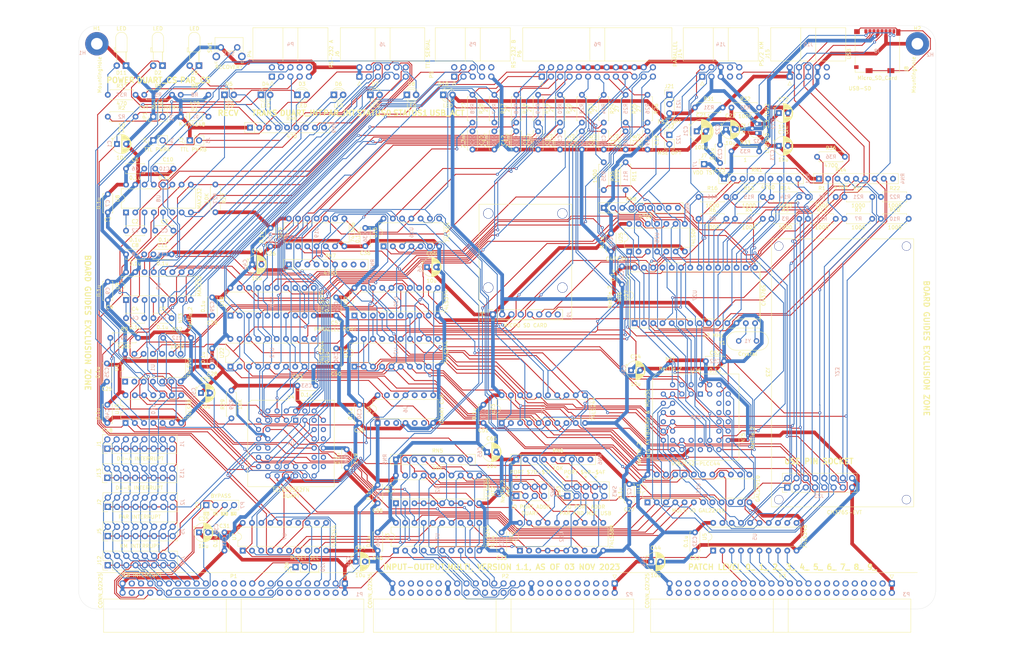
<source format=kicad_pcb>
(kicad_pcb (version 20211014) (generator pcbnew)
  (layers (0 "F.Cu" signal) (31 "B.Cu" signal) (34 "B.Paste" user) (35 "F.Paste" user) (36 "B.SilkS" user "B.Silkscreen") (37 "F.SilkS" user "F.Silkscreen") (38 "B.Mask" user) (39 "F.Mask" user) (44 "Edge.Cuts" user))
  (net 0 "")
  (net 1 "GND")
  (net 2 "VCC")
  (net 3 "Net-(D3-Pad1)")
  (net 4 "Net-(D4-Pad1)")
  (net 5 "Net-(C2-Pad2)")
  (net 6 "Net-(C2-Pad1)")
  (net 7 "Net-(C3-Pad1)")
  (net 8 "Net-(C4-Pad2)")
  (net 9 "Net-(D2-Pad1)")
  (net 10 "Net-(D6-Pad1)")
  (net 11 "Net-(R18-Pad2)")
  (net 12 "Net-(R19-Pad2)")
  (net 13 "Net-(R20-Pad2)")
  (net 14 "Net-(R23-Pad2)")
  (net 15 "Net-(R24-Pad2)")
  (net 16 "Net-(R25-Pad2)")
  (net 17 "Net-(R28-Pad2)")
  (net 18 "Net-(C3-Pad2)")
  (net 19 "Net-(C4-Pad1)")
  (net 20 "Net-(C5-Pad2)")
  (net 21 "Net-(C5-Pad1)")
  (net 22 "Net-(D5-Pad1)")
  (net 23 "Net-(D10-Pad1)")
  (net 24 "Net-(D11-Pad2)")
  (net 25 "Net-(J3-Pad2)")
  (net 26 "Net-(J4-Pad2)")
  (net 27 "Net-(J8-Pad1)")
  (net 29 "Net-(R17-Pad2)")
  (net 30 "Net-(R26-Pad2)")
  (net 31 "Net-(R35-Pad2)")
  (net 32 "Net-(J14-Pad4)")
  (net 33 "Net-(J14-Pad10)")
  (net 34 "Net-(R1-Pad1)")
  (net 35 "Net-(R3-Pad1)")
  (net 36 "Net-(R4-Pad1)")
  (net 37 "Net-(R6-Pad1)")
  (net 38 "Net-(R7-Pad1)")
  (net 39 "Net-(R10-Pad1)")
  (net 40 "Net-(R13-Pad1)")
  (net 41 "Net-(R14-Pad1)")
  (net 42 "Net-(R15-Pad1)")
  (net 43 "Net-(R16-Pad1)")
  (net 44 "Net-(U16-Pad6)")
  (net 45 "Net-(U16-Pad12)")
  (net 46 "Net-(U16-Pad5)")
  (net 47 "Net-(U16-Pad10)")
  (net 48 "Net-(U16-Pad2)")
  (net 49 "Net-(U16-Pad8)")
  (net 50 "Net-(U19-Pad5)")
  (net 51 "Net-(U19-Pad3)")
  (net 52 "Net-(U19-Pad9)")
  (net 53 "Net-(U25-Pad5)")
  (net 54 "Net-(U25-Pad3)")
  (net 55 "Net-(U25-Pad9)")
  (net 56 "Net-(U25-Pad1)")
  (net 57 "Net-(U27-Pad14)")
  (net 58 "Net-(U27-Pad13)")
  (net 59 "/parallel/PD0")
  (net 60 "/parallel/PD1")
  (net 61 "/parallel/PD2")
  (net 62 "/parallel/PD3")
  (net 63 "/parallel/PD4")
  (net 64 "/parallel/PD5")
  (net 65 "/parallel/PD6")
  (net 66 "/parallel/PD7")
  (net 67 "/parallel/~{STROBE}")
  (net 68 "/USB-SD/VBUS")
  (net 69 "/USB-SD/VDD3")
  (net 70 "/USB-SD/VDD2")
  (net 71 "VDD1")
  (net 72 "/parallel/STATUS0")
  (net 73 "/parallel/STATUS1")
  (net 74 "/DUART/~{TTL_CTSB}")
  (net 75 "/DUART/TTL_TXB")
  (net 76 "/DUART/TTL_RXB")
  (net 77 "/DUART/~{TTL_RTSB}")
  (net 78 "/DUART/~{TTL_CTSA}")
  (net 79 "/DUART/TTL_TXA")
  (net 80 "/DUART/TTL_RXA")
  (net 81 "/DUART/~{TTL_RTSA}")
  (net 82 "/USB-SD/UD+")
  (net 83 "/USB-SD/UD-")
  (net 84 "/USB-SD/SDCK")
  (net 85 "/USB-SD/SDCS")
  (net 86 "-12V")
  (net 87 "~{EIRQ0}")
  (net 88 "~{EIRQ1}")
  (net 89 "~{EIRQ2}")
  (net 90 "~{EIRQ3}")
  (net 91 "~{EIRQ4}")
  (net 92 "~{EIRQ5}")
  (net 93 "~{EIRQ6}")
  (net 94 "~{EIRQ7}")
  (net 95 "/bus/CRUCLK")
  (net 96 "/bus/~{INT0}")
  (net 97 "~{M1}")
  (net 98 "~{IORQ}")
  (net 99 "~{WR}")
  (net 100 "~{RD}")
  (net 101 "A0")
  (net 102 "A1")
  (net 103 "A2")
  (net 104 "A3")
  (net 105 "A4")
  (net 106 "A5")
  (net 107 "A6")
  (net 108 "A7")
  (net 109 "+12V")
  (net 110 "D0")
  (net 111 "D1")
  (net 112 "D2")
  (net 113 "D3")
  (net 114 "D4")
  (net 115 "D5")
  (net 116 "D6")
  (net 117 "D7")
  (net 118 "/DUART/~{CTSA}")
  (net 119 "/DUART/~{RTSA}")
  (net 120 "/DUART/~{DTRA}")
  (net 121 "/DUART/TXA")
  (net 122 "/DUART/RXA")
  (net 123 "/DUART/~{CTSB}")
  (net 124 "/DUART/~{RTSB}")
  (net 125 "/DUART/~{DTRB}")
  (net 126 "/DUART/TXB")
  (net 127 "/DUART/RXB")
  (net 128 "/parallel/~{SEL}")
  (net 129 "/parallel/P-RESET")
  (net 130 "/parallel/ERROR")
  (net 131 "/parallel/~{LINEFEED}")
  (net 132 "/parallel/SELECT")
  (net 133 "/parallel/PAPEROUT")
  (net 134 "/parallel/~{BUSY}")
  (net 135 "bRESET")
  (net 136 "/DUART/GND_UART")
  (net 137 "/DUART/INTB")
  (net 138 "/DUART/INTA")
  (net 139 "ONE")
  (net 140 "ZERO")
  (net 141 "/USB-SD/RST")
  (net 142 "bD6")
  (net 143 "bD5")
  (net 144 "bD4")
  (net 145 "bD3")
  (net 146 "bD2")
  (net 147 "bD1")
  (net 148 "bD0")
  (net 149 "~{CS_US}")
  (net 150 "~{bWR}")
  (net 151 "~{bRD}")
  (net 152 "bA0")
  (net 153 "bD7")
  (net 154 "/USB-SD/~{INT-USB}")
  (net 155 "/parallel/BUSY")
  (net 156 "/kbdmse/PROG")
  (net 157 "/kbdmse/KBDDAT")
  (net 158 "/kbdmse/MSEDAT")
  (net 159 "/kbdmse/KBDCLK")
  (net 160 "/kbdmse/MSECLK")
  (net 161 "/DUART/~{INTA}")
  (net 162 "/DUART/~{INTB}")
  (net 163 "~{bRESET}")
  (net 164 "~{CS_DUART}")
  (net 165 "~{bM1}")
  (net 166 "bA7")
  (net 167 "bA6")
  (net 168 "bA5")
  (net 169 "bA4")
  (net 170 "~{bIORQ}")
  (net 171 "bA1")
  (net 172 "bA2")
  (net 173 "bA3")
  (net 174 "~{CS_PAR}")
  (net 175 "~{CS_KM}")
  (net 176 "/parallel/~{PDENBL}")
  (net 177 "/parallel/~{INT_PAR}")
  (net 178 "/kbdmse/~{INT_KM}")
  (net 179 "CLK_DUART")
  (net 180 "~{BUS_EN}")
  (net 181 "P24-OB")
  (net 182 "INT_KM")
  (net 183 "P25-BF")
  (net 184 "Net-(RN5-Pad5)")
  (net 185 "Net-(RN5-Pad4)")
  (net 186 "Net-(RN5-Pad3)")
  (net 187 "Net-(RN5-Pad2)")
  (net 188 "Net-(RN6-Pad6)")
  (net 189 "Net-(RN6-Pad5)")
  (net 190 "Net-(RN6-Pad4)")
  (net 191 "Net-(J12-Pad1)")
  (net 192 "~{RES_IN}")
  (net 193 "Net-(C6-Pad2)")
  (net 194 "Net-(C8-Pad2)")
  (net 195 "Net-(C10-Pad1)")
  (net 196 "Net-(C11-Pad1)")
  (net 197 "Net-(D7-Pad1)")
  (net 198 "Net-(D8-Pad1)")
  (net 199 "Net-(D9-Pad1)")
  (net 200 "Net-(J20-Pad2)")
  (net 201 "ACK")
  (net 202 "INT_PAR")
  (net 203 "~{PARIN0}")
  (net 204 "~{PARIN1}")
  (net 205 "~{PARIN2}")
  (net 206 "PARINT")
  (net 207 "~{PAROUT0}")
  (net 208 "~{PAROUT2}")
  (net 209 "~{IEO}")
  (net 210 "~{IEI}")
  (net 211 "~{BAO}")
  (net 212 "~{BAI}")
  (net 213 "470A")
  (net 214 "470E")
  (net 215 "470D")
  (net 216 "470C")
  (net 217 "470F")
  (net 218 "470G")
  (net 219 "470H")
  (net 220 "470B")
  (net 221 "Net-(RN5-Pad6)")
  (net 222 "Net-(RN6-Pad7)")
  (net 223 "/DUART/~{TTL_RIA}")
  (net 224 "/USB-SD/SDDI")
  (net 225 "/USB-SD/SDDO")
  (net 230 "Net-(JP1-Pad2)")
  (net 231 "/bus/E")
  (net 232 "/bus/ST")
  (net 233 "/bus/PHI")
  (net 234 "/bus/~{MREQ}")
  (net 235 "/bus/~{INT2}")
  (net 236 "/bus/~{INT1}")
  (net 237 "/bus/~{BUSACK}")
  (net 238 "Net-(RN6-Pad2)")
  (net 239 "/bus/CLK")
  (net 240 "/bus/CRUOUT")
  (net 241 "/bus/CRUIN")
  (net 242 "/bus/~{NMI}")
  (net 243 "~{RES_OUT}")
  (net 244 "/bus/USER8")
  (net 245 "/bus/~{BUSRQ}")
  (net 246 "/bus/USER7")
  (net 247 "/bus/~{WAIT}")
  (net 248 "/bus/USER6")
  (net 249 "/bus/~{HALT}")
  (net 250 "/bus/USER5")
  (net 251 "/bus/~{RFSH}")
  (net 252 "/bus/USER4")
  (net 253 "/bus/USER3")
  (net 254 "/bus/USER2")
  (net 255 "/bus/USER1")
  (net 256 "/bus/USER0")
  (net 257 "/bus/I2C_SCL")
  (net 258 "/bus/I2C_SDA")
  (net 259 "/bus/A15")
  (net 260 "/bus/A31")
  (net 261 "/bus/A14")
  (net 262 "/bus/A30")
  (net 263 "/bus/A13")
  (net 264 "/bus/A29")
  (net 265 "/bus/A12")
  (net 266 "/bus/A28")
  (net 267 "/bus/A11")
  (net 268 "/bus/A27")
  (net 269 "/bus/A10")
  (net 270 "/bus/A26")
  (net 271 "/bus/A9")
  (net 272 "/bus/A25")
  (net 273 "/bus/A8")
  (net 274 "/bus/A24")
  (net 275 "/bus/A23")
  (net 276 "/bus/A22")
  (net 277 "/bus/A21")
  (net 278 "/bus/A20")
  (net 279 "/bus/A19")
  (net 280 "/bus/A18")
  (net 281 "/bus/A17")
  (net 282 "/bus/A16")
  (net 283 "/bus/IC3")
  (net 284 "/bus/~{TEND1}")
  (net 285 "/bus/IC2")
  (net 286 "/bus/~{DREQ1}")
  (net 287 "/bus/IC1")
  (net 288 "/bus/~{TEND0}")
  (net 289 "/bus/IC0")
  (net 290 "/bus/~{DREQ0}")
  (net 291 "/bus/AUXCLK1")
  (net 292 "/bus/AUXCLK0")
  (net 293 "/bus/D15")
  (net 294 "/bus/D31")
  (net 295 "/bus/D14")
  (net 296 "/bus/D30")
  (net 297 "/bus/D13")
  (net 298 "/bus/D29")
  (net 299 "/bus/D12")
  (net 300 "/bus/D28")
  (net 301 "/bus/D11")
  (net 302 "/bus/D27")
  (net 303 "/bus/D10")
  (net 304 "/bus/D26")
  (net 305 "/bus/D9")
  (net 306 "/bus/D25")
  (net 307 "/bus/D8")
  (net 308 "/bus/D24")
  (net 309 "/bus/D23")
  (net 310 "/bus/D22")
  (net 311 "/bus/D21")
  (net 312 "/bus/D20")
  (net 313 "/bus/D19")
  (net 314 "/bus/D18")
  (net 315 "/bus/D17")
  (net 316 "/bus/D16")
  (net 317 "/bus/~{BUSERR}")
  (net 318 "/bus/UDS")
  (net 319 "/bus/~{VPA}")
  (net 320 "/bus/LDS")
  (net 321 "/bus/~{VMA}")
  (net 322 "/bus/S2")
  (net 323 "/bus/~{BHE}")
  (net 324 "/bus/S1")
  (net 325 "/bus/IPL2")
  (net 326 "/bus/S0")
  (net 327 "/bus/IPL1")
  (net 328 "/bus/AUXCLK3")
  (net 329 "/bus/IPL0")
  (net 330 "/bus/AUXCLK2")
  (net 339 "Net-(R21-Pad1)")
  (net 340 "Net-(R22-Pad1)")
  (net 380 "VSS")
  (net 381 "/kbdmse/P20")
  (net 382 "/kbdmse/P21")
  (net 383 "VDD")
  (net 384 "/kbdmse/P12")
  (net 385 "/kbdmse/P13")
  (net 386 "/kbdmse/P14")
  (net 387 "/kbdmse/P15")
  (net 388 "/kbdmse/P16")
  (net 389 "/kbdmse/P17")
  (net 396 "unconnected-(J8-Pad11)")
  (net 397 "Net-(RN6-Pad3)")
  (footprint "Capacitor_THT:CP_Radial_D5.0mm_P2.50mm" (layer "F.Cu") (at 45.5 102.5)
    (fp_text reference "C1")
    (fp_text value "10u")
  )
  (footprint "Capacitor_THT:CP_Radial_D6.3mm_P2.50mm" (layer "F.Cu") (at 204.5 99)
    (fp_text reference "C21")
    (fp_text value "100u")
  )
  (footprint "Capacitor_THT:CP_Radial_D5.0mm_P2.50mm" (layer "F.Cu") (at 212.5 98.5)
    (fp_text reference "C22")
    (fp_text value "10u")
  )
  (footprint "Capacitor_THT:C_Disc_D5.0mm_W2.5mm_P5.00mm" (layer "F.Cu") (at 210.9 102.7 -90)
    (fp_text reference "C23")
    (fp_text value "0.1u")
  )
  (footprint "Capacitor_THT:C_Disc_D5.0mm_W2.5mm_P5.00mm" (layer "F.Cu") (at 184 136 -90)
    (fp_text reference "C24")
    (fp_text value "0.1u")
  )
  (footprint "Capacitor_THT:C_Disc_D5.0mm_W2.5mm_P5.00mm" (layer "F.Cu") (at 42.75 162.65 -90)
    (fp_text reference "C25")
    (fp_text value "0.1u")
  )
  (footprint "Capacitor_THT:C_Disc_D5.0mm_W2.5mm_P5.00mm" (layer "F.Cu") (at 87.625 125.55 -90)
    (fp_text reference "C26")
    (fp_text value "0.1u")
  )
  (footprint "Capacitor_THT:C_Disc_D5.0mm_W2.5mm_P5.00mm" (layer "F.Cu") (at 186 195.75 -90)
    (fp_text reference "C27")
    (fp_text value "0.1u")
  )
  (footprint "Capacitor_THT:C_Disc_D5.0mm_W2.5mm_P5.00mm" (layer "F.Cu") (at 71.625 158.55 -90)
    (fp_text reference "C28")
    (fp_text value "0.1u")
  )
  (footprint "Capacitor_THT:C_Disc_D5.0mm_W2.5mm_P5.00mm" (layer "F.Cu") (at 71.625 144.55 -90)
    (fp_text reference "C29")
    (fp_text value "0.1u")
  )
  (footprint "Capacitor_THT:C_Disc_D5.0mm_W2.5mm_P5.00mm" (layer "F.Cu") (at 112 174 -90)
    (fp_text reference "C30")
    (fp_text value "0.1u")
  )
  (footprint "Capacitor_THT:C_Disc_D5.0mm_W2.5mm_P5.00mm" (layer "F.Cu") (at 204 209 -90)
    (fp_text reference "C32")
    (fp_text value "0.1u")
  )
  (footprint "Capacitor_THT:C_Disc_D5.0mm_W2.5mm_P5.00mm" (layer "F.Cu") (at 151 209 -90)
    (fp_text reference "C33")
    (fp_text value "0.1u")
  )
  (footprint "Capacitor_THT:CP_Radial_D5.0mm_P2.50mm" (layer "F.Cu") (at 186.5 164.55)
    (fp_text reference "C34")
    (fp_text value "10u")
  )
  (footprint "Capacitor_THT:CP_Radial_D5.0mm_P2.50mm" (layer "F.Cu") (at 68 209)
    (fp_text reference "C35")
    (fp_text value "10u")
  )
  (footprint "Capacitor_THT:CP_Radial_D5.0mm_P2.50mm" (layer "F.Cu") (at 82.625 135.55)
    (fp_text reference "C45")
    (fp_text value "10u")
  )
  (footprint "Capacitor_THT:C_Disc_D5.0mm_W2.5mm_P5.00mm" (layer "F.Cu") (at 117 209 -90)
    (fp_text reference "C46")
    (fp_text value "0.1u")
  )
  (footprint "Capacitor_THT:C_Disc_D5.0mm_W2.5mm_P5.00mm" (layer "F.Cu") (at 181 127 -90)
    (fp_text reference "C47")
    (fp_text value "0.1u")
  )
  (footprint "Capacitor_THT:C_Disc_D5.0mm_W2.5mm_P5.00mm" (layer "F.Cu") (at 42.875 174 -90)
    (fp_text reference "C48")
    (fp_text value "0.1u")
  )
  (footprint "Capacitor_THT:C_Disc_D5.0mm_W2.5mm_P5.00mm" (layer "F.Cu") (at 108.5 186.25 -90)
    (fp_text reference "C49")
    (fp_text value "0.1u")
  )
  (footprint "Capacitor_THT:C_Disc_D5.0mm_W2.5mm_P5.00mm" (layer "F.Cu") (at 95 168.75)
    (fp_text reference "C53")
    (fp_text value "0.1u")
  )
  (footprint "Capacitor_THT:CP_Radial_D5.0mm_P2.50mm" (layer "F.Cu") (at 111 217)
    (fp_text reference "C54")
    (fp_text value "10u")
  )
  (footprint "Capacitor_THT:CP_Radial_D5.0mm_P2.50mm" (layer "F.Cu") (at 68.5449 170.75)
    (fp_text reference "C55")
    (fp_text value "10u")
  )
  (footprint "Capacitor_THT:C_Disc_D5.0mm_W2.5mm_P5.00mm" (layer "F.Cu") (at 117 196 -90)
    (fp_text reference "C56")
    (fp_text value "0.1u")
  )
  (footprint "Capacitor_THT:C_Disc_D5.0mm_W2.5mm_P5.00mm" (layer "F.Cu") (at 105.625 144.55 -90)
    (fp_text reference "C57")
    (fp_text value "0.1u")
  )
  (footprint "Capacitor_THT:CP_Radial_D5.0mm_P2.50mm" (layer "F.Cu") (at 147 187)
    (fp_text reference "C65")
    (fp_text value "10u")
  )
  (footprint "Capacitor_THT:CP_Radial_D5.0mm_P2.50mm" (layer "F.Cu") (at 130.5449 136.25)
    (fp_text reference "C66")
    (fp_text value "10u")
  )
  (footprint "Capacitor_THT:CP_Radial_D5.0mm_P2.50mm" (layer "F.Cu") (at 227 94)
    (fp_text reference "C72")
    (fp_text value "10u")
  )
  (footprint "Capacitor_THT:CP_Radial_D5.0mm_P2.50mm" (layer "F.Cu") (at 227 103)
    (fp_text reference "C73")
    (fp_text value "10u")
  )
  (footprint "Diode_THT:D_DO-35_SOD27_P7.62mm_Horizontal" (layer "F.Cu") (at 63 95)
    (fp_text reference "D1")
    (fp_text value "1N4148")
  )
  (footprint "LED_THT:LED_D3.0mm" (layer "F.Cu") (at 135 89)
    (fp_text reference "D10")
    (fp_text value "LED")
  )
  (footprint "MountingHole:MountingHole_3.2mm_M3_Pad" (layer "F.Cu") (at 265 75)
    (fp_text reference "H2")
    (fp_text value "MountingHole")
  )
  (footprint "Connector_PinHeader_2.54mm:PinHeader_1x02_P2.54mm_Vertical" (layer "F.Cu") (at 65.5 101.5 90)
    (fp_text reference "J3")
    (fp_text value "TTL PWRB")
  )
  (footprint "Connector_IDC:IDC-Header_2x06_P2.54mm_Horizontal" (layer "F.Cu") (at 112 84 90)
    (fp_text reference "J6")
    (fp_text value "TTL SERIAL")
  )
  (footprint "Connector_PinHeader_2.54mm:PinHeader_1x02_P2.54mm_Vertical" (layer "F.Cu") (at 55.5 95 90)
    (fp_text reference "JP1")
    (fp_text value "EXT RECOVERY")
  )
  (footprint "Connector_IDC:IDC-Header_2x05_P2.54mm_Horizontal" (layer "F.Cu") (at 88 84 90)
    (fp_text reference "P4")
    (fp_text value "RS-232 A")
  )
  (footprint "Connector_IDC:IDC-Header_2x05_P2.54mm_Horizontal" (layer "F.Cu") (at 138 84 90)
    (fp_text reference "P5")
    (fp_text value "RS-232 B")
  )
  (footprint "Resistor_THT:R_Axial_DIN0207_L6.3mm_D2.5mm_P7.62mm_Horizontal" (layer "F.Cu") (at 43 95)
    (fp_text reference "R2")
    (fp_text value "10")
  )
  (footprint "Resistor_THT:R_Axial_DIN0207_L6.3mm_D2.5mm_P7.62mm_Horizontal" (layer "F.Cu") (at 53 89)
    (fp_text reference "R5")
    (fp_text value "470")
  )
  (footprint "Resistor_THT:R_Axial_DIN0207_L6.3mm_D2.5mm_P7.62mm_Horizontal" (layer "F.Cu") (at 63 89)
    (fp_text reference "R8")
    (fp_text value "470")
  )
  (footprint "Resistor_THT:R_Axial_DIN0207_L6.3mm_D2.5mm_P7.62mm_Horizontal" (layer "F.Cu") (at 43.69 155.65)
    (fp_text reference "R9")
    (fp_text value "1000")
  )
  (footprint "Resistor_THT:R_Axial_DIN0207_L6.3mm_D2.5mm_P7.62mm_Horizontal" (layer "F.Cu") (at 58.19 155.65)
    (fp_text reference "R12")
    (fp_text value "1000")
  )
  (footprint "Resistor_THT:R_Axial_DIN0207_L6.3mm_D2.5mm_P7.62mm_Horizontal" (layer "F.Cu") (at 191 89 -90)
    (fp_text reference "R26")
    (fp_text value "27")
  )
  (footprint "Resistor_THT:R_Axial_DIN0207_L6.3mm_D2.5mm_P7.62mm_Horizontal" (layer "F.Cu") (at 204 92.5)
    (fp_text reference "R31")
    (fp_text value "1")
  )
  (footprint "Resistor_THT:R_Axial_DIN0207_L6.3mm_D2.5mm_P7.62mm_Horizontal" (layer "F.Cu") (at 214 92.5)
    (fp_text reference "R32")
    (fp_text value "100K")
  )
  (footprint "Resistor_THT:R_Axial_DIN0207_L6.3mm_D2.5mm_P7.62mm_Horizontal" (layer "F.Cu") (at 214 104.5)
    (fp_text reference "R33")
    (fp_text value "1")
  )
  (footprint "Resistor_THT:R_Axial_DIN0207_L6.3mm_D2.5mm_P7.62mm_Horizontal" (layer "F.Cu") (at 179 107.5 -90)
    (fp_text reference "R35")
    (fp_text value "1000")
  )
  (footprint "Resistor_THT:R_Axial_DIN0207_L6.3mm_D2.5mm_P7.62mm_Horizontal" (layer "F.Cu") (at 237.5 106)
    (fp_text reference "R36")
    (fp_text value "4700")
  )
  (footprint "Resistor_THT:R_Array_SIP9" (layer "F.Cu") (at 212 112)
    (fp_text reference "RN1")
    (fp_text value "4700")
  )
  (footprint "Resistor_THT:R_Array_SIP9" (layer "F.Cu") (at 238 112)
    (fp_text reference "RN4")
    (fp_text value "4700")
  )
  (footprint "Resistor_THT:R_Array_SIP9" (layer "F.Cu") (at 179 120)
    (fp_text reference "RN8")
    (fp_text value "4700")
  )
  (footprint "Connector_PinHeader_2.54mm:PinHeader_2x04_P2.54mm_Vertical" (layer "F.Cu") (at 155 199 90)
    (fp_text reference "SW2")
    (fp_text value "IO PORT ADDR")
  )
  (footprint "Package_DIP:DIP-20_W7.62mm" (layer "F.Cu") (at 122 201 90)
    (fp_text reference "U2")
    (fp_text value "74LS688")
  )
  (footprint "Package_DIP:DIP-20_W7.62mm" (layer "F.Cu") (at 122 214 90)
    (fp_text reference "U3")
    (fp_text value "74LS244")
  )
  (footprint "Package_LCC:PLCC-44_THT-Socket" (layer "F.Cu") (at 94.5 178.25)
    (fp_text reference "U4")
    (fp_text value "TL16C2552FN")
  )
  (footprint "Package_DIP:DIP-20_W7.62mm" (layer "F.Cu") (at 209 214 90)
    (fp_text reference "U5")
    (fp_text value "74LS245")
  )
  (footprint "Package_DIP:DIP-14_W7.62mm" (layer "F.Cu") (at 117 179 90)
    (fp_text reference "U6")
    (fp_text value "DUART CLK")
  )
  (footprint "Package_DIP:DIP-20_W7.62mm" (layer "F.Cu") (at 80 214 90)
    (fp_text reference "U7")
    (fp_text value "74LS244")
  )
  (footprint "Package_DIP:DIP-14_W7.62mm" (layer "F.Cu") (at 47.875 179 90)
    (fp_text reference "U10")
    (fp_text value "74LS08")
  )
  (footprint "Package_DIP:DIP-14_W7.62mm" (layer "F.Cu") (at 118.625 130.55 90)
    (fp_text reference "U16")
    (fp_text value "74LS04")
  )
  (footprint "Package_DIP:DIP-14_W7.62mm" (layer "F.Cu") (at 92.625 130.55 90)
    (fp_text reference "U19")
    (fp_text value "74LS06")
  )
  (footprint "Package_DIP:DIP-20_W7.62mm" (layer "F.Cu") (at 110.625 163.55 90)
    (fp_text reference "U21")
    (fp_text value "74LS244")
  )
  (footprint "Package_DIP:DIP-14_W7.62mm" (layer "F.Cu") (at 186 132 90)
    (fp_text reference "U25")
    (fp_text value "74LS06")
  )
  (footprint "Package_LCC:PLCC-44_THT-Socket" (layer "F.Cu") (at 205.5 171.05)
    (fp_text reference "U26")
    (fp_text value "VT82C42-PLCC44")
  )
  (footprint "Package_DIP:DIP-28_W15.24mm_Socket" (layer "F.Cu") (at 187.475 151.625 90)
    (fp_text reference "U27")
    (fp_text value "CH376S")
  )
  (footprint "Package_TO_SOT_THT:TO-92_HandSolder" (layer "F.Cu") (at 221 99.5 90)
    (fp_text reference "U32")
    (fp_text value "LP2950-3.3_TO92")
  )
  (footprint "Connector_PinHeader_2.54mm:PinHeader_2x08_P2.54mm_Vertical" (layer "F.Cu") (at 42.875 186.025 90)
    (fp_text reference "J1")
    (fp_text value "DU-A INTERRUPT")
  )
  (footprint "Connector_PinHeader_2.54mm:PinHeader_2x08_P2.54mm_Vertical" (layer "F.Cu") (at 43 210 90)
    (fp_text reference "J5")
    (fp_text value "KM INTERRUPT")
  )
  (footprint "Connector_PinHeader_2.54mm:PinHeader_2x08_P2.54mm_Vertical" (layer "F.Cu") (at 43 218 90)
    (fp_text reference "J12")
    (fp_text value "USB INTERRUPT")
  )
  (footprint "Package_DIP:DIP-14_W7.62mm" (layer "F.Cu") (at 47.75 167.65 90)
    (fp_text reference "U1")
    (fp_text value "74LS06")
  )
  (footprint "Resistor_THT:R_Axial_DIN0207_L6.3mm_D2.5mm_P7.62mm_Horizontal" (layer "F.Cu") (at 167 89 -90)
    (fp_text reference "R20")
    (fp_text value "27")
  )
  (footprint "Capacitor_THT:C_Disc_D5.0mm_W2.5mm_P5.00mm" (layer "F.Cu") (at 185 99 -90)
    (fp_text reference "C18")
    (fp_text value "2.2nF")
  )
  (footprint "Connector_IDC:IDC-Header_2x05_P2.54mm_Horizontal" (layer "F.Cu") (at 206 84 90)
    (fp_text reference "J14")
    (fp_text value "PS/2 KM")
  )
  (footprint "Connector_IDC:IDC-Header_2x05_P2.54mm_Horizontal" (layer "F.Cu") (at 230 84 90)
    (fp_text reference "J15")
    (fp_text value "USB")
  )
  (footprint "Connector_PinHeader_2.54mm:PinHeader_2x08_P2.54mm_Vertical" (layer "F.Cu") (at 43 202 90)
    (fp_text reference "J2")
    (fp_text value "PAR INTERRUPT")
  )
  (footprint "Capacitor_THT:C_Disc_D5.0mm_W2.5mm_P5.00mm" (layer "F.Cu") (at 149 99 -90)
    (fp_text reference "C12")
    (fp_text value "2.2nF")
  )
  (footprint "Capacitor_THT:C_Disc_D5.0mm_W2.5mm_P5.00mm" (layer "F.Cu") (at 155 99 -90)
    (fp_text reference "C13")
    (fp_text value "2.2nF")
  )
  (footprint "Capacitor_THT:C_Disc_D5.0mm_W2.5mm_P5.00mm" (layer "F.Cu") (at 161 99 -90)
    (fp_text reference "C14")
    (fp_text value "2.2nF")
  )
  (footprint "Capacitor_THT:C_Disc_D5.0mm_W2.5mm_P5.00mm" (layer "F.Cu") (at 167 99 -90)
    (fp_text reference "C15")
    (fp_text value "2.2nF")
  )
  (footprint "Capacitor_THT:C_Disc_D5.0mm_W2.5mm_P5.00mm" (layer "F.Cu") (at 173 99 -90)
    (fp_text reference "C16")
    (fp_text value "2.2nF")
  )
  (footprint "Capacitor_THT:C_Disc_D5.0mm_W2.5mm_P5.00mm" (layer "F.Cu") (at 179 99 -90)
    (fp_text reference "C17")
    (fp_text value "2.2nF")
  )
  (footprint "Capacitor_THT:C_Disc_D5.0mm_W2.5mm_P5.00mm" (layer "F.Cu") (at 191 99 -90)
    (fp_text reference "C19")
    (fp_text value "2.2nF")
  )
  (footprint "Capacitor_THT:C_Disc_D5.0mm_W2.5mm_P5.00mm" (layer "F.Cu") (at 143 99 -90)
    (fp_text reference "C20")
    (fp_text value "2.2nF")
  )
  (footprint "Capacitor_THT:C_Disc_D5.0mm_W2.5mm_P5.00mm" (layer "F.Cu") (at 43 140.25 -90)
    (fp_text reference "C9")
    (fp_text value "0.1u")
  )
  (footprint "Connector_IDC:IDC-Header_2x13_P2.54mm_Horizontal" (layer "F.Cu") (at 162 84 90)
    (fp_text reference "P6")
    (fp_text value "PARALLEL")
  )
  (footprint "Resistor_THT:R_Axial_DIN0207_L6.3mm_D2.5mm_P7.62mm_Horizontal" (layer "F.Cu") (at 149 89 -90)
    (fp_text reference "R17")
    (fp_text value "27")
  )
  (footprint "Resistor_THT:R_Axial_DIN0207_L6.3mm_D2.5mm_P7.62mm_Horizontal" (layer "F.Cu") (at 155 89 -90)
    (fp_text reference "R18")
    (fp_text value "27")
  )
  (footprint "Resistor_THT:R_Axial_DIN0207_L6.3mm_D2.5mm_P7.62mm_Horizontal" (layer "F.Cu") (at 161 89 -90)
    (fp_text reference "R19")
    (fp_text value "27")
  )
  (footprint "Resistor_THT:R_Axial_DIN0207_L6.3mm_D2.5mm_P7.62mm_Horizontal" (layer "F.Cu") (at 173 89 -90)
    (fp_text reference "R23")
    (fp_text value "27")
  )
  (footprint "Resistor_THT:R_Axial_DIN0207_L6.3mm_D2.5mm_P7.62mm_Horizontal" (layer "F.Cu") (at 179 89 -90)
    (fp_text reference "R24")
    (fp_text value "27")
  )
  (footprint "Resistor_THT:R_Axial_DIN0207_L6.3mm_D2.5mm_P7.62mm_Horizontal" (layer "F.Cu") (at 185 89 -90)
    (fp_text reference "R25")
    (fp_text value "27")
  )
  (footprint "Resistor_THT:R_Axial_DIN0207_L6.3mm_D2.5mm_P7.62mm_Horizontal" (layer "F.Cu") (at 143 89 -90)
    (fp_text reference "R28")
    (fp_text value "27")
  )
  (footprint "Resistor_THT:R_Array_SIP9" (layer "F.Cu") (at 92.625 135.55)
    (fp_text reference "RN7")
    (fp_text value "4700")
  )
  (footprint "Package_DIP:DIP-20_W7.62mm" (layer "F.Cu") (at 156 214 90)
    (fp_text reference "U12")
    (fp_text value "74LS688")
  )
  (footprint "Package_DIP:DIP-20_W7.62mm" (layer "F.Cu") (at 76.625 149.55 90)
    (fp_text reference "U18")
    (fp_text value "74LS374")
  )
  (footprint "Package_DIP:DIP-20_W7.62mm" (layer "F.Cu") (at 110.625 149.55 90)
    (fp_text reference "U20")
    (fp_text value "74LS374")
  )
  (footprint "Package_DIP:DIP-20_W7.62mm" (layer "F.Cu") (at 76.625 163.55 90)
    (fp_text reference "U22")
    (fp_text value "74LS244")
  )
  (footprint "Package_DIP:DIP-20_W7.62mm" (layer "F.Cu") (at 151 179 90)
    (fp_text reference "U23")
    (fp_text value "74LS244")
  )
  (footprint "Capacitor_THT:C_Disc_D5.0mm_W2.5mm_P5.00mm" (layer "F.Cu") (at 146 174 -90)
    (fp_text reference "C51")
    (fp_text value "0.1u")
  )
  (footprint "Capacitor_THT:C_Disc_D5.0mm_W2.5mm_P5.00mm" (layer "F.Cu") (at 75 209 -90)
    (fp_text reference "C31")
    (fp_text value "0.1u")
  )
  (footprint "Connector_PinHeader_2.54mm:PinHeader_2x08_P2.54mm_Vertical" (layer "F.Cu") (at 42.875 194.025 90)
    (fp_text reference "J13")
    (fp_text value "DU-B INTERRUPT")
  )
  (footprint "Capacitor_THT:C_Disc_D5.0mm_W2.5mm_P5.00mm" (layer "F.Cu") (at 207 162.05)
    (fp_text reference "C52")
    (fp_text value "0.1u")
  )
  (footprint "Capacitor_THT:C_Disc_D5.0mm_W2.5mm_P5.00mm" (layer "F.Cu") (at 48 126.25)
    (fp_text reference "C2")
    (fp_text value "0.1u")
  )
  (footprint "Capacitor_THT:C_Disc_D5.0mm_W2.5mm_P5.00mm" (layer "F.Cu") (at 56 126.25)
    (fp_text reference "C3")
    (fp_text value "0.1u")
  )
  (footprint "Capacitor_THT:C_Disc_D5.0mm_W2.5mm_P5.00mm" (layer "F.Cu") (at 48 150.25)
    (fp_text reference "C4")
    (fp_text value "0.1u")
  )
  (footprint "Capacitor_THT:C_Disc_D5.0mm_W2.5mm_P5.00mm" (layer "F.Cu") (at 55.5 150.25)
    (fp_text reference "C5")
    (fp_text value "0.1u")
  )
  (footprint "Capacitor_THT:C_Disc_D5.0mm_W2.5mm_P5.00mm" (layer "F.Cu") (at 48 109.25)
    (fp_text reference "C6")
    (fp_text value "0.1u")
  )
  (footprint "Capacitor_THT:C_Disc_D5.0mm_W2.5mm_P5.00mm" (layer "F.Cu") (at 48 132.75)
    (fp_text reference "C8")
    (fp_text value "0.1u")
  )
  (footprint "Capacitor_THT:C_Disc_D5.0mm_W2.5mm_P5.00mm" (layer "F.Cu") (at 56 109.25)
    (fp_text reference "C10")
    (fp_text value "0.1u")
  )
  (footprint "Capacitor_THT:C_Disc_D5.0mm_W2.5mm_P5.00mm" (layer "F.Cu") (at 55.5 132.75)
    (fp_text reference "C11")
    (fp_text value "0.1u")
  )
  (footprint "Capacitor_THT:C_Disc_D5.0mm_W2.5mm_P5.00mm" (layer "F.Cu") (at 105.625 158.55 -90)
    (fp_text reference "C50")
    (fp_text value "0.1u")
  )
  (footprint "Package_DIP:DIP-16_W7.62mm" (layer "F.Cu") (at 48 121.25 90)
    (fp_text reference "U8")
    (fp_text value "MAX232")
  )
  (footprint "Package_DIP:DIP-16_W7.62mm" (layer "F.Cu") (at 48 145.25 90)
    (fp_text reference "U9")
    (fp_text value "MAX232")
  )
  (footprint "LED_THT:LED_D3.0mm_Horizontal_O3.81mm_Z2.0mm" (layer "F.Cu") (at 58 81 180)
    (fp_text reference "D2")
    (fp_text value "LED")
  )
  (footprint "MountingHole:MountingHole_3.2mm_M3_Pad" (layer "F.Cu") (at 40 75)
    (fp_text reference "H1")
    (fp_text value "MountingHole")
  )
  (footprint "Resistor_THT:R_Axial_DIN0207_L6.3mm_D2.5mm_P7.62mm_Horizontal" (layer "F.Cu") (at 43 89)
    (fp_text reference "R37")
    (fp_text value "470")
  )
  (footprint "Button_Switch_THT:SW_Tactile_SPST_Angled_PTS645Vx58-2LFS" (layer "F.Cu") (at 74 76)
    (fp_text reference "SW1")
    (fp_text value "RECOVERY")
  )
  (footprint "LED_THT:LED_D3.0mm_Horizontal_O3.81mm_Z2.0mm" (layer "F.Cu") (at 68 81 180)
    (fp_text reference "D9")
    (fp_text value "LED")
  )
  (footprint "LED_THT:LED_D3.0mm_Horizontal_O3.81mm_Z2.0mm" (layer "F.Cu") (at 48 81 180)
    (fp_text reference "D11")
    (fp_text value "LED")
  )
  (footprint "LED_THT:LED_D3.0mm" (layer "F.Cu") (at 75 89)
    (fp_text reference "D5")
    (fp_text value "LED")
  )
  (footprint "LED_THT:LED_D3.0mm" (layer "F.Cu") (at 85 89)
    (fp_text reference "D4")
    (fp_text value "LED")
  )
  (footprint "LED_THT:LED_D3.0mm" (layer "F.Cu") (at 95 89)
    (fp_text reference "D3")
    (fp_text value "LED")
  )
  (footprint "LED_THT:LED_D3.0mm" (layer "F.Cu") (at 105 89)
    (fp_text reference "D6")
    (fp_text value "LED")
  )
  (footprint "LED_THT:LED_D3.0mm" (layer "F.Cu") (at 125 89)
    (fp_text reference "D8")
    (fp_text value "LED")
  )
  (footprint "LED_THT:LED_D3.0mm" (layer "F.Cu") (at 115 89)
    (fp_text reference "D7")
    (fp_text value "LED")
  )
  (footprint "Capacitor_THT:CP_Radial_D5.0mm_P2.50mm" (layer "F.Cu") (at 192 217)
    (fp_text reference "C44")
    (fp_text value "10u")
  )
  (footprint "Connector_IDC:IDC-Header_2x25_P2.54mm_Horizontal" (layer "F.Cu") (at 182 223 -90)
    (fp_text reference "P2")
    (fp_text value "CONN_02X25")
  )
  (footprint "Connector_IDC:IDC-Header_2x25_P2.54mm_Horizontal" (layer "F.Cu") (at 258 223 -90)
    (fp_text reference "P3")
    (fp_text value "CONN_02X25")
  )
  (footprint "Package_DIP:DIP-24_W7.62mm" (layer "F.Cu") (at 191 200.75 90)
    (fp_text reference "U11")
    (fp_text value "GAL22V10")
  )
  (footprint "Connector_IDC:IDC-Header_2x25_P2.54mm_Horizontal" (layer "F.Cu") (at 108 223 -90)
    (fp_text reference "P1")
    (fp_text value "CONN_02X25")
  )
  (footprint "Connector_PinHeader_2.54mm:PinHeader_2x05_P2.54mm_Vertical" (layer "F.Cu") (at 169 199 90)
    (fp_text reference "SW3")
    (fp_text value "IO PORT ADDR")
  )
  (footprint "Resistor_THT:R_Array_SIP9" (layer "F.Cu") (at 155 189)
    (fp_text reference "RN6")
    (fp_text value "10K")
  )
  (footprint "Resistor_THT:R_Array_SIP9" (layer "F.Cu") (at 122 189)
    (fp_text reference "RN5")
    (fp_text value "10K")
  )
  (footprint "Capacitor_THT:C_Disc_D5.0mm_W2.5mm_P5.00mm" (layer "F.Cu") (at 43 116.25 -90)
    (fp_text reference "C7")
    (fp_text value "0.1u")
  )
  (footprint "Connector_PinHeader_2.54mm:PinHeader_1x02_P2.54mm_Vertical" (layer "F.Cu") (at 55.5 101.5 90)
    (fp_text reference "J4")
    (fp_text value "TTL PWRA")
  )
  (footprint "Connector_Card:microSD_HC_Molex_104031-0811" (layer "F.Cu") (at 254 77)
    (fp_text reference "J8")
    (fp_text value "Micro_SD_Card")
  )
  (footprint "Crystal:Crystal_HC49-4H_Vertical" (layer "F.Cu") (at 216 156.5)
    (fp_text reference "Y1")
    (fp_text value "Crystal")
  )
  (footprint "Resistor_THT:R_Array_SIP9" (layer "F.Cu") (at 82 98)
    (fp_text reference "RN9")
    (fp_text value "470")
  )
  (footprint "Connector_PinHeader_2.54mm:PinHeader_1x04_P2.54mm_Vertical" (layer "F.Cu") (at 70 201.5 90)
    (fp_text reference "P7")
    (fp_text value "BYPASS")
  )
  (footprint "Resistor_THT:R_Axial_DIN0207_L6.3mm_D2.5mm_P7.62mm_Horizontal" (layer "F.Cu") (at 76.9 177.71 90)
    (fp_text reference "R29")
    (fp_text value "10K")
  )
  (footprint "Connector_PinHeader_2.54mm:PinHeader_1x03_P2.54mm_Vertical" (layer "F.Cu") (at 94.475 218.5 90)
    (fp_text reference "J20")
    (fp_text value "RESET SEL")
  )
  (footprint "Connector_PinHeader_2.54mm:PinHeader_1x02_P2.54mm_Vertical" (layer "F.Cu") (at 197 100)
    (fp_text reference "J22")
    (fp_text value "MSE OPT")
  )
  (footprint "Resistor_THT:R_Axial_DIN0207_L6.3mm_D2.5mm_P7.62mm_Horizontal" (layer "F.Cu") (at 205 117)
    (fp_text reference "R16")
    (fp_text value "1000")
  )
  (footprint "Resistor_THT:R_Axial_DIN0207_L6.3mm_D2.5mm_P7.62mm_Horizontal" (layer "F.Cu") (at 185 107.5 -90)
    (fp_text reference "R11")
    (fp_text value "1000")
  )
  (footprint "Resistor_THT:R_Axial_DIN0207_L6.3mm_D2.5mm_P7.62mm_Horizontal" (layer "F.Cu") (at 205 123)
    (fp_text reference "R6")
    (fp_text value "1000")
  )
  (footprint "NetTie:NetTie-2_THT_Pad0.3mm" (layer "F.Cu") (at 150 198.35 90)
    (fp_text reference "NT2")
    (fp_text value "NetTie_2")
  )
  (footprint "Resistor_THT:R_Axial_DIN0207_L6.3mm_D2.5mm_P7.62mm_Horizontal" (layer "F.Cu") (at 235 117)
    (fp_text reference "R1")
    (fp_text value "1000")
  )
  (footprint "Resistor_THT:R_Axial_DIN0207_L6.3mm_D2.5mm_P7.62mm_Horizontal" (layer "F.Cu") (at 72.5 113.59 -90)
    (fp_text reference "R27")
    (fp_text value "10K")
  )
  (footprint "NetTie:NetTie-2_THT_Pad0.3mm" (layer "F.Cu") (at 218.5 183.65 90)
    (fp_text reference "NT5")
    (fp_text value "NetTie_2")
  )
  (footprint "Resistor_THT:R_Axial_DIN0207_L6.3mm_D2.5mm_P7.62mm_Horizontal" (layer "F.Cu") (at 225 123)
    (fp_text reference "R3")
    (fp_text value "1000")
  )
  (footprint "NetTie:NetTie-2_THT_Pad0.3mm" (layer "F.Cu") (at 182 143.8 -90)
    (fp_text reference "NT6")
    (fp_text value "NetTie_2")
  )
  (footprint "CH376S-EVT:CH376S-EVT" (layer "F.Cu") (at 245 165 -90)
    (fp_text reference "J23")
    (fp_text value "CH376S-EVT")
  )
  (footprint "Connector_PinHeader_2.54mm:PinHeader_1x03_P2.54mm_Vertical" (layer "F.Cu") (at 197 89)
    (fp_text reference "J21")
    (fp_text value "PS2 OPT")
  )
  (footprint "NetTie:NetTie-2_THT_Pad0.3mm" (layer "F.Cu") (at 196.65 162.8)
    (fp_text reference "NT1")
    (fp_text value "NetTie_2")
  )
  (footprint "NetTie:NetTie-2_THT_Pad0.3mm" (layer "F.Cu") (at 64.25 150.85 90)
    (fp_text reference "NT3")
    (fp_text value "NetTie_2")
  )
  (footprint "Resistor_THT:R_Axial_DIN0207_L6.3mm_D2.5mm_P7.62mm_Horizontal" (layer "F.Cu") (at 255 123)
    (fp_text reference "R10")
    (fp_text value "1000")
  )
  (footprint "Adafruit MicroSD Module:Adafruit MicroSD Module" (layer "F.Cu") (at 148.61 149.2305)
    (fp_text reference "J9")
    (fp_text value "MICRO SD CARD")
  )
  (footprint "Resistor_THT:R_Axial_DIN0207_L6.3mm_D2.5mm_P7.62mm_Horizontal" (layer "F.Cu") (at 235 123)
    (fp_text reference "R13")
    (fp_text value "1000")
  )
  (footprint "Resistor_THT:R_Axial_DIN0207_L6.3mm_D2.5mm_P7.62mm_Horizontal" (layer "F.Cu") (at 225 117)
    (fp_text reference "R14")
    (fp_text value "1000")
  )
  (footprint "Capacitor_THT:C_Disc_D5.0mm_W2.5mm_P5.00mm" (layer "F.Cu") (at 113.6 125.5 -90)
    (fp_text reference "C36")
    (fp_text value "0.1u")
  )
  (footprint "Resistor_THT:R_Axial_DIN0207_L6.3mm_D2.5mm_P7.62mm_Horizontal" (layer "F.Cu") (at 245 117)
    (fp_text reference "R21")
    (fp_text value "1000")
  )
  (footprint "NetTie:NetTie-2_THT_Pad0.3mm" (layer "F.Cu") (at 190 186.8 -90)
    (fp_text reference "NT4")
    (fp_text value "NetTie_2")
  )
  (footprint "Resistor_THT:R_Axial_DIN0207_L6.3mm_D2.5mm_P7.62mm_Horizontal" (layer "F.Cu") (at 215 117)
    (fp_text reference "R15")
    (fp_text value "1000")
  )
  (footprint "Connector_PinHeader_2.54mm:PinHeader_1x01_P2.54mm_Vertical" (layer "F.Cu") (at 206.5 108)
    (fp_text reference "J7")
    (fp_text value "VDD TST")
  )
  (footprint "Resistor_THT:R_Axial_DIN0207_L6.3mm_D2.5mm_P7.62mm_Horizontal" (layer "F.Cu") (at 215 123)
    (fp_text reference "R4")
    (fp_text value "1000")
  )
  (footprint "Resistor_THT:R_Axial_DIN0207_L6.3mm_D2.5mm_P7.62mm_Horizontal" (layer "F.Cu") (at 245 123)
    (fp_text reference "R7")
    (fp_text value "1000")
  )
  (footprint "Resistor_THT:R_Axial_DIN0207_L6.3mm_D2.5mm_P7.62mm_Horizontal" (layer "F.Cu") (at 255 117)
    (fp_text reference "R22")
    (fp_text value "1000")
  )
  (gr_line (start 40 220) (end 265 220) (layer "F.SilkS") (width 0.12))
  (gr_line (start 35 75) (end 35 225) (layer "Edge.Cuts") (width 0.05))
  (gr_line (start 40 230) (end 265 230) (layer "Edge.Cuts") (width 0.05))
  (gr_line (start 270 225) (end 270 75) (layer "Edge.Cuts") (width 0.05))
  (gr_line (start 265 70) (end 40 70) (layer "Edge.Cuts") (width 0.05))
  (gr_arc (start 270 225) (mid 268.535534 228.535534) (end 265 230) (layer "Edge.Cuts") (width 0.05))
  (gr_arc (start 265 70) (mid 268.535534 71.464466) (end 270 75) (layer "Edge.Cuts") (width 0.05))
  (gr_arc (start 40 230) (mid 36.464466 228.535534) (end 35 225) (layer "Edge.Cuts") (width 0.05))
  (gr_arc (start 35 75) (mid 36.464466 71.464466) (end 40 70) (layer "Edge.Cuts") (width 0.05))
  (gr_text "BOARD GUIDES EXCLUSION ZONE" (at 267.5 158.5 270) (layer "F.SilkS") (effects (font (size 1.5 1.5) (thickness 0.3))))
  (gr_text "BOARD GUIDES EXCLUSION ZONE" (at 37.5 151.5 270) (layer "F.SilkS") (effects (font (size 1.5 1.5) (thickness 0.3))))
  (gr_text "USB_ACT" (at 136 94) (layer "F.SilkS") (effects (font (size 1.5 1.5) (thickness 0.3))))
  (gr_text "PAR_CS" (at 67 85) (layer "F.SilkS") (effects (font (size 1.5 1.5) (thickness 0.3))))
  (gr_text "POWER" (at 46.5 85) (layer "F.SilkS") (effects (font (size 1.5 1.5) (thickness 0.3))))
  (gr_text "DUART_CS" (at 56.5 85) (layer "F.SilkS") (effects (font (size 1.5 1.5) (thickness 0.3))))
  (gr_text "PAR_INT" (at 106.5 94) (layer "F.SilkS") (effects (font (size 1.5 1.5) (thickness 0.3))))
  (gr_text "RECV" (at 76 94) (layer "F.SilkS") (effects (font (size 1.5 1.5) (thickness 0.3))))
  (gr_text "DUART_INT" (at 96 94) (layer "F.SilkS") (effects (font (size 1.5 1.5) (thickness 0.3))))
  (gr_text "STATUS1" (at 126 94) (layer "F.SilkS") (effects (font (size 1.5 1.5) (thickness 0.3))))
  (gr_text "TRANS" (at 86 94) (layer "F.SilkS") (effects (font (size 1.5 1.5) (thickness 0.3))))
  (gr_text "STATUS0" (at 116 94) (layer "F.SilkS") (effects (font (size 1.5 1.5) (thickness 0.3))))
  (gr_text "~{IEI}" (at 72.5 204) (layer "F.SilkS") (effects (font (size 0.7 0.7) (thickness 0.175))))
  (gr_text "~{BAO}" (at 75 204) (layer "F.SilkS") (effects (font (size 0.7 0.7) (thickness 0.175))))
  (gr_text "~{BAI}" (at 77.5 204) (layer "F.SilkS") (effects (font (size 0.7 0.7) (thickness 0.175))))
  (gr_text "~{IEO}" (at 70 204) (layer "F.SilkS") (effects (font (size 0.7 0.7) (thickness 0.175))))
  (gr_text "DUART" (at 93.25 199) (layer "F.SilkS") (effects (font (size 1 1))))
  (gr_text "PATCH LEVEL 0_ 1_ 2_ 3_ 4_ 5_ 6_ 7_ 8_ 9_" (at 228 218.5) (layer "F.SilkS") (effects (font (size 1.5 1.5) (thickness 0.3))))
  (gr_text "DUART" (at 158.75 203.75) (layer "F.SilkS") (effects (font (size 1 1))))
  (gr_text "MULTI IO GAL22V10" (at 205 203) (layer "F.SilkS") (effects (font (size 1 1))))
  (gr_text "12 MHz" (at 209 155) (layer "F.SilkS") (effects (font (size 1 1))))
  (gr_text "*" (at 176.75 194.25) (layer "F.SilkS") (effects (font (size 1.5 1.5))))
  (gr_text "USE PIN SOCKET" (at 238 189.5) (layer "F.SilkS") (effects (font (size 1.5 1.5) (thickness 0.3))))
  (gr_text "*" (at 155 194.25) (layer "F.SilkS") (effects (font (size 1.5 1.5))))
  (gr_text "PAR KBD MSE USB" (at 174 203.75) (layer "F.SilkS") (effects (font (size 1 1))))
  (gr_text "USB-SD" (at 249.25 87.25) (layer "F.SilkS") (effects (font (size 1 1))))
  (gr_text "INPUT-OUTPUT.MULTI, VERSION 1.1, AS OF 03 NOV 2023" (at 151 218.5) (layer "F.SilkS") (effects (font (size 1.5 1.5) (thickness 0.3))))
  (gr_text "PORT $70-$7F" (at 159 192.5) (layer "F.SilkS") (effects (font (size 1 1))))
  (gr_text "*" (at 174 194.25) (layer "F.SilkS") (effects (font (size 1.5 1.5))))
  (gr_text "PORT $48-$4F" (at 173.75 192.5) (layer "F.SilkS") (effects (font (size 1 1))))
  (gr_text "PARALLEL PORT" (at 105.375 153.3) (layer "F.SilkS") (effects (font (size 1 1))))
  (gr_text "*" (at 169 194.25) (layer "F.SilkS") (effects (font (size 1.5 1.5))))
  (gr_text "KEYBOARD & MOUSE" (at 191 177.3 90) (layer "F.SilkS") (effects (font (size 1 1))))
  (segment (start 99.485 149.55) (end 105.625 149.55) (width 1) (layer "F.Cu") (net 1))
  (segment (start 115.1254 129.0496) (end 113.625 130.55) (width 1) (layer "F.Cu") (net 1))
  (segment (start 87.625 130.55) (end 85.0007 133.1743) (width 1) (layer "F.Cu") (net 1))
  (segment (start 65.3936 149.55) (end 65.2936 149.65) (width 1) (layer "F.Cu") (net 1))
  (segment (start 64.294 154.134) (end 65.81 155.65) (width 1) (layer "F.Cu") (net 1))
  (segment (start 184.86 81.46) (end 187.4 81.46) (width 1) (layer "F.Cu") (net 1))
  (segment (start 179 104) (end 173 104) (width 1) (layer "F.Cu") (net 1))
  (segment (start 134.7158 150.7808) (end 152.1397 150.7808) (width 1) (layer "F.Cu") (net 1))
  (segment (start 51.32 105.82) (end 48 102.5) (width 1) (layer "F.Cu") (net 1))
  (segment (start 132.24 179) (end 146 179) (width 1) (layer "F.Cu") (net 1))
  (segment (start 189.4668 164.0832) (end 189 164.55) (width 1) (layer "F.Cu") (net 1))
  (segment (start 245.12 106) (end 242.12 103) (width 1) (layer "F.Cu") (net 1))
  (segment (start 229.5 93.9061) (end 229.5 94) (width 1) (layer "F.Cu") (net 1))
  (segment (start 228.0542 92.4603) (end 229.5 93.9061) (width 1) (layer "F.Cu") (net 1))
  (segment (start 233.4018 209.3414) (end 233.4018 205.7708) (width 1) (layer "F.Cu") (net 1))
  (segment (start 51.32 112.85) (end 51.32 110.778) (width 1) (layer "F.Cu") (net 1))
  (segment (start 81.8721 79.8787) (end 98.8294 79.8787) (width 1) (layer "F.Cu") (net 1))
  (segment (start 51.32 110.778) (end 51.32 105.82) (width 1) (layer "F.Cu") (net 1))
  (segment (start 229.5 94) (end 229.5 103) (width 1) (layer "F.Cu") (net 1))
  (segment (start 167 104) (end 161 104) (width 1) (layer "F.Cu") (net 1))
  (segment (start 182.32 81.46) (end 179.78 81.46) (width 1) (layer "F.Cu") (net 1))
  (segment (start 133.865 130.55) (end 132.3646 129.0496) (width 1) (layer "F.Cu") (net 1))
  (segment (start 65.2936 149.65) (end 65.2936 153.1344) (width 1) (layer "F.Cu") (net 1))
  (segment (start 149 104) (end 143 104) (width 1) (layer "F.Cu") (net 1))
  (segment (start 132.3646 129.0496) (end 115.1254 129.0496) (width 1) (layer "F.Cu") (net 1))
  (segment (start 177.24 81.46) (end 174.7 81.46) (width 1) (layer "F.Cu") (net 1))
  (segment (start 219.73 96.3047) (end 221.4438 94.5909) (width 1) (layer "F.Cu") (net 1))
  (segment (start 209.9668 164.0832) (end 189.4668 164.0832) (width 1) (layer "F.Cu") (net 1))
  (segment (start 221.6714 94.5909) (end 223.802 92.4603) (width 1) (layer "F.Cu") (net 1))
  (segment (start 207 99.0985) (end 201.9986 104.0999) (width 1) (layer "F.Cu") (net 1))
  (segment (start 152.1397 150.7808) (end 153.69 149.2305) (width 1) (layer "F.Cu") (net 1))
  (segment (start 179.78 81.46) (end 177.24 81.46) (width 1) (layer "F.Cu") (net 1))
  (segment (start 124.62 179) (end 123.1196 180.5004) (width 1) (layer "F.Cu") (net 1))
  (segment (start 108.5 192.5) (end 108.5 191.25) (width 1) (layer "F.Cu") (net 1))
  (segment (start 232.0603 204.4293) (end 222.6193 204.4293) (width 1) (layer "F.Cu") (net 1))
  (segment (start 81.5104 80.2404) (end 81.8721 79.8787) (width 1) (layer "F.Cu") (net 1))
  (segment (start 65.2936 153.1344) (end 64.294 154.134) (width 1) (layer "F.Cu") (net 1))
  (segment (start 99.712 81.46) (end 99.712 82.448) (width 1) (layer "F.Cu") (net 1))
  (segment (start 99.712 82.448) (end 98.16 84) (width 1) (layer "F.Cu") (net 1))
  (segment (start 106.062 194.938) (end 108.5 192.5) (width 1) (layer "F.Cu") (net 1))
  (segment (start 108.5 192.5) (end 117 201) (width 1) (layer "F.Cu") (net 1))
  (segment (start 147.35 201) (end 150 198.35) (width 1) (layer "F.Cu") (net 1))
  (segment (start 75 214) (end 67.5994 221.4006) (width 1) (layer "F.Cu") (net 1))
  (segment (start 91.2272 129.0325) (end 106.3475 129.0325) (width 1) (layer "F.Cu") (net 1))
  (segment (start 242.12 103) (end 229.5 103) (width 1) (layer "F.Cu") (net 1))
  (segment (start 185 104) (end 191 104) (width 1) (layer "F.Cu") (net 1))
  (segment (start 174.7 81.46) (end 172.16 81.46) (width 1) (layer "F.Cu") (net 1))
  (segment (start 233.4018 205.7708) (end 232.0603 204.4293) (width 1) (layer "F.Cu") (net 1))
  (segment (start 230.3016 212.4416) (end 231.86 214) (width 1) (layer "F.Cu") (net 1))
  (segment (start 222.6193 204.4293) (end 218.94 200.75) (width 1) (layer "F.Cu") (net 1))
  (segment (start 67.09 163.55) (end 71.625 163.55) (width 1) (layer "F.Cu") (net 1))
  (segment (start 78.2404 80.2404) (end 81.5104 80.2404) (width 1) (layer "F.Cu") (net 1))
  (segment (start 123.1196 180.5004) (end 113.5004 180.5004) (width 1) (layer "F.Cu") (net 1))
  (segment (start 63.115 179) (end 61.6146 177.4996) (width 1) (layer "F.Cu") (net 1))
  (segment (start 54.2483 155.65) (end 55.7643 154.134) (width 1) (layer "F.Cu") (net 1))
  (segment (start 189.94 81.46) (end 191.4904 79.9096) (width 1) (layer "F.Cu") (net 1))
  (segment (start 179 104) (end 185 104) (width 1) (layer "F.Cu") (net 1))
  (segment (start 89.7097 130.55) (end 91.2272 129.0325) (width 1) (layer "F.Cu") (net 1))
  (segment (start 84.0349 132.2085) (end 61.0415 132.2085) (width 1) (layer "F.Cu") (net 1))
  (segment (start 209.5296 79.9096) (end 211.08 81.46) (width 1) (layer "F.Cu") (net 1))
  (segment (start 106.3475 129.0325) (end 107.865 130.55) (width 1) (layer "F.Cu") (net 1))
  (segment (start 117 214) (end 102.86 214) (width 1) (layer "F.Cu") (net 1))
  (segment (start 241.38 77.7) (end 248.26 77.7) (width 1) (layer "F.Cu") (net 1))
  (segment (start 173 104) (end 167 104) (width 1) (layer "F.Cu") (net 1))
  (segment (start 61.6146 177.4996) (end 44.3754 177.4996) (width 1) (layer "F.Cu") (net 1))
  (segment (start 62.99 167.65) (end 67.09 163.55) (width 1) (layer "F.Cu") (net 1))
  (segment (start 61.0415 132.2085) (end 60.5 132.75) (width 1) (layer "F.Cu") (net 1))
  (segment (start 212 162.05) (end 209.9668 164.0832) (width 1) (layer "F.Cu") (net 1))
  (segment (start 256.395 75) (end 265 75) (width 1) (layer "F.Cu") (net 1))
  (segment (start 99.712 80.7613) (end 99.712 81.46) (width 1) (layer "F.Cu") (net 1))
  (segment (start 133.485 149.55) (end 134.7158 150.7808) (width 1) (layer "F.Cu") (net 1))
  (segment (start 59.472 110.778) (end 61 109.25) (width 1) (layer "F.Cu") (net 1))
  (segment (start 93.408 194.938) (end 106.062 194.938) (width 1) (layer "F.Cu") (net 1))
  (segment (start 48.6394 221.4006) (end 47.04 223) (width 1) (layer "F.Cu") (net 1))
  (segment (start 256.395 72.8005) (end 256.395 71.55) (width 0.8498) (layer "F.Cu") (net 1))
  (segment (start 85.125 133.2986) (end 85.125 135.55) (width 1) (layer "F.Cu") (net 1))
  (segment (start 50.54 113.63) (end 51.32 112.85) (width 1) (layer "F.Cu") (net 1))
  (segment (start 87.625 130.55) (end 89.7097 130.55) (width 1) (layer "F.Cu") (net 1))
  (segment (start 221.4438 94.5909) (end 221.6714 94.5909) (width 1) (layer "F.Cu") (net 1))
  (segment (start 248.26 77.7) (end 253.695 77.7) (width 1) (layer "F.Cu") (net 1))
  (segment (start 44.3754 177.4996) (end 42.875 179) (width 1) (layer "F.Cu") (net 1))
  (segment (start 256.395 75) (end 256.395 72.8005) (width 1) (layer "F.Cu") (net 1))
  (segment (start 199.7337 130.4937) (end 201.24 132) (width 1) (layer "F.Cu") (net 1))
  (segment (start 91.96 193.49) (end 93.408 194.938) (width 1) (layer "F.Cu") (net 1))
  (segment (start 42 75) (end 40 75) (width 1) (layer "F.Cu") (net 1))
  (segment (start 223.802 92.4603) (end 228.0542 92.4603) (width 1) (layer "F.Cu") (net 1))
  (segment (start 187.4 81.46) (end 189.94 81.46) (width 1) (layer "F.Cu") (net 1))
  (segment (start 51.32 110.778) (end 59.472 110.778) (width 1) (layer "F.Cu") (net 1))
  (segment (start 85.0007 133.1743) (end 85.125 133.2986) (width 1) (layer "F.Cu") (net 1))
  (segment (start 237.62 81.46) (end 241.38 77.7) (width 1) (layer "F.Cu") (net 1))
  (segment (start 230.3016 212.4416) (end 233.4018 209.3414) (width 1) (layer "F.Cu") (net 1))
  (segment (start 55.7643 154.134) (end 64.294 154.134) (width 1) (layer "F.Cu") (net 1))
  (segment (start 99.712 81.46) (end 112 81.46) (width 1) (layer "F.Cu") (net 1))
  (segment (start 98.8294 79.8787) (end 99.712 80.7613) (width 1) (layer "F.Cu") (net 1))
  (segment (start 67.5994 221.4006) (end 48.6394 221.4006) (width 1) (layer "F.Cu") (net 1))
  (segment (start 253.695 77.7) (end 256.395 75) (width 1) (layer "F.Cu") (net 1))
  (segment (start 182.5063 130.4937) (end 199.7337 130.4937) (width 1) (layer "F.Cu") (net 1))
  (segment (start 191.4904 79.9096) (end 209.5296 79.9096) (width 1) (layer "F.Cu") (net 1))
  (segment (start 144.86 201) (end 147.35 201) (width 1) (layer "F.Cu") (net 1))
  (segment (start 48 81) (end 42 75) (width 1) (layer "F.Cu") (net 1))
  (segment (start 64.25 149.65) (end 65.2936 149.65) (width 1) (layer "F.Cu") (net 1))
  (segment (start 71.625 149.55) (end 65.3936 149.55) (width 1) (layer "F.Cu") (net 1))
  (segment (start 204 214) (end 205.5584 212.4416) (width 1) (layer "F.Cu") (net 1))
  (segment (start 191.0999 104.0999) (end 191 104) (width 1) (layer "F.Cu") (net 1))
  (segment (start 205.5584 212.4416) (end 230.3016 212.4416) (width 1) (layer "F.Cu") (net 1))
  (segment (start 161 104) (end 155 104) (width 1) (layer "F.Cu") (net 1))
  (segment (start 85.0007 133.1743) (end 84.0349 132.2085) (width 1) (layer "F.Cu") (net 1))
  (segment (start 181 132) (end 182.5063 130.4937) (width 1) (layer "F.Cu") (net 1))
  (segment (start 113.5004 180.5004) (end 112 179) (width 1) (layer "F.Cu") (net 1))
  (segment (start 184.86 81.46) (end 182.32 81.46) (width 1) (layer "F.Cu") (net 1))
  (segment (start 105.625 163.55) (end 99.485 163.55) (width 1) (layer "F.Cu") (net 1))
  (segment (start 207 99) (end 207 99.0985) (width 1) (layer "F.Cu") (net 1))
  (segment (start 74 76) (end 78.2404 80.2404) (width 1) (layer "F.Cu") (net 1))
  (segment (start 219.73 98.23) (end 219.73 96.3047) (width 1) (layer "F.Cu") (net 1))
  (segment (start 201.9986 104.0999) (end 191.0999 104.0999) (width 1) (layer "F.Cu") (net 1))
  (segment (start 113.625 130.55) (end 107.865 130.55) (width 1) (layer "F.Cu") (net 1))
  (segment (start 51.31 155.65) (end 54.2483 155.65) (width 1) (layer "F.Cu") (net 1))
  (segment (start 106.4068 163.55) (end 105.625 163.55) (width 1) (layer "B.Cu") (net 1))
  (segment (start 184.485 193.5914) (end 184.485 199.235) (width 1) (layer "B.Cu") (net 1))
  (segment (start 215 98.5) (end 215 98.3877) (width 1) (layer "B.Cu") (net 1))
  (segment (start 219.5723 98.3877) (end 219.73 98.23) (width 1) (layer "B.Cu") (net 1))
  (segment (start 133.485 163.55) (end 133.7431 163.8081) (width 1) (layer "B.Cu") (net 1))
  (segment (start 57.7077 132.75) (end 56.1704 134.2873) (width 1) (layer "B.Cu") (net 1))
  (segment (start 55.5 88.6369) (end 55.5685 88.5684) (width 1) (layer "B.Cu") (net 1))
  (segment (start 187.59 166.0504) (end 189 164.6404) (width 1) (layer "B.Cu") (net 1))
  (segment (start 146.3967 212.7413) (end 147.6554 214) (width 1) (layer "B.Cu") (net 1))
  (segment (start 112 81.46) (end 112 84) (width 1) (layer "B.Cu") (net 1))
  (segment (start 209.0045 96.9955) (end 207 99) (width 1) (layer "B.Cu") (net 1))
  (segment (start 133.4414 149.5064) (end 133.485 149.55) (width 1) (layer "B.Cu") (net 1))
  (segment (start 115.4852 202.5148) (end 115.4852 212.4852) (width 1) (layer "B.Cu") (net 1))
  (segment (start 80.6726 204.7774) (end 79.4077 204.7774) (width 1) (layer "B.Cu") (net 1))
  (segment (start 132.24 179) (end 130.7396 180.5004) (width 1) (layer "B.Cu") (net 1))
  (segment (start 193.09 218.5004) (end 193.09 219.05) (width 1) (layer "B.Cu") (net 1))
  (segment (start 152.9223 104) (end 150.9941 102.0718) (width 1) (layer "B.Cu") (net 1))
  (segment (start 217.54 149.5) (end 213.02 154.02) (width 1) (layer "B.Cu") (net 1))
  (segment (start 133.0449 136.25) (end 135.0209 138.226) (width 1) (layer "B.Cu") (net 1))
  (segment (start 237.62 84) (end 237.62 85.88) (width 1) (layer "B.Cu") (net 1))
  (segment (start 223.0453 96.0472) (end 211.08 84.0819) (width 1) (layer "B.Cu") (net 1))
  (segment (start 146.3967 202.5367) (end 146.3967 212.7413) (width 1) (layer "B.Cu") (net 1))
  (segment (start 50.54 137.63) (end 50.3397 137.63) (width 1) (layer "B.Cu") (net 1))
  (segment (start 223.0453 97.6074) (end 223.0453 96.0472) (width 1) (layer "B.Cu") (net 1))
  (segment (start 189.8811 186.681) (end 182.2 179) (width 1) (layer "B.Cu") (net 1))
  (segment (start 220.5 149.5) (end 217.54 149.5) (width 1) (layer "B.Cu") (net 1))
  (segment (start 91.96 193.49) (end 80.6726 204.7774) (width 1) (layer "B.Cu") (net 1))
  (segment (start 117 217) (end 117 214) (width 1) (layer "B.Cu") (net 1))
  (segment (start 152.5549 215.5549) (end 177.3051 215.5549) (width 1) (layer "B.Cu") (net 1))
  (segment (start 207 103.8) (end 207 99) (width 1) (layer "B.Cu") (net 1))
  (segment (start 185.3146 191.2475) (end 185.3146 192.7618) (width 1) (layer "B.Cu") (net 1))
  (segment (start 112 179) (end 110.9014 180.0986) (width 1) (layer "B.Cu") (net 1))
  (segment (start 133.865 135.4299) (end 133.0449 136.25) (width 1) (layer "B.Cu") (net 1))
  (segment (start 79.4077 204.7774) (end 77.7796 206.4055) (width 1) (layer "B.Cu") (net 1))
  (segment (start 41.3641 177.4891) (end 42.875 179) (width 1) (layer "B.Cu") (net 1))
  (segment (start 185.3574 166.0504) (end 187.59 166.0504) (width 1) (layer "B.Cu") (net 1))
  (segment (start 213.6078 96.9955) (end 209.0045 96.9955) (width 1) (layer "B.Cu") (net 1))
  (segment (start 184.1613 141.1613) (end 184.1613 146.5228) (width 1) (layer "B.Cu") (net 1))
  (segment (start 71.0449 170.6008) (end 71.0449 170.75) (width 1) (layer "B.Cu") (net 1))
  (segment (start 77.7796 206.4055) (end 77.7796 208.3616) (width 1) (layer "B.Cu") (net 1))
  (segment (start 51.5464 133.8588) (end 43 125.3124) (width 1) (layer "B.Cu") (net 1))
  (segment (start 184.485 199.235) (end 186 200.75) (width 1) (layer "B.Cu") (net 1))
  (segment (start 185.3251 212.9605) (end 190.865 218.5004) (width 1) (layer "B.Cu") (net 1))
  (segment (start 105.625 149.55) (end 107.1885 151.1135) (width 1) (layer "B.Cu") (net 1))
  (segment (start 212 162.05) (end 212 155.04) (width 1) (layer "B.Cu") (net 1))
  (segment (start 43 147.399) (end 43 145.25) (width 1) (layer "B.Cu") (net 1))
  (segment (start 71.0449 171.0701) (end 71.0449 170.75) (width 1) (layer "B.Cu") (net 1))
  (segment (start 51.251 155.65) (end 43 147.399) (width 1) (layer "B.Cu") (net 1))
  (segment (start 51.5464 136.6236) (end 51.5464 134.2873) (width 1) (layer "B.Cu") (net 1))
  (segment (start 135.0209 145.5641) (end 133.4414 147.1436) (width 1) (layer "B.Cu") (net 1))
  (segment (start 222.33 157.10061) (end 222.33 151.33) (width 1) (layer "B.Cu") (net 1))
  (segment (start 135.2878 151.3528) (end 133.485 149.55) (width 1) (layer "B.Cu") (net 1))
  (segment (start 150 198.35) (end 150.2147 198.35) (width 1) (layer "B.Cu") (net 1))
  (segment (start 75 214) (end 75 211.2202) (width 1) (layer "B.Cu") (net 1))
  (segment (start 133.7431 163.8081) (end 133.7431 177.4969) (width 1) (layer "B.Cu") (net 1))
  (segment (start 99.3669 168.1169) (end 100 168.75) (width 1) (layer "B.Cu") (net 1))
  (segment (start 146.1187 212.7413) (end 146.3967 212.7413) (width 1) (layer "B.Cu") (net 1))
  (segment (start 151.0003 188.5003) (end 149.5 187) (width 1) (layer "B.Cu") (net 1))
  (segment (start 237.62 84) (end 237.62 81.46) (width 1) (layer "B.Cu") (net 1))
  (segment (start 186 212.2856) (end 186 200.75) (width 1) (layer "B.Cu") (net 1))
  (segment (start 106.4068 163.55) (end 106.4068 173.4068) (width 1) (layer "B.Cu") (net 1))
  (segment (start 117 217) (end 113.5 217) (width 1) (layer "B.Cu") (net 1))
  (segment (start 65.3063 165.3337) (end 65.7778 165.3337) (width 1) (layer "B.Cu") (net 1))
  (segment (start 172.9159 124.2239) (end 180.692 132) (width 1) (layer "B.Cu") (net 1))
  (segment (start 106.4068 173.4068) (end 112 179) (width 1) (layer "B.Cu") (net 1))
  (segment (start 215 98.3877) (end 213.6078 96.9955) (width 1) (layer "B.Cu") (net 1))
  (segment (start 151 214) (end 152.5549 215.5549) (width 1) (layer "B.Cu") (net 1))
  (segment (start 60.5 132.75) (end 57.7077 132.75) (width 1) (layer "B.Cu") (net 1))
  (segment (start 121.04 225.54) (end 121.04 223) (width 1) (layer "B.Cu") (net 1))
  (segment (start 99.485 163.55) (end 99.3669 163.6681) (width 1) (layer "B.Cu") (net 1))
  (segment (start 231.9952 214) (end 248.6638 197.3314) (width 1) (layer "B.Cu") (net 1))
  (segment (start 74.9605 211.1807) (end 72.7798 209) (width 1) (layer "B.Cu") (net 1))
  (segment (start 62.99 167.65) (end 65.3063 165.3337) (width 1) (layer "B.Cu") (net 1))
  (segment (start 110.9014 180.0986) (end 110.9014 188.8486) (width 1) (layer "B.Cu") (net 1))
  (segment (start 184.1613 146.5228) (end 183.8258 146.8583) (width 1) (layer "B.Cu") (net 1))
  (segment (start 182.2 179) (end 173.86 179) (width 1) (layer "B.Cu") (net 1))
  (segment (start 211.08 84) (end 211.08 81.46) (width 1) (layer "B.Cu") (net 1))
  (segment (start 133.7431 177.4969) (end 132.24 179) (width 1) (layer "B.Cu") (net 1))
  (segment (start 181 138) (end 184 141) (width 1) (layer "B.Cu") (net 1))
  (segment (start 72.7798 209) (end 70.5 209) (width 1) (layer "B.Cu") (net 1))
  (segment (start 181 132) (end 181 138) (width 1) (layer "B.Cu") (net 1))
  (segment (start 219.73 98.23) (end 222.4227 98.23) (width 1) (layer "B.Cu") (net 1))
  (segment (start 193.09 218.5004) (end 194.5 217.0904) (width 1) (layer "B.Cu") (net 1))
  (segment (start 248.6638 197.3314) (end 248.6638 195.6838) (width 1) (layer "B.Cu") (net 1))
  (segment (start 121.04 223) (end 117 218.96) (width 1) (layer "B.Cu") (net 1))
  (segment (start 197.04 225.54) (end 197.04 223) (width 1) (layer "B.Cu") (net 1))
  (segment (start 183.8258 164.5188) (end 185.3574 166.0504) (width 1) (layer "B.Cu") (net 1))
  (segment (start 43 144.9697) (end 43 145.25) (width 1) (layer "B.Cu") (net 1))
  (segment (start 43 121.25) (end 50.54 113.71) (width 1) (layer "B.Cu") (net 1))
  (segment (start 135.2878 161.7472) (end 135.2878 151.3528) (width 1) (layer "B.Cu") (net 1))
  (segment (start 115.4852 212.4852) (end 117 214) (width 1) (layer "B.Cu") (net 1))
  (segment (start 193.09 219.05) (end 197.04 223) (width 1) (layer "B.Cu") (net 1))
  (segment (start 190 186.8) (end 189.8811 186.681) (width 1) (layer "B.Cu") (net 1))
  (segment (start 151.0003 197.5644) (end 151.0003 188.5003) (width 1) (layer "B.Cu") (net 1))
  (segment (start 42.75 167.65) (end 41.3641 169.0359) (width 1) (layer "B.Cu") (net 1))
  (segment (start 194.5 217) (end 201 217) (width 1) (layer "B.Cu") (net 1))
  (segment (start 210.9 107.7) (end 207 103.8) (width 1) (layer "B.Cu") (net 1))
  (segment (start 222.33 151.33) (end 220.5 149.5) (width 1) (layer "B.Cu") (net 1))
  (segment (start 190.865 218.5004) (end 193.09 218.5004) (width 1) (layer "B.Cu") (net 1))
  (segment (start 133.865 130.55) (end 133.865 135.4299) (width 1) (layer "B.Cu") (net 1))
  (segment (start 184.2856 214) (end 185.3251 212.9605) (width 1) (layer "B.Cu") (net 1))
  (segment (start 117 218.96) (end 117 217) (width 1) (layer "B.Cu") (net 1))
  (segment (start 189 164.6404) (end 189 164.55) (width 1) (layer "B.Cu") (net 1))
  (segment (start 177.3051 215.5549) (end 178.86 214) (width 1) (layer "B.Cu") (net 1))
  (segment (start 55.5685 88.5684) (end 48 81) (width 1) (layer "B.Cu") (net 1))
  (segment (start 51.5464 134.2873) (end 51.5464 133.8588) (width 1) (layer "B.Cu") (net 1))
  (segment (start 65.81 155.65) (end 65.81 165.3015) (width 1) (layer "B.Cu") (net 1))
  (segment (start 150.9282 102.0718) (end 149 104) (width 1) (layer "B.Cu") (net 1))
  (segment (start 133.485 163.55) (end 135.2878 161.7472) (width 1) (layer "B.Cu") (net 1))
  (segment (start 107.1885 162.7683) (end 106.4068 163.55) (width 1) (layer "B.Cu") (net 1))
  (segment (start 189.8811 186.681) (end 185.3146 191.2475) (width 1) (layer "B.Cu") (net 1))
  (segment (start 184 141) (end 184.1613 141.1613) (width 1) (layer "B.Cu") (net 1))
  (segment (start 99.3669 163.6681) (end 99.3669 168.1169) (width 1) (layer "B.Cu") (net 1))
  (segment (start 148.16 84) (end 150.9941 86.8341) (width 1) (layer "B.Cu") (net 1))
  (segment (start 217.38061 162.05) (end 222.33 157.10061) (width 1) (layer "B.Cu") (net 1))
  (segment (start 185.3574 166.0504) (end 185.3574 175.8426) (width 1) (layer "B.Cu") (net 1))
  (segment (start 149.5 182.5) (end 149.5 187) (width 1) (layer "B.Cu") (net 1))
  (segment (start 135.0209 138.226) (end 135.0209 145.5641) (width 1) (layer "B.Cu") (net 1))
  (segment (start 212 155.04) (end 215.415 151.625) (width 1) (layer "B.Cu") (net 1))
  (segment (start 126.1204 180.5004) (end 124.62 179) (width 1) (layer "B.Cu") (net 1))
  (segment (start 150.9941 86.8341) (end 150.9941 102.0718) (width 1) (layer "B.Cu") (net 1))
  (segment (start 51.31 155.65) (end 51.251 155.65) (width 1) (layer "B.Cu") (net 1))
  (segment (start 183.8258 146.8583) (end 183.8258 164.5188) (width 1) (layer "B.Cu") (net 1))
  (segment (start 231.86 214) (end 231.9952 214) (width 1) (layer "B.Cu") (net 1))
  (segment (start 117 201) (end 115.4852 202.5148) (width 1) (layer "B.Cu") (net 1))
  (segment (start 180.692 132) (end 181 132) (width 1) (layer "B.Cu") (net 1))
  (segment (start 50.54 113.71) (end 50.54 113.63) (width 1) (layer "B.Cu") (net 1))
  (segment (start 65.81 165.3015) (end 65.7778 165.3337) (width 1) (layer "B.Cu") (net 1))
  (segment (start 68.1369 76) (end 74 76) (width 1) (layer "B.Cu") (net 1))
  (segment (start 185.3251 212.9605) (end 186 212.2856) (width 1) (layer "B.Cu") (net 1))
  (segment (start 63.115 179) (end 71.0449 171.0701) (width 1) (layer "B.Cu") (net 1))
  (segment (start 47.04 223) (end 47.04 225.54) (width 1) (layer "B.Cu") (net 1))
  (segment (start 215 98.3877) (end 219.5723 98.3877) (width 1) (layer "B.Cu") (net 1))
  (segment (start 222.4227 98.23) (end 223.0453 97.6074) (width 1) (layer "B.Cu") (net 1))
  (segment (start 178.86 214) (end 184.2856 214) (width 1) (layer "B.Cu") (net 1))
  (segment (start 248.6638 195.6838) (end 247.11 194.13) (width 1) (layer "B.Cu") (net 1))
  (segment (start 75 211.2202) (end 74.9605 211.1807) (width 1) (layer "B.Cu") (net 1))
  (segment (start 185.3146 192.7618) (end 184.485 193.5914) (width 1) (layer "B.Cu") (net 1))
  (segment (start 237.62 85.88) (end 229.5 94) (width 1) (layer "B.Cu") (net 1))
  (segment (start 173 104) (end 172.9159 104.0841) (width 1) (layer "B.Cu") (net 1))
  (segment (start 43 125.3124) (end 43 121.25) (width 1) (layer "B.Cu") (net 1))
  (segment (start 212 162.05) (end 217.38061 162.05) (width 1) (layer "B.Cu") (net 1))
  (segment (start 56.1704 134.2873) (end 51.5464 134.2873) (width 1) (layer "B.Cu") (net 1))
  (segment (start 144.86 214) (end 146.1187 212.7413) (width 1) (layer "B.Cu") (net 1))
  (segment (start 48 102.5) (end 55.5 95) (width 1) (layer "B.Cu") (net 1))
  (segment (start 41.3641 169.0359) (end 41.3641 177.4891) (width 1) (layer "B.Cu") (net 1))
  (segment (start 194.5 217.0904) (end 194.5 217) (width 1) (layer "B.Cu") (net 1))
  (segment (start 146 179) (end 149.5 182.5) (width 1) (layer "B.Cu") (net 1))
  (segment (start 110.9014 188.8486) (end 108.5 191.25) (width 1) (layer "B.Cu") (net 1))
  (segment (start 65.7778 165.3337) (end 71.0449 170.6008) (width 1) (layer "B.Cu") (net 1))
  (segment (start 55.5 95) (end 55.5 88.6369) (width 1) (layer "B.Cu") (net 1))
  (segment (start 50.3397 137.63) (end 43 144.9697) (width 1) (layer "B.Cu") (net 1))
  (segment (start 155 104) (end 152.9223 104) (width 1) (layer "B.Cu") (net 1))
  (segment (start 150.9941 102.0718) (end 150.9282 102.0718) (width 1) (layer "B.Cu") (net 1))
  (segment (start 144.86 201) (end 146.3967 202.5367) (width 1) (layer "B.Cu") (net 1))
  (segment (start 147.6554 214) (end 151 214) (width 1) (layer "B.Cu") (net 1))
  (segment (start 172.9159 104.0841) (end 172.9159 124.2239) (width 1) (layer "B.Cu") (net 1))
  (segment (start 107.1885 151.1135) (end 107.1885 162.7683) (width 1) (layer "B.Cu") (net 1))
  (segment (start 130.7396 180.5004) (end 126.1204 180.5004) (width 1) (layer "B.Cu") (net 1))
  (segment (start 55.5685 88.5684) (end 68.1369 76) (width 1) (layer "B.Cu") (net 1))
  (segment (start 201 217) (end 204 214) (width 1) (layer "B.Cu") (net 1))
  (segment (start 185.3574 175.8426) (end 182.2 179) (width 1) (layer "B.Cu") (net 1))
  (segment (start 150.2147 198.35) (end 151.0003 197.5644) (width 1) (layer "B.Cu") (net 1))
  (segment (start 211.08 84.0819) (end 211.08 84) (width 1) (layer "B.Cu") (net 1))
  (segment (start 50.54 137.63) (end 51.5464 136.6236) (width 1) (layer "B.Cu") (net 1))
  (segment (start 133.4414 147.1436) (end 133.4414 149.5064) (width 1) (layer "B.Cu") (net 1))
  (segment (start 77.7796 208.3616) (end 74.9605 211.1807) (width 1) (layer "B.Cu") (net 1))
  (segment (start 75 209) (end 77.38 209) (width 1) (layer "F.Cu") (net 2))
  (segment (start 105.9825 216.4822) (end 79.8889 216.4822) (width 1) (layer "F.Cu") (net 2))
  (segment (start 109.4997 217) (end 108 218.4997) (width 1) (layer "F.Cu") (net 2))
  (segment (start 155 189) (end 156.5263 187.4737) (width 1) (layer "F.Cu") (net 2))
  (segment (start 108.5 186.4073) (end 116.8427 194.75) (width 1) (layer "F.Cu") (net 2))
  (segment (start 197.4169 161.7949) (end 206.7449 161.7949) (width 1) (layer "F.Cu") (net 2))
  (segment (start 92.625 122.93) (end 90.245 122.93) (width 1) (layer "F.Cu") (net 2))
  (segment (start 79.8889 216.4822) (end 75 211.5933) (width 1) (layer "F.Cu") (net 2))
  (segment (start 77.38 209) (end 80 206.38) (width 1) (layer "F.Cu") (net 2))
  (segment (start 148.61 149.2305) (end 166.825 131.0155) (width 1) (layer "F.Cu") (net 2))
  (segment (start 46.2357 170.4813) (end 46.3147 170.5603) (width 1) (layer "F.Cu") (net 2))
  (segment (start 117 177.4997) (end 117 179) (width 1) (layer "F.Cu") (net 2))
  (segment (start 46.2357 163.0232) (end 46.2357 170.4813) (width 1) (layer "F.Cu") (net 2))
  (segment (start 48.0898 161.9853) (end 47.75 161.6455) (width 1) (layer "F.Cu") (net 2))
  (segment (start 108.005 158.55) (end 105.625 158.55) (width 1) (layer "F.Cu") (net 2))
  (segment (start 202.42 94.08) (end 204 92.5) (width 1) (layer "F.Cu") (net 2))
  (segment (start 74.5473 164.7476) (end 74.5473 164.2737) (width 1) (layer "F.Cu") (net 2))
  (segment (start 71.625 144.55) (end 74.005 144.55) (width 1) (layer "F.Cu") (net 2))
  (segment (start 117 194.75) (end 120.63 194.75) (width 1) (layer "F.Cu") (net 2))
  (segment (start 183.62 124.38) (end 186 124.38) (width 1) (layer "F.Cu") (net 2))
  (segment (start 96.21 174) (end 94.5 175.71) (width 1) (layer "F.Cu") (net 2))
  (segment (start 63 95) (end 65.5 97.5) (width 1) (layer "F.Cu") (net 2))
  (segment (start 47.75 161.6455) (end 47.75 160.03) (width 1) (layer "F.Cu") (net 2))
  (segment (start 227.3199 182.45) (end 218.5 182.45) (width 1) (layer "F.Cu") (net 2))
  (segment (start 151 171.38) (end 148.62 171.38) (width 1) (layer "F.Cu") (net 2))
  (segment (start 78.5497 168.75) (end 74.5473 164.7476) (width 1) (layer "F.Cu") (net 2))
  (segment (start 166.825 131.0155) (end 176.9845 131.0155) (width 1) (layer "F.Cu") (net 2))
  (segment (start 113.9402 174.4398) (end 117 171.38) (width 1) (layer "F.Cu") (net 2))
  (segment (start 206.7449 161.7949) (end 207 162.05) (width 1) (layer "F.Cu") (net 2))
  (segment (start 65.5 97.5) (end 65.5 98) (width 1) (layer "F.Cu") (net 2))
  (segment (start 182 223) (end 182 225.54) (width 1) (layer "F.Cu") (net 2))
  (segment (start 105.625 144.55) (end 108.005 144.55) (width 1) (layer "F.Cu") (net 2))
  (segment (start 120.63 194.75) (end 122 193.38) (width 1) (layer "F.Cu") (net 2))
  (segment (start 48 113.63) (end 45.62 113.63) (width 1) (layer "F.Cu") (net 2))
  (segment (start 197 94.08) (end 202.42 94.08) (width 1) (layer "F.Cu") (net 2))
  (segment (start 60.62 89) (end 59.1196 90.5004) (width 1) (layer "F.Cu") (net 2))
  (segment (start 148.62 171.38) (end 146 174) (width 1) (layer "F.Cu") (net 2))
  (segment (start 59.1196 90.5004) (end 52.1204 90.5004) (width 1) (layer "F.Cu") (net 2))
  (segment (start 75 210.5065) (end 75 209) (width 1) (layer "F.Cu") (net 2))
  (segment (start 236.7674 181.5693) (end 228.2006 181.5693) (width 1) (layer "F.Cu") (net 2))
  (segment (start 43.1232 163.0232) (end 46.2357 163.0232) (width 1) (layer "F.Cu") (net 2))
  (segment (start 82 98) (end 65.5 98) (width 1) (layer "F.Cu") (net 2))
  (segment (start 196.65 162.5618) (end 197.4169 161.7949) (width 1) (layer "F.Cu") (net 2))
  (segment (start 75 210.5065) (end 69.5065 210.5065) (width 1) (layer "F.Cu") (net 2))
  (segment (start 247.11 212.11) (end 258 223) (width 1) (layer "F.Cu") (net 2))
  (segment (start 147 187) (end 149 189) (width 1) (layer "F.Cu") (net 2))
  (segment (start 188 217) (end 182 223) (width 1) (layer "F.Cu") (net 2))
  (segment (start 47.0553 170.5603) (end 46.3147 170.5603) (width 1) (layer "F.Cu") (net 2))
  (segment (start 177.7237 187.4737) (end 186 195.75) (width 1) (layer "F.Cu") (net 2))
  (segment (start 95 168.75) (end 78.5497 168.75) (width 1) (layer "F.Cu") (net 2))
  (segment (start 117 196) (end 117 194.75) (width 1) (layer "F.Cu") (net 2))
  (segment (start 108 218.4997) (end 105.9825 216.4822) (width 1) (layer "F.Cu") (net 2))
  (segment (start 148.61 149.2305) (end 143.5254 149.2305) (width 1) (layer "F.Cu") (net 2))
  (segment (start 196.65 162.8) (end 196.65 162.5618) (width 1) (layer "F.Cu") (net 2))
  (segment (start 176.9845 131.0155) (end 181 127) (width 1) (layer "F.Cu") (net 2))
  (segment (start 228.2006 181.5693) (end 227.3199 182.45) (width 1) (layer "F.Cu") (net 2))
  (segment (start 108.5 186.25) (end 108.5 186.4073) (width 1) (layer "F.Cu") (net 2))
  (segment (start 74.005 144.55) (end 76.625 141.93) (width 1) (layer "F.Cu") (net 2))
  (segment (start 247.11 196.67) (end 248.689 195.091) (width 1) (layer "F.Cu") (net 2))
  (segment (start 45.62 113.63) (end 43 116.25) (width 1) (layer "F.Cu") (net 2))
  (segment (start 47.75 161.6455) (end 47.6134 161.6455) (width 1) (layer "F.Cu") (net 2))
  (segment (start 71.625 158.55) (end 71.625 161.1934) (width 1) (layer "F.Cu") (net 2))
  (segment (start 52.1204 90.5004) (end 50.62 89) (width 1) (layer "F.Cu") (net 2))
  (segment (start 83.285 121.21) (end 87.625 125.55) (width 1) (layer "F.Cu") (net 2))
  (segment (start 248.689 193.4909) (end 236.7674 181.5693) (width 1) (layer "F.Cu") (net 2))
  (segment (start 248.689 195.091) (end 248.689 193.4909) (width 1) (layer "F.Cu") (net 2))
  (segment (start 258 223) (end 258 225.54) (width 1) (layer "F.Cu") (net 2))
  (segment (start 69.5065 210.5065) (end 68 209) (width 1) (layer "F.Cu") (net 2))
  (segment (start 90.245 122.93) (end 87.625 125.55) (width 1) (layer "F.Cu") (net 2))
  (segment (start 47.6134 161.6455) (end 46.2357 163.0232) (width 1) (layer "F.Cu") (net 2))
  (segment (start 92.625 135.55) (end 91.1247 137.0503) (width 1) (layer "F.Cu") (net 2))
  (segment (start 110.625 155.93) (end 108.005 158.55) (width 1) (layer "F.Cu") (net 2))
  (segment (start 113.9402 174.4398) (end 117 177.4997) (width 1) (layer "F.Cu") (net 2))
  (segment (start 84.1253 137.0503) (end 82.625 135.55) (width 1) (layer "F.Cu") (net 2))
  (segment (start 78.5497 168.75) (end 78.24 168.75) (width 1) (layer "F.Cu") (net 2))
  (segment (start 74.5473 164.2737) (end 71.546 161.2724) (width 1) (layer "F.Cu") (net 2))
  (segment (start 108.005 144.55) (end 110.625 141.93) (width 1) (layer "F.Cu") (net 2))
  (segment (start 71.546 161.2724) (end 70.8331 161.9853) (width 1) (layer "F.Cu") (net 2))
  (segment (start 206.62 206.38) (end 204 209) (width 1) (layer "F.Cu") (net 2))
  (segment (start 113.5003 174) (end 112 174) (width 1) (layer "F.Cu") (net 2))
  (segment (start 143.5254 149.2305) (end 130.5449 136.25) (width 1) (layer "F.Cu") (net 2))
  (segment (start 112 174) (end 96.21 174) (width 1) (layer "F.Cu") (net 2))
  (segment (start 74.5473 164.7476) (end 68.5449 170.75) (width 1) (layer "F.Cu") (net 2))
  (segment (start 72.5 121.21) (end 83.285 121.21) (width 1) (layer "F.Cu") (net 2))
  (segment (start 47.875 171.38) (end 47.0553 170.5603) (width 1) (layer "F.Cu") (net 2))
  (segment (start 181 127) (end 183.62 124.38) (width 1) (layer "F.Cu") (net 2))
  (segment (start 42.75 162.65) (end 43.1232 163.0232) (width 1) (layer "F.Cu") (net 2))
  (segment (start 78.24 168.75) (end 76.9 170.09) (width 1) (layer "F.Cu") (net 2))
  (segment (start 95 172.79) (end 96.21 174) (width 1) (layer "F.Cu") (net 2))
  (segment (start 192 217) (end 188 217) (width 1) (layer "F.Cu") (net 2))
  (segment (start 65.5 98) (end 65.5 101.5) (width 1) (layer "F.Cu") (net 2))
  (segment (start 221 96.96) (end 224.04 96.96) (width 1) (layer "F.Cu") (net 2))
  (segment (start 70.8331 161.9853) (end 48.0898 161.9853) (width 1) (layer "F.Cu") (net 2))
  (segment (start 91.1247 137.0503) (end 84.1253 137.0503) (width 1) (layer "F.Cu") (net 2))
  (segment (start 95 168.75) (end 95 172.79) (width 1) (layer "F.Cu") (net 2))
  (segment (start 46.3147 170.5603) (end 42.875 174) (width 1) (layer "F.Cu") (net 2))
  (segment (start 111 217) (end 109.4997 217) (width 1) (layer "F.Cu") (net 2))
  (segment (start 209 206.38) (end 206.62 206.38) (width 1) (layer "F.Cu") (net 2))
  (segment (start 71.625 161.1934) (end 71.546 161.2724) (width 1) (layer "F.Cu") (net 2))
  (segment (start 224.04 96.96) (end 227 94) (width 1) (layer "F.Cu") (net 2))
  (segment (start 247.11 196.67) (end 247.11 212.11) (width 1) (layer "F.Cu") (net 2))
  (segment (start 75 211.5933) (end 75 210.5065) (width 1) (layer "F.Cu") (net 2))
  (segment (start 116.8427 194.75) (end 117 194.75) (width 1) (layer "F.Cu") (net 2))
  (segment (start 113.9402 174.4398) (end 113.5003 174) (width 1) (layer "F.Cu") (net 2))
  (segment (start 108 218.4997) (end 108 223) (width 1) (layer "F.Cu") (net 2))
  (segment (start 149 189) (end 155 189) (width 1) (layer "F.Cu") (net 2))
  (segment (start 156.5263 187.4737) (end 177.7237 187.4737) (width 1) (layer "F.Cu") (net 2))
  (segment (start 47.75 153.8467) (end 41.482 147.5787) (width 1) (layer "B.Cu") (net 2))
  (segment (start 155 189) (end 153.4496 190.5504) (width 1) (layer "B.Cu") (net 2))
  (segment (start 208.54 87.96) (end 208.54 84) (width 1) (layer "B.Cu") (net 2))
  (segment (start 43 140.25) (end 45.38 140.25) (width 1) (layer "B.Cu") (net 2))
  (segment (start 151 208.8296) (end 151 209) (width 1) (layer "B.Cu") (net 2))
  (segment (start 116.8028 125.5972) (end 116.8028 124.7522) (width 1) (layer "B.Cu") (net 2))
  (segment (start 87.625 125.55) (end 82.625 130.55) (width 1) (layer "B.Cu") (net 2))
  (segment (start 148.61 168.99) (end 151 171.38) (width 1) (layer "B.Cu") (net 2))
  (segment (start 192.5719 165.9668) (end 193.4832 165.9668) (width 1) (layer "B.Cu") (net 2))
  (segment (start 207 167.01) (end 205.5 168.51) (width 1) (layer "B.Cu") (net 2))
  (segment (start 182.8147 107.534) (end 184.6709 105.6778) (width 1) (layer "B.Cu") (net 2))
  (segment (start 122 193.38) (end 122 194.8803) (width 1) (layer "B.Cu") (net 2))
  (segment (start 208.54 87.96) (end 212 87.96) (width 1) (layer "B.Cu") (net 2))
  (segment (start 41.482 141.768) (end 43 140.25) (width 1) (layer "B.Cu") (net 2))
  (segment (start 62.1319 90.5119) (end 60.62 89) (width 1) (layer "B.Cu") (net 2))
  (segment (start 122 194.8803) (end 120.458 196.4223) (width 1) (layer "B.Cu") (net 2))
  (segment (start 146 174) (end 144.4334 175.5666) (width 1) (layer "B.Cu") (net 2))
  (segment (start 156 206.38) (end 153.4496 206.38) (width 1) (layer "B.Cu") (net 2))
  (segment (start 192.5719 165.9668) (end 191.2209 167.3178) (width 1) (layer "B.Cu") (net 2))
  (segment (start 191.2209 192.9091) (end 191 193.13) (width 1) (layer "B.Cu") (net 2))
  (segment (start 76.625 155.93) (end 75.435 154.74) (width 1) (layer "B.Cu") (net 2))
  (segment (start 204 209) (end 195.4343 209) (width 1) (layer "B.Cu") (net 2))
  (segment (start 110.625 141.93) (end 116.8028 135.7522) (width 1) (layer "B.Cu") (net 2))
  (segment (start 186 195.75) (end 188.38 195.75) (width 1) (layer "B.Cu") (net 2))
  (segment (start 43 116.25) (end 41.462 117.788) (width 1) (layer "B.Cu") (net 2))
  (segment (start 63 95) (end 63 90.5119) (width 1) (layer "B.Cu") (net 2))
  (segment (start 108 225.54) (end 108 223) (width 1) (layer "B.Cu") (net 2))
  (segment (start 144.4334 184.4334) (end 147 187) (width 1) (layer "B.Cu") (net 2))
  (segment (start 144.4334 184.4334) (end 126.5666 184.4334) (width 1) (layer "B.Cu") (net 2))
  (segment (start 120.81 205.19) (end 117 209) (width 1) (layer "B.Cu") (net 2))
  (segment (start 63 90.5119) (end 62.1319 90.5119) (width 1) (layer "B.Cu") (net 2))
  (segment (start 188.0125 163.0375) (end 189.6426 163.0375) (width 1) (layer "B.Cu") (net 2))
  (segment (start 181.5749 117.4251) (end 181.5749 109.2735) (width 1) (layer "B.Cu") (net 2))
  (segment (start 45.38 140.25) (end 48 137.63) (width 1) (layer "B.Cu") (net 2))
  (segment (start 204 92.5) (end 208.54 87.96) (width 1) (layer "B.Cu") (net 2))
  (segment (start 153.4496 206.38) (end 151 208.8296) (width 1) (layer "B.Cu") (net 2))
  (segment (start 111 202) (end 117 196) (width 1) (layer "B.Cu") (net 2))
  (segment (start 186.491 105.6778) (end 197 95.1688) (width 1) (layer "B.Cu") (net 2))
  (segment (start 116.8028 135.7522) (end 116.8028 125.5972) (width 1) (layer "B.Cu") (net 2))
  (segment (start 212 87.96) (end 221 96.96) (width 1) (layer "B.Cu") (net 2))
  (segment (start 111 217) (end 111 202) (width 1) (layer "B.Cu") (net 2))
  (segment (start 218.5 174.4045) (end 218.5 182.45) (width 1) (layer "B.Cu") (net 2))
  (segment (start 186.5 164.55) (end 188.0125 163.0375) (width 1) (layer "B.Cu") (net 2))
  (segment (start 182.8147 108.0337) (end 182.8147 107.534) (width 1) (layer "B.Cu") (net 2))
  (segment (start 122 193.38) (end 122 189) (width 1) (layer "B.Cu") (net 2))
  (segment (start 184.6709 105.6778) (end 186.491 105.6778) (width 1) (layer "B.Cu") (net 2))
  (segment (start 62 95) (end 63 95) (width 1) (layer "B.Cu") (net 2))
  (segment (start 153.4496 190.5504) (end 153.4496 206.38) (width 1) (layer "B.Cu") (net 2))
  (segment (start 189.6426 163.0375) (end 192.5719 165.9668) (width 1) (layer "B.Cu") (net 2))
  (segment (start 70.62 89) (end 69.1081 90.5119) (width 1) (layer "B.Cu") (net 2))
  (segment (start 82.625 130.55) (end 82.625 135.55) (width 1) (layer "B.Cu") (net 2))
  (segment (start 41.462 126.212) (end 48 132.75) (width 1) (layer "B.Cu") (net 2))
  (segment (start 126.5666 184.4334) (end 122 189) (width 1) (layer "B.Cu") (net 2))
  (segment (start 102.12 185.87) (end 108.12 185.87) (width 1) (layer "B.Cu") (net 2))
  (segment (start 188.38 201.9457) (end 195.4343 209) (width 1) (layer "B.Cu") (net 2))
  (segment (start 110.625 155.93) (end 109.1246 157.4304) (width 1) (layer "B.Cu") (net 2))
  (segment (start 75.435 154.74) (end 75.1247 154.4297) (width 1) (layer "B.Cu") (net 2))
  (segment (start 181 122) (end 179 120) (width 1) (layer "B.Cu") (net 2))
  (segment (start 192 212.4343) (end 192 217) (width 1) (layer "B.Cu") (net 2))
  (segment (start 117 196) (end 117 179) (width 1) (layer "B.Cu") (net 2))
  (segment (start 120.458 196.4223) (end 120.458 204.838) (width 1) (layer "B.Cu") (net 2))
  (segment (start 71.625 158.55) (end 75.435 154.74) (width 1) (layer "B.Cu") (net 2))
  (segment (start 211.1055 167.01) (end 218.5 174.4045) (width 1) (layer "B.Cu") (net 2))
  (segment (start 48 113.63) (end 48 109.25) (width 1) (layer "B.Cu") (net 2))
  (segment (start 120.458 204.838) (end 120.81 205.19) (width 1) (layer "B.Cu") (net 2))
  (segment (start 109.1246 171.1246) (end 112 174) (width 1) (layer "B.Cu") (net 2))
  (segment (start 179 120) (end 181.5749 117.4251) (width 1) (layer "B.Cu") (net 2))
  (segment (start 41.482 147.5787) (end 41.482 141.768) (width 1) (layer "B.Cu") (net 2))
  (segment (start 207 167.01) (end 211.1055 167.01) (width 1) (layer "B.Cu") (net 2))
  (segment (start 69.1081 90.5119) (end 63 90.5119) (width 1) (layer "B.Cu") (net 2))
  (segment (start 82.625 135.55) (end 76.625 141.55) (width 1) (layer "B.Cu") (net 2))
  (segment (start 116.7056 125.5) (end 116.8028 125.5972) (width 1) (layer "B.Cu") (net 2))
  (segment (start 41.462 117.788) (end 41.462 126.212) (width 1) (layer "B.Cu") (net 2))
  (segment (start 108.7049 147.6299) (end 105.625 144.55) (width 1) (layer "B.Cu") (net 2))
  (segment (start 188.38 195.75) (end 188.38 201.9457) (width 1) (layer "B.Cu") (net 2))
  (segment (start 108.12 185.87) (end 108.5 186.25) (width 1) (layer "B.Cu") (net 2))
  (segment (start 144.4334 175.5666) (end 144.4334 184.4334) (width 1) (layer "B.Cu") (net 2))
  (segment (start 113.6 125.5) (end 116.7056 125.5) (width 1) (layer "B.Cu") (net 2))
  (segment (start 193.4832 165.9668) (end 196.65 162.8) (width 1) (layer "B.Cu") (net 2))
  (segment (start 116.8028 124.7522) (end 118.625 122.93) (width 1) (layer "B.Cu") (net 2))
  (segment (start 48 109) (end 55.5 101.5) (width 1) (layer "B.Cu") (net 2))
  (segment (start 181 127) (end 181 122) (width 1) (layer "B.Cu") (net 2))
  (segment (start 55.5 101.5) (end 62 95) (width 1) (layer "B.Cu") (net 2))
  (segment (start 197 95.1688) (end 197 94.08) (width 1) (layer "B.Cu") (net 2))
  (segment (start 148.61 149.2305) (end 148.61 168.99) (width 1) (layer "B.Cu") (net 2))
  (segment (start 109.1246 157.4304) (end 109.1246 171.1246) (width 1) (layer "B.Cu") (net 2))
  (segment (start 47.75 160.03) (end 47.75 153.8467) (width 1) (layer "B.Cu") (net 2))
  (segment (start 48 109.25) (end 48 109) (width 1) (layer "B.Cu") (net 2))
  (segment (start 48 132.75) (end 48 137.63) (width 1) (layer "B.Cu") (net 2))
  (segment (start 181.5749 109.2735) (end 182.8147 108.0337) (width 1) (layer "B.Cu") (net 2))
  (segment (start 195.4343 209) (end 192 212.4343) (width 1) (layer "B.Cu") (net 2))
  (segment (start 191.2209 167.3178) (end 191.2209 192.9091) (width 1) (layer "B.Cu") (net 2))
  (segment (start 188.38 195.75) (end 191 193.13) (width 1) (layer "B.Cu") (net 2))
  (segment (start 120.81 205.19) (end 122 206.38) (width 1) (layer "B.Cu") (net 2))
  (segment (start 75.1247 154.4297) (end 75.1247 148.0497) (width 1) (layer "B.Cu") (net 2))
  (segment (start 76.625 141.55) (end 76.625 141.93) (width 1) (layer "B.Cu") (net 2))
  (segment (start 108.7049 154.0099) (end 108.7049 147.6299) (width 1) (layer "B.Cu") (net 2))
  (segment (start 207 162.05) (end 207 167.01) (width 1) (layer "B.Cu") (net 2))
  (segment (start 110.625 155.93) (end 108.7049 154.0099) (width 1) (layer "B.Cu") (net 2))
  (segment (start 75.1247 148.0497) (end 71.625 144.55) (width 1) (layer "B.Cu") (net 2))
  (segment (start 63.115 171.38) (end 61.9897 172.5053) (width 0.25) (layer "F.Cu") (net 3))
  (segment (start 60.0373 172.5053) (end 59.1604 171.6284) (width 0.25) (layer "F.Cu") (net 3))
  (segment (start 54.1285 168.071) (end 54.1285 166.2925) (width 0.25) (layer "F.Cu") (net 3))
  (segment (start 59.1604 171.6284) (end 59.1604 170.8318) (width 0.25) (layer "F.Cu") (net 3))
  (segment (start 95 89) (end 93.7747 87.7747) (width 0.25) (layer "F.Cu") (net 3))
  (segment (start 58.5832 170.2546) (end 56.3121 170.2546) (width 0.25) (layer "F.Cu") (net 3))
  (segment (start 93.7747 87.7747) (end 82.3892 87.7747) (width 0.25) (layer "F.Cu") (net 3))
  (segment (start 82.3892 87.7747) (end 79.2362 90.9277) (width 0.25) (layer "F.Cu") (net 3))
  (segment (start 56.3121 170.2546) (end 54.1285 168.071) (width 0.25) (layer "F.Cu") (net 3))
  (segment (start 61.9897 172.5053) (end 60.0373 172.5053) (width 0.25) (layer "F.Cu") (net 3))
  (segment (start 59.1604 170.8318) (end 58.5832 170.2546) (width 0.25) (layer "F.Cu") (net 3))
  (segment (start 79.2362 90.9277) (end 60.5145 90.9277) (width 0.25) (layer "F.Cu") (net 3))
  (via (at 60.5145 90.9277) (size 0.8) (drill 0.4) (layers "F.Cu" "B.Cu") (net 3))
  (via (at 54.1285 166.2925) (size 0.8) (drill 0.4) (layers "F.Cu" "B.Cu") (net 3))
  (segment (start 40.5954 147.9536) (end 46.0112 153.3694) (width 0.25) (layer "B.Cu") (net 3))
  (segment (start 60.5145 94.1884) (end 40.5954 114.1075) (width 0.25) (layer "B.Cu") (net 3))
  (segment (start 46.0112 159.9308) (end 47.2358 161.1554) (width 0.25) (layer "B.Cu") (net 3))
  (segment (start 60.5145 90.9277) (end 60.5145 94.1884) (width 0.25) (layer "B.Cu") (net 3))
  (segment (start 48.9914 161.1554) (end 54.1285 166.2925) (width 0.25) (layer "B.Cu") (net 3))
  (segment (start 46.0112 153.3694) (end 46.0112 159.9308) (width 0.25) (layer "B.Cu") (net 3))
  (segment (start 47.2358 161.1554) (end 48.9914 161.1554) (width 0.25) (layer "B.Cu") (net 3))
  (segment (start 40.5954 114.1075) (end 40.5954 147.9536) (width 0.25) (layer "B.Cu") (net 3))
  (segment (start 82.347 91.653) (end 85 89) (width 0.25) (layer "F.Cu") (net 4))
  (segment (start 52.6657 91.653) (end 82.347 91.653) (width 0.25) (layer "F.Cu") (net 4))
  (via (at 52.6657 91.653) (size 0.8) (drill 0.4) (layers "F.Cu" "B.Cu") (net 4))
  (segment (start 39.6757 104.2982) (end 52.3209 91.653) (width 0.25) (layer "B.Cu") (net 4))
  (segment (start 44.7762 161.0486) (end 39.6757 155.9481) (width 0.25) (layer "B.Cu") (net 4))
  (segment (start 39.6757 155.9481) (end 39.6757 104.2982) (width 0.25) (layer "B.Cu") (net 4))
  (segment (start 44.7762 170.8212) (end 44.7762 161.0486) (width 0.25) (layer "B.Cu") (net 4))
  (segment (start 52.3209 91.653) (end 52.6657 91.653) (width 0.25) (layer "B.Cu") (net 4))
  (segment (start 52.955 179) (end 44.7762 170.8212) (width 0.25) (layer "B.Cu") (net 4))
  (segment (start 53.08 121.25) (end 53.08 126.17) (width 0.25) (layer "B.Cu") (net 5))
  (segment (start 53.08 126.17) (end 53 126.25) (width 0.25) (layer "B.Cu") (net 5))
  (segment (start 48 121.25) (end 48 126.25) (width 0.25) (layer "B.Cu") (net 6))
  (segment (start 55.62 125.87) (end 56 126.25) (width 0.25) (layer "B.Cu") (net 7))
  (segment (start 55.62 121.25) (end 55.62 125.87) (width 0.25) (layer "B.Cu") (net 7))
  (segment (start 53.08 150.17) (end 53 150.25) (width 0.25) (layer "B.Cu") (net 8))
  (segment (start 53.08 145.25) (end 53.08 150.17) (width 0.25) (layer "B.Cu") (net 8))
  (segment (start 43.2807 182.3051) (end 40.21 179.2344) (width 0.25) (layer "F.Cu") (net 9))
  (segment (start 90.16 206.38) (end 76.3907 192.6107) (width 0.25) (layer "F.Cu") (net 9))
  (segment (start 65.5681 182.3051) (end 43.2807 182.3051) (width 0.25) (layer "F.Cu") (net 9))
  (segment (start 54.9229 79.7523) (end 56.7523 79.7523) (width 0.25) (layer "F.Cu") (net 9))
  (segment (start 76.3907 192.6107) (end 75.8737 192.6107) (width 0.25) (layer "F.Cu") (net 9))
  (segment (start 75.8737 192.6107) (end 65.5681 182.3051) (width 0.25) (layer "F.Cu") (net 9))
  (segment (start 56.7523 79.7523) (end 58 81) (width 0.25) (layer "F.Cu") (net 9))
  (segment (start 40.21 94.4652) (end 54.9229 79.7523) (width 0.25) (layer "F.Cu") (net 9))
  (segment (start 40.21 179.2344) (end 40.21 94.4652) (width 0.25) (layer "F.Cu") (net 9))
  (segment (start 104.6376 89) (end 95.97 97.6676) (width 0.25) (layer "B.Cu") (net 10))
  (segment (start 60.8624 136.1148) (end 58.0757 136.1148) (width 0.25) (layer "B.Cu") (net 10))
  (segment (start 58.0757 136.1148) (end 56.9912 137.1993) (width 0.25) (layer "B.Cu") (net 10))
  (segment (start 56.9912 148.9225) (end 62.99 154.9213) (width 0.25) (layer "B.Cu") (net 10))
  (segment (start 95.97 97.6676) (end 95.97 101.0072) (width 0.25) (layer "B.Cu") (net 10))
  (segment (start 62.99 154.9213) (end 62.99 160.03) (width 0.25) (layer "B.Cu") (net 10))
  (segment (start 56.9912 137.1993) (end 56.9912 148.9225) (width 0.25) (layer "B.Cu") (net 10))
  (segment (start 105 89) (end 104.6376 89) (width 0.25) (layer "B.Cu") (net 10))
  (segment (start 95.97 101.0072) (end 60.8624 136.1148) (width 0.25) (layer "B.Cu") (net 10))
  (segment (start 155 96.62) (end 153.81 97.81) (width 0.25) (layer "F.Cu") (net 11))
  (segment (start 153.81 97.81) (end 114.8689 97.81) (width 0.25) (layer "F.Cu") (net 11))
  (via (at 114.8689 97.81) (size 0.8) (drill 0.4) (layers "F.Cu" "B.Cu") (net 11))
  (segment (start 89.057 127.4874) (end 89.057 123.622) (width 0.25) (layer "B.Cu") (net 11))
  (segment (start 86.4878 130.0566) (end 89.057 127.4874) (width 0.25) (layer "B.Cu") (net 11))
  (segment (start 86.785 149.55) (end 86.785 146.6686) (width 0.25) (layer "B.Cu") (net 11))
  (segment (start 86.7409 132.7823) (end 86.4878 132.5292) (width 0.25) (layer "B.Cu") (net 11))
  (segment (start 86.4878 132.5292) (end 86.4878 130.0566) (width 0.25) (layer "B.Cu") (net 11))
  (segment (start 114.8689 98.1307) (end 114.8689 97.81) (width 0.25) (layer "B.Cu") (net 11))
  (segment (start 86.785 146.6686) (end 85.6401 145.5237) (width 0.25) (layer "B.Cu") (net 11))
  (segment (start 85.6401 145.5237) (end 85.6401 140.2533) (width 0.25) (layer "B.Cu") (net 11))
  (segment (start 111.5888 101.4108) (end 114.8689 98.1307) (width 0.25) (layer "B.Cu") (net 11))
  (segment (start 86.7409 139.1525) (end 86.7409 132.7823) (width 0.25) (layer "B.Cu") (net 11))
  (segment (start 111.2682 101.4108) (end 111.5888 101.4108) (width 0.25) (layer "B.Cu") (net 11))
  (segment (start 89.057 123.622) (end 111.2682 101.4108) (width 0.25) (layer "B.Cu") (net 11))
  (segment (start 85.6401 140.2533) (end 86.7409 139.1525) (width 0.25) (layer "B.Cu") (net 11))
  (segment (start 98.7651 140.2409) (end 101.0771 137.9289) (width 0.25) (layer "F.Cu") (net 12))
  (segment (start 141.4142 133.7174) (end 149.1 126.0316) (width 0.25) (layer "F.Cu") (net 12))
  (segment (start 128.3049 133.7174) (end 141.4142 133.7174) (width 0.25) (layer "F.Cu") (net 12))
  (segment (start 90.595 143.1669) (end 90.595 141.5428) (width 0.25) (layer "F.Cu") (net 12))
  (segment (start 124.0934 137.9289) (end 128.3049 133.7174) (width 0.25) (layer "F.Cu") (net 12))
  (segment (start 89.7789 143.983) (end 90.595 143.1669) (width 0.25) (layer "F.Cu") (net 12))
  (segment (start 149.1 126.0316) (end 149.9276 126.0316) (width 0.25) (layer "F.Cu") (net 12))
  (segment (start 90.595 141.5428) (end 91.8969 140.2409) (width 0.25) (layer "F.Cu") (net 12))
  (segment (start 101.0771 137.9289) (end 124.0934 137.9289) (width 0.25) (layer "F.Cu") (net 12))
  (segment (start 91.8969 140.2409) (end 98.7651 140.2409) (width 0.25) (layer "F.Cu") (net 12))
  (via (at 149.9276 126.0316) (size 0.8) (drill 0.4) (layers "F.Cu" "B.Cu") (net 12))
  (via (at 89.7789 143.983) (size 0.8) (drill 0.4) (layers "F.Cu" "B.Cu") (net 12))
  (segment (start 149.9276 112.6236) (end 158.3587 104.1925) (width 0.25) (layer "B.Cu") (net 12))
  (segment (start 162.1762 99.7381) (end 162.1762 97.7962) (width 0.25) (layer "B.Cu") (net 12))
  (segment (start 149.9276 126.0316) (end 149.9276 112.6236) (width 0.25) (layer "B.Cu") (net 12))
  (segment (start 162.1762 97.7962) (end 161 96.62) (width 0.25) (layer "B.Cu") (net 12))
  (segment (start 158.3587 103.5556) (end 162.1762 99.7381) (width 0.25) (layer "B.Cu") (net 12))
  (segment (start 89.7789 149.0961) (end 89.7789 143.983) (width 0.25) (layer "B.Cu") (net 12))
  (segment (start 89.325 149.55) (end 89.7789 149.0961) (width 0.25) (layer "B.Cu") (net 12))
  (segment (start 158.3587 104.1925) (end 158.3587 103.5556) (width 0.25) (layer "B.Cu") (net 12))
  (segment (start 162.594 101.026) (end 167 96.62) (width 0.25) (layer "F.Cu") (net 13))
  (segment (start 117.7006 101.3011) (end 117.9757 101.026) (width 0.25) (layer "F.Cu") (net 13))
  (segment (start 117.9757 101.026) (end 162.594 101.026) (width 0.25) (layer "F.Cu") (net 13))
  (via (at 117.7006 101.3011) (size 0.8) (drill 0.4) (layers "F.Cu" "B.Cu") (net 13))
  (segment (start 96.945 143.8331) (end 96.945 149.55) (width 0.25) (layer "B.Cu") (net 13))
  (segment (start 91.0492 127.6338) (end 91.0492 136.9537) (width 0.25) (layer "B.Cu") (net 13))
  (segment (start 117.7006 101.3011) (end 116.4466 102.5551) (width 0.25) (layer "B.Cu") (net 13))
  (segment (start 113.9442 102.5551) (end 93.895 122.6043) (width 0.25) (layer "B.Cu") (net 13))
  (segment (start 93.895 122.6043) (end 93.895 124.788) (width 0.25) (layer "B.Cu") (net 13))
  (segment (start 93.895 124.788) (end 91.0492 127.6338) (width 0.25) (layer "B.Cu") (net 13))
  (segment (start 95.675 141.5795) (end 95.675 142.5631) (width 0.25) (layer "B.Cu") (net 13))
  (segment (start 91.0492 136.9537) (end 95.675 141.5795) (width 0.25) (layer "B.Cu") (net 13))
  (segment (start 95.675 142.5631) (end 96.945 143.8331) (width 0.25) (layer "B.Cu") (net 13))
  (segment (start 116.4466 102.5551) (end 113.9442 102.5551) (width 0.25) (layer "B.Cu") (net 13))
  (segment (start 124.6331 138.3792) (end 128.8174 134.1949) (width 0.25) (layer "F.Cu") (net 14))
  (segment (start 96.945 141.93) (end 97.7129 141.93) (width 0.25) (layer "F.Cu") (net 14))
  (segment (start 148.2989 127.4696) (end 149.848 127.4696) (width 0.25) (layer "F.Cu") (net 14))
  (segment (start 128.8174 134.1949) (end 141.5736 134.1949) (width 0.25) (layer "F.Cu") (net 14))
  (segment (start 101.2637 138.3792) (end 124.6331 138.3792) (width 0.25) (layer "F.Cu") (net 14))
  (segment (start 97.7129 141.93) (end 101.2637 138.3792) (width 0.25) (layer "F.Cu") (net 14))
  (segment (start 141.5736 134.1949) (end 148.2989 127.4696) (width 0.25) (layer "F.Cu") (net 14))
  (via (at 149.848 127.4696) (size 0.8) (drill 0.4) (layers "F.Cu" "B.Cu") (net 14))
  (segment (start 168.4531 108.8645) (end 168.4531 101.1669) (width 0.25) (layer "B.Cu") (net 14))
  (segment (start 149.848 127.4696) (end 168.4531 108.8645) (width 0.25) (layer "B.Cu") (net 14))
  (segment (start 168.4531 101.1669) (end 173 96.62) (width 0.25) (layer "B.Cu") (net 14))
  (segment (start 173.4569 95.0391) (end 176.5644 98.1466) (width 0.25) (layer "F.Cu") (net 15))
  (segment (start 176.5644 98.1466) (end 177.4734 98.1466) (width 0.25) (layer "F.Cu") (net 15))
  (segment (start 119.1316 95.0391) (end 173.4569 95.0391) (width 0.25) (layer "F.Cu") (net 15))
  (segment (start 177.4734 98.1466) (end 179 96.62) (width 0.25) (layer "F.Cu") (net 15))
  (via (at 119.1316 95.0391) (size 0.8) (drill 0.4) (layers "F.Cu" "B.Cu") (net 15))
  (segment (start 89.5074 123.8085) (end 111.4548 101.8611) (width 0.25) (layer "B.Cu") (net 15))
  (segment (start 111.4548 101.8611) (end 112.3096 101.8611) (width 0.25) (layer "B.Cu") (net 15))
  (segment (start 112.3096 101.8611) (end 119.1316 95.0391) (width 0.25) (layer "B.Cu") (net 15))
  (segment (start 89.6898 128.5459) (end 89.5074 128.3635) (width 0.25) (layer "B.Cu") (net 15))
  (segment (start 89.325 141.93) (end 89.6898 141.5652) (width 0.25) (layer "B.Cu") (net 15))
  (segment (start 89.6898 141.5652) (end 89.6898 128.5459) (width 0.25) (layer "B.Cu") (net 15))
  (segment (start 89.5074 128.3635) (end 89.5074 123.8085) (width 0.25) (layer "B.Cu") (net 15))
  (segment (start 98.3504 139.5269) (end 100.3987 137.4786) (width 0.25) (layer "F.Cu") (net 16))
  (segment (start 100.3987 137.4786) (end 123.2701 137.4786) (width 0.25) (layer "F.Cu") (net 16))
  (segment (start 149.7796 124.7151) (end 173.0693 124.7151) (width 0.25) (layer "F.Cu") (net 16))
  (segment (start 86.785 141.93) (end 89.1881 139.5269) (width 0.25) (layer "F.Cu") (net 16))
  (segment (start 123.2701 137.4786) (end 127.664 133.0847) (width 0.25) (layer "F.Cu") (net 16))
  (segment (start 127.664 133.0847) (end 141.41 133.0847) (width 0.25) (layer "F.Cu") (net 16))
  (segment (start 173.0693 124.7151) (end 174.0162 123.7682) (width 0.25) (layer "F.Cu") (net 16))
  (segment (start 141.41 133.0847) (end 149.7796 124.7151) (width 0.25) (layer "F.Cu") (net 16))
  (segment (start 89.1881 139.5269) (end 98.3504 139.5269) (width 0.25) (layer "F.Cu") (net 16))
  (via (at 174.0162 123.7682) (size 0.8) (drill 0.4) (layers "F.Cu" "B.Cu") (net 16))
  (segment (start 180.5193 107.5723) (end 174.0162 114.0754) (width 0.25) (layer "B.Cu") (net 16))
  (segment (start 185 96.62) (end 186.1659 97.7859) (width 0.25) (layer "B.Cu") (net 16))
  (segment (start 180.5193 105.0722) (end 180.5193 107.5723) (width 0.25) (layer "B.Cu") (net 16))
  (segment (start 174.0162 114.0754) (end 174.0162 123.7682) (width 0.25) (layer "B.Cu") (net 16))
  (segment (start 186.1659 99.4256) (end 180.5193 105.0722) (width 0.25) (layer "B.Cu") (net 16))
  (segment (start 186.1659 97.7859) (end 186.1659 99.4256) (width 0.25) (layer "B.Cu") (net 16))
  (segment (start 131.8622 103.8399) (end 138.7164 103.8399) (width 0.25) (layer "F.Cu") (net 17))
  (segment (start 113.1827 122.5194) (end 131.8622 103.8399) (width 0.25) (layer "F.Cu") (net 17))
  (via (at 113.1827 122.5194) (size 0.8) (drill 0.4) (layers "F.Cu" "B.Cu") (net 17))
  (via (at 138.7164 103.8399) (size 0.8) (drill 0.4) (layers "F.Cu" "B.Cu") (net 17))
  (segment (start 138.7164 100.9036) (end 138.7164 103.8399) (width 0.25) (layer "B.Cu") (net 17))
  (segment (start 105.325 130.3771) (end 113.1827 122.5194) (width 0.25) (layer "B.Cu") (net 17))
  (segment (start 143 96.62) (end 138.7164 100.9036) (width 0.25) (layer "B.Cu") (net 17))
  (segment (start 105.325 130.55) (end 105.325 130.3771) (width 0.25) (layer "B.Cu") (net 17))
  (segment (start 58.16 123.41) (end 61 126.25) (width 0.25) (layer "B.Cu") (net 18))
  (segment (start 58.16 121.25) (end 58.16 123.41) (width 0.25) (layer "B.Cu") (net 18))
  (segment (start 48 145.25) (end 48 150.25) (width 0.25) (layer "B.Cu") (net 19))
  (segment (start 58.16 145.25) (end 58.16 147.91) (width 0.25) (layer "B.Cu") (net 20))
  (segment (start 58.16 147.91) (end 60.5 150.25) (width 0.25) (layer "B.Cu") (net 20))
  (segment (start 55.62 145.25) (end 55.5 145.37) (width 0.25) (layer "F.Cu") (net 21))
  (segment (start 55.5 145.37) (end 55.5 150.25) (width 0.25) (layer "F.Cu") (net 21))
  (segment (start 62.6865 133.5874) (end 62.6865 124.6412) (width 0.25) (layer "B.Cu") (net 22))
  (segment (start 54.374 157.1309) (end 54.374 137.251) (width 0.25) (layer "B.Cu") (net 22))
  (segment (start 62.6865 124.6412) (end 62.098 124.0527) (width 0.25) (layer "B.Cu") (net 22))
  (segment (start 59.304 167.1598) (end 59.304 167.9377) (width 0.25) (layer "B.Cu") (net 22))
  (segment (start 54.374 137.251) (end 57.3268 134.2982) (width 0.25) (layer "B.Cu") (net 22))
  (segment (start 56.64 168.0041) (end 56.64 159.3969) (width 0.25) (layer "B.Cu") (net 22))
  (segment (start 57.4113 168.7754) (end 56.64 168.0041) (width 0.25) (layer "B.Cu") (net 22))
  (segment (start 75 106.1605) (end 75 89) (width 0.25) (layer "B.Cu") (net 22))
  (segment (start 61.7342 167.294) (end 60.9588 166.5186) (width 0.25) (layer "B.Cu") (net 22))
  (segment (start 62.098 124.0527) (end 62.098 119.0625) (width 0.25) (layer "B.Cu") (net 22))
  (segment (start 61.7342 177.8408) (end 61.7342 167.294) (width 0.25) (layer "B.Cu") (net 22))
  (segment (start 59.9452 166.5186) (end 59.304 167.1598) (width 0.25) (layer "B.Cu") (net 22))
  (segment (start 59.304 167.9377) (end 58.4663 168.7754) (width 0.25) (layer "B.Cu") (net 22))
  (segment (start 60.9588 166.5186) (end 59.9452 166.5186) (width 0.25) (layer "B.Cu") (net 22))
  (segment (start 56.64 159.3969) (end 54.374 157.1309) (width 0.25) (layer "B.Cu") (net 22))
  (segment (start 62.098 119.0625) (end 75 106.1605) (width 0.25) (layer "B.Cu") (net 22))
  (segment (start 57.3268 134.2982) (end 61.9757 134.2982) (width 0.25) (layer "B.Cu") (net 22))
  (segment (start 61.9757 134.2982) (end 62.6865 133.5874) (width 0.25) (layer "B.Cu") (net 22))
  (segment (start 58.4663 168.7754) (end 57.4113 168.7754) (width 0.25) (layer "B.Cu") (net 22))
  (segment (start 60.575 179) (end 61.7342 177.8408) (width 0.25) (layer "B.Cu") (net 22))
  (segment (start 172.0098 92.5663) (end 138.5663 92.5663) (width 0.25) (layer "F.Cu") (net 23))
  (segment (start 138.5663 92.5663) (end 135 89) (width 0.25) (layer "F.Cu") (net 23))
  (segment (start 176.8174 97.3739) (end 172.0098 92.5663) (width 0.25) (layer "F.Cu") (net 23))
  (via (at 176.8174 97.3739) (size 0.8) (drill 0.4) (layers "F.Cu" "B.Cu") (net 23))
  (segment (start 176.8174 105.3174) (end 176.8174 97.3739) (width 0.25) (layer "B.Cu") (net 23))
  (segment (start 179 107.5) (end 176.8174 105.3174) (width 0.25) (layer "B.Cu") (net 23))
  (segment (start 45.46 81) (end 43 83.46) (width 0.25) (layer "B.Cu") (net 24))
  (segment (start 43 83.46) (end 43 89) (width 0.25) (layer "B.Cu") (net 24))
  (segment (start 93.43 98.3695) (end 90.2996 101.4999) (width 0.25) (layer "F.Cu") (net 25))
  (segment (start 117.08 84) (end 107.1744 93.9056) (width 0.25) (layer "F.Cu") (net 25))
  (segment (start 90.2996 101.4999) (end 68.04 101.4999) (width 0.25) (layer "F.Cu") (net 25))
  (segment (start 97.1995 93.9056) (end 93.43 97.6751) (width 0.25) (layer "F.Cu") (net 25))
  (segment (start 68.04 101.4999) (end 68.04 101.5) (width 0.25) (layer "F.Cu") (net 25))
  (segment (start 107.1744 93.9056) (end 97.1995 93.9056) (width 0.25) (layer "F.Cu") (net 25))
  (segment (start 93.43 97.6751) (end 93.43 98.3695) (width 0.25) (layer "F.Cu") (net 25))
  (segment (start 115.81 82.73) (end 117.08 81.46) (width 0.25) (layer "F.Cu") (net 26))
  (segment (start 59.2154 102.6754) (end 66.5311 102.6754) (width 0.25) (layer "F.Cu") (net 26))
  (segment (start 58.04 101.5) (end 59.2154 102.6754) (width 0.25) (layer "F.Cu") (net 26))
  (segment (start 85.81 98.3321) (end 85.81 97.6782) (width 0.25) (layer "F.Cu") (net 26))
  (segment (start 66.7091 101.1233) (end 68.1532 99.6792) (width 0.25) (layer "F.Cu") (net 26))
  (segment (start 68.1532 99.6792) (end 84.4629 99.6792) (width 0.25) (layer "F.Cu") (net 26))
  (segment (start 105.8329 82.73) (end 115.81 82.73) (width 0.25) (layer "F.Cu") (net 26))
  (segment (start 85.81 97.6782) (end 92.421 91.0672) (width 0.25) (layer "F.Cu") (net 26))
  (segment (start 97.4957 91.0672) (end 105.8329 82.73) (width 0.25) (layer "F.Cu") (net 26))
  (segment (start 92.421 91.0672) (end 97.4957 91.0672) (width 0.25) (layer "F.Cu") (net 26))
  (segment (start 66.5311 102.6754) (end 66.7091 102.4974) (width 0.25) (layer "F.Cu") (net 26))
  (segment (start 66.7091 102.4974) (end 66.7091 101.1233) (width 0.25) (layer "F.Cu") (net 26))
  (segment (start 84.4629 99.6792) (end 85.81 98.3321) (width 0.25) (layer "F.Cu") (net 26))
  (segment (start 250.895 72.6995) (end 250.895 71.55) (width 0.25) (layer "F.Cu") (net 27))
  (segment (start 250.8879 72.7066) (end 250.895 72.6995) (width 0.25) (layer "F.Cu") (net 27))
  (segment (start 258.545 71.55) (end 258.545 72.7086) (width 0.25) (layer "F.Cu") (net 27))
  (via (at 250.8879 72.7066) (size 0.8) (drill 0.4) (layers "F.Cu" "B.Cu") (net 27))
  (via (at 258.545 72.7086) (size 0.8) (drill 0.4) (layers "F.Cu" "B.Cu") (net 27))
  (segment (start 221.62 86.3655) (end 221.62 92.5) (width 0.25) (layer "B.Cu") (net 27))
  (segment (start 257.8409 72.0045) (end 251.59 72.0045) (width 0.25) (layer "B.Cu") (net 27))
  (segment (start 235.2789 72.7066) (end 221.62 86.3655) (width 0.25) (layer "B.Cu") (net 27))
  (segment (start 250.8879 72.7066) (end 235.2789 72.7066) (width 0.25) (layer "B.Cu") (net 27))
  (segment (start 251.59 72.0045) (end 250.8879 72.7066) (width 0.25) (layer "B.Cu") (net 27))
  (segment (start 258.545 72.7086) (end 257.8409 72.0045) (width 0.25) (layer "B.Cu") (net 27))
  (segment (start 75.0315 145.4165) (end 79.165 149.55) (width 0.25) (layer "B.Cu") (net 29))
  (segment (start 75.0315 135.8456) (end 75.0315 145.4165) (width 0.25) (layer "B.Cu") (net 29))
  (segment (start 118.6263 92.2508) (end 75.0315 135.8456) (width 0.25) (layer "B.Cu") (net 29))
  (segment (start 149 96.62) (end 149 93.3815) (width 0.25) (layer "B.Cu") (net 29))
  (segment (start 129.1039 92.2508) (end 118.6263 92.2508) (width 0.25) (layer "B.Cu") (net 29))
  (segment (start 134.0784 87.2763) (end 129.1039 92.2508) (width 0.25) (layer "B.Cu") (net 29))
  (segment (start 149 93.3815) (end 142.8948 87.2763) (width 0.25) (layer "B.Cu") (net 29))
  (segment (start 142.8948 87.2763) (end 134.0784 87.2763) (width 0.25) (layer "B.Cu") (net 29))
  (segment (start 92.5384 127.2005) (end 96.435 123.3039) (width 0.25) (layer "F.Cu") (net 30))
  (segment (start 118.9761 101.9266) (end 179.7761 101.9266) (width 0.25) (layer "F.Cu") (net 30))
  (segment (start 179.7761 101.9266) (end 183.8927 97.81) (width 0.25) (layer "F.Cu") (net 30))
  (segment (start 96.435 122.5394) (end 97.5532 121.4212) (width 0.25) (layer "F.Cu") (net 30))
  (segment (start 99.4815 121.4212) (end 118.9761 101.9266) (width 0.25) (layer "F.Cu") (net 30))
  (segment (start 183.8927 97.81) (end 189.81 97.81) (width 0.25) (layer "F.Cu") (net 30))
  (segment (start 97.5532 121.4212) (end 99.4815 121.4212) (width 0.25) (layer "F.Cu") (net 30))
  (segment (start 96.435 123.3039) (end 96.435 122.5394) (width 0.25) (layer "F.Cu") (net 30))
  (segment (start 87.7675 127.2005) (end 92.5384 127.2005) (width 0.25) (layer "F.Cu") (net 30))
  (segment (start 189.81 97.81) (end 191 96.62) (width 0.25) (layer "F.Cu") (net 30))
  (via (at 87.7675 127.2005) (size 0.8) (drill 0.4) (layers "F.Cu" "B.Cu") (net 30))
  (segment (start 79.165 141.93) (end 83.7504 137.3446) (width 0.25) (layer "B.Cu") (net 30))
  (segment (start 83.7504 131.2176) (end 87.7675 127.2005) (width 0.25) (layer "B.Cu") (net 30))
  (segment (start 83.7504 137.3446) (end 83.7504 131.2176) (width 0.25) (layer "B.Cu") (net 30))
  (segment (start 180.177 113.943) (end 179 115.12) (width 0.25) (layer "F.Cu") (net 31))
  (segment (start 190.3157 117.7485) (end 186.5102 113.943) (width 0.25) (layer "F.Cu") (net 31))
  (segment (start 186.5102 113.943) (end 180.177 113.943) (width 0.25) (layer "F.Cu") (net 31))
  (via (at 190.3157 117.7485) (size 0.8) (drill 0.4) (layers "F.Cu" "B.Cu") (net 31))
  (segment (start 192.97 121.4983) (end 192.97 119.646) (width 0.25) (layer "B.Cu") (net 31))
  (segment (start 197.635 135.3781) (end 194.89 132.6331) (width 0.25) (layer "B.Cu") (net 31))
  (segment (start 192.97 119.646) (end 191.0725 117.7485) (width 0.25) (layer "B.Cu") (net 31))
  (segment (start 194.89 123.4183) (end 192.97 121.4983) (width 0.25) (layer "B.Cu") (net 31))
  (segment (start 197.635 136.385) (end 197.635 135.3781) (width 0.25) (layer "B.Cu") (net 31))
  (segment (start 191.0725 117.7485) (end 190.3157 117.7485) (width 0.25) (layer "B.Cu") (net 31))
  (segment (start 194.89 132.6331) (end 194.89 123.4183) (width 0.25) (layer "B.Cu") (net 31))
  (segment (start 198.1753 89.7883) (end 205.14 82.8236) (width 0.25) (layer "B.Cu") (net 32))
  (segment (start 207.1764 82.8236) (end 208.54 81.46) (width 0.25) (layer "B.Cu") (net 32))
  (segment (start 205.14 82.8236) (end 207.1764 82.8236) (width 0.25) (layer "B.Cu") (net 32))
  (segment (start 197 91.54) (end 198.1753 90.3647) (width 0.25) (layer "B.Cu") (net 32))
  (segment (start 198.1753 90.3647) (end 198.1753 89.7883) (width 0.25) (layer "B.Cu") (net 32))
  (segment (start 208.1436 82.73) (end 208.9354 82.73) (width 0.25) (layer "B.Cu") (net 33))
  (segment (start 202.3938 94.6062) (end 202.3938 90.6605) (width 0.25) (layer "B.Cu") (net 33))
  (segment (start 207.1764 83.6972) (end 208.1436 82.73) (width 0.25) (layer "B.Cu") (net 33))
  (segment (start 208.9354 82.73) (end 209.81 81.8554) (width 0.25) (layer "B.Cu") (net 33))
  (segment (start 209.81 81.0652) (end 210.5984 80.2768) (width 0.25) (layer "B.Cu") (net 33))
  (segment (start 214.9768 80.2768) (end 216.16 81.46) (width 0.25) (layer "B.Cu") (net 33))
  (segment (start 197 100) (end 202.3938 94.6062) (width 0.25) (layer "B.Cu") (net 33))
  (segment (start 202.3938 90.6605) (end 207.1764 85.8779) (width 0.25) (layer "B.Cu") (net 33))
  (segment (start 210.5984 80.2768) (end 214.9768 80.2768) (width 0.25) (layer "B.Cu") (net 33))
  (segment (start 209.81 81.8554) (end 209.81 81.0652) (width 0.25) (layer "B.Cu") (net 33))
  (segment (start 207.1764 85.8779) (end 207.1764 83.6972) (width 0.25) (layer "B.Cu") (net 33))
  (segment (start 232.32 114.32) (end 235 117) (width 0.25) (layer "F.Cu") (net 34))
  (segment (start 232.32 112) (end 232.32 114.32) (width 0.25) (layer "F.Cu") (net 34))
  (segment (start 219.2664 131.051) (end 227.0825 123.2349) (width 0.25) (layer "B.Cu") (net 34))
  (segment (start 233.8742 115.8742) (end 235 117) (width 0.25) (layer "B.Cu") (net 34))
  (segment (start 220.495 136.385) (end 220.495 135.3292) (width 0.25) (layer "B.Cu") (net 34))
  (segment (start 220.495 135.3292) (end 219.2664 134.1006) (width 0.25) (layer "B.Cu") (net 34))
  (segment (start 219.2664 134.1006) (end 219.2664 131.051) (width 0.25) (layer "B.Cu") (net 34))
  (segment (start 227.0825 123.2349) (end 227.0825 120.9215) (width 0.25) (layer "B.Cu") (net 34))
  (segment (start 232.1298 115.8742) (end 233.8742 115.8742) (width 0.25) (layer "B.Cu") (net 34))
  (segment (start 227.0825 120.9215) (end 232.1298 115.8742) (width 0.25) (layer "B.Cu") (net 34))
  (segment (start 215.415 132.585) (end 225 123) (width 0.25) (layer "B.Cu") (net 35))
  (segment (start 225 121.0336) (end 225 123) (width 0.25) (layer "B.Cu") (net 35))
  (segment (start 215.415 136.385) (end 215.415 132.585) (width 0.25) (layer "B.Cu") (net 35))
  (segment (start 227.24 118.7936) (end 225 121.0336) (width 0.25) (layer "B.Cu") (net 35))
  (segment (start 227.24 112) (end 227.24 118.7936) (width 0.25) (layer "B.Cu") (net 35))
  (segment (start 222.16 112) (end 215 119.16) (width 0.25) (layer "B.Cu") (net 36))
  (segment (start 210.335 127.665) (end 210.335 136.385) (width 0.25) (layer "B.Cu") (net 36))
  (segment (start 215 119.16) (end 215 123) (width 0.25) (layer "B.Cu") (net 36))
  (segment (start 215 123) (end 210.335 127.665) (width 0.25) (layer "B.Cu") (net 36))
  (segment (start 214.8747 113.1253) (end 205 123) (width 0.25) (layer "F.Cu") (net 37))
  (segment (start 217.08 112) (end 215.9547 113.1253) (width 0.25) (layer "F.Cu") (net 37))
  (segment (start 215.9547 113.1253) (end 214.8747 113.1253) (width 0.25) (layer "F.Cu") (net 37))
  (segment (start 205 136.13) (end 205.255 136.385) (width 0.25) (layer "B.Cu") (net 37))
  (segment (start 205 123) (end 205 136.13) (width 0.25) (layer "B.Cu") (net 37))
  (segment (start 245 123) (end 222.7404 145.2596) (width 0.25) (layer "F.Cu") (net 38))
  (segment (start 209.065 151.976) (end 208.2498 152.7912) (width 0.25) (layer "F.Cu") (net 38))
  (segment (start 209.065 151.2975) (end 209.065 151.976) (width 0.25) (layer "F.Cu") (net 38))
  (segment (start 215.1029 145.2596) (end 209.065 151.2975) (width 0.25) (layer "F.Cu") (net 38))
  (segment (start 222.7404 145.2596) (end 215.1029 145.2596) (width 0.25) (layer "F.Cu") (net 38))
  (segment (start 208.2498 152.7912) (end 206.4212 152.7912) (width 0.25) (layer "F.Cu") (net 38))
  (segment (start 206.4212 152.7912) (end 205.255 151.625) (width 0.25) (layer "F.Cu") (net 38))
  (segment (start 245 123) (end 240.54 118.54) (width 0.25) (layer "B.Cu") (net 38))
  (segment (start 240.54 118.54) (end 240.54 112) (width 0.25) (layer "B.Cu") (net 38))
  (segment (start 229 149) (end 255 123) (width 0.25) (layer "F.Cu") (net 39))
  (segment (start 210.3374 153.2416) (end 211.6964 151.8826) (width 0.25) (layer "F.Cu") (net 39))
  (segment (start 213.8936 149) (end 229 149) (width 0.25) (layer "F.Cu") (net 39))
  (segment (start 192.555 151.625) (end 194.1716 153.2416) (width 0.25) (layer "F.Cu") (net 39))
  (segment (start 211.6964 151.8826) (end 211.6964 151.1972) (width 0.25) (layer "F.Cu") (net 39))
  (segment (start 194.1716 153.2416) (end 210.3374 153.2416) (width 0.25) (layer "F.Cu") (net 39))
  (segment (start 211.6964 151.1972) (end 213.8936 149) (width 0.25) (layer "F.Cu") (net 39))
  (segment (start 255 123) (end 253.81 121.81) (width 0.25) (layer "B.Cu") (net 39))
  (segment (start 251.4265 114.2136) (end 247.8336 114.2136) (width 0.25) (layer "B.Cu") (net 39))
  (segment (start 247.8336 114.2136) (end 245.62 112) (width 0.25) (layer "B.Cu") (net 39))
  (segment (start 253.81 121.81) (end 253.81 116.5971) (width 0.25) (layer "B.Cu") (net 39))
  (segment (start 253.81 116.5971) (end 251.4265 114.2136) (width 0.25) (layer "B.Cu") (net 39))
  (segment (start 217.955 136.385) (end 218.728 136.385) (width 0.25) (layer "F.Cu") (net 40))
  (segment (start 228.7694 126.3436) (end 231.6564 126.3436) (width 0.25) (layer "F.Cu") (net 40))
  (segment (start 218.728 136.385) (end 228.7694 126.3436) (width 0.25) (layer "F.Cu") (net 40))
  (segment (start 231.6564 126.3436) (end 235 123) (width 0.25) (layer "F.Cu") (net 40))
  (segment (start 233.9206 114.3193) (end 232.0993 114.3193) (width 0.25) (layer "B.Cu") (net 40))
  (segment (start 233.9773 119.5003) (end 234.6191 118.8585) (width 0.25) (layer "B.Cu") (net 40))
  (segment (start 234.6191 118.8585) (end 234.7592 118.8585) (width 0.25) (layer "B.Cu") (net 40))
  (segment (start 232.0993 114.3193) (end 229.78 112) (width 0.25) (layer "B.Cu") (net 40))
  (segment (start 236.1439 117.4738) (end 236.1439 116.5426) (width 0.25) (layer "B.Cu") (net 40))
  (segment (start 235 123) (end 235 121.4662) (width 0.25) (layer "B.Cu") (net 40))
  (segment (start 235 121.4662) (end 233.9773 120.4435) (width 0.25) (layer "B.Cu") (net 40))
  (segment (start 233.9773 120.4435) (end 233.9773 119.5003) (width 0.25) (layer "B.Cu") (net 40))
  (segment (start 234.7592 118.8585) (end 236.1439 117.4738) (width 0.25) (layer "B.Cu") (net 40))
  (segment (start 236.1439 116.5426) (end 233.9206 114.3193) (width 0.25) (layer "B.Cu") (net 40))
  (segment (start 225 117) (end 224.7 116.7) (width 0.25) (layer "B.Cu") (net 41))
  (segment (start 212.875 136.385) (end 212.875 129.125) (width 0.25) (layer "B.Cu") (net 41))
  (segment (start 224.7 116.7) (end 224.7 112) (width 0.25) (layer "B.Cu") (net 41))
  (segment (start 212.875 129.125) (end 225 117) (width 0.25) (layer "B.Cu") (net 41))
  (segment (start 219.62 112.38) (end 219.62 112) (width 0.25) (layer "B.Cu") (net 42))
  (segment (start 207.795 136.385) (end 207.795 124.205) (width 0.25) (layer "B.Cu") (net 42))
  (segment (start 207.795 124.205) (end 215 117) (width 0.25) (layer "B.Cu") (net 42))
  (segment (start 215 117) (end 219.62 112.38) (width 0.25) (layer "B.Cu") (net 42))
  (segment (start 214.54 112) (end 209.54 117) (width 0.25) (layer "F.Cu") (net 43))
  (segment (start 209.54 117) (end 205 117) (width 0.25) (layer "F.Cu") (net 43))
  (segment (start 202.715 136.385) (end 202.715 119.285) (width 0.25) (layer "B.Cu") (net 43))
  (segment (start 202.715 119.285) (end 205 117) (width 0.25) (layer "B.Cu") (net 43))
  (segment (start 102.2892 120.8858) (end 100.245 122.93) (width 0.25) (layer "B.Cu") (net 44))
  (segment (start 120.7323 120.8858) (end 102.2892 120.8858) (width 0.25) (layer "B.Cu") (net 44))
  (segment (start 122.435 122.5885) (end 120.7323 120.8858) (width 0.25) (layer "B.Cu") (net 44))
  (segment (start 122.435 123.2518) (end 122.435 122.5885) (width 0.25) (layer "B.Cu") (net 44))
  (segment (start 131.325 130.55) (end 127.7402 126.9652) (width 0.25) (layer "B.Cu") (net 44))
  (segment (start 126.1484 126.9652) (end 122.435 123.2518) (width 0.25) (layer "B.Cu") (net 44))
  (segment (start 127.7402 126.9652) (end 126.1484 126.9652) (width 0.25) (layer "B.Cu") (net 44))
  (segment (start 146.4856 146.9092) (end 144.7169 145.1405) (width 0.25) (layer "B.Cu") (net 45))
  (segment (start 147.5252 172.3411) (end 146.4856 171.3015) (width 0.25) (layer "B.Cu") (net 45))
  (segment (start 149.7188 181.0779) (end 147.5252 178.8843) (width 0.25) (layer "B.Cu") (net 45))
  (segment (start 166.7021 181.0779) (end 149.7188 181.0779) (width 0.25) (layer "B.Cu") (net 45))
  (segment (start 147.5252 178.8843) (end 147.5252 172.3411) (width 0.25) (layer "B.Cu") (net 45))
  (segment (start 144.7169 139.119) (end 130.171 124.5731) (width 0.25) (layer "B.Cu") (net 45))
  (segment (start 130.171 124.5731) (end 125.3481 124.5731) (width 0.25) (layer "B.Cu") (net 45))
  (segment (start 144.7169 145.1405) (end 144.7169 139.119) (width 0.25) (layer "B.Cu") (net 45))
  (segment (start 168.78 179) (end 166.7021 181.0779) (width 0.25) (layer "B.Cu") (net 45))
  (segment (start 146.4856 171.3015) (end 146.4856 146.9092) (width 0.25) (layer "B.Cu") (net 45))
  (segment (start 125.3481 124.5731) (end 123.705 122.93) (width 0.25) (layer "B.Cu") (net 45))
  (segment (start 123.325 145.4244) (end 123.325 149.55) (width 0.25) (layer "B.Cu") (net 46))
  (segment (start 128.1471 130.55) (end 122.1953 136.5018) (width 0.25) (layer "B.Cu") (net 46))
  (segment (start 128.785 130.55) (end 128.1471 130.55) (width 0.25) (layer "B.Cu") (net 46))
  (segment (start 122.1953 144.2947) (end 123.325 145.4244) (width 0.25) (layer "B.Cu") (net 46))
  (segment (start 122.1953 136.5018) (end 122.1953 144.2947) (width 0.25) (layer "B.Cu") (net 46))
  (segment (start 133.3601 121.7909) (end 134.388 121.7909) (width 0.25) (layer "B.Cu") (net 47))
  (segment (start 149.8024 151.7882) (end 149.4496 152.141) (width 0.25) (layer "B.Cu") (net 47))
  (segment (start 128.785 122.93) (end 129.9105 124.0555) (width 0.25) (layer "B.Cu") (net 47))
  (segment (start 134.388 121.7909) (end 135.5889 122.9918) (width 0.25) (layer "B.Cu") (net 47))
  (segment (start 149.4496 154.8005) (end 157.35 162.7009) (width 0.25) (layer "B.Cu") (net 47))
  (segment (start 149.8024 138.2305) (end 149.8024 151.7882) (width 0.25) (layer "B.Cu") (net 47))
  (segment (start 129.9105 124.0555) (end 131.8452 124.0555) (width 0.25) (layer "B.Cu") (net 47))
  (segment (start 135.5889 124.017) (end 149.8024 138.2305) (width 0.25) (layer "B.Cu") (net 47))
  (segment (start 132.595 123.3057) (end 132.595 122.556) (width 0.25) (layer "B.Cu") (net 47))
  (segment (start 132.595 122.556) (end 133.3601 121.7909) (width 0.25) (layer "B.Cu") (net 47))
  (segment (start 149.4496 152.141) (end 149.4496 154.8005) (width 0.25) (layer "B.Cu") (net 47))
  (segment (start 135.5889 122.9918) (end 135.5889 124.017) (width 0.25) (layer "B.Cu") (net 47))
  (segment (start 157.35 177.73) (end 158.62 179) (width 0.25) (layer "B.Cu") (net 47))
  (segment (start 157.35 162.7009) (end 157.35 177.73) (width 0.25) (layer "B.Cu") (net 47))
  (segment (start 131.8452 124.0555) (end 132.595 123.3057) (width 0.25) (layer "B.Cu") (net 47))
  (segment (start 121.165 130.55) (end 122.7689 132.1539) (width 0.25) (layer "F.Cu") (net 48))
  (segment (start 170.0405 122.2857) (end 191.5257 122.2857) (width 0.25) (layer "F.Cu") (net 48))
  (segment (start 122.7689 132.1539) (end 140.5069 132.1539) (width 0.25) (layer "F.Cu") (net 48))
  (segment (start 169.0593 123.2669) (end 170.0405 122.2857) (width 0.25) (layer "F.Cu") (net 48))
  (segment (start 140.5069 132.1539) (end 149.3939 123.2669) (width 0.25) (layer "F.Cu") (net 48))
  (segment (start 149.3939 123.2669) (end 169.0593 123.2669) (width 0.25) (layer "F.Cu") (net 48))
  (segment (start 191.5257 122.2857) (end 193.62 124.38) (width 0.25) (layer "F.Cu") (net 48))
  (segment (start 145.6177 142.5779) (end 147.3885 144.3487) (width 0.25) (layer "B.Cu") (net 49))
  (segment (start 152.4146 180.1254) (end 153.54 179) (width 0.25) (layer "B.Cu") (net 49))
  (segment (start 150.0401 180.1254) (end 152.4146 180.1254) (width 0.25) (layer "B.Cu") (net 49))
  (segment (start 147.3885 170.0202) (end 149.8746 172.5063) (width 0.25) (layer "B.Cu") (net 49))
  (segment (start 149.8746 172.5063) (end 149.8746 179.9599) (width 0.25) (layer "B.Cu") (net 49))
  (segment (start 133.865 122.93) (end 145.6177 134.6827) (width 0.25) (layer "B.Cu") (net 49))
  (segment (start 149.8746 179.9599) (end 150.0401 180.1254) (width 0.25) (layer "B.Cu") (net 49))
  (segment (start 147.3885 144.3487) (end 147.3885 170.0202) (width 0.25) (layer "B.Cu") (net 49))
  (segment (start 145.6177 134.6827) (end 145.6177 142.5779) (width 0.25) (layer "B.Cu") (net 49))
  (segment (start 104.055 131.82) (end 102.785 130.55) (width 0.25) (layer "B.Cu") (net 50))
  (segment (start 104.055 140.44) (end 104.055 131.82) (width 0.25) (layer "B.Cu") (net 50))
  (segment (start 113.165 149.55) (end 104.055 140.44) (width 0.25) (layer "B.Cu") (net 50))
  (segment (start 99.0197 131.8647) (end 97.705 130.55) (width 0.25) (layer "F.Cu") (net 51))
  (segment (start 122.9695 136.7533) (end 118.0809 131.8647) (width 0.25) (layer "F.Cu") (net 51))
  (segment (start 118.0809 131.8647) (end 99.0197 131.8647) (width 0.25) (layer "F.Cu") (net 51))
  (via (at 122.9695 136.7533) (size 0.8) (drill 0.4) (layers "F.Cu" "B.Cu") (net 51))
  (segment (start 127.0208 140.8046) (end 122.9695 136.7533) (width 0.25) (layer "B.Cu") (net 51))
  (segment (start 130.945 146.5069) (end 127.0208 142.5827) (width 0.25) (layer "B.Cu") (net 51))
  (segment (start 130.945 149.55) (end 130.945 146.5069) (width 0.25) (layer "B.Cu") (net 51))
  (segment (start 127.0208 142.5827) (end 127.0208 140.8046) (width 0.25) (layer "B.Cu") (net 51))
  (segment (start 114.5788 142.4466) (end 114.5788 139.9665) (width 0.25) (layer "B.Cu") (net 52))
  (segment (start 120.785 148.6528) (end 114.5788 142.4466) (width 0.25) (layer "B.Cu") (net 52))
  (segment (start 106.4685 121.7865) (end 105.325 122.93) (width 0.25) (layer "B.Cu") (net 52))
  (segment (start 114.5788 139.9665) (end 119.7627 134.7826) (width 0.25) (layer "B.Cu") (net 52))
  (segment (start 119.1373 121.7865) (end 106.4685 121.7865) (width 0.25) (layer "B.Cu") (net 52))
  (segment (start 119.7627 122.4119) (end 119.1373 121.7865) (width 0.25) (layer "B.Cu") (net 52))
  (segment (start 120.785 149.55) (end 120.785 148.6528) (width 0.25) (layer "B.Cu") (net 52))
  (segment (start 119.7627 134.7826) (end 119.7627 122.4119) (width 0.25) (layer "B.Cu") (net 52))
  (segment (start 193.5562 134.6038) (end 196.16 132) (width 0.25) (layer "F.Cu") (net 53))
  (segment (start 192.1555 134.6038) (end 193.5562 134.6038) (width 0.25) (layer "F.Cu") (net 53))
  (via (at 192.1555 134.6038) (size 0.8) (drill 0.4) (layers "F.Cu" "B.Cu") (net 53))
  (segment (start 199.3761 172.4493) (end 199.3761 161.1352) (width 0.25) (layer "B.Cu") (net 53))
  (segment (start 208.04 186.29) (end 206.5531 184.8031) (width 0.25) (layer "B.Cu") (net 53))
  (segment (start 199.3761 161.1352) (end 191.4296 153.1887) (width 0.25) (layer "B.Cu") (net 53))
  (segment (start 191.4296 153.1887) (end 191.4296 135.3297) (width 0.25) (layer "B.Cu") (net 53))
  (segment (start 206.5531 184.8031) (end 206.5531 179.6263) (width 0.25) (layer "B.Cu") (net 53))
  (segment (start 191.4296 135.3297) (end 192.1555 134.6038) (width 0.25) (layer "B.Cu") (net 53))
  (segment (start 206.5531 179.6263) (end 199.3761 172.4493) (width 0.25) (layer "B.Cu") (net 53))
  (segment (start 189.541 133.539) (end 191.08 132) (width 0.25) (layer "F.Cu") (net 54))
  (segment (start 210.58 171.05) (end 213.1318 168.4982) (width 0.25) (layer "F.Cu") (net 54))
  (segment (start 183.5189 133.539) (end 189.541 133.539) (width 0.25) (layer "F.Cu") (net 54))
  (segment (start 213.1318 161.5876) (end 206.6421 155.0979) (width 0.25) (layer "F.Cu") (net 54))
  (segment (start 213.1318 168.4982) (end 213.1318 161.5876) (width 0.25) (layer "F.Cu") (net 54))
  (segment (start 187.9323 155.0979) (end 185.5145 152.6801) (width 0.25) (layer "F.Cu") (net 54))
  (segment (start 206.6421 155.0979) (end 187.9323 155.0979) (width 0.25) (layer "F.Cu") (net 54))
  (via (at 183.5189 133.539) (size 0.8) (drill 0.4) (layers "F.Cu" "B.Cu") (net 54))
  (via (at 185.5145 152.6801) (size 0.8) (drill 0.4) (layers "F.Cu" "B.Cu") (net 54))
  (segment (start 185.6339 139.9364) (end 182.8746 137.1771) (width 0.25) (layer "B.Cu") (net 54))
  (segment (start 185.6339 152.5607) (end 185.6339 139.9364) (width 0.25) (layer "B.Cu") (net 54))
  (segment (start 185.5145 152.6801) (end 185.6339 152.5607) (width 0.25) (layer "B.Cu") (net 54))
  (segment (start 182.8746 134.1833) (end 183.5189 133.539) (width 0.25) (layer "B.Cu") (net 54))
  (segment (start 182.8746 137.1771) (end 182.8746 134.1833) (width 0.25) (layer "B.Cu") (net 54))
  (segment (start 197.5094 133.8637) (end 199.0496 135.4039) (width 0.25) (layer "B.Cu") (net 55))
  (segment (start 199.0496 147.6318) (end 201.445 150.0272) (width 0.25) (layer "B.Cu") (net 55))
  (segment (start 199.0496 135.4039) (end 199.0496 147.6318) (width 0.25) (layer "B.Cu") (net 55))
  (segment (start 197.5094 125.5706) (end 197.5094 133.8637) (width 0.25) (layer "B.Cu") (net 55))
  (segment (start 204.0004 174.358) (end 208.04 178.3976) (width 0.25) (layer "B.Cu") (net 55))
  (segment (start 204.0004 155.6243) (end 204.0004 174.358) (width 0.25) (layer "B.Cu") (net 55))
  (segment (start 201.445 150.0272) (end 201.445 153.0689) (width 0.25) (layer "B.Cu") (net 55))
  (segment (start 208.04 178.3976) (end 208.04 183.75) (width 0.25) (layer "B.Cu") (net 55))
  (segment (start 198.7 124.38) (end 197.5094 125.5706) (width 0.25) (layer "B.Cu") (net 55))
  (segment (start 201.445 153.0689) (end 204.0004 155.6243) (width 0.25) (layer "B.Cu") (net 55))
  (segment (start 208.04 168.51) (end 208.04 168.3901) (width 0.25) (layer "F.Cu") (net 56))
  (segment (start 204.8389 165.189) (end 198.5408 165.189) (width 0.25) (layer "F.Cu") (net 56))
  (segment (start 208.04 168.3901) (end 204.8389 165.189) (width 0.25) (layer "F.Cu") (net 56))
  (via (at 198.5408 165.189) (size 0.8) (drill 0.4) (layers "F.Cu" "B.Cu") (net 56))
  (segment (start 188.8351 152.8973) (end 198.5408 162.603) (width 0.25) (layer "B.Cu") (net 56))
  (segment (start 186 132) (end 186.3116 132.3116) (width 0.25) (layer "B.Cu") (net 56))
  (segment (start 186.3116 132.3116) (end 186.3116 137.8752) (width 0.25) (layer "B.Cu") (net 56))
  (segment (start 198.5408 162.603) (end 198.5408 165.189) (width 0.25) (layer "B.Cu") (net 56))
  (segment (start 188.8351 140.3987) (end 188.8351 152.8973) (width 0.25) (layer "B.Cu") (net 56))
  (segment (start 186.3116 137.8752) (end 188.8351 140.3987) (width 0.25) (layer "B.Cu") (net 56))
  (segment (start 220.495 156.115) (end 220.495 151.625) (width 0.25) (layer "B.Cu") (net 57))
  (segment (start 220.88 156.5) (end 220.495 156.115) (width 0.25) (layer "B.Cu") (net 57))
  (segment (start 217.955 154.545) (end 217.955 151.625) (width 0.25) (layer "B.Cu") (net 58))
  (segment (start 216 156.5) (end 217.955 154.545) (width 0.25) (layer "B.Cu") (net 58))
  (segment (start 151.2481 86.7519) (end 161.7881 86.7519) (width 0.25) (layer "F.Cu") (net 59))
  (segment (start 161.7881 86.7519) (end 164.54 84) (width 0.25) (layer "F.Cu") (net 59))
  (segment (start 149 89) (end 151.2481 86.7519) (width 0.25) (layer "F.Cu") (net 59))
  (segment (start 70.4996 159.5252) (end 70.4996 139.7406) (width 0.25) (layer "B.Cu") (net 59))
  (segment (start 150.1309 90.1309) (end 149 89) (width 0.25) (layer "B.Cu") (net 59))
  (segment (start 118.4398 91.8004) (end 128.7771 91.8004) (width 0.25) (layer "B.Cu") (net 59))
  (segment (start 70.4996 139.7406) (end 118.4398 91.8004) (width 0.25) (layer "B.Cu") (net 59))
  (segment (start 78.0396 164.6754) (end 75.6498 164.6754) (width 0.25) (layer "B.Cu") (net 59))
  (segment (start 149 99) (end 150.1309 97.8691) (width 0.25) (layer "B.Cu") (net 59))
  (segment (start 79.165 163.55) (end 78.0396 164.6754) (width 0.25) (layer "B.Cu") (net 59))
  (segment (start 146.8237 86.8237) (end 149 89) (width 0.25) (layer "B.Cu") (net 59))
  (segment (start 150.1309 97.8691) (end 150.1309 90.1309) (width 0.25) (layer "B.Cu") (net 59))
  (segment (start 75.6498 164.6754) (end 70.4996 159.5252) (width 0.25) (layer "B.Cu") (net 59))
  (segment (start 133.7538 86.8237) (end 146.8237 86.8237) (width 0.25) (layer "B.Cu") (net 59))
  (segment (start 128.7771 91.8004) (end 133.7538 86.8237) (width 0.25) (layer "B.Cu") (net 59))
  (segment (start 167.08 84) (end 163.8655 87.2145) (width 0.25) (layer "F.Cu") (net 60))
  (segment (start 153.8747 100.1253) (end 155 99) (width 0.25) (layer "F.Cu") (net 60))
  (segment (start 111.7775 100.1253) (end 153.8747 100.1253) (width 0.25) (layer "F.Cu") (net 60))
  (segment (start 163.8655 87.2145) (end 156.7855 87.2145) (width 0.25) (layer "F.Cu") (net 60))
  (segment (start 156.7855 87.2145) (end 155 89) (width 0.25) (layer "F.Cu") (net 60))
  (via (at 111.7775 100.1253) (size 0.8) (drill 0.4) (layers "F.Cu" "B.Cu") (net 60))
  (segment (start 75.4819 136.1016) (end 111.4582 100.1253) (width 0.25) (layer "B.Cu") (net 60))
  (segment (start 111.4582 100.1253) (end 111.7775 100.1253) (width 0.25) (layer "B.Cu") (net 60))
  (segment (start 153.8747 97.8747) (end 155 99) (width 0.25) (layer "B.Cu") (net 60))
  (segment (start 155 89) (end 155 95.0286) (width 0.25) (layer "B.Cu") (net 60))
  (segment (start 153.8747 96.1538) (end 153.8747 97.8747) (width 0.25) (layer "B.Cu") (net 60))
  (segment (start 75.4819 144.0295) (end 75.4819 136.1016) (width 0.25) (layer "B.Cu") (net 60))
  (segment (start 80.435 148.9826) (end 75.4819 144.0295) (width 0.25) (layer "B.Cu") (net 60))
  (segment (start 84.245 163.55) (end 80.435 159.74) (width 0.25) (layer "B.Cu") (net 60))
  (segment (start 80.435 159.74) (end 80.435 148.9826) (width 0.25) (layer "B.Cu") (net 60))
  (segment (start 155 95.0286) (end 154.9999 95.0286) (width 0.25) (layer "B.Cu") (net 60))
  (segment (start 154.9999 95.0286) (end 153.8747 96.1538) (width 0.25) (layer "B.Cu") (net 60))
  (segment (start 93.895 123.2831) (end 93.895 122.5877) (width 0.25) (layer "F.Cu") (net 61))
  (segment (start 161 89) (end 164.62 89) (width 0.25) (layer "F.Cu") (net 61))
  (segment (start 90.777 126.4011) (end 93.895 123.2831) (width 0.25) (layer "F.Cu") (net 61))
  (segment (start 90.28 126.4011) (end 90.777 126.4011) (width 0.25) (layer "F.Cu") (net 61))
  (segment (start 93.895 122.5877) (end 115.907 100.5757) (width 0.25) (layer "F.Cu") (net 61))
  (segment (start 159.4243 100.5757) (end 161 99) (width 0.25) (layer "F.Cu") (net 61))
  (segment (start 164.62 89) (end 169.62 84) (width 0.25) (layer "F.Cu") (net 61))
  (segment (start 115.907 100.5757) (end 159.4243 100.5757) (width 0.25) (layer "F.Cu") (net 61))
  (via (at 90.28 126.4011) (size 0.8) (drill 0.4) (layers "F.Cu" "B.Cu") (net 61))
  (segment (start 161 89) (end 161 95.0286) (width 0.25) (layer "B.Cu") (net 61))
  (segment (start 89.325 163.55) (end 90.5127 162.3623) (width 0.25) (layer "B.Cu") (net 61))
  (segment (start 159.8747 96.1538) (end 159.8747 97.8747) (width 0.25) (layer "B.Cu") (net 61))
  (segment (start 90.5127 138.4929) (end 90.1401 138.1203) (width 0.25) (layer "B.Cu") (net 61))
  (segment (start 90.5127 162.3623) (end 90.5127 138.4929) (width 0.25) (layer "B.Cu") (net 61))
  (segment (start 90.1401 138.1203) (end 90.1401 126.541) (width 0.25) (layer "B.Cu") (net 61))
  (segment (start 160.9999 95.0286) (end 159.8747 96.1538) (width 0.25) (layer "B.Cu") (net 61))
  (segment (start 90.1401 126.541) (end 90.28 126.4011) (width 0.25) (layer "B.Cu") (net 61))
  (segment (start 159.8747 97.8747) (end 161 99) (width 0.25) (layer "B.Cu") (net 61))
  (segment (start 161 95.0286) (end 160.9999 95.0286) (width 0.25) (layer "B.Cu") (net 61))
  (segment (start 115.9161 102.0264) (end 118.0011 102.0264) (width 0.25) (layer "F.Cu") (net 62))
  (segment (start 118.5512 101.4763) (end 164.5237 101.4763) (width 0.25) (layer "F.Cu") (net 62))
  (segment (start 164.5237 101.4763) (end 167 99) (width 0.25) (layer "F.Cu") (net 62))
  (segment (start 118.0011 102.0264) (end 118.5512 101.4763) (width 0.25) (layer "F.Cu") (net 62))
  (segment (start 115.7065 101.8168) (end 115.9161 102.0264) (width 0.25) (layer "F.Cu") (net 62))
  (via (at 115.7065 101.8168) (size 0.8) (drill 0.4) (layers "F.Cu" "B.Cu") (net 62))
  (segment (start 168.1535 97.8465) (end 168.1535 89.9935) (width 0.25) (layer "B.Cu") (net 62))
  (segment (start 90.5988 127.3925) (end 91.0164 126.9749) (width 0.25) (layer "B.Cu") (net 62))
  (segment (start 168.1535 89.9935) (end 167.16 89) (width 0.25) (layer "B.Cu") (net 62))
  (segment (start 90.5988 137.7804) (end 90.5988 127.3925) (width 0.25) (layer "B.Cu") (net 62))
  (segment (start 94.405 163.55) (end 94.405 158.2211) (width 0.25) (layer "B.Cu") (net 62))
  (segment (start 91.0164 122.947) (end 107.4568 106.5066) (width 0.25) (layer "B.Cu") (net 62))
  (segment (start 94.405 158.2211) (end 93.2779 157.094) (width 0.25) (layer "B.Cu") (net 62))
  (segment (start 91.0164 126.9749) (end 91.0164 122.947) (width 0.25) (layer "B.Cu") (net 62))
  (segment (start 108.301 106.5066) (end 112.9908 101.8168) (width 0.25) (layer "B.Cu") (net 62))
  (segment (start 172.16 84) (end 167.16 89) (width 0.25) (layer "B.Cu") (net 62))
  (segment (start 112.9908 101.8168) (end 115.7065 101.8168) (width 0.25) (layer "B.Cu") (net 62))
  (segment (start 107.4568 106.5066) (end 108.301 106.5066) (width 0.25) (layer "B.Cu") (net 62))
  (segment (start 93.2779 140.4595) (end 90.5988 137.7804) (width 0.25) (layer "B.Cu") (net 62))
  (segment (start 167.16 89) (end 167 89) (width 0.25) (layer "B.Cu") (net 62))
  (segment (start 93.2779 157.094) (end 93.2779 140.4595) (width 0.25) (layer "B.Cu") (net 62))
  (segment (start 167 99) (end 168.1535 97.8465) (width 0.25) (layer "B.Cu") (net 62))
  (segment (start 154.96 149.6549) (end 154.96 144.6674) (width 0.25) (layer "F.Cu") (net 63))
  (segment (start 99.485 155.93) (end 102.2483 153.1667) (width 0.25) (layer "F.Cu") (net 63))
  (segment (start 102.2483 153.1667) (end 151.4482 153.1667) (width 0.25) (layer "F.Cu") (net 63))
  (segment (start 154.96 144.6674) (end 155.7597 143.8677) (width 0.25) (layer "F.Cu") (net 63))
  (segment (start 151.4482 153.1667) (end 154.96 149.6549) (width 0.25) (layer "F.Cu") (net 63))
  (via (at 155.7597 143.8677) (size 0.8) (drill 0.4) (layers "F.Cu" "B.Cu") (net 63))
  (segment (start 173 99) (end 169.5497 102.4503) (width 0.25) (layer "B.Cu") (net 63))
  (segment (start 174.7 84) (end 174.7 87.3) (width 0.25) (layer "B.Cu") (net 63))
  (segment (start 174.1352 90.1352) (end 174.1352 97.8648) (width 0.25) (layer "B.Cu") (net 63))
  (segment (start 173 89) (end 174.1352 90.1352) (width 0.25) (layer "B.Cu") (net 63))
  (segment (start 174.1352 97.8648) (end 173 99) (width 0.25) (layer "B.Cu") (net 63))
  (segment (start 169.5497 130.0777) (end 155.7597 143.8677) (width 0.25) (layer "B.Cu") (net 63))
  (segment (start 174.7 87.3) (end 173 89) (width 0.25) (layer "B.Cu") (net 63))
  (segment (start 169.5497 102.4503) (end 169.5497 130.0777) (width 0.25) (layer "B.Cu") (net 63))
  (segment (start 161.8179 143.8557) (end 157.5738 148.0998) (width 0.25) (layer "F.Cu") (net 64))
  (segment (start 179 99) (end 175.2943 99) (width 0.25) (layer "F.Cu") (net 64))
  (segment (start 153.5661 153.6171) (end 109.3947 153.6171) (width 0.25) (layer "F.Cu") (net 64))
  (segment (start 175.2943 99) (end 174.8661 98.5718) (width 0.25) (layer "F.Cu") (net 64))
  (segment (start 157.5738 149.6094) (end 153.5661 153.6171) (width 0.25) (layer "F.Cu") (net 64))
  (segment (start 105.8862 157.1256) (end 95.6006 157.1256) (width 0.25) (layer "F.Cu") (net 64))
  (segment (start 157.5738 148.0998) (end 157.5738 149.6094) (width 0.25) (layer "F.Cu") (net 64))
  (segment (start 95.6006 157.1256) (end 94.405 155.93) (width 0.25) (layer "F.Cu") (net 64))
  (segment (start 109.3947 153.6171) (end 105.8862 157.1256) (width 0.25) (layer "F.Cu") (net 64))
  (via (at 161.8179 143.8557) (size 0.8) (drill 0.4) (layers "F.Cu" "B.Cu") (net 64))
  (via (at 174.8661 98.5718) (size 0.8) (drill 0.4) (layers "F.Cu" "B.Cu") (net 64))
  (segment (start 174.8661 93.1339) (end 174.8661 98.5718) (width 0.25) (layer "B.Cu") (net 64))
  (segment (start 179 85.76) (end 177.24 84) (width 0.25) (layer "B.Cu") (net 64))
  (segment (start 174.8661 98.5718) (end 174.8661 98.7254) (width 0.25) (layer "B.Cu") (net 64))
  (segment (start 170.4829 103.1086) (end 170.4829 135.1907) (width 0.25) (layer "B.Cu") (net 64))
  (segment (start 179 89) (end 174.8661 93.1339) (width 0.25) (layer "B.Cu") (net 64))
  (segment (start 174.8661 98.7254) (end 170.4829 103.1086) (width 0.25) (layer "B.Cu") (net 64))
  (segment (start 179 89) (end 179 85.76) (width 0.25) (layer "B.Cu") (net 64))
  (segment (start 170.4829 135.1907) (end 161.8179 143.8557) (width 0.25) (layer "B.Cu") (net 64))
  (segment (start 119.1627 102.3769) (end 181.6231 102.3769) (width 0.25) (layer "F.Cu") (net 65))
  (segment (start 90.0542 127.7567) (end 94.543 127.7567) (width 0.25) (layer "F.Cu") (net 65))
  (segment (start 179.78 84) (end 184.78 89) (width 0.25) (layer "F.Cu") (net 65))
  (segment (start 88.9645 128.8464) (end 90.0542 127.7567) (width 0.25) (layer "F.Cu") (net 65))
  (segment (start 181.6231 102.3769) (end 185 99) (width 0.25) (layer "F.Cu") (net 65))
  (segment (start 94.543 127.7567) (end 98.975 123.3247) (width 0.25) (layer "F.Cu") (net 65))
  (segment (start 98.975 122.5646) (end 119.1627 102.3769) (width 0.25) (layer "F.Cu") (net 65))
  (segment (start 98.975 123.3247) (end 98.975 122.5646) (width 0.25) (layer "F.Cu") (net 65))
  (segment (start 184.78 89) (end 185 89) (width 0.25) (layer "F.Cu") (net 65))
  (via (at 88.9645 128.8464) (size 0.8) (drill 0.4) (layers "F.Cu" "B.Cu") (net 65))
  (segment (start 88.1631 154.7681) (end 88.1631 131.8121) (width 0.25) (layer "B.Cu") (net 65))
  (segment (start 89.325 155.93) (end 88.1631 154.7681) (width 0.25) (layer "B.Cu") (net 65))
  (segment (start 88.1631 131.8121) (end 88.9645 131.0107) (width 0.25) (layer "B.Cu") (net 65))
  (segment (start 183.8746 97.8746) (end 185 99) (width 0.25) (layer "B.Cu") (net 65))
  (segment (start 183.8746 90.1254) (end 183.8746 97.8746) (width 0.25) (layer "B.Cu") (net 65))
  (segment (start 185 89) (end 183.8746 90.1254) (width 0.25) (layer "B.Cu") (net 65))
  (segment (start 88.9645 131.0107) (end 88.9645 128.8464) (width 0.25) (layer "B.Cu") (net 65))
  (segment (start 96.6026 128.2071) (end 101.515 123.2947) (width 0.25) (layer "F.Cu") (net 66))
  (segment (start 101.515 122.5489) (end 121.2367 102.8272) (width 0.25) (layer "F.Cu") (net 66))
  (segment (start 90.808 128.2071) (end 96.6026 128.2071) (width 0.25) (layer "F.Cu") (net 66))
  (segment (start 191 89) (end 187.32 89) (width 0.25) (layer "F.Cu") (net 66))
  (segment (start 187.32 89) (end 182.32 84) (width 0.25) (layer "F.Cu") (net 66))
  (segment (start 121.2367 102.8272) (end 187.1728 102.8272) (width 0.25) (layer "F.Cu") (net 66))
  (segment (start 187.1728 102.8272) (end 191 99) (width 0.25) (layer "F.Cu") (net 66))
  (segment (start 86.6016 129.4138) (end 88.5062 129.4138) (width 0.25) (layer "F.Cu") (net 66))
  (segment (start 88.5062 129.4138) (end 88.6727 129.5803) (width 0.25) (layer "F.Cu") (net 66))
  (segment (start 88.6727 129.5803) (end 89.4348 129.5803) (width 0.25) (layer "F.Cu") (net 66))
  (segment (start 85.7506 130.2648) (end 86.6016 129.4138) (width 0.25) (layer "F.Cu") (net 66))
  (segment (start 101.515 123.2947) (end 101.515 122.5489) (width 0.25) (layer "F.Cu") (net 66))
  (segment (start 89.4348 129.5803) (end 90.808 128.2071) (width 0.25) (layer "F.Cu") (net 66))
  (via (at 85.7506 130.2648) (size 0.8) (drill 0.4) (layers "F.Cu" "B.Cu") (net 66))
  (segment (start 85.7506 133.5032) (end 85.7506 130.2648) (width 0.25) (layer "B.Cu") (net 66))
  (segment (start 86.2905 134.0431) (end 85.7506 133.5032) (width 0.25) (layer "B.Cu") (net 66))
  (segment (start 83.1114 154.7964) (end 83.1114 140.361) (width 0.25) (layer "B.Cu") (net 66))
  (segment (start 86.2905 137.1819) (end 86.2905 134.0431) (width 0.25) (layer "B.Cu") (net 66))
  (segment (start 83.1114 140.361) (end 86.2905 137.1819) (width 0.25) (layer "B.Cu") (net 66))
  (segment (start 84.245 155.93) (end 83.1114 154.7964) (width 0.25) (layer "B.Cu") (net 66))
  (segment (start 189.8727 97.8727) (end 189.8727 90.1273) (width 0.25) (layer "B.Cu") (net 66))
  (segment (start 189.8727 90.1273) (end 191 89) (width 0.25) (layer "B.Cu") (net 66))
  (segment (start 191 99) (end 189.8727 97.8727) (width 0.25) (layer "B.Cu") (net 66))
  (segment (start 149.496 87.2383) (end 152.7343 84) (width 0.25) (layer "F.Cu") (net 67))
  (segment (start 144.7617 87.2383) (end 149.496 87.2383) (width 0.25) (layer "F.Cu") (net 67))
  (segment (start 152.7343 84) (end 162 84) (width 0.25) (layer "F.Cu") (net 67))
  (segment (start 143 89) (end 144.7617 87.2383) (width 0.25) (layer "F.Cu") (net 67))
  (segment (start 129.9558 120.4355) (end 101.1259 120.4355) (width 0.25) (layer "B.Cu") (net 67))
  (segment (start 136.2253 114.166) (end 129.9558 120.4355) (width 0.25) (layer "B.Cu") (net 67))
  (segment (start 136.9889 87.7535) (end 136.2253 88.5171) (width 0.25) (layer "B.Cu") (net 67))
  (segment (start 144.1762 97.8238) (end 143 99) (width 0.25) (layer "B.Cu") (net 67))
  (segment (start 131.325 121.8047) (end 129.9558 120.4355) (width 0.25) (layer "B.Cu") (net 67))
  (segment (start 141.7535 87.7535) (end 136.9889 87.7535) (width 0.25) (layer "B.Cu") (net 67))
  (segment (start 136.2253 88.5171) (end 136.2253 114.166) (width 0.25) (layer "B.Cu") (net 67))
  (segment (start 143 89) (end 141.7535 87.7535) (width 0.25) (layer "B.Cu") (net 67))
  (segment (start 96.2903 134.4247) (end 95.165 135.55) (width 0.25) (layer "B.Cu") (net 67))
  (segment (start 131.325 122.93) (end 131.325 121.8047) (width 0.25) (layer "B.Cu") (net 67))
  (segment (start 98.9751 124.9299) (end 96.2903 127.6147) (width 0.25) (layer "B.Cu") (net 67))
  (segment (start 98.9751 122.5863) (end 98.9751 124.9299) (width 0.25) (layer "B.Cu") (net 67))
  (segment (start 143 89) (end 144.1762 90.1762) (width 0.25) (layer "B.Cu") (net 67))
  (segment (start 101.1259 120.4355) (end 98.9751 122.5863) (width 0.25) (layer "B.Cu") (net 67))
  (segment (start 144.1762 90.1762) (end 144.1762 97.8238) (width 0.25) (layer "B.Cu") (net 67))
  (segment (start 96.2903 127.6147) (end 96.2903 134.4247) (width 0.25) (layer "B.Cu") (net 67))
  (segment (start 230 84) (end 220.12 84) (width 1) (layer "F.Cu") (net 68))
  (segment (start 220.12 84) (end 211.62 92.5) (width 1) (layer "F.Cu") (net 68))
  (segment (start 230 81.46) (end 230 84) (width 1) (layer "B.Cu") (net 68))
  (segment (start 211.62 92.5) (end 211 92.5) (width 1) (layer "B.Cu") (net 68))
  (segment (start 211 92.5) (end 204.5 99) (width 1) (layer "B.Cu") (net 68))
  (segment (start 253.6201 72.9588) (end 253.2711 72.9588) (width 1) (layer "F.Cu") (net 69))
  (segment (start 253.6201 72.9588) (end 254.195 72.3839) (width 0.8498) (layer "F.Cu") (net 69))
  (segment (start 254.195 72.3839) (end 254.195 71.55) (width 0.8498) (layer "F.Cu") (net 69))
  (via (at 253.2711 72.9588) (size 0.8) (drill 0.4) (layers "F.Cu" "B.Cu") (net 69))
  (segment (start 235.094 74.1345) (end 252.0954 74.1345) (width 1) (layer "B.Cu") (net 69))
  (segment (start 216.9997 102.9997) (end 212.5 98.5) (width 1) (layer "B.Cu") (net 69))
  (segment (start 221.62 104.5) (end 221.62 102.9997) (width 1) (layer "B.Cu") (net 69))
  (segment (start 210.9 102.7) (end 210.9 100.1) (width 1) (layer "B.Cu") (net 69))
  (segment (start 224.2602 84.9683) (end 235.094 74.1345) (width 1) (layer "B.Cu") (net 69))
  (segment (start 252.0954 74.1345) (end 253.2711 72.9588) (width 1) (layer "B.Cu") (net 69))
  (segment (start 221.62 102.9997) (end 216.9997 102.9997) (width 1) (layer "B.Cu") (net 69))
  (segment (start 210.9 100.1) (end 212.5 98.5) (width 1) (layer "B.Cu") (net 69))
  (segment (start 224.2602 100.3595) (end 224.2602 84.9683) (width 1) (layer "B.Cu") (net 69))
  (segment (start 221.62 102.9997) (end 224.2602 100.3595) (width 1) (layer "B.Cu") (net 69))
  (segment (start 184 136.385) (end 184 136) (width 1) (layer "F.Cu") (net 70))
  (segment (start 181.8035 143.6578) (end 181.9457 143.8) (width 0.5998) (layer "F.Cu") (net 70))
  (segment (start 184 136.385) (end 187.475 136.385) (width 1) (layer "F.Cu") (net 70))
  (segment (start 181.8035 143.6578) (end 181.8035 138.5815) (width 1) (layer "F.Cu") (net 70))
  (segment (start 181.9457 143.8) (end 182 143.8) (width 0.5998) (layer "F.Cu") (net 70))
  (segment (start 181.8035 138.5815) (end 184 136.385) (width 1) (layer "F.Cu") (net 70))
  (segment (start 182.998 145.998) (end 182 145) (width 1) (layer "F.Cu") (net 71))
  (segment (start 214 95.6488) (end 214.4486 95.6488) (width 1) (layer "F.Cu") (net 71))
  (segment (start 202.168 145.998) (end 182.998 145.998) (width 1) (layer "F.Cu") (net 71))
  (segment (start 139.2457 90.7057) (end 137.54 89) (width 1) (layer "F.Cu") (net 71))
  (segment (start 214 92.5) (end 214 95.6488) (width 1) (layer "F.Cu") (net 71))
  (segment (start 190.9209 90.7057) (end 139.2457 90.7057) (width 1) (layer "F.Cu") (net 71))
  (segment (start 214 104.5) (end 218.2998 100.2002) (width 1) (layer "F.Cu") (net 71))
  (segment (start 224.5 103) (end 227 103) (width 1) (layer "F.Cu") (net 71))
  (segment (start 218.2998 100.2002) (end 218.2998 99.5) (width 1) (layer "F.Cu") (net 71))
  (segment (start 218.2998 99.5) (end 221 99.5) (width 1) (layer "F.Cu") (net 71))
  (segment (start 214 95.6488) (end 195.864 95.6488) (width 1) (layer "F.Cu") (net 71))
  (segment (start 214.4486 95.6488) (end 218.2998 99.5) (width 1) (layer "F.Cu") (net 71))
  (segment (start 221 99.5) (end 224.5 103) (width 1) (layer "F.Cu") (net 71))
  (segment (start 207.795 151.625) (end 202.168 145.998) (width 1) (layer "F.Cu") (net 71))
  (segment (start 227 103) (end 236 112) (width 1) (layer "F.Cu") (net 71))
  (segment (start 195.864 95.6488) (end 190.9209 90.7057) (width 1) (layer "F.Cu") (net 71))
  (segment (start 236 112) (end 238 112) (width 1) (layer "F.Cu") (net 71))
  (segment (start 214 110) (end 214 104.5) (width 1) (layer "B.Cu") (net 71))
  (segment (start 137.54 124.7434) (end 151.15 138.3534) (width 1) (layer "B.Cu") (net 71))
  (segment (start 137.54 89) (end 137.54 124.7434) (width 1) (layer "B.Cu") (net 71))
  (segment (start 151.15 145) (end 182 145) (width 1) (layer "B.Cu") (net 71))
  (segment (start 151.15 138.3534) (end 151.15 145) (width 1) (layer "B.Cu") (net 71))
  (segment (start 206.5 108) (end 208 108) (width 1) (layer "B.Cu") (net 71))
  (segment (start 208 108) (end 212 112) (width 1) (layer "B.Cu") (net 71))
  (segment (start 212 112) (end 214 110) (width 1) (layer "B.Cu") (net 71))
  (segment (start 151.15 145) (end 151.15 149.2305) (width 1) (layer "B.Cu") (net 71))
  (segment (start 124.595 141.5523) (end 123.8378 140.7951) (width 0.25) (layer "F.Cu") (net 72))
  (segment (start 121.9199 140.7951) (end 120.785 141.93) (width 0.25) (layer "F.Cu") (net 72))
  (segment (start 132.3596 150.0361) (end 132.3596 149.3407) (width 0.25) (layer "F.Cu") (net 72))
  (segment (start 124.595 142.2575) (end 124.595 141.5523) (width 0.25) (layer "F.Cu") (net 72))
  (segment (start 132.3596 149.3407) (end 129.457 146.4381) (width 0.25) (layer "F.Cu") (net 72))
  (segment (start 128.7756 146.4381) (end 124.595 142.2575) (width 0.25) (layer "F.Cu") (net 72))
  (segment (start 129.457 146.4381) (end 128.7756 146.4381) (width 0.25) (layer "F.Cu") (net 72))
  (segment (start 115.6611 147.0539) (end 77.0505 147.0539) (width 0.25) (layer "F.Cu") (net 72))
  (segment (start 151.2046 152.0816) (end 150.8182 151.6952) (width 0.25) (layer "F.Cu") (net 72))
  (segment (start 120.785 141.93) (end 115.6611 147.0539) (width 0.25) (layer "F.Cu") (net 72))
  (segment (start 77.0505 147.0539) (end 66.5758 157.5286) (width 0.25) (layer "F.Cu") (net 72))
  (segment (start 66.5758 157.5286) (end 57.8714 157.5286) (width 0.25) (layer "F.Cu") (net 72))
  (segment (start 134.0187 151.6952) (end 132.3596 150.0361) (width 0.25) (layer "F.Cu") (net 72))
  (segment (start 123.8378 140.7951) (end 121.9199 140.7951) (width 0.25) (layer "F.Cu") (net 72))
  (segment (start 57.8714 157.5286) (end 55.37 160.03) (width 0.25) (layer "F.Cu") (net 72))
  (segment (start 150.8182 151.6952) (end 134.0187 151.6952) (width 0.25) (layer "F.Cu") (net 72))
  (via (at 151.2046 152.0816) (size 0.8) (drill 0.4) (layers "F.Cu" "B.Cu") (net 72))
  (segment (start 176.0816 96.3052) (end 176.0816 99.2378) (width 0.25) (layer "B.Cu") (net 72))
  (segment (start 183.3341 146.1827) (end 164.9398 164.577) (width 0.25) (layer "B.Cu") (net 72))
  (segment (start 176.0816 99.2378) (end 171.8729 103.4465) (width 0.25) (layer "B.Cu") (net 72))
  (segment (start 188.7646 83.4744) (end 188.7646 84.2977) (width 0.25) (layer "B.Cu") (net 72))
  (segment (start 183.3341 143.2218) (end 183.3341 146.1827) (width 0.25) (layer "B.Cu") (net 72))
  (segment (start 163.7 171.38) (end 163.7 164.577) (width 0.25) (layer "B.Cu") (net 72))
  (segment (start 192.48 81.46) (end 191.21 82.73) (width 0.25) (layer "B.Cu") (net 72))
  (segment (start 164.9398 164.577) (end 163.7 164.577) (width 0.25) (layer "B.Cu") (net 72))
  (segment (start 189.509 82.73) (end 188.7646 83.4744) (width 0.25) (layer "B.Cu") (net 72))
  (segment (start 185.6487 87.4136) (end 184.9732 87.4136) (width 0.25) (layer "B.Cu") (net 72))
  (segment (start 184.9732 87.4136) (end 176.0816 96.3052) (width 0.25) (layer "B.Cu") (net 72))
  (segment (start 171.8729 131.7606) (end 183.3341 143.2218) (width 0.25) (layer "B.Cu") (net 72))
  (segment (start 188.7646 84.2977) (end 185.6487 87.4136) (width 0.25) (layer "B.Cu") (net 72))
  (segment (start 171.8729 103.4465) (end 171.8729 131.7606) (width 0.25) (layer "B.Cu") (net 72))
  (segment (start 163.7 164.577) (end 151.2046 152.0816) (width 0.25) (layer "B.Cu") (net 72))
  (segment (start 191.21 82.73) (end 189.509 82.73) (width 0.25) (layer "B.Cu") (net 72))
  (segment (start 121.9542 156.1608) (end 121.9542 155.0555) (width 0.25) (layer "F.Cu") (net 73))
  (segment (start 125.9438 160.1504) (end 121.9542 156.1608) (width 0.25) (layer "F.Cu") (net 73))
  (segment (start 66.6683 156.7992) (end 53.5208 156.7992) (width 0.25) (layer "F.Cu") (net 73))
  (segment (start 76.8639 146.6036) (end 66.6683 156.7992) (width 0.25) (layer "F.Cu") (net 73))
  (segment (start 53.5208 156.7992) (end 50.29 160.03) (width 0.25) (layer "F.Cu") (net 73))
  (segment (start 121.9542 155.0555) (end 121.4579 154.5592) (width 0.25) (layer "F.Cu") (net 73))
  (segment (start 113.165 141.93) (end 108.4914 146.6036) (width 0.25) (layer "F.Cu") (net 73))
  (segment (start 108.4914 146.6036) (end 76.8639 146.6036) (width 0.25) (layer "F.Cu") (net 73))
  (segment (start 136.4573 160.1504) (end 125.9438 160.1504) (width 0.25) (layer "F.Cu") (net 73))
  (segment (start 149.483 162.243) (end 138.5499 162.243) (width 0.25) (layer "F.Cu") (net 73))
  (segment (start 138.5499 162.243) (end 136.4573 160.1504) (width 0.25) (layer "F.Cu") (net 73))
  (segment (start 158.62 171.38) (end 149.483 162.243) (width 0.25) (layer "F.Cu") (net 73))
  (via (at 121.4579 154.5592) (size 0.8) (drill 0.4) (layers "F.Cu" "B.Cu") (net 73))
  (segment (start 119.515 152.6163) (end 119.515 148.28) (width 0.25) (layer "B.Cu") (net 73))
  (segment (start 121.4579 154.5592) (end 119.515 152.6163) (width 0.25) (layer "B.Cu") (net 73))
  (segment (start 119.515 148.28) (end 113.165 141.93) (width 0.25) (layer "B.Cu") (net 73))
  (segment (start 59.7768 136.0132) (end 77.0629 136.0132) (width 0.25) (layer "F.Cu") (net 74))
  (segment (start 58.16 137.63) (end 59.7768 136.0132) (width 0.25) (layer "F.Cu") (net 74))
  (segment (start 77.0629 136.0132) (end 79.4251 138.3754) (width 0.25) (layer "F.Cu") (net 74))
  (segment (start 79.4251 138.3754) (end 98.4603 138.3754) (width 0.25) (layer "F.Cu") (net 74))
  (via (at 98.4603 138.3754) (size 0.8) (drill 0.4) (layers "F.Cu" "B.Cu") (net 74))
  (segment (start 99.58 193.49) (end 100.85 192.22) (width 0.25) (layer "B.Cu") (net 74))
  (segment (start 103.9947 143.3638) (end 99.0063 138.3754) (width 0.25) (layer "B.Cu") (net 74))
  (segment (start 112.7806 88.9003) (end 112.7806 92.221) (width 0.25) (layer "B.Cu") (net 74))
  (segment (start 112.7806 92.221) (end 66.2318 138.7698) (width 0.25) (layer "B.Cu") (net 74))
  (segment (start 101.6341 184.8334) (end 102.1047 184.8334) (width 0.25) (layer "B.Cu") (net 74))
  (segment (start 103.9947 182.9434) (end 103.9947 143.3638) (width 0.25) (layer "B.Cu") (net 74))
  (segment (start 124.7 84) (end 120.9254 87.7746) (width 0.25) (layer "B.Cu") (net 74))
  (segment (start 100.85 185.6175) (end 101.6341 184.8334) (width 0.25) (layer "B.Cu") (net 74))
  (segment (start 100.85 192.22) (end 100.85 185.6175) (width 0.25) (layer "B.Cu") (net 74))
  (segment (start 59.2998 138.7698) (end 58.16 137.63) (width 0.25) (layer "B.Cu") (net 74))
  (segment (start 120.9254 87.7746) (end 113.9063 87.7746) (width 0.25) (layer "B.Cu") (net 74))
  (segment (start 66.2318 138.7698) (end 59.2998 138.7698) (width 0.25) (layer "B.Cu") (net 74))
  (segment (start 102.1047 184.8334) (end 103.9947 182.9434) (width 0.25) (layer "B.Cu") (net 74))
  (segment (start 99.0063 138.3754) (end 98.4603 138.3754) (width 0.25) (layer "B.Cu") (net 74))
  (segment (start 113.9063 87.7746) (end 112.7806 88.9003) (width 0.25) (layer "B.Cu") (net 74))
  (segment (start 50.415 179) (end 52.0294 180.6144) (width 0.25) (layer "F.Cu") (net 75))
  (segment (start 60.4683 146.57) (end 56.8064 150.2319) (width 0.25) (layer "F.Cu") (net 75))
  (segment (start 52.0294 180.6144) (end 71.3062 180.6144) (width 0.25) (layer "F.Cu") (net 75))
  (segment (start 63.24 137.63) (end 61.8487 139.0213) (width 0.25) (layer "F.Cu") (net 75))
  (segment (start 82.6824 191.9906) (end 95.5406 191.9906) (width 0.25) (layer "F.Cu") (net 75))
  (segment (start 61.8487 139.0213) (end 61.8487 145.7391) (width 0.25) (layer "F.Cu") (net 75))
  (segment (start 61.0178 146.57) (end 60.4683 146.57) (width 0.25) (layer "F.Cu") (net 75))
  (segment (start 71.3062 180.6144) (end 82.6824 191.9906) (width 0.25) (layer "F.Cu") (net 75))
  (segment (start 56.8064 150.5594) (end 54.1499 153.2159) (width 0.25) (layer "F.Cu") (net 75))
  (segment (start 95.5406 191.9906) (end 97.04 193.49) (width 0.25) (layer "F.Cu") (net 75))
  (segment (start 51.428 153.2159) (end 44.0509 160.593) (width 0.25) (layer "F.Cu") (net 75))
  (segment (start 56.8064 150.2319) (end 56.8064 150.5594) (width 0.25) (layer "F.Cu") (net 75))
  (segment (start 54.1499 153.2159) (end 51.428 153.2159) (width 0.25) (layer "F.Cu") (net 75))
  (segment (start 44.0509 160.593) (end 44.0509 161.3491) (width 0.25) (layer "F.Cu") (net 75))
  (segment (start 61.8487 145.7391) (end 61.0178 146.57) (width 0.25) (layer "F.Cu") (net 75))
  (via (at 44.0509 161.3491) (size 0.8) (drill 0.4) (layers "F.Cu" "B.Cu") (net 75))
  (segment (start 44.0509 172.6359) (end 50.415 179) (width 0.25) (layer "B.Cu") (net 75))
  (segment (start 122.16 84) (end 120.983 82.823) (width 0.25) (layer "B.Cu") (net 75))
  (segment (start 113.5212 86.8665) (end 109.8484 90.5393) (width 0.25) (layer "B.Cu") (net 75))
  (segment (start 119.096 82.823) (end 118.4446 83.4744) (width 0.25) (layer "B.Cu") (net 75))
  (segment (start 101.3888 100.5493) (end 100.3207 100.5493) (width 0.25) (layer "B.Cu") (net 75))
  (segment (start 100.3207 100.5493) (end 63.24 137.63) (width 0.25) (layer "B.Cu") (net 75))
  (segment (start 118.4446 83.4744) (end 118.4446 84.3018) (width 0.25) (layer "B.Cu") (net 75))
  (segment (start 120.983 82.823) (end 119.096 82.823) (width 0.25) (layer "B.Cu") (net 75))
  (segment (start 109.8484 92.0897) (end 101.3888 100.5493) (width 0.25) (layer "B.Cu") (net 75))
  (segment (start 118.4446 84.3018) (end 115.8799 86.8665) (width 0.25) (layer "B.Cu") (net 75))
  (segment (start 115.8799 86.8665) (end 113.5212 86.8665) (width 0.25) (layer "B.Cu") (net 75))
  (segment (start 109.8484 90.5393) (end 109.8484 92.0897) (width 0.25) (layer "B.Cu") (net 75))
  (segment (start 44.0509 161.3491) (end 44.0509 172.6359) (width 0.25) (layer "B.Cu") (net 75))
  (segment (start 94.5 190.95) (end 93.4552 189.9052) (width 0.25) (layer "F.Cu") (net 76))
  (segment (start 65.78 137.63) (end 64.51 138.9) (width 0.25) (layer "F.Cu") (net 76))
  (segment (start 84.3058 189.9052) (end 80.5687 186.1681) (width 0.25) (layer "F.Cu") (net 76))
  (segment (start 93.4552 189.9052) (end 84.3058 189.9052) (width 0.25) (layer "F.Cu") (net 76))
  (segment (start 64.51 138.9) (end 64.51 145.968) (width 0.25) (layer "F.Cu") (net 76))
  (via (at 64.51 145.968) (size 0.8) (drill 0.4) (layers "F.Cu" "B.Cu") (net 76))
  (via (at 80.5687 186.1681) (size 0.8) (drill 0.4) (layers "F.Cu" "B.Cu") (net 76))
  (segment (start 58.035 179) (end 59.2307 180.1957) (width 0.25) (layer "B.Cu") (net 76))
  (segment (start 111.2797 92.1303) (end 65.78 137.63) (width 0.25) (layer "B.Cu") (net 76))
  (segment (start 74.5963 180.1957) (end 80.5687 186.1681) (width 0.25) (layer "B.Cu") (net 76))
  (segment (start 67.0129 154.6893) (end 63.5659 151.2423) (width 0.25) (layer "B.Cu") (net 76))
  (segment (start 67.0129 164.5672) (end 67.0129 154.6893) (width 0.25) (layer "B.Cu") (net 76))
  (segment (start 72.1793 180.1957) (end 74.3957 180.1957) (width 0.25) (layer "B.Cu") (net 76))
  (segment (start 63.5659 146.9121) (end 64.51 145.968) (width 0.25) (layer "B.Cu") (net 76))
  (segment (start 72.1793 169.7336) (end 67.0129 164.5672) (width 0.25) (layer "B.Cu") (net 76))
  (segment (start 119.62 84) (end 116.3031 87.3169) (width 0.25) (layer "B.Cu") (net 76))
  (segment (start 74.4143 180.1957) (end 74.3957 180.1957) (width 0.25) (layer "B.Cu") (net 76))
  (segment (start 63.5659 151.2423) (end 63.5659 146.9121) (width 0.25) (layer "B.Cu") (net 76))
  (segment (start 116.3031 87.3169) (end 113.7271 87.3169) (width 0.25) (layer "B.Cu") (net 76))
  (segment (start 74.3957 180.1957) (end 74.5963 180.1957) (width 0.25) (layer "B.Cu") (net 76))
  (segment (start 76.9 177.71) (end 74.4143 180.1957) (width 0.25) (layer "B.Cu") (net 76))
  (segment (start 72.1793 180.1957) (end 72.1793 169.7336) (width 0.25) (layer "B.Cu") (net 76))
  (segment (start 111.2797 89.7643) (end 111.2797 92.1303) (width 0.25) (layer "B.Cu") (net 76))
  (segment (start 59.2307 180.1957) (end 72.1793 180.1957) (width 0.25) (layer "B.Cu") (net 76))
  (segment (start 113.7271 87.3169) (end 111.2797 89.7643) (width 0.25) (layer "B.Cu") (net 76))
  (segment (start 83.534 145.4279) (end 103.2024 145.4279) (width 0.25) (layer "F.Cu") (net 77))
  (segment (start 61.8664 136.4636) (end 75.2961 136.4636) (width 0.25) (layer "F.Cu") (net 77))
  (segment (start 80.435 142.3289) (end 83.534 145.4279) (width 0.25) (layer "F.Cu") (net 77))
  (segment (start 60.7 137.63) (end 61.8664 136.4636) (width 0.25) (layer "F.Cu") (net 77))
  (segment (start 80.435 141.6025) (end 80.435 142.3289) (width 0.25) (layer "F.Cu") (net 77))
  (segment (start 75.2961 136.4636) (end 80.435 141.6025) (width 0.25) (layer "F.Cu") (net 77))
  (via (at 103.2024 145.4279) (size 0.8) (drill 0.4) (layers "F.Cu" "B.Cu") (net 77))
  (segment (start 101.05 97.49) (end 114.54 84) (width 0.25) (layer "B.Cu") (net 77))
  (segment (start 60.7 137.63) (end 98.3757 99.9543) (width 0.25) (layer "B.Cu") (net 77))
  (segment (start 103.5209 145.7464) (end 103.2024 145.4279) (width 0.25) (layer "B.Cu") (net 77))
  (segment (start 98.3757 99.9543) (end 99.4264 99.9543) (width 0.25) (layer "B.Cu") (net 77))
  (segment (start 99.7985 184.6) (end 100.7648 183.6337) (width 0.25) (layer "B.Cu") (net 77))
  (segment (start 101.05 98.3307) (end 101.05 97.49) (width 0.25) (layer "B.Cu") (net 77))
  (segment (start 100.7648 183.6337) (end 100.7648 177.1653) (width 0.25) (layer "B.Cu") (net 77))
  (segment (start 98.31 184.6) (end 99.7985 184.6) (width 0.25) (layer "B.Cu") (net 77))
  (segment (start 99.4264 99.9543) (end 101.05 98.3307) (width 0.25) (layer "B.Cu") (net 77))
  (segment (start 91.96 190.95) (end 98.31 184.6) (width 0.25) (layer "B.Cu") (net 77))
  (segment (start 100.7648 177.1653) (end 103.5209 174.4092) (width 0.25) (layer "B.Cu") (net 77))
  (segment (start 103.5209 174.4092) (end 103.5209 145.7464) (width 0.25) (layer "B.Cu") (net 77))
  (segment (start 98.3205 109.9525) (end 62.6007 109.9525) (width 0.25) (layer "F.Cu") (net 78))
  (segment (start 123.43 82.73) (end 123.43 84.843) (width 0.25) (layer "F.Cu") (net 78))
  (segment (start 62.6007 109.9525) (end 58.9232 113.63) (width 0.25) (layer "F.Cu") (net 78))
  (segment (start 123.43 84.843) (end 98.3205 109.9525) (width 0.25) (layer "F.Cu") (net 78))
  (segment (start 81.6295 137.912) (end 77.0263 133.3088) (width 0.25) (layer "F.Cu") (net 78))
  (segment (start 58.9232 113.63) (end 58.16 113.63) (width 0.25) (layer "F.Cu") (net 78))
  (segment (start 124.7 81.46) (end 123.43 82.73) (width 0.25) (layer "F.Cu") (net 78))
  (segment (start 96.2827 137.2445) (end 95.6152 137.912) (width 0.25) (layer "F.Cu") (net 78))
  (segment (start 77.0263 133.3088) (end 61.9391 133.3088) (width 0.25) (layer "F.Cu") (net 78))
  (segment (start 95.6152 137.912) (end 81.6295 137.912) (width 0.25) (layer "F.Cu") (net 78))
  (via (at 96.2827 137.2445) (size 0.8) (drill 0.4) (layers "F.Cu" "B.Cu") (net 78))
  (via (at 61.9391 133.3088) (size 0.8) (drill 0.4) (layers "F.Cu" "B.Cu") (net 78))
  (segment (start 100.0745 140.0814) (end 99.1196 140.0814) (width 0.25) (layer "B.Cu") (net 78))
  (segment (start 58.16 113.63) (end 58.16 119.3469) (width 0.25) (layer "B.Cu") (net 78))
  (segment (start 99.1196 140.0814) (end 96.2827 137.2445) (width 0.25) (layer "B.Cu") (net 78))
  (segment (start 102.0268 146.1173) (end 102.0268 144.9409) (width 0.25) (layer "B.Cu") (net 78))
  (segment (start 102.5436 172.7464) (end 102.5436 146.6341) (width 0.25) (layer "B.Cu") (net 78))
  (segment (start 102.127 142.1339) (end 100.0745 140.0814) (width 0.25) (layer "B.Cu") (net 78))
  (segment (start 102.5436 146.6341) (end 102.0268 146.1173) (width 0.25) (layer "B.Cu") (net 78))
  (segment (start 59.43 120.6169) (end 59.43 122.0797) (width 0.25) (layer "B.Cu") (net 78))
  (segment (start 62.1336 124.7833) (end 62.1336 133.1143) (width 0.25) (layer "B.Cu") (net 78))
  (segment (start 62.1336 133.1143) (end 61.9391 133.3088) (width 0.25) (layer "B.Cu") (net 78))
  (segment (start 99.58 175.71) (end 102.5436 172.7464) (width 0.25) (layer "B.Cu") (net 78))
  (segment (start 58.16 119.3469) (end 59.43 120.6169) (width 0.25) (layer "B.Cu") (net 78))
  (segment (start 59.43 122.0797) (end 62.1336 124.7833) (width 0.25) (layer "B.Cu") (net 78))
  (segment (start 102.0268 144.9409) (end 102.127 144.8407) (width 0.25) (layer "B.Cu") (net 78))
  (segment (start 102.127 144.8407) (end 102.127 142.1339) (width 0.25) (layer "B.Cu") (net 78))
  (segment (start 54.8498 123.9648) (end 56.89 121.9246) (width 0.25) (layer "F.Cu") (net 79))
  (segment (start 47.0594 143.7772) (end 47.0594 141.7157) (width 0.25) (layer "F.Cu") (net 79))
  (segment (start 41.1263 178.8585) (end 41.1263 149.7103) (width 0.25) (layer "F.Cu") (net 79))
  (segment (start 50.2794 181.4044) (end 47.875 179) (width 0.25) (layer "F.Cu") (net 79))
  (segment (start 118.247 90.6629) (end 97.547 111.3629) (width 0.25) (layer "F.Cu") (net 79))
  (segment (start 56.89 121.9246) (end 56.89 119.98) (width 0.25) (layer "F.Cu") (net 79))
  (segment (start 125.8754 80.9656) (end 125.8754 84.4869) (width 0.25) (layer "F.Cu") (net 79))
  (segment (start 125.8754 84.4869) (end 119.6994 90.6629) (width 0.25) (layer "F.Cu") (net 79))
  (segment (start 47.0594 141.7157) (end 46.8507 141.507) (width 0.25) (layer "F.Cu") (net 79))
  (segment (start 123.3354 80.2846) (end 125.1944 80.2846) (width 0.25) (layer "F.Cu") (net 79))
  (segment (start 46.7302 180.1448) (end 42.4126 180.1448) (width 0.25) (layer "F.Cu") (net 79))
  (segment (start 56.89 119.98) (end 63.24 113.63) (width 0.25) (layer "F.Cu") (net 79))
  (segment (start 125.1944 80.2846) (end 125.8754 80.9656) (width 0.25) (layer "F.Cu") (net 79))
  (segment (start 79.9191 190.9842) (end 70.3393 181.4044) (width 0.25) (layer "F.Cu") (net 79))
  (segment (start 97.547 111.3629) (end 65.5071 111.3629) (width 0.25) (layer "F.Cu") (net 79))
  (segment (start 42.4126 180.1448) (end 41.1263 178.8585) (width 0.25) (layer "F.Cu") (net 79))
  (segment (start 41.1263 149.7103) (end 47.0594 143.7772) (width 0.25) (layer "F.Cu") (net 79))
  (segment (start 54.8498 128.2471) (end 54.8498 123.9648) (width 0.25) (layer "F.Cu") (net 79))
  (segment (start 65.5071 111.3629) (end 63.24 113.63) (width 0.25) (layer "F.Cu") (net 79))
  (segment (start 46.8507 141.507) (end 46.8507 136.2462) (width 0.25) (layer "F.Cu") (net 79))
  (segment (start 46.8507 136.2462) (end 54.8498 128.2471) (width 0.25) (layer "F.Cu") (net 79))
  (segment (start 119.6994 90.6629) (end 118.247 90.6629) (width 0.25) (layer "F.Cu") (net 79))
  (segment (start 122.16 81.46) (end 123.3354 80.2846) (width 0.25) (layer "F.Cu") (net 79))
  (segment (start 70.3393 181.4044) (end 50.2794 181.4044) (width 0.25) (layer "F.Cu") (net 79))
  (segment (start 47.875 179) (end 46.7302 180.1448) (width 0.25) (layer "F.Cu") (net 79))
  (via (at 79.9191 190.9842) (size 0.8) (drill 0.4) (layers "F.Cu" "B.Cu") (net 79))
  (segment (start 80.9849 192.3889) (end 79.9191 191.3231) (width 0.25) (layer "B.Cu") (net 79))
  (segment (start 99.58 180.79) (end 90.5307 189.8393) (width 0.25) (layer "B.Cu") (net 79))
  (segment (start 90.5307 191.3053) (end 89.8414 191.9946) (width 0.25) (layer "B.Cu") (net 79))
  (segment (start 90.5307 189.8393) (end 90.5307 191.3053) (width 0.25) (layer "B.Cu") (net 79))
  (segment (start 89.8414 191.9946) (end 81.9801 191.9946) (width 0.25) (layer "B.Cu") (net 79))
  (segment (start 81.5858 192.3889) (end 80.9849 192.3889) (width 0.25) (layer "B.Cu") (net 79))
  (segment (start 79.9191 191.3231) (end 79.9191 190.9842) (width 0.25) (layer "B.Cu") (net 79))
  (segment (start 81.9801 191.9946) (end 81.5858 192.3889) (width 0.25) (layer "B.Cu") (net 79))
  (segment (start 62.1146 117.2954) (end 62.1146 121.9238) (width 0.25) (layer "F.Cu") (net 80))
  (segment (start 119.0965 91.9027) (end 117.6686 91.9027) (width 0.25) (layer "F.Cu") (net 80))
  (segment (start 63.6177 180.1641) (end 56.6591 180.1641) (width 0.25) (layer "F.Cu") (net 80))
  (segment (start 62.4721 168.7754) (end 63.6883 168.7754) (width 0.25) (layer "F.Cu") (net 80))
  (segment (start 83.6803 174.1251) (end 86.3018 176.7466) (width 0.25) (layer "F.Cu") (net 80))
  (segment (start 69.038 174.1251) (end 83.6803 174.1251) (width 0.25) (layer "F.Cu") (net 80))
  (segment (start 121.3055 79.7745) (end 125.3459 79.7745) (width 0.25) (layer "F.Cu") (net 80))
  (segment (start 53.3867 165.4442) (end 59.8417 165.4442) (width 0.25) (layer "F.Cu") (net 80))
  (segment (start 49.27 134.7684) (end 49.27 152.494) (width 0.25) (layer "F.Cu") (net 80))
  (segment (start 41.5852 160.1788) (end 41.5852 174.3495) (width 0.25) (layer "F.Cu") (net 80))
  (segment (start 56.6591 180.1641) (end 55.495 179) (width 0.25) (layer "F.Cu") (net 80))
  (segment (start 62.1146 121.9238) (end 49.27 134.7684) (width 0.25) (layer "F.Cu") (net 80))
  (segment (start 65.78 113.63) (end 62.1146 117.2954) (width 0.25) (layer "F.Cu") (net 80))
  (segment (start 61.7849 168.0882) (end 62.4721 168.7754) (width 0.25) (layer "F.Cu") (net 80))
  (segment (start 41.5852 174.3495) (end 42.3924 175.1567) (width 0.25) (layer "F.Cu") (net 80))
  (segment (start 42.3924 175.1567) (end 49.2205 175.1567) (width 0.25) (layer "F.Cu") (net 80))
  (segment (start 64.2445 178.4886) (end 64.2445 179.5373) (width 0.25) (layer "F.Cu") (net 80))
  (segment (start 49.27 152.494) (end 41.5852 160.1788) (width 0.25) (layer "F.Cu") (net 80))
  (segment (start 126.3511 80.7797) (end 126.3511 84.6481) (width 0.25) (layer "F.Cu") (net 80))
  (segment (start 51.56 167.2709) (end 53.3867 165.4442) (width 0.25) (layer "F.Cu") (net 80))
  (segment (start 49.2205 175.1567) (end 60.9126 175.1567) (width 0.25) (layer "F.Cu") (net 80))
  (segment (start 119.62 81.46) (end 121.3055 79.7745) (width 0.25) (layer "F.Cu") (net 80))
  (segment (start 51.56 168.2831) (end 51.56 167.2709) (width 0.25) (layer "F.Cu") (net 80))
  (segment (start 60.9126 175.1567) (end 64.2445 178.4886) (width 0.25) (layer "F.Cu") (net 80))
  (segment (start 125.3459 79.7745) (end 126.3511 80.7797) (width 0.25) (layer "F.Cu") (net 80))
  (segment (start 64.2445 179.5373) (end 63.6177 180.1641) (width 0.25) (layer "F.Cu") (net 80))
  (segment (start 86.3018 176.7466) (end 100.6166 176.7466) (width 0.25) (layer "F.Cu") (net 80))
  (segment (start 126.3511 84.6481) (end 119.0965 91.9027) (width 0.25) (layer "F.Cu") (net 80))
  (segment (start 49.2205 175.1567) (end 49.2205 170.6226) (width 0.25) (layer "F.Cu") (net 80))
  (segment (start 117.6686 91.9027) (end 95.9413 113.63) (width 0.25) (layer "F.Cu") (net 80))
  (segment (start 59.8417 165.4442) (end 61.7849 167.3874) (width 0.25) (layer "F.Cu") (net 80))
  (segment (start 61.7849 167.3874) (end 61.7849 168.0882) (width 0.25) (layer "F.Cu") (net 80))
  (segment (start 49.2205 170.6226) (end 51.56 168.2831) (width 0.25) (layer "F.Cu") (net 80))
  (segment (start 63.6883 168.7754) (end 69.038 174.1251) (width 0.25) (layer "F.Cu") (net 80))
  (segment (start 95.9413 113.63) (end 65.78 113.63) (width 0.25) (layer "F.Cu") (net 80))
  (segment (start 100.6166 176.7466) (end 102.12 178.25) (width 0.25) (layer "F.Cu") (net 80))
  (segment (start 99.2614 94.3559) (end 95.97 97.6473) (width 0.25) (layer "F.Cu") (net 81))
  (segment (start 115.7788 80.2212) (end 117.6036 80.2212) (width 0.25) (layer "F.Cu") (net 81))
  (segment (start 57.0235 113.1436) (end 57.0235 114.1508) (width 0.25) (layer "F.Cu") (net 81))
  (segment (start 107.361 94.3559) (end 99.2614 94.3559) (width 0.25) (layer "F.Cu") (net 81))
  (segment (start 59.18 168.0179) (end 60.5178 169.3557) (width 0.25) (layer "F.Cu") (net 81))
  (segment (start 51.81 125.4486) (end 46.3316 130.927) (width 0.25) (layer "F.Cu") (net 81))
  (segment (start 90.9154 103.3874) (end 68.5289 103.3874) (width 0.25) (layer "F.Cu") (net 81))
  (segment (start 57.6684 114.7957) (end 51.81 120.6541) (width 0.25) (layer "F.Cu") (net 81))
  (segment (start 63.3191 169.3557) (end 73.25 179.2866) (width 0.25) (layer "F.Cu") (net 81))
  (segment (start 118.2567 80.8743) (end 118.2567 84.5125) (width 0.25) (layer "F.Cu") (net 81))
  (segment (start 114.0734 87.6435) (end 107.361 94.3559) (width 0.25) (layer "F.Cu") (net 81))
  (segment (start 117.6036 80.2212) (end 118.2567 80.8743) (width 0.25) (layer "F.Cu") (net 81))
  (segment (start 46.3316 130.927) (end 46.3316 143.2143) (width 0.25) (layer "F.Cu") (net 81))
  (segment (start 95.97 97.6473) (end 95.97 98.3328) (width 0.25) (layer "F.Cu") (net 81))
  (segment (start 95.5366 179.2866) (end 99.58 183.33) (width 0.25) (layer "F.Cu") (net 81))
  (segment (start 57.7724 112.3947) (end 57.0235 113.1436) (width 0.25) (layer "F.Cu") (net 81))
  (segment (start 57.0235 114.1508) (end 57.6684 114.7957) (width 0.25) (layer "F.Cu") (net 81))
  (segment (start 59.18 167.2519) (end 59.18 168.0179) (width 0.25) (layer "F.Cu") (net 81))
  (segment (start 73.25 179.2866) (end 95.5366 179.2866) (width 0.25) (layer "F.Cu") (net 81))
  (segment (start 57.6684 114.7957) (end 59.5343 114.7957) (width 0.25) (layer "F.Cu") (net 81))
  (segment (start 115.1257 87.6435) (end 114.0734 87.6435) (width 0.25) (layer "F.Cu") (net 81))
  (segment (start 68.5289 103.3874) (end 59.5216 112.3947) (width 0.25) (layer "F.Cu") (net 81))
  (segment (start 58.1063 166.1782) (end 59.18 167.2519) (width 0.25) (layer "F.Cu") (net 81))
  (segment (start 95.97 98.3328) (end 90.9154 103.3874) (width 0.25) (layer "F.Cu") (net 81))
  (segment (start 59.5216 112.3947) (end 57.7724 112.3947) (width 0.25) (layer "F.Cu") (net 81))
  (segment (start 55.6738 166.1782) (end 58.1063 166.1782) (width 0.25) (layer "F.Cu") (net 81))
  (segment (start 59.5343 114.7957) (end 60.7 113.63) (width 0.25) (layer "F.Cu") (net 81))
  (segment (start 118.2567 84.5125) (end 115.1257 87.6435) (width 0.25) (layer "F.Cu") (net 81))
  (segment (start 114.54 81.46) (end 115.7788 80.2212) (width 0.25) (layer "F.Cu") (net 81))
  (segment (start 51.81 120.6541) (end 51.81 125.4486) (width 0.25) (layer "F.Cu") (net 81))
  (segment (start 60.5178 169.3557) (end 63.3191 169.3557) (width 0.25) (layer "F.Cu") (net 81))
  (via (at 46.3316 143.2143) (size 0.8) (drill 0.4) (layers "F.Cu" "B.Cu") (net 81))
  (via (at 55.6738 166.1782) (size 0.8) (drill 0.4) (layers "F.Cu" "B.Cu") (net 81))
  (segment (start 46.3316 143.2143) (end 48.06 143.2143) (width 0.25) (layer "B.Cu") (net 81))
  (segment (start 53.7301 154.4561) (end 53.7301 158.1618) (width 0.25) (layer "B.Cu") (net 81))
  (segment (start 53.9554 164.4598) (end 55.6738 166.1782) (width 0.25) (layer "B.Cu") (net 81))
  (segment (start 48.06 143.2143) (end 49.1254 144.2797) (width 0.25) (layer "B.Cu") (net 81))
  (segment (start 49.1254 149.8514) (end 53.7301 154.4561) (width 0.25) (layer "B.Cu") (net 81))
  (segment (start 49.1254 144.2797) (end 49.1254 149.8514) (width 0.25) (layer "B.Cu") (net 81))
  (segment (start 53.9554 158.3871) (end 53.9554 164.4598) (width 0.25) (layer "B.Cu") (net 81))
  (segment (start 53.7301 158.1618) (end 53.9554 158.3871) (width 0.25) (layer "B.Cu") (net 81))
  (segment (start 225.8746 108.0219) (end 225.8746 93.0066) (width 0.25) (layer "B.Cu") (net 82))
  (segment (start 223.2948 110.6017) (end 225.8746 108.0219) (width 0.25) (layer "B.Cu") (net 82))
  (segment (start 234.8812 84) (end 235.08 84) (width 0.25) (layer "B.Cu") (net 82))
  (segment (start 221.4662 119.7454) (end 221.4662 116.5338) (width 0.25) (layer "B.Cu") (net 82))
  (segment (start 210.335 138.33) (end 211.7496 136.9154) (width 0.25) (layer "B.Cu") (net 82))
  (segment (start 221.4662 116.5338) (end 223.2948 114.7052) (width 0.25) (layer "B.Cu") (net 82))
  (segment (start 210.335 151.625) (end 210.335 138.33) (width 0.25) (layer "B.Cu") (net 82))
  (segment (start 211.7496 129.462) (end 221.4662 119.7454) (width 0.25) (layer "B.Cu") (net 82))
  (segment (start 225.8746 93.0066) (end 234.8812 84) (width 0.25) (layer "B.Cu") (net 82))
  (segment (start 211.7496 136.9154) (end 211.7496 129.462) (width 0.25) (layer "B.Cu") (net 82))
  (segment (start 235.08 81.46) (end 235.08 84) (width 0.25) (layer "B.Cu") (net 82))
  (segment (start 223.2948 114.7052) (end 223.2948 110.6017) (width 0.25) (layer "B.Cu") (net 82))
  (segment (start 235.5226 80.2397) (end 233.7603 80.2397) (width 0.25) (layer "B.Cu") (net 83))
  (segment (start 212.875 151.625) (end 216.685 147.815) (width 0.25) (layer "B.Cu") (net 83))
  (segment (start 236.2983 81.0154) (end 235.5226 80.2397) (width 0.25) (layer "B.Cu") (net 83))
  (segment (start 216.685 147.815) (end 216.685 132.4969) (width 0.25) (layer "B.Cu") (net 83))
  (segment (start 228.3655 92.4492) (end 236.2983 84.5164) (width 0.25) (layer "B.Cu") (net 83))
  (segment (start 236.2983 84.5164) (end 236.2983 81.0154) (width 0.25) (layer "B.Cu") (net 83))
  (segment (start 216.685 132.4969) (end 217.8409 131.341) (width 0.25) (layer "B.Cu") (net 83))
  (segment (start 232.54 81.46) (end 232.54 84) (width 0.25) (layer "B.Cu") (net 83))
  (segment (start 226.1783 123.4495) (end 226.1783 120.6073) (width 0.25) (layer "B.Cu") (net 83))
  (segment (start 226.1783 120.6073) (end 228.3655 118.4201) (width 0.25) (layer "B.Cu") (net 83))
  (segment (start 228.3655 118.4201) (end 228.3655 92.4492) (width 0.25) (layer "B.Cu") (net 83))
  (segment (start 217.8409 131.341) (end 218.2868 131.341) (width 0.25) (layer "B.Cu") (net 83))
  (segment (start 233.7603 80.2397) (end 232.54 81.46) (width 0.25) (layer "B.Cu") (net 83))
  (segment (start 218.2868 131.341) (end 226.1783 123.4495) (width 0.25) (layer "B.Cu") (net 83))
  (segment (start 156.23 148.3503) (end 170.1606 134.4197) (width 0.25) (layer "F.Cu") (net 84))
  (segment (start 170.1606 134.4197) (end 190.5897 134.4197) (width 0.25) (layer "F.Cu") (net 84))
  (segment (start 195.2883 133.6517) (end 201.3613 133.6517) (width 0.25) (layer "F.Cu") (net 84))
  (segment (start 190.5897 134.4197) (end 192.555 136.385) (width 0.25) (layer "F.Cu") (net 84))
  (segment (start 253.2666 74.5247) (end 255.295 72.4963) (width 0.25) (layer "F.Cu") (net 84))
  (segment (start 201.3613 133.6517) (end 206.7199 128.2931) (width 0.25) (layer "F.Cu") (net 84))
  (segment (start 255.295 72.4963) (end 255.295 71.55) (width 0.25) (layer "F.Cu") (net 84))
  (segment (start 192.555 136.385) (end 195.2883 133.6517) (width 0.25) (layer "F.Cu") (net 84))
  (segment (start 156.23 149.2305) (end 156.23 148.3503) (width 0.25) (layer "F.Cu") (net 84))
  (via (at 206.7199 128.2931) (size 0.8) (drill 0.4) (layers "F.Cu" "B.Cu") (net 84))
  (via (at 253.2666 74.5247) (size 0.8) (drill 0.4) (layers "F.Cu" "B.Cu") (net 84))
  (segment (start 206.7199 128.2931) (end 206.7199 124.6432) (width 0.25) (layer "B.Cu") (net 84))
  (segment (start 234.7226 77.604) (end 250.1873 77.604) (width 0.25) (layer "B.Cu") (net 84))
  (segment (start 206.7199 124.6432) (end 213.81 117.5531) (width 0.25) (layer "B.Cu") (net 84))
  (segment (start 225.0956 102.7382) (end 225.0956 92.2593) (width 0.25) (layer "B.Cu") (net 84))
  (segment (start 231.27 81.0566) (end 234.7226 77.604) (width 0.25) (layer "B.Cu") (net 84))
  (segment (start 213.81 117.5531) (end 213.81 116.584) (width 0.25) (layer "B.Cu") (net 84))
  (segment (start 215.1316 115.54) (end 218.35 112.3216) (width 0.25) (layer "B.Cu") (net 84))
  (segment (start 250.1873 77.604) (end 253.2666 74.5247) (width 0.25) (layer "B.Cu") (net 84))
  (segment (start 218.35 112.3216) (end 218.35 109.4838) (width 0.25) (layer "B.Cu") (net 84))
  (segment (start 213.81 116.584) (end 214.854 115.54) (width 0.25) (layer "B.Cu") (net 84))
  (segment (start 218.35 109.4838) (end 225.0956 102.7382) (width 0.25) (layer "B.Cu") (net 84))
  (segment (start 231.27 86.0849) (end 231.27 81.0566) (width 0.25) (layer "B.Cu") (net 84))
  (segment (start 214.854 115.54) (end 215.1316 115.54) (width 0.25) (layer "B.Cu") (net 84))
  (segment (start 225.0956 92.2593) (end 231.27 86.0849) (width 0.25) (layer "B.Cu") (net 84))
  (segment (start 242.4441 115.0642) (end 247.3192 115.0642) (width 0.25) (layer "F.Cu") (net 85))
  (segment (start 236.0529 121.4554) (end 242.4441 115.0642) (width 0.25) (layer "F.Cu") (net 85))
  (segment (start 250.2608 74.3729) (end 251.995 72.6387) (width 0.25) (layer "F.Cu") (net 85))
  (segment (start 233.8999 86.6588) (end 233.8999 80.9725) (width 0.25) (layer "F.Cu") (net 85))
  (segment (start 250.3833 112) (end 250.3833 103.1422) (width 0.25) (layer "F.Cu") (net 85))
  (segment (start 222.0745 131.9251) (end 232.5442 121.4554) (width 0.25) (layer "F.Cu") (net 85))
  (segment (start 200.175 136.385) (end 201.7094 134.8506) (width 0.25) (layer "F.Cu") (net 85))
  (segment (start 250.3833 103.1422) (end 233.8999 86.6588) (width 0.25) (layer "F.Cu") (net 85))
  (segment (start 247.3192 115.0642) (end 247.3192 115.0641) (width 0.25) (layer "F.Cu") (net 85))
  (segment (start 240.4995 74.3729) (end 250.2608 74.3729) (width 0.25) (layer "F.Cu") (net 85))
  (segment (start 233.8999 80.9725) (end 240.4995 74.3729) (width 0.25) (layer "F.Cu") (net 85))
  (segment (start 164.4869 149.2305) (end 166.485 147.2324) (width 0.25) (layer "F.Cu") (net 85))
  (segment (start 163.85 149.2305) (end 164.4869 149.2305) (width 0.25) (layer "F.Cu") (net 85))
  (segment (start 201.7094 134.8506) (end 219.6255 134.8506) (width 0.25) (layer "F.Cu") (net 85))
  (segment (start 219.6255 134.8506) (end 222.0745 132.4016) (width 0.25) (layer "F.Cu") (net 85))
  (segment (start 166.485 147.2324) (end 200.0357 147.2324) (width 0.25) (layer "F.Cu") (net 85))
  (segment (start 247.3192 115.0641) (end 250.3833 112) (width 0.25) (layer "F.Cu") (net 85))
  (segment (start 222.0745 132.4016) (end 222.0745 131.9251) (width 0.25) (layer "F.Cu") (net 85))
  (segment (start 251.995 72.6387) (end 251.995 71.55) (width 0.25) (layer "F.Cu") (net 85))
  (segment (start 250.7 112) (end 250.3833 112) (width 0.25) (layer "F.Cu") (net 85))
  (segment (start 232.5442 121.4554) (end 236.0529 121.4554) (width 0.25) (layer "F.Cu") (net 85))
  (via (at 200.0357 147.2324) (size 0.8) (drill 0.4) (layers "F.Cu" "B.Cu") (net 85))
  (segment (start 200.175 136.385) (end 200.175 147.0931) (width 0.25) (layer "B.Cu") (net 85))
  (segment (start 200.175 147.0931) (end 200.0357 147.2324) (width 0.25) (layer "B.Cu") (net 85))
  (segment (start 136.28 225.54) (end 136.28 223) (width 1) (layer "B.Cu") (net 86))
  (segment (start 44.0503 192.6603) (end 44.0503 198.4097) (width 0.25) (layer "B.Cu") (net 87))
  (segment (start 43 215.46) (end 44.3646 216.8246) (width 0.25) (layer "B.Cu") (net 87))
  (segment (start 43 207.46) (end 41.8247 206.2847) (width 0.25) (layer "B.Cu") (net 87))
  (segment (start 44.3646 218.5044) (end 47.3656 221.5054) (width 0.25) (layer "B.Cu") (net 87))
  (segment (start 41.8247 214.2847) (end 41.8247 208.6353) (width 0.25) (layer "B.Cu") (net 87))
  (segment (start 41.8247 200.6353) (end 43 199.46) (width 0.25) (layer "B.Cu") (net 87))
  (segment (start 41.6782 190.2882) (end 42.875 191.485) (width 0.25) (layer "B.Cu") (net 87))
  (segment (start 43 215.46) (end 41.8247 214.2847) (width 0.25) (layer "B.Cu") (net 87))
  (segment (start 47.3656 221.5054) (end 50.6254 221.5054) (width 0.25) (layer "B.Cu") (net 87))
  (segment (start 42.875 183.485) (end 41.6782 184.6818) (width 0.25) (layer "B.Cu") (net 87))
  (segment (start 50.6254 221.5054) (end 52.12 223) (width 0.25) (layer "B.Cu") (net 87))
  (segment (start 42.875 191.485) (end 44.0503 192.6603) (width 0.25) (layer "B.Cu") (net 87))
  (segment (start 44.0503 198.4097) (end 43 199.46) (width 0.25) (layer "B.Cu") (net 87))
  (segment (start 41.6782 184.6818) (end 41.6782 190.2882) (width 0.25) (layer "B.Cu") (net 87))
  (segment (start 41.8247 206.2847) (end 41.8247 200.6353) (width 0.25) (layer "B.Cu") (net 87))
  (segment (start 44.3646 216.8246) (end 44.3646 218.5044) (width 0.25) (layer "B.Cu") (net 87))
  (segment (start 41.8247 208.6353) (end 43 207.46) (width 0.25) (layer "B.Cu") (net 87))
  (segment (start 51.3325 219.6725) (end 48.0439 219.6725) (width 0.25) (layer "B.Cu") (net 88))
  (segment (start 45.415 191.485) (end 44.221 190.291) (width 0.25) (layer "B.Cu") (net 88))
  (segment (start 44.3647 206.2847) (end 45.54 207.46) (width 0.25) (layer "B.Cu") (net 88))
  (segment (start 46.5903 198.4097) (end 46.5903 192.6603) (width 0.25) (layer "B.Cu") (net 88))
  (segment (start 45.54 199.46) (end 46.5903 198.4097) (width 0.25) (layer "B.Cu") (net 88))
  (segment (start 46.9046 216.8246) (end 45.54 215.46) (width 0.25) (layer "B.Cu") (net 88))
  (segment (start 44.3646 214.2846) (end 44.3646 208.6354) (width 0.25) (layer "B.Cu") (net 88))
  (segment (start 45.54 199.46) (end 44.3647 200.6353) (width 0.25) (layer "B.Cu") (net 88))
  (segment (start 44.3647 200.6353) (end 44.3647 206.2847) (width 0.25) (layer "B.Cu") (net 88))
  (segment (start 48.0439 219.6725) (end 46.9046 218.5332) (width 0.25) (layer "B.Cu") (net 88))
  (segment (start 44.221 190.291) (end 44.221 184.679) (width 0.25) (layer "B.Cu") (net 88))
  (segment (start 45.54 215.46) (end 44.3646 214.2846) (width 0.25) (layer "B.Cu") (net 88))
  (segment (start 46.9046 218.5332) (end 46.9046 216.8246) (width 0.25) (layer "B.Cu") (net 88))
  (segment (start 54.66 223) (end 51.3325 219.6725) (width 0.25) (layer "B.Cu") (net 88))
  (segment (start 44.221 184.679) (end 45.415 183.485) (width 0.25) (layer "B.Cu") (net 88))
  (segment (start 46.5903 192.6603) (end 45.415 191.485) (width 0.25) (layer "B.Cu") (net 88))
  (segment (start 44.3646 208.6354) (end 45.54 207.46) (width 0.25) (layer "B.Cu") (net 88))
  (segment (start 49.3834 216.7634) (end 48.08 215.46) (width 0.25) (layer "B.Cu") (net 89))
  (segment (start 49.1303 192.6603) (end 47.955 191.485) (width 0.25) (layer "B.Cu") (net 89))
  (segment (start 46.9047 200.6353) (end 48.08 199.46) (width 0.25) (layer "B.Cu") (net 89))
  (segment (start 46.8999 208.6401) (end 48.08 207.46) (width 0.25) (layer "B.Cu") (net 89))
  (segment (start 51.8913 217.5431) (end 51.1116 216.7634) (width 0.25) (layer "B.Cu") (net 89))
  (segment (start 48.08 207.46) (end 46.9047 206.2847) (width 0.25) (layer "B.Cu") (net 89))
  (segment (start 51.8913 218.431) (end 51.8913 217.5431) (width 0.25) (layer "B.Cu") (net 89))
  (segment (start 48.08 199.46) (end 49.1303 198.4097) (width 0.25) (layer "B.Cu") (net 89))
  (segment (start 48.08 215.46) (end 46.8999 214.2799) (width 0.25) (layer "B.Cu") (net 89))
  (segment (start 46.7797 184.6603) (end 46.7797 190.3097) (width 0.25) (layer "B.Cu") (net 89))
  (segment (start 52.6357 219.1754) (end 51.8913 218.431) (width 0.25) (layer "B.Cu") (net 89))
  (segment (start 47.955 183.485) (end 46.7797 184.6603) (width 0.25) (layer "B.Cu") (net 89))
  (segment (start 51.1116 216.7634) (end 49.3834 216.7634) (width 0.25) (layer "B.Cu") (net 89))
  (segment (start 57.2 223) (end 53.3754 219.1754) (width 0.25) (layer "B.Cu") (net 89))
  (segment (start 49.1303 198.4097) (end 49.1303 192.6603) (width 0.25) (layer "B.Cu") (net 89))
  (segment (start 53.3754 219.1754) (end 52.6357 219.1754) (width 0.25) (layer "B.Cu") (net 89))
  (segment (start 46.8999 214.2799) (end 46.8999 208.6401) (width 0.25) (layer "B.Cu") (net 89))
  (segment (start 46.7797 190.3097) (end 47.955 191.485) (width 0.25) (layer "B.Cu") (net 89))
  (segment (start 46.9047 206.2847) (end 46.9047 200.6353) (width 0.25) (layer "B.Cu") (net 89))
  (segment (start 50.62 215.46) (end 49.4447 214.2847) (width 0.25) (layer "B.Cu") (net 90))
  (segment (start 51.6933 192.6833) (end 50.495 191.485) (width 0.25) (layer "B.Cu") (net 90))
  (segment (start 50.62 215.46) (end 51.7953 216.6353) (width 0.25) (layer "B.Cu") (net 90))
  (segment (start 59.0343 223) (end 59.74 223) (width 0.25) (layer "B.Cu") (net 90))
  (segment (start 53.4601 216.6353) (end 54.3354 217.5106) (width 0.25) (layer "B.Cu") (net 90))
  (segment (start 51.7953 216.6353) (end 53.4601 216.6353) (width 0.25) (layer "B.Cu") (net 90))
  (segment (start 49.4447 214.2847) (end 49.4447 208.6353) (width 0.25) (layer "B.Cu") (net 90))
  (segment (start 49.4447 206.2847) (end 50.62 207.46) (width 0.25) (layer "B.Cu") (net 90))
  (segment (start 54.3354 217.5106) (end 54.3354 218.3011) (width 0.25) (layer "B.Cu") (net 90))
  (segment (start 50.62 199.46) (end 49.4447 200.6353) (width 0.25) (layer "B.Cu") (net 90))
  (segment (start 54.3354 218.3011) (end 59.0343 223) (width 0.25) (layer "B.Cu") (net 90))
  (segment (start 49.3197 184.6603) (end 49.3197 190.3097) (width 0.25) (layer "B.Cu") (net 90))
  (segment (start 49.4447 208.6353) (end 50.62 207.46) (width 0.25) (layer "B.Cu") (net 90))
  (segment (start 51.6933 198.3867) (end 51.6933 192.6833) (width 0.25) (layer "B.Cu") (net 90))
  (segment (start 50.495 183.485) (end 49.3197 184.6603) (width 0.25) (layer "B.Cu") (net 90))
  (segment (start 50.62 199.46) (end 51.6933 198.3867) (width 0.25) (layer "B.Cu") (net 90))
  (segment (start 49.3197 190.3097) (end 50.495 191.485) (width 0.25) (layer "B.Cu") (net 90))
  (segment (start 49.4447 200.6353) (end 49.4447 206.2847) (width 0.25) (layer "B.Cu") (net 90))
  (segment (start 53.16 199.46) (end 51.9847 200.6353) (width 0.25) (layer "B.Cu") (net 91))
  (segment (start 61.5746 223) (end 62.28 223) (width 0.25) (layer "B.Cu") (net 91))
  (segment (start 54.2428 198.3772) (end 53.16 199.46) (width 0.25) (layer "B.Cu") (net 91))
  (segment (start 51.8597 190.3097) (end 53.035 191.485) (width 0.25) (layer "B.Cu") (net 91))
  (segment (start 56.8754 217.5106) (end 56.8754 218.3008) (width 0.25) (layer "B.Cu") (net 91))
  (segment (start 51.9847 208.6353) (end 53.16 207.46) (width 0.25) (layer "B.Cu") (net 91))
  (segment (start 53.035 192.3468) (end 54.2428 193.5546) (width 0.25) (layer "B.Cu") (net 91))
  (segment (start 53.035 183.485) (end 51.8597 184.6603) (width 0.25) (layer "B.Cu") (net 91))
  (segment (start 56.8754 218.3008) (end 61.5746 223) (width 0.25) (layer "B.Cu") (net 91))
  (segment (start 51.9847 200.6353) (end 51.9847 206.2847) (width 0.25) (layer "B.Cu") (net 91))
  (segment (start 53.035 191.485) (end 53.035 192.3468) (width 0.25) (layer "B.Cu") (net 91))
  (segment (start 51.9847 206.2847) (end 53.16 207.46) (width 0.25) (layer "B.Cu") (net 91))
  (segment (start 51.8597 184.6603) (end 51.8597 190.3097) (width 0.25) (layer "B.Cu") (net 91))
  (segment (start 53.16 215.46) (end 51.9847 214.2847) (width 0.25) (layer "B.Cu") (net 91))
  (segment (start 56.0001 216.6353) (end 56.8754 217.5106) (width 0.25) (layer "B.Cu") (net 91))
  (segment (start 54.3353 216.6353) (end 56.0001 216.6353) (width 0.25) (layer "B.Cu") (net 91))
  (segment (start 53.16 215.46) (end 54.3353 216.6353) (width 0.25) (layer "B.Cu") (net 91))
  (segment (start 54.2428 193.5546) (end 54.2428 198.3772) (width 0.25) (layer "B.Cu") (net 91))
  (segment (start 51.9847 214.2847) (end 51.9847 208.6353) (width 0.25) (layer "B.Cu") (net 91))
  (segment (start 56.7532 198.4068) (end 55.7 199.46) (width 0.25) (layer "B.Cu") (net 92))
  (segment (start 64.1146 223) (end 64.82 223) (width 0.25) (layer "B.Cu") (net 92))
  (segment (start 54.5247 206.2847) (end 55.7 207.46) (width 0.25) (layer "B.Cu") (net 92))
  (segment (start 55.7 199.46) (end 54.5247 200.6353) (width 0.25) (layer "B.Cu") (net 92))
  (segment (start 55.575 191.485) (end 56.7532 192.6632) (width 0.25) (layer "B.Cu") (net 92))
  (segment (start 54.5247 214.2847) (end 54.5247 208.6353) (width 0.25) (layer "B.Cu") (net 92))
  (segment (start 59.4154 217.5106) (end 59.4154 218.3008) (width 0.25) (layer "B.Cu") (net 92))
  (segment (start 56.7532 192.6632) (end 56.7532 198.4068) (width 0.25) (layer "B.Cu") (net 92))
  (segment (start 55.575 191.485) (end 56.7503 190.3097) (width 0.25) (layer "B.Cu") (net 92))
  (segment (start 55.7 215.46) (end 56.8753 216.6353) (width 0.25) (layer "B.Cu") (net 92))
  (segment (start 56.8753 216.6353) (end 58.5401 216.6353) (width 0.25) (layer "B.Cu") (net 92))
  (segment (start 55.7 215.46) (end 54.5247 214.2847) (width 0.25) (layer "B.Cu") (net 92))
  (segment (start 58.5401 216.6353) (end 59.4154 217.5106) (width 0.25) (layer "B.Cu") (net 92))
  (segment (start 56.7503 184.6603) (end 55.575 183.485) (width 0.25) (layer "B.Cu") (net 92))
  (segment (start 56.7503 190.3097) (end 56.7503 184.6603) (width 0.25) (layer "B.Cu") (net 92))
  (segment (start 54.5247 208.6353) (end 55.7 207.46) (width 0.25) (layer "B.Cu") (net 92))
  (segment (start 59.4154 218.3008) (end 64.1146 223) (width 0.25) (layer "B.Cu") (net 92))
  (segment (start 54.5247 200.6353) (end 54.5247 206.2847) (width 0.25) (layer "B.Cu") (net 92))
  (segment (start 59.2903 192.6603) (end 59.2903 198.4097) (width 0.25) (layer "B.Cu") (net 93))
  (segment (start 59.2903 190.3097) (end 58.115 191.485) (width 0.25) (layer "B.Cu") (net 93))
  (segment (start 59.2903 184.6603) (end 59.2903 190.3097) (width 0.25) (layer "B.Cu") (net 93))
  (segment (start 59.2903 198.4097) (end 58.24 199.46) (width 0.25) (layer "B.Cu") (net 93))
  (segment (start 61.217 216.73) (end 59.51 216.73) (width 0.25) (layer "B.Cu") (net 93))
  (segment (start 67.36 223) (end 67.36 222.873) (width 0.25) (layer "B.Cu") (net 93))
  (segment (start 58.115 191.485) (end 59.2903 192.6603) (width 0.25) (layer "B.Cu") (net 93))
  (segment (start 58.24 207.46) (end 57.05 208.65) (width 0.25) (layer "B.Cu") (net 93))
  (segment (start 67.36 222.873) (end 61.217 216.73) (width 0.25) (layer "B.Cu") (net 93))
  (segment (start 57.05 208.65) (end 57.05 214.27) (width 0.25) (layer "B.Cu") (net 93))
  (segment (start 58.115 183.485) (end 59.2903 184.6603) (width 0.25) (layer "B.Cu") (net 93))
  (segment (start 59.51 216.73) (end 58.24 215.46) (width 0.25) (layer "B.Cu") (net 93))
  (segment (start 59.4153 200.6353) (end 59.4153 206.2847) (width 0.25) (layer "B.Cu") (net 93))
  (segment (start 58.24 199.46) (end 59.4153 200.6353) (width 0.25) (layer "B.Cu") (net 93))
  (segment (start 59.4153 206.2847) (end 58.24 207.46) (width 0.25) (layer "B.Cu") (net 93))
  (segment (start 57.05 214.27) (end 58.24 215.46) (width 0.25) (layer "B.Cu") (net 93))
  (segment (start 61.8303 184.6603) (end 61.8303 190.3097) (width 0.25) (layer "F.Cu") (net 94))
  (segment (start 60.78 207.46) (end 61.9678 206.2722) (width 0.25) (layer "F.Cu") (net 94))
  (segment (start 61.9678 200.6478) (end 60.78 199.46) (width 0.25) (layer "F.Cu") (net 94))
  (segment (start 61.8303 190.3097) (end 60.655 191.485) (width 0.25) (layer "F.Cu") (net 94))
  (segment (start 60.655 183.485) (end 61.8303 184.6603) (width 0.25) (layer "F.Cu") (net 94))
  (segment (start 61.9678 206.2722) (end 61.9678 200.6478) (width 0.25) (layer "F.Cu") (net 94))
  (segment (start 60.78 215.46) (end 59.6047 214.2847) (width 0.25) (layer "B.Cu") (net 94))
  (segment (start 61.8646 192.6946) (end 60.655 191.485) (width 0.25) (layer "B.Cu") (net 94))
  (segment (start 59.6047 208.6353) (end 60.78 207.46) (width 0.25) (layer "B.Cu") (net 94))
  (segment (start 59.6047 214.2847) (end 59.6047 208.6353) (width 0.25) (layer "B.Cu") (net 94))
  (segment (start 60.78 199.46) (end 61.8646 198.3754) (width 0.25) (layer "B.Cu") (net 94))
  (segment (start 69.9 223) (end 62.36 215.46) (width 0.25) (layer "B.Cu") (net 94))
  (segment (start 62.36 215.46) (end 60.78 215.46) (width 0.25) (layer "B.Cu") (net 94))
  (segment (start 61.8646 198.3754) (end 61.8646 192.6946) (width 0.25) (layer "B.Cu") (net 94))
  (segment (start 98.285 215.2952) (end 98.285 220.015) (width 0.25) (layer "B.Cu") (net 97))
  (segment (start 98.9053 207.5053) (end 98.9053 214.6749) (width 0.25) (layer "B.Cu") (net 97))
  (segment (start 98.9053 214.6749) (end 98.285 215.2952) (width 0.25) (layer "B.Cu") (net 97))
  (segment (start 98.285 220.015) (end 95.3 223) (width 0.25) (layer "B.Cu") (net 97))
  (segment (start 97.78 206.38) (end 98.9053 207.5053) (width 0.25) (layer "B.Cu") (net 97))
  (segment (start 101.59 221.79) (end 101.59 207.65) (width 0.25) (layer "B.Cu") (net 98))
  (segment (start 101.59 207.65) (end 102.86 206.38) (width 0.25) (layer "B.Cu") (net 98))
  (segment (start 100.38 223) (end 101.59 221.79) (width 0.25) (layer "B.Cu") (net 98))
  (segment (start 104.0002 205.9068) (end 104.0002 221.9198) (width 0.25) (layer "B.Cu") (net 99))
  (segment (start 93.8253 205.2547) (end 103.3481 205.2547) (width 0.25) (layer "B.Cu") (net 99))
  (segment (start 104.0002 221.9198) (end 102.92 223) (width 0.25) (layer "B.Cu") (net 99))
  (segment (start 92.7 206.38) (end 93.8253 205.2547) (width 0.25) (layer "B.Cu") (net 99))
  (segment (start 103.3481 205.2547) (end 104.0002 205.9068) (width 0.25) (layer "B.Cu") (net 99))
  (segment (start 207.1253 215.8747) (end 209 214) (width 0.25) (layer "F.Cu") (net 100))
  (segment (start 112.4458 224.1911) (end 120.7622 215.8747) (width 0.25) (layer "F.Cu") (net 100))
  (segment (start 106.6511 224.1911) (end 112.4458 224.1911) (width 0.25) (layer "F.Cu") (net 100))
  (segment (start 105.46 223) (end 106.6511 224.1911) (width 0.25) (layer "F.Cu") (net 100))
  (segment (start 120.7622 215.8747) (end 207.1253 215.8747) (width 0.25) (layer "F.Cu") (net 100))
  (segment (start 105.46 206.7297) (end 105.46 223) (width 0.25) (layer "B.Cu") (net 100))
  (segment (start 89.1956 204.8044) (end 103.5347 204.8044) (width 0.25) (layer "B.Cu") (net 100))
  (segment (start 103.5347 204.8044) (end 105.46 206.7297) (width 0.25) (layer "B.Cu") (net 100))
  (segment (start 87.62 206.38) (end 89.1956 204.8044) (width 0.25) (layer "B.Cu") (net 100))
  (segment (start 132.2248 216.4048) (end 126.9448 216.4048) (width 0.25) (layer "B.Cu") (net 101))
  (segment (start 126.9448 216.4048) (end 124.54 214) (width 0.25) (layer "B.Cu") (net 101))
  (segment (start 138.82 223) (end 132.2248 216.4048) (width 0.25) (layer "B.Cu") (net 101))
  (segment (start 130.7453 215.1253) (end 133.4853 215.1253) (width 0.25) (layer "B.Cu") (net 102))
  (segment (start 129.62 214) (end 130.7453 215.1253) (width 0.25) (layer "B.Cu") (net 102))
  (segment (start 133.4853 215.1253) (end 141.36 223) (width 0.25) (layer "B.Cu") (net 102))
  (segment (start 134.9 214) (end 143.9 223) (width 0.25) (layer "B.Cu") (net 103))
  (segment (start 134.7 214) (end 134.9 214) (width 0.25) (layer "B.Cu") (net 103))
  (segment (start 139.78 214) (end 139.78 216.34) (width 0.25) (layer "B.Cu") (net 104))
  (segment (start 139.78 216.34) (end 146.44 223) (width 0.25) (layer "B.Cu") (net 104))
  (segment (start 148.98 223) (end 148.98 221.3603) (width 0.25) (layer "B.Cu") (net 105))
  (segment (start 143.6685 213.2465) (end 144.86 212.055) (width 0.25) (layer "B.Cu") (net 105))
  (segment (start 144.86 212.055) (end 144.86 206.38) (width 0.25) (layer "B.Cu") (net 105))
  (segment (start 143.6685 216.0488) (end 143.6685 213.2465) (width 0.25) (layer "B.Cu") (net 105))
  (segment (start 148.98 221.3603) (end 143.6685 216.0488) (width 0.25) (layer "B.Cu") (net 105))
  (segment (start 141.05 215.2653) (end 141.05 207.65) (width 0.25) (layer "B.Cu") (net 106))
  (segment (start 147.71 221.9253) (end 141.05 215.2653) (width 0.25) (layer "B.Cu") (net 106))
  (segment (start 151.52 223) (end 150.3446 224.1754) (width 0.25) (layer "B.Cu") (net 106))
  (segment (start 150.3446 224.1754) (end 148.4906 224.1754) (width 0.25) (layer "B.Cu") (net 106))
  (segment (start 147.71 223.3948) (end 147.71 221.9253) (width 0.25) (layer "B.Cu") (net 106))
  (segment (start 141.05 207.65) (end 139.78 206.38) (width 0.25) (layer "B.Cu") (net 106))
  (segment (start 148.4906 224.1754) (end 147.71 223.3948) (width 0.25) (layer "B.Cu") (net 106))
  (segment (start 149.455 226.7713) (end 150.25 225.9763) (width 0.25) (layer "B.Cu") (net 107))
  (segment (start 150.25 225.0836) (end 150.969 224.3646) (width 0.25) (layer "B.Cu") (net 107))
  (segment (start 152.6954 224.3646) (end 154.06 223) (width 0.25) (layer "B.Cu") (net 107))
  (segment (start 135.6564 215.5263) (end 142.63 222.4999) (width 0.25) (layer "B.Cu") (net 107))
  (segment (start 134.7 206.38) (end 133.5711 207.5089) (width 0.25) (layer "B.Cu") (net 107))
  (segment (start 142.63 222.4999) (end 142.63 223.431) (width 0.25) (layer "B.Cu") (net 107))
  (segment (start 146.0088 226.7713) (end 149.455 226.7713) (width 0.25) (layer "B.Cu") (net 107))
  (segment (start 150.25 225.9763) (end 150.25 225.0836) (width 0.25) (layer "B.Cu") (net 107))
  (segment (start 142.63 223.431) (end 143.3744 224.1754) (width 0.25) (layer "B.Cu") (net 107))
  (segment (start 133.5711 214.5383) (end 134.5591 215.5263) (width 0.25) (layer "B.Cu") (net 107))
  (segment (start 145.0754 225.8379) (end 146.0088 226.7713) (width 0.25) (layer "B.Cu") (net 107))
  (segment (start 133.5711 207.5089) (end 133.5711 214.5383) (width 0.25) (layer "B.Cu") (net 107))
  (segment (start 144.2364 224.1754) (end 145.0754 225.0144) (width 0.25) (layer "B.Cu") (net 107))
  (segment (start 150.969 224.3646) (end 152.6954 224.3646) (width 0.25) (layer "B.Cu") (net 107))
  (segment (start 134.5591 215.5263) (end 135.6564 215.5263) (width 0.25) (layer "B.Cu") (net 107))
  (segment (start 143.3744 224.1754) (end 144.2364 224.1754) (width 0.25) (layer "B.Cu") (net 107))
  (segment (start 145.0754 225.0144) (end 145.0754 225.8379) (width 0.25) (layer "B.Cu") (net 107))
  (segment (start 153.7553 224.1754) (end 152.79 225.1407) (width 0.25) (layer "B.Cu") (net 108))
  (segment (start 129.9373 215.9243) (end 128.4947 214.4817) (width 0.25) (layer "B.Cu") (net 108))
  (segment (start 151.473 227.2548) (end 141.3858 227.2548) (width 0.25) (layer "B.Cu") (net 108))
  (segment (start 128.4947 214.4817) (end 128.4947 212.4152) (width 0.25) (layer "B.Cu") (net 108))
  (segment (start 140.09 222.565) (end 133.4493 215.9243) (width 0.25) (layer "B.Cu") (net 108))
  (segment (start 129.62 211.2899) (end 129.62 206.38) (width 0.25) (layer "B.Cu") (net 108))
  (segment (start 140.09 225.959) (end 140.09 222.565) (width 0.25) (layer "B.Cu") (net 108))
  (segment (start 156.6 223) (end 155.4246 224.1754) (width 0.25) (layer "B.Cu") (net 108))
  (segment (start 152.79 225.1407) (end 152.79 225.9378) (width 0.25) (layer "B.Cu") (net 108))
  (segment (start 141.3858 227.2548) (end 140.09 225.959) (width 0.25) (layer "B.Cu") (net 108))
  (segment (start 133.4493 215.9243) (end 129.9373 215.9243) (width 0.25) (layer "B.Cu") (net 108))
  (segment (start 152.79 225.9378) (end 151.473 227.2548) (width 0.25) (layer "B.Cu") (net 108))
  (segment (start 155.4246 224.1754) (end 153.7553 224.1754) (width 0.25) (layer "B.Cu") (net 108))
  (segment (start 128.4947 212.4152) (end 129.62 211.2899) (width 0.25) (layer "B.Cu") (net 108))
  (segment (start 159.14 225.54) (end 159.14 223) (width 1) (layer "B.Cu") (net 109))
  (segment (start 217.36 223) (end 211.54 217.18) (width 0.25) (layer "F.Cu") (net 110))
  (segment (start 211.54 217.18) (end 211.54 214) (width 0.25) (layer "F.Cu") (net 110))
  (segment (start 219.9 223) (end 214.08 217.18) (width 0.25) (layer "B.Cu") (net 111))
  (segment (start 214.08 217.18) (end 214.08 214) (width 0.25) (layer "B.Cu") (net 111))
  (segment (start 222.44 223) (end 216.62 217.18) (width 0.25) (layer "B.Cu") (net 112))
  (segment (start 216.62 217.18) (end 216.62 214) (width 0.25) (layer "B.Cu") (net 112))
  (segment (start 219.16 217.18) (end 219.16 214) (width 0.25) (layer "B.Cu") (net 113))
  (segment (start 224.98 223) (end 219.16 217.18) (width 0.25) (layer "B.Cu") (net 113))
  (segment (start 227.52 223) (end 221.7 217.18) (width 0.25) (layer "B.Cu") (net 114))
  (segment (start 221.7 217.18) (end 221.7 214) (width 0.25) (layer "B.Cu") (net 114))
  (segment (start 224.24 217.18) (end 224.24 214) (width 0.25) (layer "B.Cu") (net 115))
  (segment (start 230.06 223) (end 224.24 217.18) (width 0.25) (layer "B.Cu") (net 115))
  (segment (start 232.6 223) (end 226.78 217.18) (width 0.25) (layer "B.Cu") (net 116))
  (segment (start 226.78 217.18) (end 226.78 214) (width 0.25) (layer "B.Cu") (net 116))
  (segment (start 235.14 223) (end 229.32 217.18) (width 0.25) (layer "B.Cu") (net 117))
  (segment (start 229.32 217.18) (end 229.32 214) (width 0.25) (layer "B.Cu") (net 117))
  (segment (start 73.5082 87.4751) (end 78.2533 82.73) (width 0.25) (layer "B.Cu") (net 118))
  (segment (start 55.62 113.63) (end 54.8365 112.8465) (width 0.25) (layer "B.Cu") (net 118))
  (segment (start 73.5082 90.1504) (end 73.5082 87.4751) (width 0.25) (layer "B.Cu") (net 118))
  (segment (start 54.8365 112.8465) (end 54.8365 108.8221) (width 0.25) (layer "B.Cu") (net 118))
  (segment (start 91.81 82.73) (end 93.08 81.46) (width 0.25) (layer "B.Cu") (net 118))
  (segment (start 78.2533 82.73) (end 91.81 82.73) (width 0.25) (layer "B.Cu") (net 118))
  (segment (start 54.8365 108.8221) (end 73.5082 90.1504) (width 0.25) (layer "B.Cu") (net 118))
  (segment (start 71.8739 89.5065) (end 54.2053 107.1751) (width 0.25) (layer "B.Cu") (net 119))
  (segment (start 79.6382 82.1674) (end 78.1522 82.1674) (width 0.25) (layer "B.Cu") (net 119))
  (segment (start 78.1522 82.1674) (end 71.8739 88.4457) (width 0.25) (layer "B.Cu") (net 119))
  (segment (start 81.5219 80.2837) (end 79.6382 82.1674) (width 0.25) (layer "B.Cu") (net 119))
  (segment (start 71.8739 88.4457) (end 71.8739 89.5065) (width 0.25) (layer "B.Cu") (net 119))
  (segment (start 90.54 81.46) (end 89.3637 80.2837) (width 0.25) (layer "B.Cu") (net 119))
  (segment (start 89.3637 80.2837) (end 81.5219 80.2837) (width 0.25) (layer "B.Cu") (net 119))
  (segment (start 54.2053 112.5047) (end 53.08 113.63) (width 0.25) (layer "B.Cu") (net 119))
  (segment (start 54.2053 107.1751) (end 54.2053 112.5047) (width 0.25) (layer "B.Cu") (net 119))
  (segment (start 95.62 84) (end 92.2957 87.3243) (width 0.25) (layer "F.Cu") (net 120))
  (segment (start 54.6757 87.3243) (end 53 89) (width 0.25) (layer "F.Cu") (net 120))
  (segment (start 92.2957 87.3243) (end 54.6757 87.3243) (width 0.25) (layer "F.Cu") (net 120))
  (segment (start 64.3721 122.3821) (end 69.3965 122.3821) (width 0.25) (layer "B.Cu") (net 121))
  (segment (start 69.3965 122.3821) (end 93.3425 98.4361) (width 0.25) (layer "B.Cu") (net 121))
  (segment (start 93.3425 98.4361) (end 93.3425 84.2625) (width 0.25) (layer "B.Cu") (net 121))
  (segment (start 63.24 121.25) (end 64.3721 122.3821) (width 0.25) (layer "B.Cu") (net 121))
  (segment (start 93.3425 84.2625) (end 93.08 84) (width 0.25) (layer "B.Cu") (net 121))
  (segment (start 86.2823 88.2577) (end 86.2823 93.0231) (width 0.25) (layer "B.Cu") (net 122))
  (segment (start 86.2823 93.0231) (end 90.7843 97.5251) (width 0.25) (layer "B.Cu") (net 122))
  (segment (start 90.54 84) (end 86.2823 88.2577) (width 0.25) (layer "B.Cu") (net 122))
  (segment (start 90.7843 97.5251) (end 90.7843 98.4284) (width 0.25) (layer "B.Cu") (net 122))
  (segment (start 90.7843 98.4284) (end 67.9627 121.25) (width 0.25) (layer "B.Cu") (net 122))
  (segment (start 67.9627 121.25) (end 65.78 121.25) (width 0.25) (layer "B.Cu") (net 122))
  (segment (start 133.2841 85.4844) (end 138.5887 85.4844) (width 0.25) (layer "F.Cu") (net 123))
  (segment (start 139.1764 83.6972) (end 140.1436 82.73) (width 0.25) (layer "F.Cu") (net 123))
  (segment (start 73.02075 118.63055) (end 92.23055 118.63055) (width 0.25) (layer "F.Cu") (net 123))
  (segment (start 141.81 82.73) (end 143.08 81.46) (width 0.25) (layer "F.Cu") (net 123))
  (segment (start 124.4548 94.3137) (end 133.2841 85.4844) (width 0.25) (layer "F.Cu") (net 123))
  (segment (start 139.1764 84.8967) (end 139.1764 83.6972) (width 0.25) (layer "F.Cu") (net 123))
  (segment (start 55.62 136.0313) (end 73.02075 118.63055) (width 0.25) (layer "F.Cu") (net 123))
  (segment (start 55.62 137.63) (end 55.62 136.0313) (width 0.25) (layer "F.Cu") (net 123))
  (segment (start 138.5887 85.4844) (end 139.1764 84.8967) (width 0.25) (layer "F.Cu") (net 123))
  (segment (start 140.1436 82.73) (end 141.81 82.73) (width 0.25) (layer "F.Cu") (net 123))
  (segment (start 116.5474 94.3137) (end 124.4548 94.3137) (width 0.25) (layer "F.Cu") (net 123))
  (segment (start 92.23055 118.63055) (end 116.5474 94.3137) (width 0.25) (layer "F.Cu") (net 123))
  (segment (start 58.9822 129.8593) (end 56.7705 129.8593) (width 0.25) (layer "F.Cu") (net 124))
  (segment (start 72.2489 116.5926) (end 58.9822 129.8593) (width 0.25) (layer "F.Cu") (net 124))
  (segment (start 54.25 133.3631) (end 53.08 134.5331) (width 0.25) (layer "F.Cu") (net 124))
  (segment (start 56.7705 129.8593) (end 54.25 132.3798) (width 0.25) (layer "F.Cu") (net 124))
  (segment (start 93.6157 116.5925) (end 72.2489 116.5925) (width 0.25) (layer "F.Cu") (net 124))
  (segment (start 128.8125 82.8236) (end 118.5245 93.1116) (width 0.25) (layer "F.Cu") (net 124))
  (segment (start 117.0966 93.1116) (end 93.6157 116.5925) (width 0.25) (layer "F.Cu") (net 124))
  (segment (start 139.1764 82.8236) (end 128.8125 82.8236) (width 0.25) (layer "F.Cu") (net 124))
  (segment (start 54.25 132.3798) (end 54.25 133.3631) (width 0.25) (layer "F.Cu") (net 124))
  (segment (start 140.54 81.46) (end 139.1764 82.8236) (width 0.25) (layer "F.Cu") (net 124))
  (segment (start 72.2489 116.5925) (end 72.2489 116.5926) (width 0.25) (layer "F.Cu") (net 124))
  (segment (start 53.08 134.5331) (end 53.08 137.63) (width 0.25) (layer "F.Cu") (net 124))
  (segment (start 118.5245 93.1116) (end 117.0966 93.1116) (width 0.25) (layer "F.Cu") (net 124))
  (segment (start 75.1271 80.0098) (end 80.9101 80.0098) (width 0.25) (layer "B.Cu") (net 125))
  (segment (start 63 89) (end 66.1369 89) (width 0.25) (layer "B.Cu") (net 125))
  (segment (start 144.35 82.73) (end 145.62 84) (width 0.25) (layer "B.Cu") (net 125))
  (segment (start 144.35 81.0414) (end 144.35 82.73) (width 0.25) (layer "B.Cu") (net 125))
  (segment (start 81.2011 79.7188) (end 143.0274 79.7188) (width 0.25) (layer "B.Cu") (net 125))
  (segment (start 66.1369 89) (end 75.1271 80.0098) (width 0.25) (layer "B.Cu") (net 125))
  (segment (start 80.9101 80.0098) (end 81.2011 79.7188) (width 0.25) (layer "B.Cu") (net 125))
  (segment (start 143.0274 79.7188) (end 144.35 81.0414) (width 0.25) (layer "B.Cu") (net 125))
  (segment (start 143.08 84) (end 141.8894 82.8094) (width 0.25) (layer "B.Cu") (net 126))
  (segment (start 127.5805 90.7132) (end 117.7768 90.7132) (width 0.25) (layer "B.Cu") (net 126))
  (segment (start 135.4843 82.8094) (end 127.5805 90.7132) (width 0.25) (layer "B.Cu") (net 126))
  (segment (start 141.8894 82.8094) (end 135.4843 82.8094) (width 0.25) (layer "B.Cu") (net 126))
  (segment (start 117.7768 90.7132) (end 63.24 145.25) (width 0.25) (layer "B.Cu") (net 126))
  (segment (start 118.2402 91.35) (end 127.5806 91.35) (width 0.25) (layer "B.Cu") (net 127))
  (segment (start 65.78 145.25) (end 65.78 143.8102) (width 0.25) (layer "B.Cu") (net 127))
  (segment (start 138.2736 86.2664) (end 140.54 84) (width 0.25) (layer "B.Cu") (net 127))
  (segment (start 127.5806 91.35) (end 132.6642 86.2664) (width 0.25) (layer "B.Cu") (net 127))
  (segment (start 65.78 143.8102) (end 118.2402 91.35) (width 0.25) (layer "B.Cu") (net 127))
  (segment (start 132.6642 86.2664) (end 138.2736 86.2664) (width 0.25) (layer "B.Cu") (net 127))
  (segment (start 121.165 122.93) (end 134.8968 109.1982) (width 0.25) (layer "F.Cu") (net 128))
  (segment (start 134.8968 109.1982) (end 155.0158 109.1982) (width 0.25) (layer "F.Cu") (net 128))
  (via (at 155.0158 109.1982) (size 0.8) (drill 0.4) (layers "F.Cu" "B.Cu") (net 128))
  (segment (start 105.2634 121.3361) (end 104.055 122.5445) (width 0.25) (layer "B.Cu") (net 128))
  (segment (start 100.245 133.01) (end 100.245 130.55) (width 0.25) (layer "B.Cu") (net 128))
  (segment (start 165.81 97.4232) (end 165.81 88.548) (width 0.25) (layer "B.Cu") (net 128))
  (segment (start 168.35 82.73) (end 169.62 81.46) (width 0.25) (layer "B.Cu") (net 128))
  (segment (start 121.165 122.93) (end 119.5711 121.3361) (width 0.25) (layer "B.Cu") (net 128))
  (segment (start 104.055 122.5445) (end 104.055 126.74) (width 0.25) (layer "B.Cu") (net 128))
  (segment (start 168.35 86.008) (end 168.35 82.73) (width 0.25) (layer "B.Cu") (net 128))
  (segment (start 119.5711 121.3361) (end 105.2634 121.3361) (width 0.25) (layer "B.Cu") (net 128))
  (segment (start 165.81 88.548) (end 168.35 86.008) (width 0.25) (layer "B.Cu") (net 128))
  (segment (start 155.0158 109.1982) (end 159.4348 104.7792) (width 0.25) (layer "B.Cu") (net 128))
  (segment (start 102.785 135.55) (end 100.245 133.01) (width 0.25) (layer "B.Cu") (net 128))
  (segment (start 159.4348 103.7984) (end 165.81 97.4232) (width 0.25) (layer "B.Cu") (net 128))
  (segment (start 159.4348 104.7792) (end 159.4348 103.7984) (width 0.25) (layer "B.Cu") (net 128))
  (segment (start 104.055 126.74) (end 100.245 130.55) (width 0.25) (layer "B.Cu") (net 128))
  (segment (start 102.785 122.93) (end 107.02 127.165) (width 0.25) (layer "F.Cu") (net 129))
  (segment (start 152.6726 109.994) (end 153.5832 109.994) (width 0.25) (layer "F.Cu") (net 129))
  (segment (start 135.5016 127.165) (end 152.6726 109.994) (width 0.25) (layer "F.Cu") (net 129))
  (segment (start 107.02 127.165) (end 135.5016 127.165) (width 0.25) (layer "F.Cu") (net 129))
  (via (at 135.5016 127.165) (size 0.8) (drill 0.4) (layers "F.Cu" "B.Cu") (net 129))
  (via (at 153.5832 109.994) (size 0.8) (drill 0.4) (layers "F.Cu" "B.Cu") (net 129))
  (segment (start 146.936 170.7967) (end 146.936 144.9215) (width 0.25) (layer "B.Cu") (net 129))
  (segment (start 149.8895 180.6117) (end 148.1345 178.8567) (width 0.25) (layer "B.Cu") (net 129))
  (segment (start 145.1673 143.1528) (end 145.1673 136.8307) (width 0.25) (layer "B.Cu") (net 129))
  (segment (start 153.5832 109.994) (end 153.5832 109.6051) (width 0.25) (layer "B.Cu") (net 129))
  (segment (start 148.1345 178.8567) (end 148.1345 171.9952) (width 0.25) (layer "B.Cu") (net 129))
  (segment (start 162.0883 180.6117) (end 149.8895 180.6117) (width 0.25) (layer "B.Cu") (net 129))
  (segment (start 162.9717 99.5795) (end 162.9717 90.7494) (width 0.25) (layer "B.Cu") (net 129))
  (segment (start 165.81 82.73) (end 167.08 81.46) (width 0.25) (layer "B.Cu") (net 129))
  (segment (start 145.1673 136.8307) (end 135.5016 127.165) (width 0.25) (layer "B.Cu") (net 129))
  (segment (start 158.9845 104.2038) (end 158.9845 103.5667) (width 0.25) (layer "B.Cu") (net 129))
  (segment (start 158.9845 103.5667) (end 162.9717 99.5795) (width 0.25) (layer "B.Cu") (net 129))
  (segment (start 146.936 144.9215) (end 145.1673 143.1528) (width 0.25) (layer "B.Cu") (net 129))
  (segment (start 148.1345 171.9952) (end 146.936 170.7967) (width 0.25) (layer "B.Cu") (net 129))
  (segment (start 163.7 179) (end 162.0883 180.6117) (width 0.25) (layer "B.Cu") (net 129))
  (segment (start 99.0956 126.6194) (end 102.785 122.93) (width 0.25) (layer "B.Cu") (net 129))
  (segment (start 100.245 135.55) (end 99.0956 134.4006) (width 0.25) (layer "B.Cu") (net 129))
  (segment (start 162.9717 90.7494) (end 165.81 87.9111) (width 0.25) (layer "B.Cu") (net 129))
  (segment (start 153.5832 109.6051) (end 158.9845 104.2038) (width 0.25) (layer "B.Cu") (net 129))
  (segment (start 99.0956 134.4006) (end 99.0956 126.6194) (width 0.25) (layer "B.Cu") (net 129))
  (segment (start 165.81 87.9111) (end 165.81 82.73) (width 0.25) (layer "B.Cu") (net 129))
  (segment (start 142.3064 135.1247) (end 145.9094 131.5217) (width 0.25) (layer "F.Cu") (net 130))
  (segment (start 128.6077 145.2002) (end 129.5472 144.2607) (width 0.25) (layer "F.Cu") (net 130))
  (segment (start 129.4195 135.2413) (end 129.5361 135.1247) (width 0.25) (layer "F.Cu") (net 130))
  (segment (start 129.5472 138.9862) (end 129.4195 138.8585) (width 0.25) (layer "F.Cu") (net 130))
  (segment (start 129.5361 135.1247) (end 142.3064 135.1247) (width 0.25) (layer "F.Cu") (net 130))
  (segment (start 129.4195 138.8585) (end 129.4195 135.2413) (width 0.25) (layer "F.Cu") (net 130))
  (segment (start 129.5472 144.2607) (end 129.5472 138.9862) (width 0.25) (layer "F.Cu") (net 130))
  (via (at 145.9094 131.5217) (size 0.8) (drill 0.4) (layers "F.Cu" "B.Cu") (net 130))
  (via (at 128.6077 145.2002) (size 0.8) (drill 0.4) (layers "F.Cu" "B.Cu") (net 130))
  (segment (start 149.0624 128.3687) (end 145.9094 131.5217) (width 0.25) (layer "B.Cu") (net 130))
  (segment (start 128.405 163.55) (end 127.2144 162.3594) (width 0.25) (layer "B.Cu") (net 130))
  (segment (start 127.2144 146.5935) (end 128.6077 145.2002) (width 0.25) (layer "B.Cu") (net 130))
  (segment (start 164.54 81.46) (end 163.3646 82.6354) (width 0.25) (layer "B.Cu") (net 130))
  (segment (start 157.8082 90.3668) (end 157.8082 104.0162) (width 0.25) (layer "B.Cu") (net 130))
  (segment (start 163.3646 82.6354) (end 163.3646 84.8104) (width 0.25) (layer "B.Cu") (net 130))
  (segment (start 149.0624 112.762) (end 149.0624 128.3687) (width 0.25) (layer "B.Cu") (net 130))
  (segment (start 127.2144 162.3594) (end 127.2144 146.5935) (width 0.25) (layer "B.Cu") (net 130))
  (segment (start 163.3646 84.8104) (end 157.8082 90.3668) (width 0.25) (layer "B.Cu") (net 130))
  (segment (start 157.8082 104.0162) (end 149.0624 112.762) (width 0.25) (layer "B.Cu") (net 130))
  (segment (start 122.4876 126.6874) (end 126.245 122.93) (width 0.25) (layer "F.Cu") (net 131))
  (segment (start 126.245 122.93) (end 138.3821 110.7929) (width 0.25) (layer "F.Cu") (net 131))
  (segment (start 138.3821 110.7929) (end 149.8234 110.7929) (width 0.25) (layer "F.Cu") (net 131))
  (segment (start 100.111 133.144) (end 101.6087 133.144) (width 0.25) (layer "F.Cu") (net 131))
  (segment (start 111.6224 126.6874) (end 122.4876 126.6874) (width 0.25) (layer "F.Cu") (net 131))
  (segment (start 107.865 122.93) (end 111.6224 126.6874) (width 0.25) (layer "F.Cu") (net 131))
  (segment (start 97.705 135.55) (end 100.111 133.144) (width 0.25) (layer "F.Cu") (net 131))
  (via (at 149.8234 110.7929) (size 0.8) (drill 0.4) (layers "F.Cu" "B.Cu") (net 131))
  (via (at 101.6087 133.144) (size 0.8) (drill 0.4) (layers "F.Cu" "B.Cu") (net 131))
  (segment (start 156.1401 87.3199) (end 162 81.46) (width 0.25) (layer "B.Cu") (net 131))
  (segment (start 156.1401 104.4762) (end 156.1401 87.3199) (width 0.25) (layer "B.Cu") (net 131))
  (segment (start 101.6087 133.144) (end 101.6087 130.1167) (width 0.25) (layer "B.Cu") (net 131))
  (segment (start 107.865 123.8604) (end 107.865 122.93) (width 0.25) (layer "B.Cu") (net 131))
  (segment (start 149.8234 110.7929) (end 156.1401 104.4762) (width 0.25) (layer "B.Cu") (net 131))
  (segment (start 101.6087 130.1167) (end 107.865 123.8604) (width 0.25) (layer "B.Cu") (net 131))
  (segment (start 185.3077 155.93) (end 133.485 155.93) (width 0.25) (layer "F.Cu") (net 132))
  (via (at 185.3077 155.93) (size 0.8) (drill 0.4) (layers "F.Cu" "B.Cu") (net 132))
  (segment (start 186.2398 154.9979) (end 185.3077 155.93) (width 0.25) (layer "B.Cu") (net 132))
  (segment (start 189.4223 87.0577) (end 189.4223 97.5553) (width 0.25) (layer "B.Cu") (net 132))
  (segment (start 185.1254 138.566) (end 186.2398 139.6804) (width 0.25) (layer "B.Cu") (net 132))
  (segment (start 185.1254 133.8373) (end 185.1254 138.566) (width 0.25) (layer "B.Cu") (net 132))
  (segment (start 192.48 84) (end 189.4223 87.0577) (width 0.25) (layer "B.Cu") (net 132))
  (segment (start 189.4223 97.5553) (end 181.645 105.3326) (width 0.25) (layer "B.Cu") (net 132))
  (segment (start 177.8376 111.6738) (end 177.8376 126.5495) (width 0.25) (layer "B.Cu") (net 132))
  (segment (start 186.2398 139.6804) (end 186.2398 154.9979) (width 0.25) (layer "B.Cu") (net 132))
  (segment (start 181.645 107.8664) (end 177.8376 111.6738) (width 0.25) (layer "B.Cu") (net 132))
  (segment (start 177.8376 126.5495) (end 185.1254 133.8373) (width 0.25) (layer "B.Cu") (net 132))
  (segment (start 181.645 105.3326) (end 181.645 107.8664) (width 0.25) (layer "B.Cu") (net 132))
  (segment (start 128.405 155.93) (end 129.5305 154.8045) (width 0.25) (layer "F.Cu") (net 133))
  (segment (start 129.5305 154.8045) (end 184.9516 154.8045) (width 0.25) (layer "F.Cu") (net 133))
  (via (at 184.9516 154.8045) (size 0.8) (drill 0.4) (layers "F.Cu" "B.Cu") (net 133))
  (segment (start 182.146 131.5278) (end 182.146 137.3458) (width 0.25) (layer "B.Cu") (net 133))
  (segment (start 177.3872 126.769) (end 182.146 131.5278) (width 0.25) (layer "B.Cu") (net 133))
  (segment (start 189.94 84) (end 186.7534 87.1866) (width 0.25) (layer "B.Cu") (net 133))
  (segment (start 186.7534 99.5873) (end 180.9696 105.3711) (width 0.25) (layer "B.Cu") (net 133))
  (segment (start 180.9696 105.3711) (end 180.9696 107.9049) (width 0.25) (layer "B.Cu") (net 133))
  (segment (start 185.1481 150.514) (end 184.782 150.8801) (width 0.25) (layer "B.Cu") (net 133))
  (segment (start 180.9696 107.9049) (end 177.3872 111.4873) (width 0.25) (layer "B.Cu") (net 133))
  (segment (start 182.146 137.3458) (end 185.1481 140.3479) (width 0.25) (layer "B.Cu") (net 133))
  (segment (start 184.782 154.6349) (end 184.9516 154.8045) (width 0.25) (layer "B.Cu") (net 133))
  (segment (start 184.782 150.8801) (end 184.782 154.6349) (width 0.25) (layer "B.Cu") (net 133))
  (segment (start 185.1481 140.3479) (end 185.1481 150.514) (width 0.25) (layer "B.Cu") (net 133))
  (segment (start 177.3872 111.4873) (end 177.3872 126.769) (width 0.25) (layer "B.Cu") (net 133))
  (segment (start 186.7534 87.1866) (end 186.7534 99.5873) (width 0.25) (layer "B.Cu") (net 133))
  (segment (start 149.0186 86.1669) (end 152.3907 82.7948) (width 0.25) (layer "F.Cu") (net 134))
  (segment (start 127.961 92.9835) (end 134.7776 86.1669) (width 0.25) (layer "F.Cu") (net 134))
  (segment (start 186.1948 82.7948) (end 187.4 84) (width 0.25) (layer "F.Cu") (net 134))
  (segment (start 152.3907 82.7948) (end 186.1948 82.7948) (width 0.25) (layer "F.Cu") (net 134))
  (segment (start 134.7776 86.1669) (end 149.0186 86.1669) (width 0.25) (layer "F.Cu") (net 134))
  (via (at 127.961 92.9835) (size 0.8) (drill 0.4) (layers "F.Cu" "B.Cu") (net 134))
  (segment (start 107.9789 111.0258) (end 109.9187 111.0258) (width 0.25) (layer "B.Cu") (net 134))
  (segment (start 109.9187 111.0258) (end 127.961 92.9835) (width 0.25) (layer "B.Cu") (net 134))
  (segment (start 96.5147 125.3428) (end 96.5147 122.49) (width 0.25) (layer "B.Cu") (net 134))
  (segment (start 96.5147 122.49) (end 107.9789 111.0258) (width 0.25) (layer "B.Cu") (net 134))
  (segment (start 92.625 130.55) (end 92.625 129.2325) (width 0.25) (layer "B.Cu") (net 134))
  (segment (start 92.625 129.2325) (end 96.5147 125.3428) (width 0.25) (layer "B.Cu") (net 134))
  (segment (start 154.9321 117.015) (end 140.2435 131.7036) (width 0.25) (layer "F.Cu") (net 135))
  (segment (start 185 117.015) (end 154.9321 117.015) (width 0.25) (layer "F.Cu") (net 135))
  (segment (start 243.3 195.4) (end 243.3 193.7187) (width 0.25) (layer "F.Cu") (net 135))
  (segment (start 185 117.015) (end 185.2373 117.015) (width 0.25) (layer "F.Cu") (net 135))
  (segment (start 140.2435 131.7036) (end 127.3986 131.7036) (width 0.25) (layer "F.Cu") (net 135))
  (segment (start 116.482 140.5351) (end 116.2599 140.313) (width 0.25) (layer "F.Cu") (net 135))
  (segment (start 191.7763 121.2403) (end 193.1398 122.6038) (width 0.25) (layer "F.Cu") (net 135))
  (segment (start 212.4668 127.5678) (end 217.7879 132.8889) (width 0.25) (layer "F.Cu") (net 135))
  (segment (start 185 115.12) (end 185 117.015) (width 0.25) (layer "F.Cu") (net 135))
  (segment (start 185.2373 117.015) (end 187.8083 119.586) (width 0.25) (layer "F.Cu") (net 135))
  (segment (start 232.2509 182.6696) (end 229.2938 182.6696) (width 0.25) (layer "F.Cu") (net 135))
  (segment (start 127.3986 131.7036) (end 126.245 130.55) (width 0.25) (layer "F.Cu") (net 135))
  (segment (start 206.3145 127.5678) (end 212.4668 127.5678) (width 0.25) (layer "F.Cu") (net 135))
  (segment (start 188.7453 121.2403) (end 191.7763 121.2403) (width 0.25) (layer "F.Cu") (net 135))
  (segment (start 187.8083 120.3033) (end 188.7453 121.2403) (width 0.25) (layer "F.Cu") (net 135))
  (segment (start 219.9245 132.8889) (end 220.4486 132.3648) (width 0.25) (layer "F.Cu") (net 135))
  (segment (start 193.1398 122.6038) (end 201.3505 122.6038) (width 0.25) (layer "F.Cu") (net 135))
  (segment (start 201.3505 122.6038) (end 206.3145 127.5678) (width 0.25) (layer "F.Cu") (net 135))
  (segment (start 116.2599 140.313) (end 106.5301 140.313) (width 0.25) (layer "F.Cu") (net 135))
  (segment (start 243.3 193.7187) (end 232.2509 182.6696) (width 0.25) (layer "F.Cu") (net 135))
  (segment (start 106.5301 140.313) (end 103.2113 143.6318) (width 0.25) (layer "F.Cu") (net 135))
  (segment (start 217.7879 132.8889) (end 219.9245 132.8889) (width 0.25) (layer "F.Cu") (net 135))
  (segment (start 244.57 196.67) (end 243.3 195.4) (width 0.25) (layer "F.Cu") (net 135))
  (segment (start 187.8083 119.586) (end 187.8083 120.3033) (width 0.25) (layer "F.Cu") (net 135))
  (via (at 116.482 140.5351) (size 0.8) (drill 0.4) (layers "F.Cu" "B.Cu") (net 135))
  (via (at 220.4486 132.3648) (size 0.8) (drill 0.4) (layers "F.Cu" "B.Cu") (net 135))
  (via (at 103.2113 143.6318) (size 0.8) (drill 0.4) (layers "F.Cu" "B.Cu") (net 135))
  (via (at 229.2938 182.6696) (size 0.8) (drill 0.4) (layers "F.Cu" "B.Cu") (net 135))
  (segment (start 103.2113 144.3933) (end 103.2113 143.6318) (width 0.25) (layer "B.Cu") (net 135))
  (segment (start 89.42 190.95) (end 89.42 189.7916) (width 0.25) (layer "B.Cu") (net 135))
  (segment (start 116.482 140.313) (end 116.482 140.5351) (width 0.25) (layer "B.Cu") (net 135))
  (segment (start 98.31 180.9016) (end 98.31 177.9923) (width 0.25) (layer "B.Cu") (net 135))
  (segment (start 102.4771 145.1275) (end 103.2113 144.3933) (width 0.25) (layer "B.Cu") (net 135))
  (segment (start 99.5564 177.2134) (end 103.0407 173.7291) (width 0.25) (layer "B.Cu") (net 135))
  (segment (start 103.0407 146.4943) (end 102.4771 145.9307) (width 0.25) (layer "B.Cu") (net 135))
  (segment (start 229.2938 182.6696) (end 229.2938 141.21) (width 0.25) (layer "B.Cu") (net 135))
  (segment (start 103.0407 173.7291) (end 103.0407 146.4943) (width 0.25) (layer "B.Cu") (net 135))
  (segment (start 89.42 189.7916) (end 98.31 180.9016) (width 0.25) (layer "B.Cu") (net 135))
  (segment (start 102.4771 145.9307) (end 102.4771 145.1275) (width 0.25) (layer "B.Cu") (net 135))
  (segment (start 99.0889 177.2134) (end 99.5564 177.2134) (width 0.25) (layer "B.Cu") (net 135))
  (segment (start 98.31 177.9923) (end 99.0889 177.2134) (width 0.25) (layer "B.Cu") (net 135))
  (segment (start 126.245 130.55) (end 116.482 140.313) (width 0.25) (layer "B.Cu") (net 135))
  (segment (start 229.2938 141.21) (end 220.4486 132.3648) (width 0.25) (layer "B.Cu") (net 135))
  (segment (start 68.3843 163.6785) (end 78.4747 173.7689) (width 0.7) (layer "B.Cu") (net 136))
  (segment (start 78.4747 173.7689) (end 78.4747 176.7343) (width 0.7) (layer "B.Cu") (net 136))
  (segment (start 83.8004 182.06) (end 85.61 182.06) (width 0.7) (layer "B.Cu") (net 136))
  (segment (start 64.25 150.85) (end 68.3843 154.9843) (width 0.7) (layer "B.Cu") (net 136))
  (segment (start 85.61 182.06) (end 86.88 183.33) (width 0.7) (layer "B.Cu") (net 136))
  (segment (start 78.4747 176.7343) (end 83.8004 182.06) (width 0.7) (layer "B.Cu") (net 136))
  (segment (start 68.3843 154.9843) (end 68.3843 163.6785) (width 0.7) (layer "B.Cu") (net 136))
  (segment (start 84.34 190.95) (end 82.5629 190.95) (width 0.25) (layer "F.Cu") (net 137))
  (segment (start 53.7926 173.8969) (end 51.786 171.8903) (width 0.25) (layer "F.Cu") (net 137))
  (segment (start 51.786 168.694) (end 52.83 167.65) (width 0.25) (layer "F.Cu") (net 137))
  (segment (start 65.5098 173.8969) (end 53.7926 173.8969) (width 0.25) (layer "F.Cu") (net 137))
  (segment (start 51.786 171.8903) (end 51.786 168.694) (width 0.25) (layer "F.Cu") (net 137))
  (segment (start 82.5629 190.95) (end 65.5098 173.8969) (width 0.25) (layer "F.Cu") (net 137))
  (segment (start 43.69 158.8834) (end 52.4566 167.65) (width 0.25) (layer "B.Cu") (net 137))
  (segment (start 43.69 155.65) (end 43.69 158.8834) (width 0.25) (layer "B.Cu") (net 137))
  (segment (start 52.4566 167.65) (end 52.83 167.65) (width 0.25) (layer "B.Cu") (net 137))
  (segment (start 77.7096 184.3831) (end 92.6772 184.3831) (width 0.25) (layer "F.Cu") (net 138))
  (segment (start 94.1641 185.87) (end 99.58 185.87) (width 0.25) (layer "F.Cu") (net 138))
  (segment (start 92.6772 184.3831) (end 94.1641 185.87) (width 0.25) (layer "F.Cu") (net 138))
  (segment (start 57.91 167.65) (end 60.5147 170.2547) (width 0.25) (layer "F.Cu") (net 138))
  (segment (start 60.5147 170.2547) (end 63.5812 170.2547) (width 0.25) (layer "F.Cu") (net 138))
  (segment (start 63.5812 170.2547) (end 77.7096 184.3831) (width 0.25) (layer "F.Cu") (net 138))
  (segment (start 59.0562 166.5038) (end 59.0562 156.5162) (width 0.25) (layer "B.Cu") (net 138))
  (segment (start 57.91 167.65) (end 59.0562 166.5038) (width 0.25) (layer "B.Cu") (net 138))
  (segment (start 59.0562 156.5162) (end 58.19 155.65) (width 0.25) (layer "B.Cu") (net 138))
  (segment (start 197.7876 168.4176) (end 197.88 168.51) (width 0.25) (layer "B.Cu") (net 139))
  (segment (start 197.7876 162.8624) (end 197.7876 168.4176) (width 0.25) (layer "B.Cu") (net 139))
  (segment (start 197.85 162.8) (end 197.7876 162.8624) (width 0.25) (layer "B.Cu") (net 139))
  (segment (start 80.7481 213.8146) (end 80.5627 214) (width 0.25) (layer "F.Cu") (net 140))
  (segment (start 80.5627 214) (end 80 214) (width 0.25) (layer "F.Cu") (net 140))
  (segment (start 198.9166 172.0866) (end 197.88 171.05) (width 0.25) (layer "F.Cu") (net 140))
  (segment (start 202.96 171.05) (end 201.9234 172.0866) (width 0.25) (layer "F.Cu") (net 140))
  (segment (start 120.3684 215.6316) (end 122 214) (width 0.25) (layer "F.Cu") (net 140))
  (segment (start 173.846 173.6001) (end 175.1261 172.32) (width 0.25) (layer "F.Cu") (net 140))
  (segment (start 176.62 196.46) (end 179.16 196.46) (width 0.25) (layer "F.Cu") (net 140))
  (segment (start 196.61 172.32) (end 197.88 171.05) (width 0.25) (layer "F.Cu") (net 140))
  (segment (start 82.565 215.6316) (end 120.3684 215.6316) (width 0.25) (layer "F.Cu") (net 140))
  (segment (start 169 196.46) (end 171.54 196.46) (width 0.25) (layer "F.Cu") (net 140))
  (segment (start 80.7481 213.8146) (end 82.565 215.6316) (width 0.25) (layer "F.Cu") (net 140))
  (segment (start 175.1261 172.32) (end 196.61 172.32) (width 0.25) (layer "F.Cu") (net 140))
  (segment (start 82.54 212.0227) (end 80.7481 213.8146) (width 0.25) (layer "F.Cu") (net 140))
  (segment (start 201.9234 172.0866) (end 198.9166 172.0866) (width 0.25) (layer "F.Cu") (net 140))
  (segment (start 82.54 206.38) (end 82.54 212.0227) (width 0.25) (layer "F.Cu") (net 140))
  (via (at 173.846 173.6001) (size 0.8) (drill 0.4) (layers "F.Cu" "B.Cu") (net 140))
  (segment (start 174.08 196.46) (end 171.54 196.46) (width 0.25) (layer "B.Cu") (net 140))
  (segment (start 97.1324 195.0518) (end 95.7701 193.6895) (width 0.25) (layer "B.Cu") (net 140))
  (segment (start 154.0653 187.8746) (end 156.0024 187.8746) (width 0.25) (layer "B.Cu") (net 140))
  (segment (start 141.05 188.5981) (end 140.3112 187.8593) (width 0.25) (layer "B.Cu") (net 140))
  (segment (start 160.08 196.46) (end 162.62 196.46) (width 0.25) (layer "B.Cu") (net 140))
  (segment (start 126.607 187.8593) (end 125.8098 188.6565) (width 0.25) (layer "B.Cu") (net 140))
  (segment (start 150 197.15) (end 149.1629 197.9871) (width 0.25) (layer "B.Cu") (net 140))
  (segment (start 110.625 149.55) (end 111.7504 150.6754) (width 0.25) (layer "B.Cu") (net 140))
  (segment (start 123.3972 196.1175) (end 123.3972 203.8719) (width 0.25) (layer "B.Cu") (net 140))
  (segment (start 125.8098 193.7049) (end 123.3972 196.1175) (width 0.25) (layer "B.Cu") (net 140))
  (segment (start 94.0594 192.445) (end 93.23 193.2744) (width 0.25) (layer "B.Cu") (net 140))
  (segment (start 149.1629 197.9871) (end 149.1629 198.7037) (width 0.25) (layer "B.Cu") (net 140))
  (segment (start 149.6371 199.1779) (end 150.5661 199.1779) (width 0.25) (layer "B.Cu") (net 140))
  (segment (start 161.454 187.8748) (end 161.4538 187.8746) (width 0.25) (layer "B.Cu") (net 140))
  (segment (start 140.3112 187.8593) (end 126.607 187.8593) (width 0.25) (layer "B.Cu") (net 140))
  (segment (start 93.23 194.1231) (end 82.54 204.8131) (width 0.25) (layer "B.Cu") (net 140))
  (segment (start 149.1629 198.7037) (end 149.6371 199.1779) (width 0.25) (layer "B.Cu") (net 140))
  (segment (start 161.4538 187.8746) (end 156.5376 187.8746) (width 0.25) (layer "B.Cu") (net 140))
  (segment (start 176.62 196.46) (end 174.08 196.46) (width 0.25) (layer "B.Cu") (net 140))
  (segment (start 150 196.2818) (end 144.2606 190.5424) (width 0.25) (layer "B.Cu") (net 140))
  (segment (start 152.0657 189.8742) (end 154.0653 187.8746) (width 0.25) (layer "B.Cu") (net 140))
  (segment (start 113.1448 172.4743) (end 113.1448 188.8728) (width 0.25) (layer "B.Cu") (net 140))
  (segment (start 125.8098 188.6565) (end 125.8098 193.7049) (width 0.25) (layer "B.Cu") (net 140))
  (segment (start 94.9923 192.445) (end 94.0594 192.445) (width 0.25) (layer "B.Cu") (net 140))
  (segment (start 141.05 189.3217) (end 141.05 188.5981) (width 0.25) (layer "B.Cu") (net 140))
  (segment (start 173.846 174.8819) (end 173.846 173.6001) (width 0.25) (layer "B.Cu") (net 140))
  (segment (start 111.7504 171.0799) (end 113.1448 172.4743) (width 0.25) (layer "B.Cu") (net 140))
  (segment (start 157.54 196.46) (end 160.08 196.46) (width 0.25) (layer "B.Cu") (net 140))
  (segment (start 106.9658 195.0518) (end 97.1324 195.0518) (width 0.25) (layer "B.Cu") (net 140))
  (segment (start 152.0657 197.6783) (end 152.0657 189.8742) (width 0.25) (layer "B.Cu") (net 140))
  (segment (start 201.9235 170.0135) (end 201.9235 155.9135) (width 0.25) (layer "B.Cu") (net 140))
  (segment (start 144.2606 190.5424) (end 142.2707 190.5424) (width 0.25) (layer "B.Cu") (net 140))
  (segment (start 150 197.15) (end 150 196.2818) (width 0.25) (layer "B.Cu") (net 140))
  (segment (start 150.5661 199.1779) (end 152.0657 197.6783) (width 0.25) (layer "B.Cu") (net 140))
  (segment (start 142.2707 190.5424) (end 141.05 189.3217) (width 0.25) (layer "B.Cu") (net 140))
  (segment (start 156.27 195.19) (end 157.54 196.46) (width 0.25) (layer "B.Cu") (net 140))
  (segment (start 169 196.46) (end 168.452 196.46) (width 0.25) (layer "B.Cu") (net 140))
  (segment (start 202.96 171.05) (end 201.9235 170.0135) (width 0.25) (layer "B.Cu") (net 140))
  (segment (start 113.1448 188.8728) (end 106.9658 195.0518) (width 0.25) (layer "B.Cu") (net 140))
  (segment (start 201.9235 155.9135) (end 197.635 151.625) (width 0.25) (layer "B.Cu") (net 140))
  (segment (start 168.452 196.46) (end 161.454 189.462) (width 0.25) (layer "B.Cu") (net 140))
  (segment (start 170.05 179.3281) (end 170.05 178.6779) (width 0.25) (layer "B.Cu") (net 140))
  (segment (start 156.5376 187.8746) (end 156.27 188.1422) (width 0.25) (layer "B.Cu") (net 140))
  (segment (start 161.5033 187.8748) (end 170.05 179.3281) (width 0.25) (layer "B.Cu") (net 140))
  (segment (start 95.7701 193.6895) (end 95.7701 193.2228) (width 0.25) (layer "B.Cu") (net 140))
  (segment (start 95.7701 193.2228) (end 94.9923 192.445) (width 0.25) (layer "B.Cu") (net 140))
  (segment (start 124.54 211.46) (end 122 214) (width 0.25) (layer "B.Cu") (net 140))
  (segment (start 161.454 189.462) (end 161.454 187.8748) (width 0.25) (layer "B.Cu") (net 140))
  (segment (start 155 196.46) (end 156.27 195.19) (width 0.25) (layer "B.Cu") (net 140))
  (segment (start 156.27 188.1422) (end 156.27 195.19) (width 0.25) (layer "B.Cu") (net 140))
  (segment (start 123.3972 203.8719) (end 124.54 205.0147) (width 0.25) (layer "B.Cu") (net 140))
  (segment (start 82.54 204.8131) (end 82.54 206.38) (width 0.25) (layer "B.Cu") (net 140))
  (segment (start 161.454 187.8748) (end 161.5033 187.8748) (width 0.25) (layer "B.Cu") (net 140))
  (segment (start 156.0024 187.8746) (end 156.27 188.1422) (width 0.25) (layer "B.Cu") (net 140))
  (segment (start 124.54 205.0147) (end 124.54 206.38) (width 0.25) (layer "B.Cu") (net 140))
  (segment (start 93.23 193.2744) (end 93.23 194.1231) (width 0.25) (layer "B.Cu") (net 140))
  (segment (start 170.05 178.6779) (end 173.846 174.8819) (width 0.25) (layer "B.Cu") (net 140))
  (segment (start 124.54 206.38) (end 124.54 211.46) (width 0.25) (layer "B.Cu") (net 140))
  (segment (start 111.7504 150.6754) (end 111.7504 171.0799) (width 0.25) (layer "B.Cu") (net 140))
  (segment (start 239.1254 107.6254) (end 237.5 106) (width 0.25) (layer "F.Cu") (net 141))
  (segment (start 231.7602 109.1753) (end 235.7443 113.1594) (width 0.25) (layer "F.Cu") (net 141))
  (segment (start 185 107.5) (end 186.6753 109.1753) (width 0.25) (layer "F.Cu") (net 141))
  (segment (start 239.1254 112.9433) (end 239.1254 107.6254) (width 0.25) (layer "F.Cu") (net 141))
  (segment (start 186.6753 109.1753) (end 231.7602 109.1753) (width 0.25) (layer "F.Cu") (net 141))
  (segment (start 235.7443 113.1594) (end 238.9093 113.1594) (width 0.25) (layer "F.Cu") (net 141))
  (segment (start 238.9093 113.1594) (end 239.1254 112.9433) (width 0.25) (layer "F.Cu") (net 141))
  (segment (start 185 107.5) (end 182.9469 109.5531) (width 0.25) (layer "B.Cu") (net 141))
  (segment (start 190.015 137.9766) (end 190.015 151.625) (width 0.25) (layer "B.Cu") (net 141))
  (segment (start 187.1254 128.8263) (end 187.1254 132.9811) (width 0.25) (layer "B.Cu") (net 141))
  (segment (start 182.9469 109.5531) (end 182.9469 124.6478) (width 0.25) (layer "B.Cu") (net 141))
  (segment (start 188.6004 134.4561) (end 188.6004 136.562) (width 0.25) (layer "B.Cu") (net 141))
  (segment (start 187.1254 132.9811) (end 188.6004 134.4561) (width 0.25) (layer "B.Cu") (net 141))
  (segment (start 188.6004 136.562) (end 190.015 137.9766) (width 0.25) (layer "B.Cu") (net 141))
  (segment (start 182.9469 124.6478) (end 187.1254 128.8263) (width 0.25) (layer "B.Cu") (net 141))
  (segment (start 201.4566 185.2534) (end 218.8087 185.2534) (width 0.25) (layer "F.Cu") (net 142))
  (segment (start 88.824 165.589) (end 86.785 163.55) (width 0.25) (layer "F.Cu") (net 142))
  (segment (start 159.1338 176.9738) (end 141.6732 176.9738) (width 0.25) (layer "F.Cu") (net 142))
  (segment (start 170.5992 177.695) (end 184.0032 177.695) (width 0.25) (layer "F.Cu") (net 142))
  (segment (start 132.9884 168.289) (end 125.524 168.289) (width 0.25) (layer "F.Cu") (net 142))
  (segment (start 235.68 195.4) (end 236.95 196.67) (width 0.25) (layer "F.Cu") (net 142))
  (segment (start 120.785 163.55) (end 118.746 165.589) (width 0.25) (layer "F.Cu") (net 142))
  (segment (start 227.4174 185.4633) (end 235.68 193.7259) (width 0.25) (layer "F.Cu") (net 142))
  (segment (start 125.524 168.289) (end 120.785 163.55) (width 0.25) (layer "F.Cu") (net 142))
  (segment (start 218.8087 185.2534) (end 219.0186 185.4633) (width 0.25) (layer "F.Cu") (net 142))
  (segment (start 200.42 186.29) (end 201.4566 185.2534) (width 0.25) (layer "F.Cu") (net 142))
  (segment (start 170.3031 177.3989) (end 170.5992 177.695) (width 0.25) (layer "F.Cu") (net 142))
  (segment (start 199.3832 185.2532) (end 200.42 186.29) (width 0.25) (layer "F.Cu") (net 142))
  (segment (start 161.16 179) (end 159.1338 176.9738) (width 0.25) (layer "F.Cu") (net 142))
  (segment (start 235.68 193.7259) (end 235.68 195.4) (width 0.25) (layer "F.Cu") (net 142))
  (segment (start 141.6732 176.9738) (end 132.9884 168.289) (width 0.25) (layer "F.Cu") (net 142))
  (segment (start 191.5614 185.2532) (end 199.3832 185.2532) (width 0.25) (layer "F.Cu") (net 142))
  (segment (start 118.746 165.589) (end 88.824 165.589) (width 0.25) (layer "F.Cu") (net 142))
  (segment (start 219.0186 185.4633) (end 227.4174 185.4633) (width 0.25) (layer "F.Cu") (net 142))
  (segment (start 184.0032 177.695) (end 191.5614 185.2532) (width 0.25) (layer "F.Cu") (net 142))
  (via (at 170.3031 177.3989) (size 0.8) (drill 0.4) (layers "F.Cu" "B.Cu") (net 142))
  (via (at 219.0186 185.4633) (size 0.8) (drill 0.4) (layers "F.Cu" "B.Cu") (net 142))
  (segment (start 85.515 152.9127) (end 85.515 148.7319) (width 0.25) (layer "B.Cu") (net 142))
  (segment (start 87.9103 155.308) (end 85.515 152.9127) (width 0.25) (layer "B.Cu") (net 142))
  (segment (start 85.515 148.7319) (end 84.245 147.4619) (width 0.25) (layer "B.Cu") (net 142))
  (segment (start 209.1956 126.4244) (end 209.1956 163.9329) (width 0.25) (layer "B.Cu") (net 142))
  (segment (start 86.785 163.55) (end 87.9103 162.4247) (width 0.25) (layer "B.Cu") (net 142))
  (segment (start 219.3292 185.1527) (end 219.0186 185.4633) (width 0.25) (layer "B.Cu") (net 142))
  (segment (start 236.95 196.67) (end 236.95 198.75) (width 0.25) (layer "B.Cu") (net 142))
  (segment (start 85.3879 176.7579) (end 85.3879 164.9471) (width 0.25) (layer "B.Cu") (net 142))
  (segment (start 212.62 123) (end 209.1956 126.4244) (width 0.25) (layer "B.Cu") (net 142))
  (segment (start 85.3879 164.9471) (end 86.785 163.55) (width 0.25) (layer "B.Cu") (net 142))
  (segment (start 236.95 198.75) (end 229.32 206.38) (width 0.25) (layer "B.Cu") (net 142))
  (segment (start 162.7611 177.3989) (end 170.3031 177.3989) (width 0.25) (layer "B.Cu") (net 142))
  (segment (start 86.88 178.25) (end 85.3879 176.7579) (width 0.25) (layer "B.Cu") (net 142))
  (segment (start 122.1832 162.1518) (end 122.1832 145.8682) (width 0.25) (layer "B.Cu") (net 142))
  (segment (start 84.245 147.4619) (end 84.245 141.93) (width 0.25) (layer "B.Cu") (net 142))
  (segment (start 87.9103 162.4247) (end 87.9103 155.308) (width 0.25) (layer "B.Cu") (net 142))
  (segment (start 209.1956 163.9329) (end 219.3292 174.0665) (width 0.25) (layer "B.Cu") (net 142))
  (segment (start 122.1832 145.8682) (end 118.245 141.93) (width 0.25) (layer "B.Cu") (net 142))
  (segment (start 120.785 163.55) (end 122.1832 162.1518) (width 0.25) (layer "B.Cu") (net 142))
  (segment (start 161.16 179) (end 162.7611 177.3989) (width 0.25) (layer "B.Cu") (net 142))
  (segment (start 219.3292 174.0665) (end 219.3292 185.1527) (width 0.25) (layer "B.Cu") (net 142))
  (segment (start 222.62 117) (end 224.2869 118.6669) (width 0.25) (layer "F.Cu") (net 143))
  (segment (start 118.2634 165.1333) (end 93.4483 165.1333) (width 0.25) (layer "F.Cu") (net 143))
  (segment (start 134.9638 165.2726) (end 127.5876 165.2726) (width 0.25) (layer "F.Cu") (net 143))
  (segment (start 181.4174 180.9032) (end 189.3747 188.8605) (width 0.25) (layer "F.Cu") (net 143))
  (segment (start 119.515 163.1974) (end 119.515 163.8817) (width 0.25) (layer "F.Cu") (net 143))
  (segment (start 93.5277 143.5927) (end 91.865 141.93) (width 0.25) (layer "F.Cu") (net 143))
  (segment (start 125.865 141.93) (end 123.7446 139.8096) (width 0.25) (layer "F.Cu") (net 143))
  (segment (start 228.6702 188.3902) (end 201.9317 188.3902) (width 0.25) (layer "F.Cu") (net 143))
  (segment (start 120.2877 162.4247) (end 119.515 163.1974) (width 0.25) (layer "F.Cu") (net 143))
  (segment (start 162.7315 175.5379) (end 145.2291 175.5379) (width 0.25) (layer "F.Cu") (net 143))
  (segment (start 123.7446 139.8096) (end 106.0078 139.8096) (width 0.25) (layer "F.Cu") (net 143))
  (segment (start 145.2291 175.5379) (end 134.9638 165.2726) (width 0.25) (layer "F.Cu") (net 143))
  (segment (start 125.865 163.55) (end 124.7397 162.4247) (width 0.25) (layer "F.Cu") (net 143))
  (segment (start 224.2869 118.6669) (end 232.2063 118.6669) (width 0.25) (layer "F.Cu") (net 143))
  (segment (start 201.4614 188.8605) (end 201.9317 188.3902) (width 0.25) (layer "F.Cu") (net 143))
  (segment (start 124.7397 162.4247) (end 120.2877 162.4247) (width 0.25) (layer "F.Cu") (net 143))
  (segment (start 106.0078 139.8096) (end 102.2247 143.5927) (width 0.25) (layer "F.Cu") (net 143))
  (segment (start 166.1936 179) (end 162.7315 175.5379) (width 0.25) (layer "F.Cu") (net 143))
  (segment (start 93.4483 165.1333) (end 91.865 163.55) (width 0.25) (layer "F.Cu") (net 143))
  (segment (start 189.3747 188.8605) (end 201.4614 188.8605) (width 0.25) (layer "F.Cu") (net 143))
  (segment (start 166.24 179) (end 168.1432 180.9032) (width 0.25) (layer "F.Cu") (net 143))
  (segment (start 102.2247 143.5927) (end 93.5277 143.5927) (width 0.25) (layer "F.Cu") (net 143))
  (segment (start 234.41 194.13) (end 228.6702 188.3902) (width 0.25) (layer "F.Cu") (net 143))
  (segment (start 119.515 163.8817) (end 118.2634 165.1333) (width 0.25) (layer "F.Cu") (net 143))
  (segment (start 166.24 179) (end 166.1936 179) (width 0.25) (layer "F.Cu") (net 143))
  (segment (start 168.1432 180.9032) (end 181.4174 180.9032) (width 0.25) (layer "F.Cu") (net 143))
  (segment (start 127.5876 165.2726) (end 125.865 163.55) (width 0.25) (layer "F.Cu") (net 143))
  (via (at 201.9317 188.3902) (size 0.8) (drill 0.4) (layers "F.Cu" "B.Cu") (net 143))
  (via (at 232.2063 118.6669) (size 0.8) (drill 0.4) (layers "F.Cu" "B.Cu") (net 143))
  (segment (start 233.8257 121.2471) (end 233.8257 193.5457) (width 0.25) (layer "B.Cu") (net 143))
  (segment (start 87.2958 179.3141) (end 85.4041 179.3141) (width 0.25) (layer "B.Cu") (net 143))
  (segment (start 235.5854 195.3054) (end 235.5854 197.5746) (width 0.25) (layer "B.Cu") (net 143))
  (segment (start 235.5854 197.5746) (end 226.78 206.38) (width 0.25) (layer "B.Cu") (net 143))
  (segment (start 85.8383 176.1342) (end 86.5989 176.8948) (width 0.25) (layer "B.Cu") (net 143))
  (segment (start 232.2063 118.6669) (end 232.2063 119.6277) (width 0.25) (layer "B.Cu") (net 143))
  (segment (start 124.7317 162.4167) (end 124.7317 143.0633) (width 0.25) (layer "B.Cu") (net 143))
  (segment (start 124.7317 143.0633) (end 125.865 141.93) (width 0.25) (layer "B.Cu") (net 143))
  (segment (start 87.9331 177.8171) (end 87.9331 178.6768) (width 0.25) (layer "B.Cu") (net 143))
  (segment (start 85.8383 169.5767) (end 85.8383 176.1342) (width 0.25) (layer "B.Cu") (net 143))
  (segment (start 201.9317 188.3902) (end 201.4566 187.9151) (width 0.25) (layer "B.Cu") (net 143))
  (segment (start 201.4566 187.9151) (end 201.4566 185.8061) (width 0.25) (layer "B.Cu") (net 143))
  (segment (start 125.865 163.55) (end 124.7317 162.4167) (width 0.25) (layer "B.Cu") (net 143))
  (segment (start 199.15 185.02) (end 197.88 183.75) (width 0.25) (layer "B.Cu") (net 143))
  (segment (start 201.4566 185.8061) (end 200.6705 185.02) (width 0.25) (layer "B.Cu") (net 143))
  (segment (start 87.9331 178.6768) (end 87.2958 179.3141) (width 0.25) (layer "B.Cu") (net 143))
  (segment (start 232.2063 119.6277) (end 233.8257 121.2471) (width 0.25) (layer "B.Cu") (net 143))
  (segment (start 233.8257 193.5457) (end 234.41 194.13) (width 0.25) (layer "B.Cu") (net 143))
  (segment (start 86.5989 176.8948) (end 87.0108 176.8948) (width 0.25) (layer "B.Cu") (net 143))
  (segment (start 234.41 194.13) (end 235.5854 195.3054) (width 0.25) (layer "B.Cu") (net 143))
  (segment (start 91.865 163.55) (end 85.8383 169.5767) (width 0.25) (layer "B.Cu") (net 143))
  (segment (start 85.4041 179.3141) (end 84.34 178.25) (width 0.25) (layer "B.Cu") (net 143))
  (segment (start 200.6705 185.02) (end 199.15 185.02) (width 0.25) (layer "B.Cu") (net 143))
  (segment (start 87.0108 176.8948) (end 87.9331 177.8171) (width 0.25) (layer "B.Cu") (net 143))
  (segment (start 155.5735 175.0218) (end 162.8523 175.0218) (width 0.25) (layer "F.Cu") (net 144))
  (segment (start 95.6174 143.1424) (end 94.405 141.93) (width 0.25) (layer "F.Cu") (net 144))
  (segment (start 224.24 206.38) (end 223.4027 206.38) (width 0.25) (layer "F.Cu") (net 144))
  (segment (start 118.2349 161.9669) (end 129.3619 161.9669) (width 0.25) (layer "F.Cu") (net 144))
  (segment (start 223.4027 206.38) (end 220.0039 202.9812) (width 0.25) (layer "F.Cu") (net 144))
  (segment (start 151.2078 169.9608) (end 152.27 171.023) (width 0.25) (layer "F.Cu") (net 144))
  (segment (start 220.0039 202.9812) (end 219.1728 202.9812) (width 0.25) (layer "F.Cu") (net 144))
  (segment (start 130.945 163.55) (end 132.0703 164.6753) (width 0.25) (layer "F.Cu") (net 144))
  (segment (start 116.975 163.2268) (end 118.2349 161.9669) (width 0.25) (layer "F.Cu") (net 144))
  (segment (start 135.0037 164.6753) (end 140.2892 169.9608) (width 0.25) (layer "F.Cu") (net 144))
  (segment (start 172.7684 180.4484) (end 171.32 179) (width 0.25) (layer "F.Cu") (net 144))
  (segment (start 98.0779 164.6829) (end 116.2433 164.6829) (width 0.25) (layer "F.Cu") (net 144))
  (segment (start 152.27 171.7183) (end 155.5735 175.0218) (width 0.25) (layer "F.Cu") (net 144))
  (segment (start 129.3619 161.9669) (end 130.945 163.55) (width 0.25) (layer "F.Cu") (net 144))
  (segment (start 170.8785 179) (end 171.32 179) (width 0.25) (layer "F.Cu") (net 144))
  (segment (start 186.1197 180.4484) (end 172.7684 180.4484) (width 0.25) (layer "F.Cu") (net 144))
  (segment (start 116.975 163.9512) (end 116.975 163.2268) (width 0.25) (layer "F.Cu") (net 144))
  (segment (start 132.0703 164.6753) (end 135.0037 164.6753) (width 0.25) (layer "F.Cu") (net 144))
  (segment (start 102.0381 143.1424) (end 95.6174 143.1424) (width 0.25) (layer "F.Cu") (net 144))
  (segment (start 197.88 186.29) (end 191.9613 186.29) (width 0.25) (layer "F.Cu") (net 144))
  (segment (start 152.27 171.023) (end 152.27 171.7183) (width 0.25) (layer "F.Cu") (net 144))
  (segment (start 96.945 163.55) (end 98.0779 164.6829) (width 0.25) (layer "F.Cu") (net 144))
  (segment (start 167.0755 175.197) (end 170.8785 179) (width 0.25) (layer "F.Cu") (net 144))
  (segment (start 191.9613 186.29) (end 186.1197 180.4484) (width 0.25) (layer "F.Cu") (net 144))
  (segment (start 116.2433 164.6829) (end 116.975 163.9512) (width 0.25) (layer "F.Cu") (net 144))
  (segment (start 125.7839 139.3089) (end 105.8716 139.3089) (width 0.25) (layer "F.Cu") (net 144))
  (segment (start 140.2892 169.9608) (end 151.2078 169.9608) (width 0.25) (layer "F.Cu") (net 144))
  (segment (start 162.8523 175.0218) (end 163.0275 175.197) (width 0.25) (layer "F.Cu") (net 144))
  (segment (start 128.405 141.93) (end 125.7839 139.3089) (width 0.25) (layer "F.Cu") (net 144))
  (segment (start 105.8716 139.3089) (end 102.0381 143.1424) (width 0.25) (layer "F.Cu") (net 144))
  (segment (start 163.0275 175.197) (end 167.0755 175.197) (width 0.25) (layer "F.Cu") (net 144))
  (via (at 219.1728 202.9812) (size 0.8) (drill 0.4) (layers "F.Cu" "B.Cu") (net 144))
  (segment (start 224.24 206.38) (end 233.95 196.67) (width 0.25) (layer "B.Cu") (net 144))
  (segment (start 217.67 200.1169) (end 220.5198 197.2671) (width 0.25) (layer "B.Cu") (net 144))
  (segment (start 93.0722 169.5178) (end 93.0722 167.4228) (width 0.25) (layer "B.Cu") (net 144))
  (segment (start 219.5186 187.5098) (end 219.5186 186.0002) (width 0.25) (layer "B.Cu") (net 144))
  (segment (start 95.7107 143.2357) (end 95.7107 162.3157) (width 0.25) (layer "B.Cu") (net 144))
  (segment (start 219.8153 172.4609) (end 210.8738 163.5194) (width 0.25) (layer "B.Cu") (net 144))
  (segment (start 219.8153 185.7035) (end 219.8153 172.4609) (width 0.25) (layer "B.Cu") (net 144))
  (segment (start 219.1728 202.9812) (end 217.67 201.4784) (width 0.25) (layer "B.Cu") (net 144))
  (segment (start 206.8731 194.6311) (end 206.0833 194.6311) (width 0.25) (layer "B.Cu") (net 144))
  (segment (start 210.8738 163.5194) (end 210.8738 154.0343) (width 0.25) (layer "B.Cu") (net 144))
  (segment (start 93.0722 167.4228) (end 96.945 163.55) (width 0.25) (layer "B.Cu") (net 144))
  (segment (start 214.145 146.5714) (end 214.145 131.475) (width 0.25) (layer "B.Cu") (net 144))
  (segment (start 86.88 175.71) (end 93.0722 169.5178) (width 0.25) (layer "B.Cu") (net 144))
  (segment (start 94.405 141.93) (end 95.7107 143.2357) (width 0.25) (layer "B.Cu") (net 144))
  (segment (start 204.97 193.5178) (end 204.97 192.7957) (width 0.25) (layer "B.Cu") (net 144))
  (segment (start 219.5186 186.0002) (end 219.8153 185.7035) (width 0.25) (layer "B.Cu") (net 144))
  (segment (start 220.5198 197.2671) (end 220.5198 188.511) (width 0.25) (layer "B.Cu") (net 144))
  (segment (start 217.67 201.4784) (end 217.273 201.8754) (width 0.25) (layer "B.Cu") (net 144))
  (segment (start 233.95 196.67) (end 234.41 196.67) (width 0.25) (layer "B.Cu") (net 144))
  (segment (start 220.5198 188.511) (end 219.5186 187.5098) (width 0.25) (layer "B.Cu") (net 144))
  (segment (start 212.59 201.0775) (end 212.59 200.348) (width 0.25) (layer "B.Cu") (net 144))
  (segment (start 95.7107 162.3157) (end 96.945 163.55) (width 0.25) (layer "B.Cu") (net 144))
  (segment (start 214.145 131.475) (end 222.62 123) (width 0.25) (layer "B.Cu") (net 144))
  (segment (start 217.273 201.8754) (end 213.3879 201.8754) (width 0.25) (layer "B.Cu") (net 144))
  (segment (start 198.4643 186.29) (end 197.88 186.29) (width 0.25) (layer "B.Cu") (net 144))
  (segment (start 210.8738 154.0343) (end 211.7496 153.1585) (width 0.25) (layer "B.Cu") (net 144))
  (segment (start 204.97 192.7957) (end 198.4643 186.29) (width 0.25) (layer "B.Cu") (net 144))
  (segment (start 206.0833 194.6311) (end 204.97 193.5178) (width 0.25) (layer "B.Cu") (net 144))
  (segment (start 211.7496 153.1585) (end 211.7496 148.9668) (width 0.25) (layer "B.Cu") (net 144))
  (segment (start 213.3879 201.8754) (end 212.59 201.0775) (width 0.25) (layer "B.Cu") (net 144))
  (segment (start 217.67 201.4784) (end 217.67 200.1169) (width 0.25) (layer "B.Cu") (net 144))
  (segment (start 212.59 200.348) (end 206.8731 194.6311) (width 0.25) (layer "B.Cu") (net 144))
  (segment (start 211.7496 148.9668) (end 214.145 146.5714) (width 0.25) (layer "B.Cu") (net 144))
  (segment (start 171.32 171.38) (end 160.4363 160.4963) (width 0.25) (layer "F.Cu") (net 145))
  (segment (start 140.8465 159.1611) (end 134.1761 159.1611) (width 0.25) (layer "F.Cu") (net 145))
  (segment (start 222.5845 195.4946) (end 217.7615 200.3176) (width 0.25) (layer "F.Cu") (net 145))
  (segment (start 160.4363 160.4963) (end 142.1817 160.4963) (width 0.25) (layer "F.Cu") (net 145))
  (segment (start 125.6008 152.3542) (end 97.846 152.3542) (width 0.25) (layer "F.Cu") (net 145))
  (segment (start 134.1761 159.1611) (end 130.945 155.93) (width 0.25) (layer "F.Cu") (net 145))
  (segment (start 217.7615 200.3176) (end 217.7615 202.6346) (width 0.25) (layer "F.Cu") (net 145))
  (segment (start 95.0418 149.55) (end 94.405 149.55) (width 0.25) (layer "F.Cu") (net 145))
  (segment (start 96.945 155.93) (end 97.846 155.029) (width 0.25) (layer "F.Cu") (net 145))
  (segment (start 221.5069 206.38) (end 221.7 206.38) (width 0.25) (layer "F.Cu") (net 145))
  (segment (start 187.7681 176.1781) (end 180.057 176.1781) (width 0.25) (layer "F.Cu") (net 145))
  (segment (start 97.846 152.3542) (end 95.0418 149.55) (width 0.25) (layer "F.Cu") (net 145))
  (segment (start 195.34 183.75) (end 187.7681 176.1781) (width 0.25) (layer "F.Cu") (net 145))
  (segment (start 142.1817 160.4963) (end 140.8465 159.1611) (width 0.25) (layer "F.Cu") (net 145))
  (segment (start 230.5054 195.4946) (end 222.5845 195.4946) (width 0.25) (layer "F.Cu") (net 145))
  (segment (start 128.405 149.55) (end 125.6008 152.3542) (width 0.25) (layer "F.Cu") (net 145))
  (segment (start 217.7615 202.6346) (end 221.5069 206.38) (width 0.25) (layer "F.Cu") (net 145))
  (segment (start 231.87 194.13) (end 230.5054 195.4946) (width 0.25) (layer "F.Cu") (net 145))
  (segment (start 97.846 155.029) (end 97.846 152.3542) (width 0.25) (layer "F.Cu") (net 145))
  (via (at 180.057 176.1781) (size 0.8) (drill 0.4) (layers "F.Cu" "B.Cu") (net 145))
  (segment (start 207.51 200.3621) (end 202.3374 195.1895) (width 0.25) (layer "B.Cu") (net 145))
  (segment (start 90.69 173.8002) (end 90.69 176.98) (width 0.25) (layer "B.Cu") (net 145))
  (segment (start 201.5717 195.1895) (end 199.89 193.5078) (width 0.25) (layer "B.Cu") (net 145))
  (segment (start 180.057 176.1781) (end 180.057 175.9453) (width 0.25) (layer "B.Cu") (net 145))
  (segment (start 98.0758 164.0826) (end 93.8579 168.3005) (width 0.25) (layer "B.Cu") (net 145))
  (segment (start 207.51 201.0996) (end 207.51 200.3621) (width 0.25) (layer "B.Cu") (net 145))
  (segment (start 212.81 206.0574) (end 208.8785 202.1259) (width 0.25) (layer "B.Cu") (net 145))
  (segment (start 98.0758 157.0608) (end 98.0758 164.0826) (width 0.25) (layer "B.Cu") (net 145))
  (segment (start 199.89 191.3449) (end 195.34 186.7949) (width 0.25) (layer "B.Cu") (net 145))
  (segment (start 90.69 176.98) (end 89.42 178.25) (width 0.25) (layer "B.Cu") (net 145))
  (segment (start 174.3482 170.2365) (end 172.4635 170.2365) (width 0.25) (layer "B.Cu") (net 145))
  (segment (start 93.8579 170.6323) (end 90.69 173.8002) (width 0.25) (layer "B.Cu") (net 145))
  (segment (start 130.945 155.93) (end 128.405 153.39) (width 0.25) (layer "B.Cu") (net 145))
  (segment (start 231.4746 128.763) (end 231.4746 118.1454) (width 0.25) (layer "B.Cu") (net 145))
  (segment (start 220.118 207.962) (end 214.0282 207.962) (width 0.25) (layer "B.Cu") (net 145))
  (segment (start 128.405 153.39) (end 128.405 149.55) (width 0.25) (layer "B.Cu") (net 145))
  (segment (start 231.87 129.1584) (end 231.4746 128.763) (width 0.25) (layer "B.Cu") (net 145))
  (segment (start 93.8579 168.3005) (end 93.8579 170.6323) (width 0.25) (layer "B.Cu") (net 145))
  (segment (start 96.945 155.93) (end 98.0758 157.0608) (width 0.25) (layer "B.Cu") (net 145))
  (segment (start 195.34 186.7949) (end 195.34 183.75) (width 0.25) (layer "B.Cu") (net 145))
  (segment (start 180.057 175.9453) (end 174.3482 170.2365) (width 0.25) (layer "B.Cu") (net 145))
  (segment (start 221.7 206.38) (end 220.118 207.962) (width 0.25) (layer "B.Cu") (net 145))
  (segment (start 208.8785 202.1259) (end 208.5363 202.1259) (width 0.25) (layer "B.Cu") (net 145))
  (segment (start 212.81 206.7438) (end 212.81 206.0574) (width 0.25) (layer "B.Cu") (net 145))
  (segment (start 231.4746 118.1454) (end 232.62 117) (width 0.25) (layer "B.Cu") (net 145))
  (segment (start 199.89 193.5078) (end 199.89 191.3449) (width 0.25) (layer "B.Cu") (net 145))
  (segment (start 202.3374 195.1895) (end 201.5717 195.1895) (width 0.25) (layer "B.Cu") (net 145))
  (segment (start 231.87 194.13) (end 231.87 129.1584) (width 0.25) (layer "B.Cu") (net 145))
  (segment (start 172.4635 170.2365) (end 171.32 171.38) (width 0.25) (layer "B.Cu") (net 145))
  (segment (start 208.5363 202.1259) (end 207.51 201.0996) (width 0.25) (layer "B.Cu") (net 145))
  (segment (start 214.0282 207.962) (end 212.81 206.7438) (width 0.25) (layer "B.Cu") (net 145))
  (segment (start 89.42 172.118) (end 89.42 175.71) (width 0.25) (layer "F.Cu") (net 146))
  (segment (start 198.5345 180.1679) (end 230.2088 180.1679) (width 0.25) (layer "F.Cu") (net 146))
  (segment (start 93.0102 148.4048) (end 106.5585 148.4048) (width 0.25) (layer "F.Cu") (net 146))
  (segment (start 230.467 180.4261) (end 232.638 180.4261) (width 0.25) (layer "F.Cu") (net 146))
  (segment (start 197.88 180.8224) (end 198.5345 180.1679) (width 0.25) (layer "F.Cu") (net 146))
  (segment (start 106.5585 148.4048) (end 108.8291 150.6754) (width 0.25) (layer "F.Cu") (net 146))
  (segment (start 140.3807 159.6505) (end 142.166 161.4358) (width 0.25) (layer "F.Cu") (net 146))
  (segment (start 156.2958 161.4358) (end 166.24 171.38) (width 0.25) (layer "F.Cu") (net 146))
  (segment (start 197.88 180.8224) (end 197.88 181.21) (width 0.25) (layer "F.Cu") (net 146))
  (segment (start 232.638 180.4261) (end 232.8963 180.1678) (width 0.25) (layer "F.Cu") (net 146))
  (segment (start 124.7396 150.6754) (end 125.865 149.55) (width 0.25) (layer "F.Cu") (net 146))
  (segment (start 91.865 149.55) (end 93.0102 148.4048) (width 0.25) (layer "F.Cu") (net 146))
  (segment (start 230.2088 180.1679) (end 230.467 180.4261) (width 0.25) (layer "F.Cu") (net 146))
  (segment (start 171.398 172.5054) (end 173.2454 174.3528) (width 0.25) (layer "F.Cu") (net 146))
  (segment (start 108.8291 150.6754) (end 124.7396 150.6754) (width 0.25) (layer "F.Cu") (net 146))
  (segment (start 166.24 171.38) (end 167.3654 172.5054) (width 0.25) (layer "F.Cu") (net 146))
  (segment (start 129.5855 159.6505) (end 140.3807 159.6505) (width 0.25) (layer "F.Cu") (net 146))
  (segment (start 196.7804 179.7228) (end 197.88 180.8224) (width 0.25) (layer "F.Cu") (net 146))
  (segment (start 167.3654 172.5054) (end 171.398 172.5054) (width 0.25) (layer "F.Cu") (net 146))
  (segment (start 142.166 161.4358) (end 156.2958 161.4358) (width 0.25) (layer "F.Cu") (net 146))
  (segment (start 194.4897 179.7228) (end 196.7804 179.7228) (width 0.25) (layer "F.Cu") (net 146))
  (segment (start 125.865 155.93) (end 129.5855 159.6505) (width 0.25) (layer "F.Cu") (net 146))
  (segment (start 189.1197 174.3528) (end 194.4897 179.7228) (width 0.25) (layer "F.Cu") (net 146))
  (segment (start 173.2454 174.3528) (end 189.1197 174.3528) (width 0.25) (layer "F.Cu") (net 146))
  (via (at 232.8963 180.1678) (size 0.8) (drill 0.4) (layers "F.Cu" "B.Cu") (net 146))
  (via (at 89.42 172.118) (size 0.8) (drill 0.4) (layers "F.Cu" "B.Cu") (net 146))
  (segment (start 219.16 206.38) (end 221.7163 203.8237) (width 0.25) (layer "B.Cu") (net 146))
  (segment (start 231.87 196.67) (end 233.0556 195.4844) (width 0.25) (layer "B.Cu") (net 146))
  (segment (start 92.9911 166.6942) (end 89.42 170.2653) (width 0.25) (layer "B.Cu") (net 146))
  (segment (start 233.0556 180.3271) (end 232.8963 180.1678) (width 0.25) (layer "B.Cu") (net 146))
  (segment (start 89.42 170.2653) (end 89.42 172.118) (width 0.25) (layer "B.Cu") (net 146))
  (segment (start 233.0556 195.4844) (end 233.0556 180.3271) (width 0.25) (layer "B.Cu") (net 146))
  (segment (start 225.4414 203.8237) (end 231.87 197.3951) (width 0.25) (layer "B.Cu") (net 146))
  (segment (start 91.865 149.55) (end 91.865 155.93) (width 0.25) (layer "B.Cu") (net 146))
  (segment (start 231.87 197.3951) (end 231.87 196.67) (width 0.25) (layer "B.Cu") (net 146))
  (segment (start 92.9911 157.6929) (end 92.9911 166.6942) (width 0.25) (layer "B.Cu") (net 146))
  (segment (start 91.865 155.93) (end 91.865 156.5668) (width 0.25) (layer "B.Cu") (net 146))
  (segment (start 91.865 156.5668) (end 92.9911 157.6929) (width 0.25) (layer "B.Cu") (net 146))
  (segment (start 232.8963 180.1678) (end 232.8963 123.2763) (width 0.25) (layer "B.Cu") (net 146))
  (segment (start 221.7163 203.8237) (end 225.4414 203.8237) (width 0.25) (layer "B.Cu") (net 146))
  (segment (start 232.8963 123.2763) (end 232.62 123) (width 0.25) (layer "B.Cu") (net 146))
  (segment (start 125.865 155.93) (end 125.865 149.55) (width 0.25) (layer "B.Cu") (net 146))
  (segment (start 84.6532 176.1813) (end 85.6689 177.197) (width 0.25) (layer "F.Cu") (net 147))
  (segment (start 85.6689 177.197) (end 90.907 177.197) (width 0.25) (layer "F.Cu") (net 147))
  (segment (start 171.4531 174.8115) (end 170.4876 173.846) (width 0.25) (layer "F.Cu") (net 147))
  (segment (start 242.62 123) (end 230.4349 135.1851) (width 0.25) (layer "F.Cu") (net 147))
  (segment (start 139.0005 163.4073) (end 136.2077 160.6145) (width 0.25) (layer "F.Cu") (net 147))
  (segment (start 188.9415 174.8115) (end 171.4531 174.8115) (width 0.25) (layer "F.Cu") (net 147))
  (segment (start 157.35 171.0584) (end 149.6989 163.4073) (width 0.25) (layer "F.Cu") (net 147))
  (segment (start 160.0234 172.5166) (end 158.0819 172.5166) (width 0.25) (layer "F.Cu") (net 147))
  (segment (start 136.2077 160.6145) (end 125.4695 160.6145) (width 0.25) (layer "F.Cu") (net 147))
  (segment (start 195.34 181.21) (end 188.9415 174.8115) (width 0.25) (layer "F.Cu") (net 147))
  (segment (start 163.626 173.846) (end 161.16 171.38) (width 0.25) (layer "F.Cu") (net 147))
  (segment (start 85.8405 147.9545) (end 84.245 149.55) (width 0.25) (layer "F.Cu") (net 147))
  (segment (start 118.245 149.55) (end 116.6495 147.9545) (width 0.25) (layer "F.Cu") (net 147))
  (segment (start 161.16 171.38) (end 160.0234 172.5166) (width 0.25) (layer "F.Cu") (net 147))
  (segment (start 125.4695 160.6145) (end 120.785 155.93) (width 0.25) (layer "F.Cu") (net 147))
  (segment (start 170.4876 173.846) (end 163.626 173.846) (width 0.25) (layer "F.Cu") (net 147))
  (segment (start 158.0819 172.5166) (end 157.35 171.7847) (width 0.25) (layer "F.Cu") (net 147))
  (segment (start 157.35 171.7847) (end 157.35 171.0584) (width 0.25) (layer "F.Cu") (net 147))
  (segment (start 90.907 177.197) (end 91.96 178.25) (width 0.25) (layer "F.Cu") (net 147))
  (segment (start 116.6495 147.9545) (end 85.8405 147.9545) (width 0.25) (layer "F.Cu") (net 147))
  (segment (start 149.6989 163.4073) (end 139.0005 163.4073) (width 0.25) (layer "F.Cu") (net 147))
  (via (at 84.6532 176.1813) (size 0.8) (drill 0.4) (layers "F.Cu" "B.Cu") (net 147))
  (via (at 230.4349 135.1851) (size 0.8) (drill 0.4) (layers "F.Cu" "B.Cu") (net 147))
  (segment (start 85.6596 157.0554) (end 85.6596 163.727) (width 0.25) (layer "B.Cu") (net 147))
  (segment (start 85.6596 163.727) (end 84.6532 164.7334) (width 0.25) (layer "B.Cu") (net 147))
  (segment (start 196.6362 182.5062) (end 196.6362 186.5385) (width 0.25) (layer "B.Cu") (net 147))
  (segment (start 210.1947 201.2162) (end 213.64 204.6615) (width 0.25) (layer "B.Cu") (net 147))
  (segment (start 210.1947 200.5223) (end 210.1947 201.2162) (width 0.25) (layer "B.Cu") (net 147))
  (segment (start 229.0498 194.13) (end 229.33 194.13) (width 0.25) (layer "B.Cu") (net 147))
  (segment (start 84.245 149.55) (end 84.245 153.39) (width 0.25) (layer "B.Cu") (net 147))
  (segment (start 195.34 181.21) (end 196.6362 182.5062) (width 0.25) (layer "B.Cu") (net 147))
  (segment (start 216.62 206.38) (end 216.7998 206.38) (width 0.25) (layer "B.Cu") (net 147))
  (segment (start 202.43 193.457) (end 208.2247 199.2517) (width 0.25) (layer "B.Cu") (net 147))
  (segment (start 118.245 153.39) (end 118.245 149.55) (width 0.25) (layer "B.Cu") (net 147))
  (segment (start 196.6362 186.5385) (end 202.43 192.3323) (width 0.25) (layer "B.Cu") (net 147))
  (segment (start 230.0421 135.5779) (end 230.0421 193.4179) (width 0.25) (layer "B.Cu") (net 147))
  (segment (start 86.785 155.93) (end 85.6596 157.0554) (width 0.25) (layer "B.Cu") (net 147))
  (segment (start 216.7998 206.38) (end 229.0498 194.13) (width 0.25) (layer "B.Cu") (net 147))
  (segment (start 214.9015 204.6615) (end 216.62 206.38) (width 0.25) (layer "B.Cu") (net 147))
  (segment (start 208.9241 199.2517) (end 210.1947 200.5223) (width 0.25) (layer "B.Cu") (net 147))
  (segment (start 208.2247 199.2517) (end 208.9241 199.2517) (width 0.25) (layer "B.Cu") (net 147))
  (segment (start 230.4349 135.1851) (end 230.0421 135.5779) (width 0.25) (layer "B.Cu") (net 147))
  (segment (start 120.785 155.93) (end 118.245 153.39) (width 0.25) (layer "B.Cu") (net 147))
  (segment (start 213.64 204.6615) (end 214.9015 204.6615) (width 0.25) (layer "B.Cu") (net 147))
  (segment (start 230.0421 193.4179) (end 229.33 194.13) (width 0.25) (layer "B.Cu") (net 147))
  (segment (start 202.43 192.3323) (end 202.43 193.457) (width 0.25) (layer "B.Cu") (net 147))
  (segment (start 84.6532 164.7334) (end 84.6532 176.1813) (width 0.25) (layer "B.Cu") (net 147))
  (segment (start 84.245 153.39) (end 86.785 155.93) (width 0.25) (layer "B.Cu") (net 147))
  (segment (start 135.3842 161.0649) (end 138.6273 164.308) (width 0.25) (layer "F.Cu") (net 148))
  (segment (start 149.008 164.308) (end 156.08 171.38) (width 0.25) (layer "F.Cu") (net 148))
  (segment (start 196.4361 180.4481) (end 196.4361 181.621) (width 0.25) (layer "F.Cu") (net 148))
  (segment (start 111.919 159.716) (end 115.705 155.93) (width 0.25) (layer "F.Cu") (net 148))
  (segment (start 100.5096 159.716) (end 111.919 159.716) (width 0.25) (layer "F.Cu") (net 148))
  (segment (start 196.4361 181.621) (end 195.7654 182.2917) (width 0.25) (layer "F.Cu") (net 148))
  (segment (start 242.62 117.2824) (end 242.62 117) (width 0.25) (layer "F.Cu") (net 148))
  (segment (start 230.7507 179.7175) (end 198.9275 179.7175) (width 0.25) (layer "F.Cu") (net 148))
  (segment (start 85.4909 159.7159) (end 100.5096 159.7159) (width 0.25) (layer "F.Cu") (net 148))
  (segment (start 162.5714 173.4283) (end 158.1283 173.4283) (width 0.25) (layer "F.Cu") (net 148))
  (segment (start 100.5096 159.7159) (end 100.5096 159.716) (width 0.25) (layer "F.Cu") (net 148))
  (segment (start 169.1918 175.2618) (end 168.2264 174.2964) (width 0.25) (layer "F.Cu") (net 148))
  (segment (start 120.8399 161.0649) (end 135.3842 161.0649) (width 0.25) (layer "F.Cu") (net 148))
  (segment (start 115.705 155.93) (end 120.8399 161.0649) (width 0.25) (layer "F.Cu") (net 148))
  (segment (start 138.6273 164.308) (end 149.008 164.308) (width 0.25) (layer "F.Cu") (net 148))
  (segment (start 158.1283 173.4283) (end 156.08 171.38) (width 0.25) (layer "F.Cu") (net 148))
  (segment (start 194.9346 182.2917) (end 187.9047 175.2618) (width 0.25) (layer "F.Cu") (net 148))
  (segment (start 195.7654 182.2917) (end 194.9346 182.2917) (width 0.25) (layer "F.Cu") (net 148))
  (segment (start 187.9047 175.2618) (end 169.1918 175.2618) (width 0.25) (layer "F.Cu") (net 148))
  (segment (start 81.705 155.93) (end 85.4909 159.7159) (width 0.25) (layer "F.Cu") (net 148))
  (segment (start 230.7941 129.1083) (end 242.62 117.2824) (width 0.25) (layer "F.Cu") (net 148))
  (segment (start 168.2264 174.2964) (end 163.4395 174.2964) (width 0.25) (layer "F.Cu") (net 148))
  (segment (start 198.9275 179.7175) (end 197.88 178.67) (width 0.25) (layer "F.Cu") (net 148))
  (segment (start 230.7674 179.7008) (end 230.7507 179.7175) (width 0.25) (layer "F.Cu") (net 148))
  (segment (start 163.4395 174.2964) (end 162.5714 173.4283) (width 0.25) (layer "F.Cu") (net 148))
  (via (at 230.7674 179.7008) (size 0.8) (drill 0.4) (layers "F.Cu" "B.Cu") (net 148))
  (via (at 100.5096 159.716) (size 0.8) (drill 0.4) (layers "F.Cu" "B.Cu") (net 148))
  (via (at 196.4361 180.4481) (size 0.8) (drill 0.4) (layers "F.Cu" "B.Cu") (net 148))
  (via (at 230.7941 129.1083) (size 0.8) (drill 0.4) (layers "F.Cu" "B.Cu") (net 148))
  (segment (start 229.33 196.67) (end 230.5054 195.4946) (width 0.25) (layer "B.Cu") (net 148))
  (segment (start 230.5054 195.4946) (end 230.5054 179.9628) (width 0.25) (layer "B.Cu") (net 148))
  (segment (start 101.1926 160.399) (end 100.5096 159.716) (width 0.25) (layer "B.Cu") (net 148))
  (segment (start 229.33 196.67) (end 227.2784 196.67) (width 0.25) (layer "B.Cu") (net 148))
  (segment (start 91.96 175.71) (end 93.0334 174.6366) (width 0.25) (layer "B.Cu") (net 148))
  (segment (start 231.1932 129.5074) (end 230.7941 129.1083) (width 0.25) (layer "B.Cu") (net 148))
  (segment (start 215.2116 207.5116) (end 214.08 206.38) (width 0.25) (layer "B.Cu") (net 148))
  (segment (start 93.0334 174.6366) (end 95.728 174.6366) (width 0.25) (layer "B.Cu") (net 148))
  (segment (start 101.1926 169.172) (end 101.1926 160.399) (width 0.25) (layer "B.Cu") (net 148))
  (segment (start 217.89 206.7116) (end 217.09 207.5116) (width 0.25) (layer "B.Cu") (net 148))
  (segment (start 81.705 155.93) (end 81.705 149.55) (width 0.25) (layer "B.Cu") (net 148))
  (segment (start 95.728 174.6366) (end 101.1926 169.172) (width 0.25) (layer "B.Cu") (net 148))
  (segment (start 230.5054 179.9628) (end 230.7674 179.7008) (width 0.25) (layer "B.Cu") (net 148))
  (segment (start 230.7674 179.7008) (end 231.1932 179.275) (width 0.25) (layer "B.Cu") (net 148))
  (segment (start 196.4361 180.1139) (end 196.4361 180.4481) (width 0.25) (layer "B.Cu") (net 148))
  (segment (start 115.705 155.93) (end 115.705 149.55) (width 0.25) (layer "B.Cu") (net 148))
  (segment (start 231.1932 179.275) (end 231.1932 129.5074) (width 0.25) (layer "B.Cu") (net 148))
  (segment (start 217.09 207.5116) (end 215.2116 207.5116) (width 0.25) (layer "B.Cu") (net 148))
  (segment (start 217.89 206.0584) (end 217.89 206.7116) (width 0.25) (layer "B.Cu") (net 148))
  (segment (start 197.88 178.67) (end 196.4361 180.1139) (width 0.25) (layer "B.Cu") (net 148))
  (segment (start 227.2784 196.67) (end 217.89 206.0584) (width 0.25) (layer "B.Cu") (net 148))
  (segment (start 236.5195 197.902) (end 235.68 197.0625) (width 0.25) (layer "F.Cu") (net 149))
  (segment (start 234.7248 195.3054) (end 233.8844 195.3054) (width 0.25) (layer "F.Cu") (net 149))
  (segment (start 233.14 194.561) (end 233.14 193.7377) (width 0.25) (layer "F.Cu") (net 149))
  (segment (start 235.68 197.0625) (end 235.68 196.2606) (width 0.25) (layer "F.Cu") (net 149))
  (segment (start 233.8844 195.3054) (end 233.14 194.561) (width 0.25) (layer "F.Cu") (net 149))
  (segment (start 244.57 194.13) (end 245.7606 195.3206) (width 0.25) (layer "F.Cu") (net 149))
  (segment (start 245.0193 197.902) (end 236.5195 197.902) (width 0.25) (layer "F.Cu") (net 149))
  (segment (start 210.426 191.484) (end 208.78 193.13) (width 0.25) (layer "F.Cu") (net 149))
  (segment (start 245.7606 197.1607) (end 245.0193 197.902) (width 0.25) (layer "F.Cu") (net 149))
  (segment (start 235.68 196.2606) (end 234.7248 195.3054) (width 0.25) (layer "F.Cu") (net 149))
  (segment (start 245.7606 195.3206) (end 245.7606 197.1607) (width 0.25) (layer "F.Cu") (net 149))
  (segment (start 233.14 193.7377) (end 230.8863 191.484) (width 0.25) (layer "F.Cu") (net 149))
  (segment (start 230.8863 191.484) (end 210.426 191.484) (width 0.25) (layer "F.Cu") (net 149))
  (segment (start 244.57 135.05) (end 262.62 117) (width 0.25) (layer "B.Cu") (net 149))
  (segment (start 244.57 194.13) (end 244.57 135.05) (width 0.25) (layer "B.Cu") (net 149))
  (segment (start 195.34 176.13) (end 196.3767 177.1667) (width 0.25) (layer "F.Cu") (net 150))
  (segment (start 98.6832 203.851) (end 89.42 194.5878) (width 0.25) (layer "F.Cu") (net 150))
  (segment (start 196.3767 177.1667) (end 245.3638 177.1667) (width 0.25) (layer "F.Cu") (net 150))
  (segment (start 89.42 194.5878) (end 89.42 193.49) (width 0.25) (layer "F.Cu") (net 150))
  (segment (start 188.3501 208.4799) (end 196.08 200.75) (width 0.25) (layer "F.Cu") (net 150))
  (segment (start 150.4349 203.851) (end 155.0638 208.4799) (width 0.25) (layer "F.Cu") (net 150))
  (segment (start 98.6832 203.851) (end 150.4349 203.851) (width 0.25) (layer "F.Cu") (net 150))
  (segment (start 96.51 207.65) (end 96.51 206.0242) (width 0.25) (layer "F.Cu") (net 150))
  (segment (start 245.3638 177.1667) (end 245.4398 177.0907) (width 0.25) (layer "F.Cu") (net 150))
  (segment (start 90.16 214) (end 96.51 207.65) (width 0.25) (layer "F.Cu") (net 150))
  (segment (start 96.51 206.0242) (end 98.6832 203.851) (width 0.25) (layer "F.Cu") (net 150))
  (segment (start 155.0638 208.4799) (end 188.3501 208.4799) (width 0.25) (layer "F.Cu") (net 150))
  (via (at 245.4398 177.0907) (size 0.8) (drill 0.4) (layers "F.Cu" "B.Cu") (net 150))
  (segment (start 245.7454 194.6556) (end 245.0941 195.3069) (width 0.25) (layer "B.Cu") (net 150))
  (segment (start 197.2053 189.7623) (end 194.2938 186.8508) (width 0.25) (layer "B.Cu") (net 150))
  (segment (start 194.2938 186.8508) (end 194.2938 177.1762) (width 0.25) (layer "B.Cu") (net 150))
  (segment (start 194.2938 177.1762) (end 195.34 176.13) (width 0.25) (layer "B.Cu") (net 150))
  (segment (start 197.2053 199.6247) (end 197.2053 189.7623) (width 0.25) (layer "B.Cu") (net 150))
  (segment (start 245.7454 177.0907) (end 245.7454 194.6556) (width 0.25) (layer "B.Cu") (net 150))
  (segment (start 245.7454 177.0907) (end 245.4398 177.0907) (width 0.25) (layer "B.Cu") (net 150))
  (segment (start 245.0941 195.3069) (end 243.2069 195.3069) (width 0.25) (layer "B.Cu") (net 150))
  (segment (start 196.08 200.75) (end 197.2053 199.6247) (width 0.25) (layer "B.Cu") (net 150))
  (segment (start 262.62 123) (end 245.7454 139.8746) (width 0.25) (layer "B.Cu") (net 150))
  (segment (start 243.2069 195.3069) (end 242.03 194.13) (width 0.25) (layer "B.Cu") (net 150))
  (segment (start 245.7454 139.8746) (end 245.7454 177.0907) (width 0.25) (layer "B.Cu") (net 150))
  (segment (start 155.3252 208.0249) (end 186.2651 208.0249) (width 0.25) (layer "F.Cu") (net 151))
  (segment (start 100.3915 203.4006) (end 150.7009 203.4006) (width 0.25) (layer "F.Cu") (net 151))
  (segment (start 93.451 192.441) (end 91.4809 192.441) (width 0.25) (layer "F.Cu") (net 151))
  (segment (start 150.7009 203.4006) (end 155.3252 208.0249) (width 0.25) (layer "F.Cu") (net 151))
  (segment (start 90.8846 193.0373) (end 90.8846 193.8937) (width 0.25) (layer "F.Cu") (net 151))
  (segment (start 186.2651 208.0249) (end 193.54 200.75) (width 0.25) (layer "F.Cu") (net 151))
  (segment (start 91.4809 192.441) (end 90.8846 193.0373) (width 0.25) (layer "F.Cu") (net 151))
  (segment (start 90.8846 193.8937) (end 100.3915 203.4006) (width 0.25) (layer "F.Cu") (net 151))
  (segment (start 94.5 193.49) (end 93.451 192.441) (width 0.25) (layer "F.Cu") (net 151))
  (segment (start 242.03 198.4461) (end 242.03 196.67) (width 0.25) (layer "B.Cu") (net 151))
  (segment (start 193.54 200.75) (end 197.8385 205.0485) (width 0.25) (layer "B.Cu") (net 151))
  (segment (start 231.5632 208.9129) (end 242.03 198.4461) (width 0.25) (layer "B.Cu") (net 151))
  (segment (start 195.34 173.59) (end 192.3906 176.5394) (width 0.25) (layer "B.Cu") (net 151))
  (segment (start 83.8894 212.8094) (end 85.08 214) (width 0.25) (layer "B.Cu") (net 151))
  (segment (start 240.8537 137.0817) (end 240.8537 195.4937) (width 0.25) (layer "B.Cu") (net 151))
  (segment (start 192.3906 199.6006) (end 193.54 200.75) (width 0.25) (layer "B.Cu") (net 151))
  (segment (start 94.5 193.49) (end 83.8894 204.1006) (width 0.25) (layer "B.Cu") (net 151))
  (segment (start 253.7582 124.1772) (end 240.8537 137.0817) (width 0.25) (layer "B.Cu") (net 151))
  (segment (start 240.8537 195.4937) (end 242.03 196.67) (width 0.25) (layer "B.Cu") (net 151))
  (segment (start 207.8774 208.9129) (end 231.5632 208.9129) (width 0.25) (layer "B.Cu") (net 151))
  (segment (start 204.013 205.0485) (end 207.8774 208.9129) (width 0.25) (layer "B.Cu") (net 151))
  (segment (start 192.3906 176.5394) (end 192.3906 199.6006) (width 0.25) (layer "B.Cu") (net 151))
  (segment (start 253.7582 122.3951) (end 253.7582 124.1772) (width 0.25) (layer "B.Cu") (net 151))
  (segment (start 197.8385 205.0485) (end 204.013 205.0485) (width 0.25) (layer "B.Cu") (net 151))
  (segment (start 252.62 121.2569) (end 253.7582 122.3951) (width 0.25) (layer "B.Cu") (net 151))
  (segment (start 83.8894 204.1006) (end 83.8894 212.8094) (width 0.25) (layer "B.Cu") (net 151))
  (segment (start 252.62 117) (end 252.62 121.2569) (width 0.25) (layer "B.Cu") (net 151))
  (segment (start 100.85 185.6159) (end 100.0676 184.8335) (width 0.25) (layer "F.Cu") (net 152))
  (segment (start 106.0716 188.0445) (end 104.9501 186.923) (width 0.25) (layer "F.Cu") (net 152))
  (segment (start 114.1319 194.7523) (end 114.1319 193.3016) (width 0.25) (layer "F.Cu") (net 152))
  (segment (start 154.8787 208.9317) (end 190.4383 208.9317) (width 0.25) (layer "F.Cu") (net 152))
  (segment (start 114.1319 193.3016) (end 108.8748 188.0445) (width 0.25) (layer "F.Cu") (net 152))
  (segment (start 124.3944 197.1657) (end 116.5453 197.1657) (width 0.25) (layer "F.Cu") (net 152))
  (segment (start 91.1543 180.79) (end 86.88 180.79) (width 0.25) (layer "F.Cu") (net 152))
  (segment (start 108.8748 188.0445) (end 106.0716 188.0445) (width 0.25) (layer "F.Cu") (net 152))
  (segment (start 100.0676 184.8335) (end 95.1978 184.8335) (width 0.25) (layer "F.Cu") (net 152))
  (segment (start 116.5453 197.1657) (end 114.1319 194.7523) (width 0.25) (layer "F.Cu") (net 152))
  (segment (start 127.08 206.38) (end 129.1575 204.3025) (width 0.25) (layer "F.Cu") (net 152))
  (segment (start 129.1575 204.3025) (end 150.2495 204.3025) (width 0.25) (layer "F.Cu") (net 152))
  (segment (start 100.85 186.0856) (end 100.85 185.6159) (width 0.25) (layer "F.Cu") (net 152))
  (segment (start 190.4383 208.9317) (end 198.62 200.75) (width 0.25) (layer "F.Cu") (net 152))
  (segment (start 104.9501 186.923) (end 101.6874 186.923) (width 0.25) (layer "F.Cu") (net 152))
  (segment (start 101.6874 186.923) (end 100.85 186.0856) (width 0.25) (layer "F.Cu") (net 152))
  (segment (start 95.1978 184.8335) (end 91.1543 180.79) (width 0.25) (layer "F.Cu") (net 152))
  (segment (start 150.2495 204.3025) (end 154.8787 208.9317) (width 0.25) (layer "F.Cu") (net 152))
  (via (at 124.3944 197.1657) (size 0.8) (drill 0.4) (layers "F.Cu" "B.Cu") (net 152))
  (segment (start 252.62 123) (end 239.49 136.13) (width 0.25) (layer "B.Cu") (net 152))
  (segment (start 127.08 204.6616) (end 125.81 203.3916) (width 0.25) (layer "B.Cu") (net 152))
  (segment (start 125.81 203.3916) (end 125.81 198.5813) (width 0.25) (layer "B.Cu") (net 152))
  (segment (start 193.8081 188.7458) (end 193.8081 176.1861) (width 0.25) (layer "B.Cu") (net 152))
  (segment (start 195.6588 201.9206) (end 194.81 201.0718) (width 0.25) (layer "B.Cu") (net 152))
  (segment (start 194.81 189.7477) (end 193.8081 188.7458) (width 0.25) (layer "B.Cu") (net 152))
  (segment (start 208.6103 208.4124) (end 202.2308 202.0329) (width 0.25) (layer "B.Cu") (net 152))
  (segment (start 239.49 194.13) (end 239.49 194.7669) (width 0.25) (layer "B.Cu") (net 152))
  (segment (start 231.4268 208.4124) (end 208.6103 208.4124) (width 0.25) (layer "B.Cu") (net 152))
  (segment (start 127.08 206.38) (end 127.08 204.6616) (width 0.25) (layer "B.Cu") (net 152))
  (segment (start 197.4494 201.9206) (end 195.6588 201.9206) (width 0.25) (layer "B.Cu") (net 152))
  (segment (start 240.6727 199.1665) (end 231.4268 208.4124) (width 0.25) (layer "B.Cu") (net 152))
  (segment (start 195.1342 174.86) (end 196.61 174.86) (width 0.25) (layer "B.Cu") (net 152))
  (segment (start 239.49 194.7669) (end 240.6727 195.9496) (width 0.25) (layer "B.Cu") (net 152))
  (segment (start 239.49 136.13) (end 239.49 194.13) (width 0.25) (layer "B.Cu") (net 152))
  (segment (start 240.6727 195.9496) (end 240.6727 199.1665) (width 0.25) (layer "B.Cu") (net 152))
  (segment (start 196.61 174.86) (end 197.88 173.59) (width 0.25) (layer "B.Cu") (net 152))
  (segment (start 202.2308 202.0329) (end 199.9029 202.0329) (width 0.25) (layer "B.Cu") (net 152))
  (segment (start 193.8081 176.1861) (end 195.1342 174.86) (width 0.25) (layer "B.Cu") (net 152))
  (segment (start 125.81 198.5813) (end 124.3944 197.1657) (width 0.25) (layer "B.Cu") (net 152))
  (segment (start 198.62 200.75) (end 197.4494 201.9206) (width 0.25) (layer "B.Cu") (net 152))
  (segment (start 199.9029 202.0329) (end 198.62 200.75) (width 0.25) (layer "B.Cu") (net 152))
  (segment (start 194.81 201.0718) (end 194.81 189.7477) (width 0.25) (layer "B.Cu") (net 152))
  (segment (start 81.705 163.55) (end 82.8452 162.4098) (width 0.25) (layer "F.Cu") (net 153))
  (segment (start 102.8333 144.7713) (end 84.5463 144.7713) (width 0.25) (layer "F.Cu") (net 153))
  (segment (start 171.0149 177.0849) (end 184.03 177.0849) (width 0.25) (layer "F.Cu") (net 153))
  (segment (start 201.4566 184.7866) (end 200.42 183.75) (width 0.25) (layer "F.Cu") (net 153))
  (segment (start 156.2616 174.2964) (end 162.7638 174.2964) (width 0.25) (layer "F.Cu") (net 153))
  (segment (start 154.81 171.0584) (end 154.81 172.8448) (width 0.25) (layer "F.Cu") (net 153))
  (segment (start 84.5463 144.7713) (end 81.705 141.93) (width 0.25) (layer "F.Cu") (net 153))
  (segment (start 114.5648 162.4098) (end 115.705 163.55) (width 0.25) (layer "F.Cu") (net 153))
  (segment (start 216.3348 184.7866) (end 201.4566 184.7866) (width 0.25) (layer "F.Cu") (net 153))
  (segment (start 184.03 177.0849) (end 191.7478 184.8027) (width 0.25) (layer "F.Cu") (net 153))
  (segment (start 236.95 194.13) (end 227.5441 184.7241) (width 0.25) (layer "F.Cu") (net 153))
  (segment (start 199.3673 184.8027) (end 200.42 183.75) (width 0.25) (layer "F.Cu") (net 153))
  (segment (start 168.0398 174.7467) (end 169.3682 176.0751) (width 0.25) (layer "F.Cu") (net 153))
  (segment (start 234.7075 119.8295) (end 215.4495 119.8295) (width 0.25) (layer "F.Cu") (net 153))
  (segment (start 154.81 172.8448) (end 156.2616 174.2964) (width 0.25) (layer "F.Cu") (net 153))
  (segment (start 227.5441 184.7241) (end 216.3973 184.7241) (width 0.25) (layer "F.Cu") (net 153))
  (segment (start 115.705 163.55) (end 117.7385 161.5165) (width 0.25) (layer "F.Cu") (net 153))
  (segment (start 107.7457 140.7635) (end 103.8066 144.7026) (width 0.25) (layer "F.Cu") (net 153))
  (segment (start 162.7638 174.2964) (end 163.2141 174.7467) (width 0.25) (layer "F.Cu") (net 153))
  (segment (start 115.705 145.5114) (end 115.705 141.93) (width 0.25) (layer "F.Cu") (net 153))
  (segment (start 138.7314 165.3387) (end 149.0903 165.3387) (width 0.25) (layer "F.Cu") (net 153))
  (segment (start 170.0051 176.0751) (end 171.0149 177.0849) (width 0.25) (layer "F.Cu") (net 153))
  (segment (start 149.0903 165.3387) (end 154.81 171.0584) (width 0.25) (layer "F.Cu") (net 153))
  (segment (start 115.705 141.93) (end 114.5385 140.7635) (width 0.25) (layer "F.Cu") (net 153))
  (segment (start 134.9092 161.5165) (end 138.7314 165.3387) (width 0.25) (layer "F.Cu") (net 153))
  (segment (start 163.2141 174.7467) (end 168.0398 174.7467) (width 0.25) (layer "F.Cu") (net 153))
  (segment (start 114.5385 140.7635) (end 107.7457 140.7635) (width 0.25) (layer "F.Cu") (net 153))
  (segment (start 215.4495 119.8295) (end 212.62 117) (width 0.25) (layer "F.Cu") (net 153))
  (segment (start 114.9131 146.3033) (end 115.705 145.5114) (width 0.25) (layer "F.Cu") (net 153))
  (segment (start 102.902 144.7026) (end 102.8333 144.7713) (width 0.25) (layer "F.Cu") (net 153))
  (segment (start 82.8452 162.4098) (end 114.5648 162.4098) (width 0.25) (layer "F.Cu") (net 153))
  (segment (start 216.3973 184.7241) (end 216.3348 184.7866) (width 0.25) (layer "F.Cu") (net 153))
  (segment (start 191.7478 184.8027) (end 199.3673 184.8027) (width 0.25) (layer "F.Cu") (net 153))
  (segment (start 169.3682 176.0751) (end 170.0051 176.0751) (width 0.25) (layer "F.Cu") (net 153))
  (segment (start 117.7385 161.5165) (end 134.9092 161.5165) (width 0.25) (layer "F.Cu") (net 153))
  (segment (start 103.8066 144.7026) (end 102.902 144.7026) (width 0.25) (layer "F.Cu") (net 153))
  (via (at 114.9131 146.3033) (size 0.8) (drill 0.4) (layers "F.Cu" "B.Cu") (net 153))
  (via (at 156.2616 174.2964) (size 0.8) (drill 0.4) (layers "F.Cu" "B.Cu") (net 153))
  (via (at 234.7075 119.8295) (size 0.8) (drill 0.4) (layers "F.Cu" "B.Cu") (net 153))
  (segment (start 114.5318 146.6846) (end 114.9131 146.3033) (width 0.25) (layer "B.Cu") (net 153))
  (segment (start 238.1327 195.9496) (end 236.95 194.7669) (width 0.25) (layer "B.Cu") (net 153))
  (segment (start 238.1327 200.1073) (end 238.1327 195.9496) (width 0.25) (layer "B.Cu") (net 153))
  (segment (start 115.705 163.55) (end 114.5318 162.3768) (width 0.25) (layer "B.Cu") (net 153))
  (segment (start 156.08 174.478) (end 156.2616 174.2964) (width 0.25) (layer "B.Cu") (net 153))
  (segment (start 236.95 194.13) (end 236.1531 193.3331) (width 0.25) (layer "B.Cu") (net 153))
  (segment (start 81.705 178.155) (end 84.34 180.79) (width 0.25) (layer "B.Cu") (net 153))
  (segment (start 236.1531 193.3331) (end 236.1531 121.2751) (width 0.25) (layer "B.Cu") (net 153))
  (segment (start 236.1531 121.2751) (end 234.7075 119.8295) (width 0.25) (layer "B.Cu") (net 153))
  (segment (start 236.95 194.7669) (end 236.95 194.13) (width 0.25) (layer "B.Cu") (net 153))
  (segment (start 156.08 179) (end 156.08 174.478) (width 0.25) (layer "B.Cu") (net 153))
  (segment (start 81.705 163.55) (end 81.705 178.155) (width 0.25) (layer "B.Cu") (net 153))
  (segment (start 231.86 206.38) (end 238.1327 200.1073) (width 0.25) (layer "B.Cu") (net 153))
  (segment (start 114.5318 162.3768) (end 114.5318 146.6846) (width 0.25) (layer "B.Cu") (net 153))
  (segment (start 256.5903 123.7393) (end 238.5398 141.7898) (width 0.25) (layer "F.Cu") (net 154))
  (segment (start 170.0021 122.9611) (end 176.1283 122.9611) (width 0.25) (layer "F.Cu") (net 154))
  (segment (start 228.469 176.219) (end 238.25 176.219) (width 0.25) (layer "F.Cu") (net 154))
  (segment (start 169.2459 123.7173) (end 170.0021 122.9611) (width 0.25) (layer "F.Cu") (net 154))
  (segment (start 118.625 130.55) (end 120.6792 132.6042) (width 0.25) (layer "F.Cu") (net 154))
  (segment (start 238.2201 142.1095) (end 238.5398 141.7898) (width 0.25) (layer "F.Cu") (net 154))
  (segment (start 120.6792 132.6042) (end 141.2536 132.6042) (width 0.25) (layer "F.Cu") (net 154))
  (segment (start 238.2201 142.4701) (end 238.2201 142.1095) (width 0.25) (layer "F.Cu") (net 154))
  (segment (start 206.403 154.153) (end 228.469 176.219) (width 0.25) (layer "F.Cu") (net 154))
  (segment (start 190.003 154.153) (end 206.403 154.153) (width 0.25) (layer "F.Cu") (net 154))
  (segment (start 255.78 112) (end 256.5903 112.8103) (width 0.25) (layer "F.Cu") (net 154))
  (segment (start 187.475 151.625) (end 190.003 154.153) (width 0.25) (layer "F.Cu") (net 154))
  (segment (start 176.1283 122.9611) (end 178.6082 125.441) (width 0.25) (layer "F.Cu") (net 154))
  (segment (start 256.5903 112.8103) (end 256.5903 123.7393) (width 0.25) (layer "F.Cu") (net 154))
  (segment (start 150.1405 123.7173) (end 169.2459 123.7173) (width 0.25) (layer "F.Cu") (net 154))
  (segment (start 141.2536 132.6042) (end 150.1405 123.7173) (width 0.25) (layer "F.Cu") (net 154))
  (via (at 178.6082 125.441) (size 0.8) (drill 0.4) (layers "F.Cu" "B.Cu") (net 154))
  (via (at 238.2201 142.4701) (size 0.8) (drill 0.4) (layers "F.Cu" "B.Cu") (net 154))
  (via (at 238.25 176.219) (size 0.8) (drill 0.4) (layers "F.Cu" "B.Cu") (net 154))
  (segment (start 239.49 196.67) (end 238.22 195.4) (width 0.25) (layer "B.Cu") (net 154))
  (segment (start 178.6082 126.6832) (end 178.6082 125.441) (width 0.25) (layer "B.Cu") (net 154))
  (segment (start 238.22 142.4702) (end 238.22 174.03) (width 0.25) (layer "B.Cu") (net 154))
  (segment (start 238.22 174.03) (end 238.25 174.06) (width 0.25) (layer "B.Cu") (net 154))
  (segment (start 238.2201 142.4701) (end 238.22 142.4702) (width 0.25) (layer "B.Cu") (net 154))
  (segment (start 238.22 195.4) (end 238.22 176.249) (width 0.25) (layer "B.Cu") (net 154))
  (segment (start 238.25 174.06) (end 238.25 176.219) (width 0.25) (layer "B.Cu") (net 154))
  (segment (start 187.475 151.625) (end 187.475 139.9818) (width 0.25) (layer "B.Cu") (net 154))
  (segment (start 185.643 133.718) (end 178.6082 126.6832) (width 0.25) (layer "B.Cu") (net 154))
  (segment (start 238.22 176.249) (end 238.25 176.219) (width 0.25) (layer "B.Cu") (net 154))
  (segment (start 187.475 139.9818) (end 185.643 138.1498) (width 0.25) (layer "B.Cu") (net 154))
  (segment (start 185.643 138.1498) (end 185.643 133.718) (width 0.25) (layer "B.Cu") (net 154))
  (segment (start 96.9301 132.3151) (end 102.0901 132.3151) (width 0.25) (layer "F.Cu") (net 155))
  (segment (start 102.0901 132.3151) (end 105.325 135.55) (width 0.25) (layer "F.Cu") (net 155))
  (segment (start 95.165 130.55) (end 96.9301 132.3151) (width 0.25) (layer "F.Cu") (net 155))
  (segment (start 115.2136 145.578) (end 112.6814 145.578) (width 0.25) (layer "B.Cu") (net 155))
  (segment (start 116.8304 147.1948) (end 115.2136 145.578) (width 0.25) (layer "B.Cu") (net 155))
  (segment (start 105.325 138.2216) (end 105.325 135.55) (width 0.25) (layer "B.Cu") (net 155))
  (segment (start 118.245 155.93) (end 116.8304 154.5154) (width 0.25) (layer "B.Cu") (net 155))
  (segment (start 116.8304 154.5154) (end 116.8304 147.1948) (width 0.25) (layer "B.Cu") (net 155))
  (segment (start 112.6814 145.578) (end 105.325 138.2216) (width 0.25) (layer "B.Cu") (net 155))
  (segment (start 191.7 120) (end 193.2735 121.5735) (width 0.25) (layer "F.Cu") (net 156))
  (segment (start 211.9784 126.0059) (end 218.1064 132.1339) (width 0.25) (layer "F.Cu") (net 156))
  (segment (start 205.3895 126.0059) (end 211.9784 126.0059) (width 0.25) (layer "F.Cu") (net 156))
  (segment (start 193.2735 121.5735) (end 200.9571 121.5735) (width 0.25) (layer "F.Cu") (net 156))
  (segment (start 200.9571 121.5735) (end 205.3895 126.0059) (width 0.25) (layer "F.Cu") (net 156))
  (segment (start 210.58 186.29) (end 220.2657 186.29) (width 0.25) (layer "F.Cu") (net 156))
  (via (at 220.2657 186.29) (size 0.8) (drill 0.4) (layers "F.Cu" "B.Cu") (net 156))
  (via (at 218.1064 132.1339) (size 0.8) (drill 0.4) (layers "F.Cu" "B.Cu") (net 156))
  (segment (start 228.3 146.05) (end 219.3696 137.1196) (width 0.25) (layer "B.Cu") (net 156))
  (segment (start 220.2657 186.29) (end 220.2657 172.7343) (width 0.25) (layer "B.Cu") (net 156))
  (segment (start 220.2657 172.7343) (end 228.3 164.7) (width 0.25) (layer "B.Cu") (net 156))
  (segment (start 219.3696 135.8132) (end 218.1064 134.55) (width 0.25) (layer "B.Cu") (net 156))
  (segment (start 218.1064 134.55) (end 218.1064 132.1339) (width 0.25) (layer "B.Cu") (net 156))
  (segment (start 219.3696 137.1196) (end 219.3696 135.8132) (width 0.25) (layer "B.Cu") (net 156))
  (segment (start 228.3 164.7) (end 228.3 146.05) (width 0.25) (layer "B.Cu") (net 156))
  (segment (start 231.2705 90.4817) (end 231.2705 83.237) (width 0.25) (layer "F.Cu") (net 157))
  (segment (start 241.81 113.7528) (end 241.81 111.4698) (width 0.25) (layer "F.Cu") (net 157))
  (segment (start 230.8285 82.795) (end 217.365 82.795) (width 0.25) (layer "F.Cu") (net 157))
  (segment (start 241.81 111.4698) (end 246.2514 107.0284) (width 0.25) (layer "F.Cu") (net 157))
  (segment (start 216.828 181.1192) (end 215.4672 182.48) (width 0.25) (layer "F.Cu") (net 157))
  (segment (start 220.0548 123.9443) (end 223.4443 120.5548) (width 0.25) (layer "F.Cu") (net 157))
  (segment (start 190.3234 118.8366) (end 189.16 120) (width 0.25) (layer "F.Cu") (net 157))
  (segment (start 204.4685 124.1254) (end 203.5346 123.1915) (width 0.25) (layer "F.Cu") (net 157))
  (segment (start 223.4443 120.5548) (end 235.008 120.5548) (width 0.25) (layer "F.Cu") (net 157))
  (segment (start 220.0548 124.1254) (end 220.0548 130.6118) (width 0.25) (layer "F.Cu") (net 157))
  (segment (start 246.2514 105.4626) (end 231.2705 90.4817) (width 0.25) (layer "F.Cu") (net 157))
  (segment (start 217.365 82.795) (end 216.16 84) (width 0.25) (layer "F.Cu") (net 157))
  (segment (start 203.5346 123.1915) (end 203.5346 122.5979) (width 0.25) (layer "F.Cu") (net 157))
  (segment (start 221.3193 181.1192) (end 216.828 181.1192) (width 0.25) (layer "F.Cu") (net 157))
  (segment (start 211.85 182.48) (end 210.58 183.75) (width 0.25) (layer "F.Cu") (net 157))
  (segment (start 220.0548 124.1254) (end 220.0548 123.9443) (width 0.25) (layer "F.Cu") (net 157))
  (segment (start 246.2514 107.0284) (end 246.2514 105.4626) (width 0.25) (layer "F.Cu") (net 157))
  (segment (start 220.0548 124.1254) (end 204.4685 124.1254) (width 0.25) (layer "F.Cu") (net 157))
  (segment (start 215.4672 182.48) (end 211.85 182.48) (width 0.25) (layer "F.Cu") (net 157))
  (segment (start 199.7733 118.8366) (end 190.3234 118.8366) (width 0.25) (layer "F.Cu") (net 157))
  (segment (start 231.2705 83.237) (end 230.8285 82.795) (width 0.25) (layer "F.Cu") (net 157))
  (segment (start 220.0548 130.6118) (end 220.4035 130.9605) (width 0.25) (layer "F.Cu") (net 157))
  (segment (start 235.008 120.5548) (end 241.81 113.7528) (width 0.25) (layer "F.Cu") (net 157))
  (segment (start 203.5346 122.5979) (end 199.7733 118.8366) (width 0.25) (layer "F.Cu") (net 157))
  (via (at 220.4035 130.9605) (size 0.8) (drill 0.4) (layers "F.Cu" "B.Cu") (net 157))
  (via (at 221.3193 181.1192) (size 0.8) (drill 0.4) (layers "F.Cu" "B.Cu") (net 157))
  (segment (start 228.75 173.6885) (end 221.3193 181.1192) (width 0.25) (layer "B.Cu") (net 157))
  (segment (start 189.16 120) (end 187.4138 121.7462) (width 0.25) (layer "B.Cu") (net 157))
  (segment (start 219.7232 133.3539) (end 228.75 142.3807) (width 0.25) (layer "B.Cu") (net 157))
  (segment (start 188.54 127.8744) (end 188.54 132) (width 0.25) (layer "B.Cu") (net 157))
  (segment (start 220.4035 130.9605) (end 219.7232 131.6408) (width 0.25) (layer "B.Cu") (net 157))
  (segment (start 187.4138 126.7482) (end 188.54 127.8744) (width 0.25) (layer "B.Cu") (net 157))
  (segment (start 228.75 142.3807) (end 228.75 173.6885) (width 0.25) (layer "B.Cu") (net 157))
  (segment (start 219.7232 131.6408) (end 219.7232 133.3539) (width 0.25) (layer "B.Cu") (net 157))
  (segment (start 187.4138 121.7462) (end 187.4138 126.7482) (width 0.25) (layer "B.Cu") (net 157))
  (segment (start 194.6359 95.9768) (end 194.6359 100.1759) (width 0.25) (layer "F.Cu") (net 158))
  (segment (start 194.6359 100.1759) (end 197 102.54) (width 0.25) (layer "F.Cu") (net 158))
  (via (at 194.6359 95.9768) (size 0.8) (drill 0.4) (layers "F.Cu" "B.Cu") (net 158))
  (segment (start 204.1297 152.0912) (end 204.1297 149.8115) (width 0.25) (layer "B.Cu") (net 158))
  (segment (start 197 89) (end 194.6359 91.3641) (width 0.25) (layer "B.Cu") (net 158))
  (segment (start 210.3052 177.6334) (end 208.3712 175.6994) (width 0.25) (layer "B.Cu") (net 158))
  (segment (start 197 102.54) (end 197 109.7149) (width 0.25) (layer "B.Cu") (net 158))
  (segment (start 208.3712 175.6994) (end 208.2588 175.6994) (width 0.25) (layer "B.Cu") (net 158))
  (segment (start 191.3532 115.3617) (end 191.2583 115.3617) (width 0.25) (layer "B.Cu") (net 158))
  (segment (start 211.0639 177.6334) (end 210.3052 177.6334) (width 0.25) (layer "B.Cu") (net 158))
  (segment (start 201.445 134.745) (end 198.7 132) (width 0.25) (layer "B.Cu") (net 158))
  (segment (start 208.2588 175.6994) (end 204.4508 171.8914) (width 0.25) (layer "B.Cu") (net 158))
  (segment (start 194.6359 91.3641) (end 194.6359 95.9768) (width 0.25) (layer "B.Cu") (net 158))
  (segment (start 199.8814 130.8186) (end 199.8814 123.9273) (width 0.25) (layer "B.Cu") (net 158))
  (segment (start 195.51 119.5185) (end 191.3532 115.3617) (width 0.25) (layer "B.Cu") (net 158))
  (segment (start 197.738 122.5982) (end 195.51 120.3702) (width 0.25) (layer "B.Cu") (net 158))
  (segment (start 213.12 181.21) (end 211.85 179.94) (width 0.25) (layer "B.Cu") (net 158))
  (segment (start 198.5523 122.5982) (end 197.738 122.5982) (width 0.25) (layer "B.Cu") (net 158))
  (segment (start 204.4508 171.8914) (end 204.4508 152.4123) (width 0.25) (layer "B.Cu") (net 158))
  (segment (start 197 109.7149) (end 191.3532 115.3617) (width 0.25) (layer "B.Cu") (net 158))
  (segment (start 211.85 178.4195) (end 211.0639 177.6334) (width 0.25) (layer "B.Cu") (net 158))
  (segment (start 201.445 147.1268) (end 201.445 134.745) (width 0.25) (layer "B.Cu") (net 158))
  (segment (start 195.51 120.3702) (end 195.51 119.5185) (width 0.25) (layer "B.Cu") (net 158))
  (segment (start 199.8814 123.9273) (end 198.5523 122.5982) (width 0.25) (layer "B.Cu") (net 158))
  (segment (start 198.7 132) (end 199.8814 130.8186) (width 0.25) (layer "B.Cu") (net 158))
  (segment (start 211.85 179.94) (end 211.85 178.4195) (width 0.25) (layer "B.Cu") (net 158))
  (segment (start 191.2583 115.3617) (end 186.62 120) (width 0.25) (layer "B.Cu") (net 158))
  (segment (start 204.1297 149.8115) (end 201.445 147.1268) (width 0.25) (layer "B.Cu") (net 158))
  (segment (start 204.4508 152.4123) (end 204.1297 152.0912) (width 0.25) (layer "B.Cu") (net 158))
  (segment (start 188.6489 118.8467) (end 189.5983 118.8467) (width 0.25) (layer "B.Cu") (net 159))
  (segment (start 206 84) (end 200.5157 89.4843) (width 0.25) (layer "B.Cu") (net 159))
  (segment (start 200.5157 89.4843) (end 200.5157 93.3176) (width 0.25) (layer "B.Cu") (net 159))
  (segment (start 189.5983 118.8467) (end 190.43 119.6784) (width 0.25) (layer "B.Cu") (net 159))
  (segment (start 193.62 126.1804) (end 193.62 132) (width 0.25) (layer "B.Cu") (net 159))
  (segment (start 198.5993 144.0999) (end 198.5993 147.8185) (width 0.25) (layer "B.Cu") (net 159))
  (segment (start 196.365 134.745) (end 196.365 141.8656) (width 0.25) (layer "B.Cu") (net 159))
  (segment (start 193.3155 100.5178) (end 193.3155 110.7645) (width 0.25) (layer "B.Cu") (net 159))
  (segment (start 187.0812 121.1304) (end 187.89 120.3216) (width 0.25) (layer "B.Cu") (net 159))
  (segment (start 196.365 141.8656) (end 198.5993 144.0999) (width 0.25) (layer "B.Cu") (net 159))
  (segment (start 184.5515 119.5285) (end 186.1533 121.1304) (width 0.25) (layer "B.Cu") (net 159))
  (segment (start 198.97 152.3231) (end 202.96 156.3131) (width 0.25) (layer "B.Cu") (net 159))
  (segment (start 186.1533 121.1304) (end 187.0812 121.1304) (width 0.25) (layer "B.Cu") (net 159))
  (segment (start 187.89 120.3216) (end 187.89 119.6056) (width 0.25) (layer "B.Cu") (net 159))
  (segment (start 192.2054 122.4536) (end 192.2054 124.7658) (width 0.25) (layer "B.Cu") (net 159))
  (segment (start 193.3155 110.7645) (end 184.5515 119.5285) (width 0.25) (layer "B.Cu") (net 159))
  (segment (start 198.5993 147.8185) (end 198.97 148.1892) (width 0.25) (layer "B.Cu") (net 159))
  (segment (start 192.2054 124.7658) (end 193.62 126.1804) (width 0.25) (layer "B.Cu") (net 159))
  (segment (start 190.43 119.6784) (end 190.43 120.6782) (width 0.25) (layer "B.Cu") (net 159))
  (segment (start 198.97 148.1892) (end 198.97 152.3231) (width 0.25) (layer "B.Cu") (net 159))
  (segment (start 190.43 120.6782) (end 192.2054 122.4536) (width 0.25) (layer "B.Cu") (net 159))
  (segment (start 202.96 156.3131) (end 202.96 168.51) (width 0.25) (layer "B.Cu") (net 159))
  (segment (start 184.5515 119.5285) (end 184.08 120) (width 0.25) (layer "B.Cu") (net 159))
  (segment (start 200.5157 93.3176) (end 193.3155 100.5178) (width 0.25) (layer "B.Cu") (net 159))
  (segment (start 193.62 132) (end 196.365 134.745) (width 0.25) (layer "B.Cu") (net 159))
  (segment (start 187.89 119.6056) (end 188.6489 118.8467) (width 0.25) (layer "B.Cu") (net 159))
  (segment (start 206.9869 168.4006) (end 205.5126 166.9263) (width 0.25) (layer "F.Cu") (net 160))
  (segment (start 183.3753 121.8353) (end 181.54 120) (width 0.25) (layer "F.Cu") (net 160))
  (segment (start 204.4411 83.0189) (end 204.4411 89.6484) (width 0.25) (layer "F.Cu") (net 160))
  (segment (start 201.24 124.38) (end 200.1146 123.2546) (width 0.25) (layer "F.Cu") (net 160))
  (segment (start 206 81.46) (end 204.4411 83.0189) (width 0.25) (layer "F.Cu") (net 160))
  (segment (start 200.1146 123.2546) (end 193.1537 123.2546) (width 0.25) (layer "F.Cu") (net 160))
  (segment (start 208.04 171.05) (end 206.9869 169.9969) (width 0.25) (layer "F.Cu") (net 160))
  (segment (start 191.7344 121.8353) (end 183.3753 121.8353) (width 0.25) (layer "F.Cu") (net 160))
  (segment (start 206.9869 169.9969) (end 206.9869 168.4006) (width 0.25) (layer "F.Cu") (net 160))
  (segment (start 193.1537 123.2546) (end 191.7344 121.8353) (width 0.25) (layer "F.Cu") (net 160))
  (via (at 205.5126 166.9263) (size 0.8) (drill 0.4) (layers "F.Cu" "B.Cu") (net 160))
  (via (at 204.4411 89.6484) (size 0.8) (drill 0.4) (layers "F.Cu" "B.Cu") (net 160))
  (segment (start 205.9946 127.9927) (end 205.9946 128.5935) (width 0.25) (layer "B.Cu") (net 160))
  (segment (start 205.9946 128.5935) (end 206.3804 128.9793) (width 0.25) (layer "B.Cu") (net 160))
  (segment (start 205.5126 161.5988) (end 205.5126 166.9263) (width 0.25) (layer "B.Cu") (net 160))
  (segment (start 205.8746 152.7504) (end 205.8746 161.2368) (width 0.25) (layer "B.Cu") (net 160))
  (segment (start 206.3804 128.9793) (end 206.3804 152.2446) (width 0.25) (layer "B.Cu") (net 160))
  (segment (start 204.4411 89.6485) (end 204.4411 89.6484) (width 0.25) (layer "B.Cu") (net 160))
  (segment (start 205.037 115.3651) (end 206.1254 116.4536) (width 0.25) (layer "B.Cu") (net 160))
  (segment (start 205.037 115.3651) (end 202.8731 113.2013) (width 0.25) (layer "B.Cu") (net 160))
  (segment (start 204.1661 90.162) (end 204.1661 89.9235) (width 0.25) (layer "B.Cu") (net 160))
  (segment (start 202.8731 91.455) (end 204.1661 90.162) (width 0.25) (layer "B.Cu") (net 160))
  (segment (start 204.1661 89.9235) (end 204.4411 89.6485) (width 0.25) (layer "B.Cu") (net 160))
  (segment (start 201.24 119.1621) (end 201.24 124.38) (width 0.25) (layer "B.Cu") (net 160))
  (segment (start 202.8731 113.2013) (end 202.8731 91.455) (width 0.25) (layer "B.Cu") (net 160))
  (segment (start 205.8746 161.2368) (end 205.5126 161.5988) (width 0.25) (layer "B.Cu") (net 160))
  (segment (start 205.037 115.3651) (end 201.24 119.1621) (width 0.25) (layer "B.Cu") (net 160))
  (segment (start 206.3804 152.2446) (end 205.8746 152.7504) (width 0.25) (layer "B.Cu") (net 160))
  (segment (start 206.1254 127.8619) (end 205.9946 127.9927) (width 0.25) (layer "B.Cu") (net 160))
  (segment (start 206.1254 116.4536) (end 206.1254 127.8619) (width 0.25) (layer "B.Cu") (net 160))
  (segment (start 47.955 186.025) (end 45.415 186.025) (width 0.25) (layer "F.Cu") (net 161))
  (segment (start 55.575 186.025) (end 53.035 186.025) (width 0.25) (layer "F.Cu") (net 161))
  (segment (start 50.495 186.025) (end 47.955 186.025) (width 0.25) (layer "F.Cu") (net 161))
  (segment (start 45.415 186.025) (end 42.875 186.025) (width 0.25) (layer "F.Cu") (net 161))
  (segment (start 60.655 186.025) (end 58.115 186.025) (width 0.25) (layer "F.Cu") (net 161))
  (segment (start 53.035 186.025) (end 50.495 186.025) (width 0.25) (layer "F.Cu") (net 161))
  (segment (start 58.115 186.025) (end 55.575 186.025) (width 0.25) (layer "F.Cu") (net 161))
  (segment (start 56.9059 184.0586) (end 58.115 185.2677) (width 0.25) (layer "B.Cu") (net 161))
  (segment (start 58.115 185.2677) (end 58.115 186.025) (width 0.25) (layer "B.Cu") (net 161))
  (segment (start 56.9059 175.0491) (end 56.9059 184.0586) (width 0.25) (layer "B.Cu") (net 161))
  (segment (start 60.45 171.255) (end 60.575 171.38) (width 0.25) (layer "B.Cu") (net 161))
  (segment (start 60.575 171.38) (end 56.9059 175.0491) (width 0.25) (layer "B.Cu") (net 161))
  (segment (start 60.45 167.65) (end 60.45 171.255) (width 0.25) (layer "B.Cu") (net 161))
  (segment (start 45.415 194.025) (end 42.875 194.025) (width 0.25) (layer "F.Cu") (net 162))
  (segment (start 50.495 194.025) (end 47.955 194.025) (width 0.25) (layer "F.Cu") (net 162))
  (segment (start 60.655 194.025) (end 58.115 194.025) (width 0.25) (layer "F.Cu") (net 162))
  (segment (start 55.575 194.025) (end 53.035 194.025) (width 0.25) (layer "F.Cu") (net 162))
  (segment (start 58.115 194.025) (end 55.575 194.025) (width 0.25) (layer "F.Cu") (net 162))
  (segment (start 47.955 194.025) (end 45.415 194.025) (width 0.25) (layer "F.Cu") (net 162))
  (segment (start 53.035 194.025) (end 50.495 194.025) (width 0.25) (layer "F.Cu") (net 162))
  (segment (start 55.37 167.65) (end 55.37 168.715) (width 0.25) (layer "B.Cu") (net 162))
  (segment (start 55.37 168.715) (end 58.035 171.38) (width 0.25) (layer "B.Cu") (net 162))
  (segment (start 54.3599 175.0551) (end 58.035 171.38) (width 0.25) (layer "B.Cu") (net 162))
  (segment (start 54.3599 192.8099) (end 54.3599 175.0551) (width 0.25) (layer "B.Cu") (net 162))
  (segment (start 55.575 194.025) (end 54.3599 192.8099) (width 0.25) (layer "B.Cu") (net 162))
  (segment (start 188.9389 169.78) (end 178.1438 158.9849) (width 0.25) (layer "F.Cu") (net 163))
  (segment (start 200.42 171.05) (end 199.15 169.78) (width 0.25) (layer "F.Cu") (net 163))
  (segment (start 178.1438 158.9849) (end 144.7318 158.9849) (width 0.25) (layer "F.Cu") (net 163))
  (segment (start 199.15 169.78) (end 188.9389 169.78) (width 0.25) (layer "F.Cu") (net 163))
  (via (at 144.7318 158.9849) (size 0.8) (drill 0.4) (layers "F.Cu" "B.Cu") (net 163))
  (segment (start 87.6623 203.7977) (end 85.08 206.38) (width 0.25) (layer "B.Cu") (net 163))
  (segment (start 131.5228 181.3259) (end 125.2893 181.3259) (width 0.25) (layer "B.Cu") (net 163))
  (segment (start 133.3601 129.3851) (end 134.3461 129.3851) (width 0.25) (layer "B.Cu") (net 163))
  (segment (start 125.2893 181.3259) (end 123.35 179.3866) (width 0.25) (layer "B.Cu") (net 163))
  (segment (start 129.2868 129.3895) (end 130.055 130.1577) (width 0.25) (layer "B.Cu") (net 163))
  (segment (start 123.705 130.55) (end 124.8655 129.3895) (width 0.25) (layer "B.Cu") (net 163))
  (segment (start 132.595 130.8717) (end 132.595 130.1502) (width 0.25) (layer "B.Cu") (net 163))
  (segment (start 134.3461 129.3851) (end 135.1516 130.1906) (width 0.25) (layer "B.Cu") (net 163))
  (segment (start 116.0149 177.8746) (end 115.0442 178.8453) (width 0.25) (layer "B.Cu") (net 163))
  (segment (start 144.7318 158.9849) (end 144.7318 168.1169) (width 0.25) (layer "B.Cu") (net 163))
  (segment (start 98.8568 203.7977) (end 87.6623 203.7977) (width 0.25) (layer "B.Cu") (net 163))
  (segment (start 123.35 179.3866) (end 123.35 178.6305) (width 0.25) (layer "B.Cu") (net 163))
  (segment (start 135.1516 130.1906) (end 135.1516 137.1894) (width 0.25) (layer "B.Cu") (net 163))
  (segment (start 130.8775 131.7027) (end 131.764 131.7027) (width 0.25) (layer "B.Cu") (net 163))
  (segment (start 144.7318 146.7696) (end 144.7318 158.9849) (width 0.25) (layer "B.Cu") (net 163))
  (segment (start 135.1516 137.1894) (end 144.7318 146.7696) (width 0.25) (layer "B.Cu") (net 163))
  (segment (start 130.055 130.1577) (end 130.055 130.8802) (width 0.25) (layer "B.Cu") (net 163))
  (segment (start 124.8655 129.3895) (end 129.2868 129.3895) (width 0.25) (layer "B.Cu") (net 163))
  (segment (start 131.764 131.7027) (end 132.595 130.8717) (width 0.25) (layer "B.Cu") (net 163))
  (segment (start 115.0442 178.8453) (end 115.0442 187.6103) (width 0.25) (layer "B.Cu") (net 163))
  (segment (start 130.055 130.8802) (end 130.8775 131.7027) (width 0.25) (layer "B.Cu") (net 163))
  (segment (start 122.5941 177.8746) (end 116.0149 177.8746) (width 0.25) (layer "B.Cu") (net 163))
  (segment (start 115.0442 187.6103) (end 98.8568 203.7977) (width 0.25) (layer "B.Cu") (net 163))
  (segment (start 123.35 178.6305) (end 122.5941 177.8746) (width 0.25) (layer "B.Cu") (net 163))
  (segment (start 132.595 130.1502) (end 133.3601 129.3851) (width 0.25) (layer "B.Cu") (net 163))
  (segment (start 144.7318 168.1169) (end 131.5228 181.3259) (width 0.25) (layer "B.Cu") (net 163))
  (segment (start 183.3904 199.1652) (end 207.1952 199.1652) (width 0.25) (layer "F.Cu") (net 164))
  (segment (start 167.9978 200.1754) (end 182.3802 200.1754) (width 0.25) (layer "F.Cu") (net 164))
  (segment (start 123.4093 190.1254) (end 123.4093 188.4965) (width 0.25) (layer "F.Cu") (net 164))
  (segment (start 159.1028 190.6226) (end 166.4548 197.9746) (width 0.25) (layer "F.Cu") (net 164))
  (segment (start 141.05 189.3441) (end 142.3285 190.6226) (width 0.25) (layer "F.Cu") (net 164))
  (segment (start 91.3215 210.2985) (end 87.62 214) (width 0.25) (layer "F.Cu") (net 164))
  (segment (start 123.4093 190.1254) (end 113.7741 190.1254) (width 0.25) (layer "F.Cu") (net 164))
  (segment (start 182.3802 200.1754) (end 183.3904 199.1652) (width 0.25) (layer "F.Cu") (net 164))
  (segment (start 142.3285 190.6226) (end 159.1028 190.6226) (width 0.25) (layer "F.Cu") (net 164))
  (segment (start 86.88 193.49) (end 91.3215 197.9315) (width 0.25) (layer "F.Cu") (net 164))
  (segment (start 141.05 188.6112) (end 141.05 189.3441) (width 0.25) (layer "F.Cu") (net 164))
  (segment (start 166.4548 198.6324) (end 167.9978 200.1754) (width 0.25) (layer "F.Cu") (net 164))
  (segment (start 166.4548 197.9746) (end 166.4548 198.6324) (width 0.25) (layer "F.Cu") (net 164))
  (segment (start 123.4093 190.1254) (end 123.4093 192.2493) (width 0.25) (layer "F.Cu") (net 164))
  (segment (start 91.3215 197.9315) (end 91.3215 210.2985) (width 0.25) (layer "F.Cu") (net 164))
  (segment (start 140.3106 187.8718) (end 141.05 188.6112) (width 0.25) (layer "F.Cu") (net 164))
  (segment (start 113.7741 190.1254) (end 112.3184 188.6697) (width 0.25) (layer "F.Cu") (net 164))
  (segment (start 124.034 187.8718) (end 140.3106 187.8718) (width 0.25) (layer "F.Cu") (net 164))
  (segment (start 123.4093 188.4965) (end 124.034 187.8718) (width 0.25) (layer "F.Cu") (net 164))
  (segment (start 123.4093 192.2493) (end 124.54 193.38) (width 0.25) (layer "F.Cu") (net 164))
  (segment (start 207.1952 199.1652) (end 208.78 200.75) (width 0.25) (layer "F.Cu") (net 164))
  (via (at 112.3184 188.6697) (size 0.8) (drill 0.4) (layers "F.Cu" "B.Cu") (net 164))
  (segment (start 98.31 193.7223) (end 98.31 193.2396) (width 0.25) (layer "B.Cu") (net 164))
  (segment (start 97.057 191.9866) (end 91.9583 191.9866) (width 0.25) (layer "B.Cu") (net 164))
  (segment (start 87.9166 192.4534) (end 86.88 193.49) (width 0.25) (layer "B.Cu") (net 164))
  (segment (start 98.31 193.2396) (end 97.057 191.9866) (width 0.25) (layer "B.Cu") (net 164))
  (segment (start 91.4915 192.4534) (end 87.9166 192.4534) (width 0.25) (layer "B.Cu") (net 164))
  (segment (start 112.3184 189.0623) (end 106.8511 194.5296) (width 0.25) (layer "B.Cu") (net 164))
  (segment (start 112.3184 188.6697) (end 112.3184 189.0623) (width 0.25) (layer "B.Cu") (net 164))
  (segment (start 106.8511 194.5296) (end 99.1173 194.5296) (width 0.25) (layer "B.Cu") (net 164))
  (segment (start 99.1173 194.5296) (end 98.31 193.7223) (width 0.25) (layer "B.Cu") (net 164))
  (segment (start 91.9583 191.9866) (end 91.4915 192.4534) (width 0.25) (layer "B.Cu") (net 164))
  (segment (start 125.81 211.1257) (end 155.6657 211.1257) (width 0.25) (layer "F.Cu") (net 165))
  (segment (start 155.6657 211.1257) (end 158.54 214) (width 0.25) (layer "F.Cu") (net 165))
  (segment (start 98.354 210.886) (end 125.5703 210.886) (width 0.25) (layer "F.Cu") (net 165))
  (segment (start 95.24 214) (end 98.354 210.886) (width 0.25) (layer "F.Cu") (net 165))
  (segment (start 125.5703 210.886) (end 125.81 211.1257) (width 0.25) (layer "F.Cu") (net 165))
  (via (at 125.5703 210.886) (size 0.8) (drill 0.4) (layers "F.Cu" "B.Cu") (net 165))
  (segment (start 124.54 204.3778) (end 125.6842 205.522) (width 0.25) (layer "B.Cu") (net 165))
  (segment (start 124.54 201) (end 124.54 204.3778) (width 0.25) (layer "B.Cu") (net 165))
  (segment (start 125.6842 205.522) (end 125.6842 210.7721) (width 0.25) (layer "B.Cu") (net 165))
  (segment (start 125.6842 210.7721) (end 125.5703 210.886) (width 0.25) (layer "B.Cu") (net 165))
  (segment (start 132.7647 196.5247) (end 129.62 193.38) (width 0.25) (layer "F.Cu") (net 166))
  (segment (start 157.4351 200.1951) (end 153.9967 200.1951) (width 0.25) (layer "F.Cu") (net 166))
  (segment (start 163.62 206.38) (end 157.4351 200.1951) (width 0.25) (layer "F.Cu") (net 166))
  (segment (start 153.9967 200.1951) (end 150.3263 196.5247) (width 0.25) (layer "F.Cu") (net 166))
  (segment (start 150.3263 196.5247) (end 132.7647 196.5247) (width 0.25) (layer "F.Cu") (net 166))
  (segment (start 127.08 212.5757) (end 127.08 214) (width 0.25) (layer "B.Cu") (net 166))
  (segment (start 128.3929 211.2628) (end 127.08 212.5757) (width 0.25) (layer "B.Cu") (net 166))
  (segment (start 129.62 193.38) (end 128.3929 194.6071) (width 0.25) (layer "B.Cu") (net 166))
  (segment (start 128.3929 194.6071) (end 128.3929 211.2628) (width 0.25) (layer "B.Cu") (net 166))
  (segment (start 132.16 214) (end 133.2857 212.8743) (width 0.25) (layer "F.Cu") (net 167))
  (segment (start 133.2857 212.8743) (end 153.8027 212.8743) (width 0.25) (layer "F.Cu") (net 167))
  (via (at 153.8027 212.8743) (size 0.8) (drill 0.4) (layers "F.Cu" "B.Cu") (net 167))
  (segment (start 132.16 214) (end 131.0347 212.8747) (width 0.25) (layer "B.Cu") (net 167))
  (segment (start 131.0347 197.0453) (end 134.7 193.38) (width 0.25) (layer "B.Cu") (net 167))
  (segment (start 131.0347 212.8747) (end 131.0347 197.0453) (width 0.25) (layer "B.Cu") (net 167))
  (segment (start 168.7 206.38) (end 162.2057 212.8743) (width 0.25) (layer "B.Cu") (net 167))
  (segment (start 162.2057 212.8743) (end 153.8027 212.8743) (width 0.25) (layer "B.Cu") (net 167))
  (segment (start 161.35 199.3928) (end 161.35 198.5906) (width 0.25) (layer "F.Cu") (net 168))
  (segment (start 170.6254 203.2254) (end 165.1826 203.2254) (width 0.25) (layer "F.Cu") (net 168))
  (segment (start 141.3557 194.9557) (end 139.78 193.38) (width 0.25) (layer "F.Cu") (net 168))
  (segment (start 158.8722 196.0841) (end 157.7438 194.9557) (width 0.25) (layer "F.Cu") (net 168))
  (segment (start 159.6783 197.73) (end 158.8722 196.9239) (width 0.25) (layer "F.Cu") (net 168))
  (segment (start 158.8722 196.9239) (end 158.8722 196.0841) (width 0.25) (layer "F.Cu") (net 168))
  (segment (start 157.7438 194.9557) (end 141.3557 194.9557) (width 0.25) (layer "F.Cu") (net 168))
  (segment (start 173.78 206.38) (end 170.6254 203.2254) (width 0.25) (layer "F.Cu") (net 168))
  (segment (start 160.4894 197.73) (end 159.6783 197.73) (width 0.25) (layer "F.Cu") (net 168))
  (segment (start 161.35 198.5906) (end 160.4894 197.73) (width 0.25) (layer "F.Cu") (net 168))
  (segment (start 165.1826 203.2254) (end 161.35 199.3928) (width 0.25) (layer "F.Cu") (net 168))
  (segment (start 138.51 212.73) (end 137.24 214) (width 0.25) (layer "B.Cu") (net 168))
  (segment (start 138.51 194.65) (end 138.51 212.73) (width 0.25) (layer "B.Cu") (net 168))
  (segment (start 139.78 193.38) (end 138.51 194.65) (width 0.25) (layer "B.Cu") (net 168))
  (segment (start 144.86 193.38) (end 161.2024 193.38) (width 0.25) (layer "F.Cu") (net 169))
  (segment (start 173.9039 201.4239) (end 178.86 206.38) (width 0.25) (layer "F.Cu") (net 169))
  (segment (start 165.7794 198.5939) (end 168.6094 201.4239) (width 0.25) (layer "F.Cu") (net 169))
  (segment (start 165.7794 197.957) (end 165.7794 198.5939) (width 0.25) (layer "F.Cu") (net 169))
  (segment (start 161.2024 193.38) (end 165.7794 197.957) (width 0.25) (layer "F.Cu") (net 169))
  (segment (start 168.6094 201.4239) (end 173.9039 201.4239) (width 0.25) (layer "F.Cu") (net 169))
  (segment (start 144.86 193.38) (end 143.59 194.65) (width 0.25) (layer "B.Cu") (net 169))
  (segment (start 143.59 207.1335) (end 142.32 208.4035) (width 0.25) (layer "B.Cu") (net 169))
  (segment (start 143.59 194.65) (end 143.59 207.1335) (width 0.25) (layer "B.Cu") (net 169))
  (segment (start 142.32 208.4035) (end 142.32 214) (width 0.25) (layer "B.Cu") (net 169))
  (segment (start 156 214) (end 153.734 211.734) (width 0.25) (layer "F.Cu") (net 170))
  (segment (start 153.734 211.734) (end 123.2187 211.734) (width 0.25) (layer "F.Cu") (net 170))
  (segment (start 100.32 214) (end 102.586 211.734) (width 0.25) (layer "F.Cu") (net 170))
  (segment (start 102.586 211.734) (end 123.2187 211.734) (width 0.25) (layer "F.Cu") (net 170))
  (via (at 123.2187 211.734) (size 0.8) (drill 0.4) (layers "F.Cu" "B.Cu") (net 170))
  (segment (start 123.2187 205.559) (end 123.2187 211.734) (width 0.25) (layer "B.Cu") (net 170))
  (segment (start 122 204.3403) (end 123.2187 205.559) (width 0.25) (layer "B.Cu") (net 170))
  (segment (start 122 201) (end 122 204.3403) (width 0.25) (layer "B.Cu") (net 170))
  (segment (start 150.0092 204.7541) (end 133.7859 204.7541) (width 0.25) (layer "F.Cu") (net 171))
  (segment (start 128.4146 210.1254) (end 97.5026 210.1254) (width 0.25) (layer "F.Cu") (net 171))
  (segment (start 93.97 214.3918) (end 93.1806 215.1812) (width 0.25) (layer "F.Cu") (net 171))
  (segment (start 132.16 206.38) (end 128.4146 210.1254) (width 0.25) (layer "F.Cu") (net 171))
  (segment (start 87.1408 215.1812) (end 86.4946 214.535) (width 0.25) (layer "F.Cu") (net 171))
  (segment (start 133.7859 204.7541) (end 132.16 206.38) (width 0.25) (layer "F.Cu") (net 171))
  (segment (start 93.97 213.658) (end 93.97 214.3918) (width 0.25) (layer "F.Cu") (net 171))
  (segment (start 86.4946 214.535) (end 86.4946 203.8872) (width 0.25) (layer "F.Cu") (net 171))
  (segment (start 201.16 200.75) (end 192.5279 209.3821) (width 0.25) (layer "F.Cu") (net 171))
  (segment (start 97.5026 210.1254) (end 93.97 213.658) (width 0.25) (layer "F.Cu") (net 171))
  (segment (start 192.5279 209.3821) (end 154.6372 209.3821) (width 0.25) (layer "F.Cu") (net 171))
  (segment (start 93.1806 215.1812) (end 87.1408 215.1812) (width 0.25) (layer "F.Cu") (net 171))
  (segment (start 86.4946 203.8872) (end 75.9434 193.336) (width 0.25) (layer "F.Cu") (net 171))
  (segment (start 154.6372 209.3821) (end 150.0092 204.7541) (width 0.25) (layer "F.Cu") (net 171))
  (via (at 75.9434 193.336) (size 0.8) (drill 0.4) (layers "F.Cu" "B.Cu") (net 171))
  (segment (start 75.9434 192.7841) (end 83.9104 184.8171) (width 0.25) (layer "B.Cu") (net 171))
  (segment (start 83.9104 184.8171) (end 85.8271 184.8171) (width 0.25) (layer "B.Cu") (net 171))
  (segment (start 75.9434 193.336) (end 75.9434 192.7841) (width 0.25) (layer "B.Cu") (net 171))
  (segment (start 85.8271 184.8171) (end 86.88 185.87) (width 0.25) (layer "B.Cu") (net 171))
  (segment (start 94.4648 189.9049) (end 108.7854 189.9049) (width 0.25) (layer "F.Cu") (net 172))
  (segment (start 120.2447 202.5199) (end 133.3799 202.5199) (width 0.25) (layer "F.Cu") (net 172))
  (segment (start 108.7854 189.9049) (end 109.9841 191.1036) (width 0.25) (layer "F.Cu") (net 172))
  (segment (start 109.9841 192.5993) (end 116.5598 199.175) (width 0.25) (layer "F.Cu") (net 172))
  (segment (start 84.34 188.41) (end 85.3848 189.4548) (width 0.25) (layer "F.Cu") (net 172))
  (segment (start 149.8273 205.2091) (end 154.4511 209.8329) (width 0.25) (layer "F.Cu") (net 172))
  (segment (start 138.4109 205.2091) (end 149.8273 205.2091) (width 0.25) (layer "F.Cu") (net 172))
  (segment (start 137.24 206.38) (end 138.4109 205.2091) (width 0.25) (layer "F.Cu") (net 172))
  (segment (start 85.3848 189.4548) (end 94.0147 189.4548) (width 0.25) (layer "F.Cu") (net 172))
  (segment (start 116.8998 199.175) (end 120.2447 202.5199) (width 0.25) (layer "F.Cu") (net 172))
  (segment (start 94.0147 189.4548) (end 94.4648 189.9049) (width 0.25) (layer "F.Cu") (net 172))
  (segment (start 194.6171 209.8329) (end 203.7 200.75) (width 0.25) (layer "F.Cu") (net 172))
  (segment (start 116.5598 199.175) (end 116.8998 199.175) (width 0.25) (layer "F.Cu") (net 172))
  (segment (start 109.9841 191.1036) (end 109.9841 192.5993) (width 0.25) (layer "F.Cu") (net 172))
  (segment (start 154.4511 209.8329) (end 194.6171 209.8329) (width 0.25) (layer "F.Cu") (net 172))
  (via (at 133.3799 202.5199) (size 0.8) (drill 0.4) (layers "F.Cu" "B.Cu") (net 172))
  (segment (start 137.24 206.38) (end 133.3799 202.5199) (width 0.25) (layer "B.Cu") (net 172))
  (segment (start 116.8303 198.7247) (end 131.5457 198.7247) (width 0.25) (layer "F.Cu") (net 173))
  (segment (start 170.3396 210.5596) (end 146.4996 210.5596) (width 0.25) (layer "F.Cu") (net 173))
  (segment (start 98.5434 189.4546) (end 108.9916 189.4546) (width 0.25) (layer "F.Cu") (net 173))
  (segment (start 131.5457 198.7247) (end 133.43 200.609) (width 0.25) (layer "F.Cu") (net 173))
  (segment (start 133.43 201.3437) (end 134.2589 202.1726) (width 0.25) (layer "F.Cu") (net 173))
  (segment (start 134.2589 202.1726) (end 140.8001 202.1726) (width 0.25) (layer "F.Cu") (net 173))
  (segment (start 86.88 188.41) (end 97.4988 188.41) (width 0.25) (layer "F.Cu") (net 173))
  (segment (start 97.4988 188.41) (end 98.5434 189.4546) (width 0.25) (layer "F.Cu") (net 173))
  (segment (start 110.6981 191.1611) (end 110.6981 192.5925) (width 0.25) (layer "F.Cu") (net 173))
  (segment (start 110.6981 192.5925) (end 116.8303 198.7247) (width 0.25) (layer "F.Cu") (net 173))
  (segment (start 108.9916 189.4546) (end 110.6981 191.1611) (width 0.25) (layer "F.Cu") (net 173))
  (segment (start 146.4996 210.5596) (end 142.32 206.38) (width 0.25) (layer "F.Cu") (net 173))
  (segment (start 173.78 214) (end 170.3396 210.5596) (width 0.25) (layer "F.Cu") (net 173))
  (segment (start 133.43 200.609) (end 133.43 201.3437) (width 0.25) (layer "F.Cu") (net 173))
  (via (at 140.8001 202.1726) (size 0.8) (drill 0.4) (layers "F.Cu" "B.Cu") (net 173))
  (segment (start 142.32 203.6925) (end 140.8001 202.1726) (width 0.25) (layer "B.Cu") (net 173))
  (segment (start 142.32 206.38) (end 142.32 203.6925) (width 0.25) (layer "B.Cu") (net 173))
  (segment (start 159.7345 207.5745) (end 181.2879 207.5745) (width 0.25) (layer "F.Cu") (net 174))
  (segment (start 158.54 206.38) (end 154.324 202.164) (width 0.25) (layer "F.Cu") (net 174))
  (segment (start 54.5307 172.9557) (end 52.955 171.38) (width 0.25) (layer "F.Cu") (net 174))
  (segment (start 65.5239 172.9557) (end 54.5307 172.9557) (width 0.25) (layer "F.Cu") (net 174))
  (segment (start 143.59 201.377) (end 143.59 200.6431) (width 0.25) (layer "F.Cu") (net 174))
  (segment (start 77.4017 184.8335) (end 65.5239 172.9557) (width 0.25) (layer "F.Cu") (net 174))
  (segment (start 205.1146 199.6246) (end 206.24 200.75) (width 0.25) (layer "F.Cu") (net 174))
  (segment (start 112.612 192.4283) (end 108.7739 188.5902) (width 0.25) (layer "F.Cu") (net 174))
  (segment (start 143.59 200.6431) (end 141.2047 198.2578) (width 0.25) (layer "F.Cu") (net 174))
  (segment (start 158.54 206.38) (end 159.7345 207.5745) (width 0.25) (layer "F.Cu") (net 174))
  (segment (start 103.3334 187.3734) (end 91.9341 187.3734) (width 0.25) (layer "F.Cu") (net 174))
  (segment (start 141.2047 198.2578) (end 117.0004 198.2578) (width 0.25) (layer "F.Cu") (net 174))
  (segment (start 108.7739 188.5902) (end 104.5502 188.5902) (width 0.25) (layer "F.Cu") (net 174))
  (segment (start 181.2879 207.5745) (end 189.2378 199.6246) (width 0.25) (layer "F.Cu") (net 174))
  (segment (start 112.612 193.8694) (end 112.612 192.4283) (width 0.25) (layer "F.Cu") (net 174))
  (segment (start 104.5502 188.5902) (end 103.3334 187.3734) (width 0.25) (layer "F.Cu") (net 174))
  (segment (start 189.2378 199.6246) (end 205.1146 199.6246) (width 0.25) (layer "F.Cu") (net 174))
  (segment (start 154.324 202.164) (end 144.377 202.164) (width 0.25) (layer "F.Cu") (net 174))
  (segment (start 117.0004 198.2578) (end 112.612 193.8694) (width 0.25) (layer "F.Cu") (net 174))
  (segment (start 144.377 202.164) (end 143.59 201.377) (width 0.25) (layer "F.Cu") (net 174))
  (segment (start 89.3942 184.8335) (end 77.4017 184.8335) (width 0.25) (layer "F.Cu") (net 174))
  (segment (start 91.9341 187.3734) (end 89.3942 184.8335) (width 0.25) (layer "F.Cu") (net 174))
  (segment (start 50.415 171.38) (end 52.955 171.38) (width 0.25) (layer "B.Cu") (net 174))
  (segment (start 196.61 172.32) (end 198.0832 172.32) (width 0.25) (layer "B.Cu") (net 175))
  (segment (start 195.34 171.05) (end 196.61 172.32) (width 0.25) (layer "B.Cu") (net 175))
  (segment (start 204.0434 178.2802) (end 204.0434 190.9334) (width 0.25) (layer "B.Cu") (net 175))
  (segment (start 204.0434 190.9334) (end 206.24 193.13) (width 0.25) (layer "B.Cu") (net 175))
  (segment (start 198.0832 172.32) (end 204.0434 178.2802) (width 0.25) (layer "B.Cu") (net 175))
  (segment (start 150.1749 152.4414) (end 132.2278 152.4414) (width 0.25) (layer "F.Cu") (net 176))
  (segment (start 78.6708 147.5042) (end 76.625 149.55) (width 0.25) (layer "F.Cu") (net 176))
  (segment (start 129.675 149.8886) (end 129.675 149.1565) (width 0.25) (layer "F.Cu") (net 176))
  (segment (start 127.407 146.8885) (end 123.325 146.8885) (width 0.25) (layer "F.Cu") (net 176))
  (segment (start 129.675 149.1565) (end 127.407 146.8885) (width 0.25) (layer "F.Cu") (net 176))
  (segment (start 122.7093 147.5042) (end 78.6708 147.5042) (width 0.25) (layer "F.Cu") (net 176))
  (segment (start 123.325 146.8885) (end 123.325 141.93) (width 0.25) (layer "F.Cu") (net 176))
  (segment (start 123.325 146.8885) (end 122.7093 147.5042) (width 0.25) (layer "F.Cu") (net 176))
  (segment (start 132.2278 152.4414) (end 129.675 149.8886) (width 0.25) (layer "F.Cu") (net 176))
  (via (at 150.1749 152.4414) (size 0.8) (drill 0.4) (layers "F.Cu" "B.Cu") (net 176))
  (segment (start 163.2412 172.5194) (end 162.43 171.7082) (width 0.25) (layer "B.Cu") (net 176))
  (segment (start 162.43 171.7082) (end 162.43 164.6965) (width 0.25) (layer "B.Cu") (net 176))
  (segment (start 167.6406 172.5194) (end 163.2412 172.5194) (width 0.25) (layer "B.Cu") (net 176))
  (segment (start 168.78 171.38) (end 167.6406 172.5194) (width 0.25) (layer "B.Cu") (net 176))
  (segment (start 162.43 164.6965) (end 150.1749 152.4414) (width 0.25) (layer "B.Cu") (net 176))
  (segment (start 53.16 202) (end 50.62 202) (width 0.25) (layer "F.Cu") (net 177))
  (segment (start 55.7 202) (end 53.16 202) (width 0.25) (layer "F.Cu") (net 177))
  (segment (start 45.54 202) (end 43 202) (width 0.25) (layer "F.Cu") (net 177))
  (segment (start 58.24 202) (end 55.7 202) (width 0.25) (layer "F.Cu") (net 177))
  (segment (start 50.62 202) (end 48.08 202) (width 0.25) (layer "F.Cu") (net 177))
  (segment (start 48.08 202) (end 45.54 202) (width 0.25) (layer "F.Cu") (net 177))
  (segment (start 58.24 202) (end 60.78 202) (width 0.25) (layer "F.Cu") (net 177))
  (segment (start 93.7228 177.1393) (end 93.3893 177.4728) (width 0.25) (layer "B.Cu") (net 177))
  (segment (start 94.5367 177.1393) (end 93.7228 177.1393) (width 0.25) (layer "B.Cu") (net 177))
  (segment (start 83.3997 184.3667) (end 65.7664 202) (width 0.25) (layer "B.Cu") (net 177))
  (segment (start 93.3893 178.3456) (end 87.3682 184.3667) (width 0.25) (layer "B.Cu") (net 177))
  (segment (start 99.8699 140.7111) (end 100.6105 141.4517) (width 0.25) (layer "B.Cu") (net 177))
  (segment (start 87.3682 184.3667) (end 83.3997 184.3667) (width 0.25) (layer "B.Cu") (net 177))
  (segment (start 101.6429 147.0072) (end 101.6429 169.6063) (width 0.25) (layer "B.Cu") (net 177))
  (segment (start 101.6429 169.6063) (end 95.6107 175.6385) (width 0.25) (layer "B.Cu") (net 177))
  (segment (start 94.0116 136.0526) (end 98.6701 140.7111) (width 0.25) (layer "B.Cu") (net 177))
  (segment (start 95.6107 176.0653) (end 94.5367 177.1393) (width 0.25) (layer "B.Cu") (net 177))
  (segment (start 97.705 122.93) (end 97.705 125.5631) (width 0.25) (layer "B.Cu") (net 177))
  (segment (start 93.3893 177.4728) (end 93.3893 178.3456) (width 0.25) (layer "B.Cu") (net 177))
  (segment (start 97.705 125.5631) (end 94.0116 129.2565) (width 0.25) (layer "B.Cu") (net 177))
  (segment (start 100.6105 141.4517) (end 100.6105 145.9748) (width 0.25) (layer "B.Cu") (net 177))
  (segment (start 65.7664 202) (end 60.78 202) (width 0.25) (layer "B.Cu") (net 177))
  (segment (start 100.6105 145.9748) (end 101.6429 147.0072) (width 0.25) (layer "B.Cu") (net 177))
  (segment (start 94.0116 129.2565) (end 94.0116 136.0526) (width 0.25) (layer "B.Cu") (net 177))
  (segment (start 98.6701 140.7111) (end 99.8699 140.7111) (width 0.25) (layer "B.Cu") (net 177))
  (segment (start 95.6107 175.6385) (end 95.6107 176.0653) (width 0.25) (layer "B.Cu") (net 177))
  (segment (start 58.24 210) (end 60.78 210) (width 0.25) (layer "F.Cu") (net 178))
  (segment (start 45.54 210) (end 43 210) (width 0.25) (layer "F.Cu") (net 178))
  (segment (start 182.3938 122.7776) (end 189.4776 122.7776) (width 0.25) (layer "F.Cu") (net 178))
  (segment (start 129.0039 134.6453) (end 141.7601 134.6453) (width 0.25) (layer "F.Cu") (net 178))
  (segment (start 101.3842 142.4171) (end 104.9718 138.8295) (width 0.25) (layer "F.Cu") (net 178))
  (segment (start 53.16 210) (end 50.62 210) (width 0.25) (layer "F.Cu") (net 178))
  (segment (start 55.7 210) (end 53.16 210) (width 0.25) (layer "F.Cu") (net 178))
  (segment (start 104.9718 138.8295) (end 124.8197 138.8295) (width 0.25) (layer "F.Cu") (net 178))
  (segment (start 58.24 210) (end 55.7 210) (width 0.25) (layer "F.Cu") (net 178))
  (segment (start 141.7601 134.6453) (end 147.225 129.1804) (width 0.25) (layer "F.Cu") (net 178))
  (segment (start 124.8197 138.8295) (end 129.0039 134.6453) (width 0.25) (layer "F.Cu") (net 178))
  (segment (start 50.62 210) (end 48.08 210) (width 0.25) (layer "F.Cu") (net 178))
  (segment (start 147.225 129.1804) (end 175.991 129.1804) (width 0.25) (layer "F.Cu") (net 178))
  (segment (start 175.991 129.1804) (end 182.3938 122.7776) (width 0.25) (layer "F.Cu") (net 178))
  (segment (start 189.4776 122.7776) (end 191.08 124.38) (width 0.25) (layer "F.Cu") (net 178))
  (segment (start 48.08 210) (end 45.54 210) (width 0.25) (layer "F.Cu") (net 178))
  (via (at 101.3842 142.4171) (size 0.8) (drill 0.4) (layers "F.Cu" "B.Cu") (net 178))
  (segment (start 102.0933 170.1109) (end 102.0933 146.8207) (width 0.25) (layer "B.Cu") (net 178))
  (segment (start 97.5239 176.7466) (end 98.31 175.9605) (width 0.25) (layer "B.Cu") (net 178))
  (segment (start 75.1383 194.1777) (end 76.1594 194.1777) (width 0.25) (layer "B.Cu") (net 178))
  (segment (start 76.7484 193.096) (end 82.7044 187.14) (width 0.25) (layer "B.Cu") (net 178))
  (segment (start 68.4454 202.3346) (end 68.4454 200.8706) (width 0.25) (layer "B.Cu") (net 178))
  (segment (start 95.8441 177.9543) (end 97.0518 176.7466) (width 0.25) (layer "B.Cu") (net 178))
  (segment (start 95.8441 178.7953) (end 95.8441 177.9543) (width 0.25) (layer "B.Cu") (net 178))
  (segment (start 87.4994 187.14) (end 95.8441 178.7953) (width 0.25) (layer "B.Cu") (net 178))
  (segment (start 97.0518 176.7466) (end 97.5239 176.7466) (width 0.25) (layer "B.Cu") (net 178))
  (segment (start 68.4454 200.8706) (end 75.1383 194.1777) (width 0.25) (layer "B.Cu") (net 178))
  (segment (start 98.31 175.9605) (end 98.31 173.8942) (width 0.25) (layer "B.Cu") (net 178))
  (segment (start 76.1594 194.1777) (end 76.7484 193.5887) (width 0.25) (layer "B.Cu") (net 178))
  (segment (start 102.0933 146.8207) (end 101.3842 146.1116) (width 0.25) (layer "B.Cu") (net 178))
  (segment (start 76.7484 193.5887) (end 76.7484 193.096) (width 0.25) (layer "B.Cu") (net 178))
  (segment (start 60.78 210) (end 68.4454 202.3346) (width 0.25) (layer "B.Cu") (net 178))
  (segment (start 82.7044 187.14) (end 87.4994 187.14) (width 0.25) (layer "B.Cu") (net 178))
  (segment (start 101.3842 146.1116) (end 101.3842 142.4171) (width 0.25) (layer "B.Cu") (net 178))
  (segment (start 98.31 173.8942) (end 102.0933 170.1109) (width 0.25) (layer "B.Cu") (net 178))
  (segment (start 186.7492 166.9534) (end 177.8739 158.0781) (width 0.25) (layer "F.Cu") (net 179))
  (segment (start 200.42 168.51) (end 198.8634 166.9534) (width 0.25) (layer "F.Cu") (net 179))
  (segment (start 85.61 182.06) (end 85.61 180.5466) (width 0.25) (layer "F.Cu") (net 179))
  (segment (start 198.8634 166.9534) (end 186.7492 166.9534) (width 0.25) (layer "F.Cu") (net 179))
  (segment (start 98.3896 184.383) (end 113.8913 184.383) (width 0.25) (layer "F.Cu") (net 179))
  (segment (start 93.7518 179.7452) (end 98.3896 184.383) (width 0.25) (layer "F.Cu") (net 179))
  (segment (start 84.34 183.33) (end 85.61 182.06) (width 0.25) (layer "F.Cu") (net 179))
  (segment (start 85.61 180.5466) (end 86.4114 179.7452) (width 0.25) (layer "F.Cu") (net 179))
  (segment (start 177.8739 158.0781) (end 134.1377 158.0781) (width 0.25) (layer "F.Cu") (net 179))
  (segment (start 86.4114 179.7452) (end 93.7518 179.7452) (width 0.25) (layer "F.Cu") (net 179))
  (via (at 113.8913 184.383) (size 0.8) (drill 0.4) (layers "F.Cu" "B.Cu") (net 179))
  (via (at 134.1377 158.0781) (size 0.8) (drill 0.4) (layers "F.Cu" "B.Cu") (net 179))
  (segment (start 132.24 170.2147) (end 125.7853 170.2147) (width 0.25) (layer "B.Cu") (net 179))
  (segment (start 125.7853 170.2147) (end 124.62 171.38) (width 0.25) (layer "B.Cu") (net 179))
  (segment (start 132.24 170.2147) (end 132.24 159.9758) (width 0.25) (layer "B.Cu") (net 179))
  (segment (start 113.8913 179.3613) (end 113.8913 184.383) (width 0.25) (layer "B.Cu") (net 179))
  (segment (start 124.62 171.38) (end 118.5928 177.4072) (width 0.25) (layer "B.Cu") (net 179))
  (segment (start 115.8454 177.4072) (end 113.8913 179.3613) (width 0.25) (layer "B.Cu") (net 179))
  (segment (start 118.5928 177.4072) (end 115.8454 177.4072) (width 0.25) (layer "B.Cu") (net 179))
  (segment (start 132.24 159.9758) (end 134.1377 158.0781) (width 0.25) (layer "B.Cu") (net 179))
  (segment (start 132.24 171.38) (end 132.24 170.2147) (width 0.25) (layer "B.Cu") (net 179))
  (segment (start 212.4587 205.4613) (end 211.54 206.38) (width 0.25) (layer "F.Cu") (net 180))
  (segment (start 211.32 193.13) (end 212.4587 194.2687) (width 0.25) (layer "F.Cu") (net 180))
  (segment (start 212.4587 194.2687) (end 212.4587 205.4613) (width 0.25) (layer "F.Cu") (net 180))
  (segment (start 220.0694 189.8814) (end 214.6234 184.4354) (width 0.25) (layer "B.Cu") (net 181))
  (segment (start 220.0694 197.0806) (end 220.0694 189.8814) (width 0.25) (layer "B.Cu") (net 181))
  (segment (start 214.6234 172.5534) (end 213.12 171.05) (width 0.25) (layer "B.Cu") (net 181))
  (segment (start 216.4 200.75) (end 220.0694 197.0806) (width 0.25) (layer "B.Cu") (net 181))
  (segment (start 214.6234 184.4354) (end 214.6234 172.5534) (width 0.25) (layer "B.Cu") (net 181))
  (segment (start 209.0766 185.8061) (end 208.2905 185.02) (width 0.25) (layer "B.Cu") (net 182))
  (segment (start 193.7445 152.9882) (end 193.7445 134.891) (width 0.25) (layer "B.Cu") (net 182))
  (segment (start 201.4731 160.7168) (end 193.7445 152.9882) (width 0.25) (layer "B.Cu") (net 182))
  (segment (start 193.7445 134.891) (end 192.4946 133.6411) (width 0.25) (layer "B.Cu") (net 182))
  (segment (start 216.4 193.13) (end 215.9178 193.13) (width 0.25) (layer "B.Cu") (net 182))
  (segment (start 207.7382 185.02) (end 207.0035 184.2853) (width 0.25) (layer "B.Cu") (net 182))
  (segment (start 215.9178 193.13) (end 209.0766 186.2888) (width 0.25) (layer "B.Cu") (net 182))
  (segment (start 201.4731 172.925) (end 201.4731 160.7168) (width 0.25) (layer "B.Cu") (net 182))
  (segment (start 192.4946 133.6411) (end 192.4946 128.3346) (width 0.25) (layer "B.Cu") (net 182))
  (segment (start 207.0035 178.4554) (end 201.4731 172.925) (width 0.25) (layer "B.Cu") (net 182))
  (segment (start 207.0035 184.2853) (end 207.0035 178.4554) (width 0.25) (layer "B.Cu") (net 182))
  (segment (start 208.2905 185.02) (end 207.7382 185.02) (width 0.25) (layer "B.Cu") (net 182))
  (segment (start 192.4946 128.3346) (end 188.54 124.38) (width 0.25) (layer "B.Cu") (net 182))
  (segment (start 209.0766 186.2888) (end 209.0766 185.8061) (width 0.25) (layer "B.Cu") (net 182))
  (segment (start 211.85 176.3841) (end 211.85 169.78) (width 0.25) (layer "B.Cu") (net 183))
  (segment (start 214.173 178.2374) (end 213.1022 177.1666) (width 0.25) (layer "B.Cu") (net 183))
  (segment (start 218.94 193.13) (end 214.173 188.363) (width 0.25) (layer "B.Cu") (net 183))
  (segment (start 211.85 169.78) (end 210.58 168.51) (width 0.25) (layer "B.Cu") (net 183))
  (segment (start 212.6325 177.1666) (end 211.85 176.3841) (width 0.25) (layer "B.Cu") (net 183))
  (segment (start 214.173 188.363) (end 214.173 178.2374) (width 0.25) (layer "B.Cu") (net 183))
  (segment (start 213.1022 177.1666) (end 212.6325 177.1666) (width 0.25) (layer "B.Cu") (net 183))
  (segment (start 143.4453 194.5053) (end 159.7892 194.5053) (width 0.25) (layer "F.Cu") (net 184))
  (segment (start 161.4447 197.8247) (end 162.62 199) (width 0.25) (layer "F.Cu") (net 184))
  (segment (start 142.32 193.38) (end 143.4453 194.5053) (width 0.25) (layer "F.Cu") (net 184))
  (segment (start 161.4447 196.1608) (end 161.4447 197.8247) (width 0.25) (layer "F.Cu") (net 184))
  (segment (start 159.7892 194.5053) (end 161.4447 196.1608) (width 0.25) (layer "F.Cu") (net 184))
  (segment (start 132.16 189) (end 134.1907 191.0307) (width 0.25) (layer "F.Cu") (net 184))
  (segment (start 139.9707 191.0307) (end 142.32 193.38) (width 0.25) (layer "F.Cu") (net 184))
  (segment (start 134.1907 191.0307) (end 139.9707 191.0307) (width 0.25) (layer "F.Cu") (net 184))
  (segment (start 132.1011 191.4811) (end 135.3411 191.4811) (width 0.25) (layer "F.Cu") (net 185))
  (segment (start 129.62 189) (end 132.1011 191.4811) (width 0.25) (layer "F.Cu") (net 185))
  (segment (start 135.3411 191.4811) (end 137.24 193.38) (width 0.25) (layer "F.Cu") (net 185))
  (segment (start 145.3075 192.2262) (end 147.2221 194.1408) (width 0.25) (layer "B.Cu") (net 185))
  (segment (start 147.2221 194.1408) (end 147.2221 206.8233) (width 0.25) (layer "B.Cu") (net 185))
  (segment (start 137.24 193.38) (end 138.3938 192.2262) (width 0.25) (layer "B.Cu") (net 185))
  (segment (start 150.5327 210.1339) (end 153.873 210.1339) (width 0.25) (layer "B.Cu") (net 185))
  (segment (start 147.2221 206.8233) (end 150.5327 210.1339) (width 0.25) (layer "B.Cu") (net 185))
  (segment (start 157.27 201.81) (end 160.08 199) (width 0.25) (layer "B.Cu") (net 185))
  (segment (start 157.27 206.7369) (end 157.27 201.81) (width 0.25) (layer "B.Cu") (net 185))
  (segment (start 138.3938 192.2262) (end 145.3075 192.2262) (width 0.25) (layer "B.Cu") (net 185))
  (segment (start 153.873 210.1339) (end 157.27 206.7369) (width 0.25) (layer "B.Cu") (net 185))
  (segment (start 151.3084 195.4061) (end 134.1861 195.4061) (width 0.25) (layer "F.Cu") (net 186))
  (segment (start 156.3646 197.8246) (end 153.7269 197.8246) (width 0.25) (layer "F.Cu") (net 186))
  (segment (start 153.7269 197.8246) (end 151.3084 195.4061) (width 0.25) (layer "F.Cu") (net 186))
  (segment (start 134.1861 195.4061) (end 132.16 193.38) (width 0.25) (layer "F.Cu") (net 186))
  (segment (start 157.54 199) (end 156.3646 197.8246) (width 0.25) (layer "F.Cu") (net 186))
  (segment (start 131.46 193.38) (end 132.16 193.38) (width 0.25) (layer "B.Cu") (net 186))
  (segment (start 127.08 189) (end 131.46 193.38) (width 0.25) (layer "B.Cu") (net 186))
  (segment (start 132.9736 195.8564) (end 130.89 193.7728) (width 0.25) (layer "F.Cu") (net 187))
  (segment (start 151.1218 195.8564) (end 132.9736 195.8564) (width 0.25) (layer "F.Cu") (net 187))
  (segment (start 127.08 192.2053) (end 127.08 193.38) (width 0.25) (layer "F.Cu") (net 187))
  (segment (start 130.0432 192.2053) (end 127.08 192.2053) (width 0.25) (layer "F.Cu") (net 187))
  (segment (start 155 199) (end 154.2654 199) (width 0.25) (layer "F.Cu") (net 187))
  (segment (start 124.54 189) (end 127.08 191.54) (width 0.25) (layer "F.Cu") (net 187))
  (segment (start 127.08 191.54) (end 127.08 192.2053) (width 0.25) (layer "F.Cu") (net 187))
  (segment (start 130.89 193.7728) (end 130.89 193.0521) (width 0.25) (layer "F.Cu") (net 187))
  (segment (start 130.89 193.0521) (end 130.0432 192.2053) (width 0.25) (layer "F.Cu") (net 187))
  (segment (start 154.2654 199) (end 151.1218 195.8564) (width 0.25) (layer "F.Cu") (net 187))
  (segment (start 177.59 200.57) (end 177.59 212.73) (width 0.25) (layer "B.Cu") (net 188))
  (segment (start 171.51 189.3215) (end 177.9847 195.7962) (width 0.25) (layer "B.Cu") (net 188))
  (segment (start 177.59 212.73) (end 176.32 214) (width 0.25) (layer "B.Cu") (net 188))
  (segment (start 168.8282 187.8718) (end 170.7592 187.8718) (width 0.25) (layer "B.Cu") (net 188))
  (segment (start 179.16 199) (end 177.59 200.57) (width 0.25) (layer "B.Cu") (net 188))
  (segment (start 177.9847 195.7962) (end 177.9847 197.8247) (width 0.25) (layer "B.Cu") (net 188))
  (segment (start 177.9847 197.8247) (end 179.16 199) (width 0.25) (layer "B.Cu") (net 188))
  (segment (start 170.7592 187.8718) (end 171.51 188.6226) (width 0.25) (layer "B.Cu") (net 188))
  (segment (start 167.7 189) (end 168.8282 187.8718) (width 0.25) (layer "B.Cu") (net 188))
  (segment (start 171.51 188.6226) (end 171.51 189.3215) (width 0.25) (layer "B.Cu") (net 188))
  (segment (start 166.2853 190.1253) (end 165.16 189) (width 0.25) (layer "F.Cu") (net 189))
  (segment (start 176.62 199) (end 175.4447 197.8247) (width 0.25) (layer "F.Cu") (net 189))
  (segment (start 169.4733 190.1253) (end 166.2853 190.1253) (width 0.25) (layer "F.Cu") (net 189))
  (segment (start 175.4447 197.8247) (end 175.4447 196.0967) (width 0.25) (layer "F.Cu") (net 189))
  (segment (start 175.4447 196.0967) (end 169.4733 190.1253) (width 0.25) (layer "F.Cu") (net 189))
  (segment (start 176.62 199) (end 176.32 199.3) (width 0.25) (layer "B.Cu") (net 189))
  (segment (start 176.32 199.3) (end 176.32 206.38) (width 0.25) (layer "B.Cu") (net 189))
  (segment (start 172.81 196.0552) (end 172.81 197.73) (width 0.25) (layer "F.Cu") (net 190))
  (segment (start 171.6128 194.858) (end 172.81 196.0552) (width 0.25) (layer "F.Cu") (net 190))
  (segment (start 162.62 189) (end 168.478 194.858) (width 0.25) (layer "F.Cu") (net 190))
  (segment (start 168.478 194.858) (end 171.6128 194.858) (width 0.25) (layer "F.Cu") (net 190))
  (segment (start 172.81 197.73) (end 174.08 199) (width 0.25) (layer "F.Cu") (net 190))
  (segment (start 171.24 206.38) (end 174.08 203.54) (width 0.25) (layer "B.Cu") (net 190))
  (segment (start 174.08 203.54) (end 174.08 199) (width 0.25) (layer "B.Cu") (net 190))
  (segment (start 58.24 218) (end 55.7 218) (width 0.25) (layer "F.Cu") (net 191))
  (segment (start 55.7 218) (end 53.16 218) (width 0.25) (layer "F.Cu") (net 191))
  (segment (start 190.5667 125.5379) (end 195.0021 125.5379) (width 0.25) (layer "F.Cu") (net 191))
  (segment (start 176.6158 129.7897) (end 183.1654 123.2401) (width 0.25) (layer "F.Cu") (net 191))
  (segment (start 48.08 218) (end 45.54 218) (width 0.25) (layer "F.Cu") (net 191))
  (segment (start 189.81 124.0569) (end 189.81 124.7812) (width 0.25) (layer "F.Cu") (net 191))
  (segment (start 53.16 218) (end 50.62 218) (width 0.25) (layer "F.Cu") (net 191))
  (segment (start 58.24 218) (end 60.78 218) (width 0.25) (layer "F.Cu") (net 191))
  (segment (start 145.7429 147.4768) (end 163.43 129.7897) (width 0.25) (layer "F.Cu") (net 191))
  (segment (start 45.54 218) (end 43 218) (width 0.25) (layer "F.Cu") (net 191))
  (segment (start 189.81 124.7812) (end 190.5667 125.5379) (width 0.25) (layer "F.Cu") (net 191))
  (segment (start 183.1654 123.2401) (end 188.9932 123.2401) (width 0.25) (layer "F.Cu") (net 191))
  (segment (start 163.43 129.7897) (end 176.6158 129.7897) (width 0.25) (layer "F.Cu") (net 191))
  (segment (start 188.9932 123.2401) (end 189.81 124.0569) (width 0.25) (layer "F.Cu") (net 191))
  (segment (start 195.0021 125.5379) (end 196.16 124.38) (width 0.25) (layer "F.Cu") (net 191))
  (via (at 145.7429 147.4768) (size 0.8) (drill 0.4) (layers "F.Cu" "B.Cu") (net 191))
  (segment (start 112.157 217.918) (end 112.157 203.556) (width 0.25) (layer "B.Cu") (net 191))
  (segment (start 120.0979 188.8311) (end 127.0722 181.8568) (width 0.25) (layer "B.Cu") (net 191))
  (segment (start 106.6766 222.2558) (end 109.0084 219.924) (width 0.25) (layer "B.Cu") (net 191))
  (segment (start 58.47 226.0127) (end 59.2262 226.7689) (width 0.25) (layer "B.Cu") (net 191))
  (segment (start 120.0979 195.6151) (end 120.0979 188.8311) (width 0.25) (layer "B.Cu") (net 191))
  (segment (start 109.0084 219.924) (end 110.151 219.924) (width 0.25) (layer "B.Cu") (net 191))
  (segment (start 52.2461 219.6261) (end 52.9525 219.6261) (width 0.25) (layer "B.Cu") (net 191))
  (segment (start 58.47 225.1092) (end 58.47 226.0127) (width 0.25) (layer "B.Cu") (net 191))
  (segment (start 55.9714 223.4717) (end 56.7699 224.2702) (width 0.25) (layer "B.Cu") (net 191))
  (segment (start 50.62 218) (end 48.08 218) (width 0.25) (layer "B.Cu") (net 191))
  (segment (start 110.151 219.924) (end 112.157 217.918) (width 0.25) (layer "B.Cu") (net 191))
  (segment (start 88.115 226.7689) (end 88.9567 225.9272) (width 0.25) (layer "B.Cu") (net 191))
  (segment (start 88.9567 225.0482) (end 89.829 224.1759) (width 0.25) (layer "B.Cu") (net 191))
  (segment (start 89.829 224.1759) (end 105.9817 224.1759) (width 0.25) (layer "B.Cu") (net 191))
  (segment (start 145.7429 167.7427) (end 145.7429 147.4768) (width 0.25) (layer "B.Cu") (net 191))
  (segment (start 106.6766 223.481) (end 106.6766 222.2558) (width 0.25) (layer "B.Cu") (net 191))
  (segment (start 88.9567 225.9272) (end 88.9567 225.0482) (width 0.25) (layer "B.Cu") (net 191))
  (segment (start 56.7699 224.2702) (end 57.631 224.2702) (width 0.25) (layer "B.Cu") (net 191))
  (segment (start 55.9714 222.645) (end 55.9714 223.4717) (width 0.25) (layer "B.Cu") (net 191))
  (segment (start 50.62 218) (end 52.2461 219.6261) (width 0.25) (layer "B.Cu") (net 191))
  (segment (start 112.157 203.556) (end 120.0979 195.6151) (width 0.25) (layer "B.Cu") (net 191))
  (segment (start 131.6288 181.8568) (end 145.7429 167.7427) (width 0.25) (layer "B.Cu") (net 191))
  (segment (start 127.0722 181.8568) (end 131.6288 181.8568) (width 0.25) (layer "B.Cu") (net 191))
  (segment (start 59.2262 226.7689) (end 88.115 226.7689) (width 0.25) (layer "B.Cu") (net 191))
  (segment (start 105.9817 224.1759) (end 106.6766 223.481) (width 0.25) (layer "B.Cu") (net 191))
  (segment (start 52.9525 219.6261) (end 55.9714 222.645) (width 0.25) (layer "B.Cu") (net 191))
  (segment (start 57.631 224.2702) (end 58.47 225.1092) (width 0.25) (layer "B.Cu") (net 191))
  (segment (start 88.9051 222.6442) (end 88.9051 223.4534) (width 0.25) (layer "B.Cu") (net 192))
  (segment (start 88.9051 223.4534) (end 88.0885 224.27) (width 0.25) (layer "B.Cu") (net 192))
  (segment (start 88.0885 224.27) (end 86.41 224.27) (width 0.25) (layer "B.Cu") (net 192))
  (segment (start 86.41 224.27) (end 85.14 225.54) (width 0.25) (layer "B.Cu") (net 192))
  (segment (start 94.475 218.5) (end 93.0493 218.5) (width 0.25) (layer "B.Cu") (net 192))
  (segment (start 93.0493 218.5) (end 88.9051 222.6442) (width 0.25) (layer "B.Cu") (net 192))
  (segment (start 50.54 121.25) (end 51.8839 119.9061) (width 0.25) (layer "B.Cu") (net 193))
  (segment (start 51.8839 110.3661) (end 53 109.25) (width 0.25) (layer "B.Cu") (net 193))
  (segment (start 51.8839 119.9061) (end 51.8839 110.3661) (width 0.25) (layer "B.Cu") (net 193))
  (segment (start 51.6796 144.1104) (end 51.6796 134.0704) (width 0.25) (layer "F.Cu") (net 194))
  (segment (start 50.54 145.25) (end 51.6796 144.1104) (width 0.25) (layer "F.Cu") (net 194))
  (segment (start 51.6796 134.0704) (end 53 132.75) (width 0.25) (layer "F.Cu") (net 194))
  (segment (start 60.7 121.25) (end 59.43 119.98) (width 0.25) (layer "B.Cu") (net 195))
  (segment (start 59.43 119.98) (end 59.43 112.68) (width 0.25) (layer "B.Cu") (net 195))
  (segment (start 59.43 112.68) (end 56 109.25) (width 0.25) (layer "B.Cu") (net 195))
  (segment (start 54.4845 133.7655) (end 55.5 132.75) (width 0.25) (layer "F.Cu") (net 196))
  (segment (start 54.4845 139.0345) (end 54.4845 133.7655) (width 0.25) (layer "F.Cu") (net 196))
  (segment (start 60.7 145.25) (end 54.4845 139.0345) (width 0.25) (layer "F.Cu") (net 196))
  (segment (start 61.3383 142.9859) (end 62.6593 142.9859) (width 0.25) (layer "B.Cu") (net 197))
  (segment (start 57.91 160.03) (end 57.0181 159.1381) (width 0.25) (layer "B.Cu") (net 197))
  (segment (start 58.6645 154.4644) (end 61.6655 157.4654) (width 0.25) (layer "B.Cu") (net 197))
  (segment (start 57.7801 154.4644) (end 58.6645 154.4644) (width 0.25) (layer "B.Cu") (net 197))
  (segment (start 57.0181 155.2264) (end 57.7801 154.4644) (width 0.25) (layer "B.Cu") (net 197))
  (segment (start 61.6254 152.9198) (end 61.6254 149.226) (width 0.25) (layer "B.Cu") (net 197))
  (segment (start 62.5189 161.1961) (end 63.4446 161.1961) (width 0.25) (layer "B.Cu") (net 197))
  (segment (start 61.6655 157.4654) (end 61.6655 160.3427) (width 0.25) (layer "B.Cu") (net 197))
  (segment (start 63.4446 161.1961) (end 64.1755 160.4652) (width 0.25) (layer "B.Cu") (net 197))
  (segment (start 61.6254 149.226) (end 59.5527 147.1533) (width 0.25) (layer "B.Cu") (net 197))
  (segment (start 59.5527 147.1533) (end 59.5527 144.7715) (width 0.25) (layer "B.Cu") (net 197))
  (segment (start 64.1755 155.4699) (end 61.6254 152.9198) (width 0.25) (layer "B.Cu") (net 197))
  (segment (start 57.0181 159.1381) (end 57.0181 155.2264) (width 0.25) (layer "B.Cu") (net 197))
  (segment (start 64.1755 160.4652) (end 64.1755 155.4699) (width 0.25) (layer "B.Cu") (net 197))
  (segment (start 61.6655 160.3427) (end 62.5189 161.1961) (width 0.25) (layer "B.Cu") (net 197))
  (segment (start 59.5527 144.7715) (end 61.3383 142.9859) (width 0.25) (layer "B.Cu") (net 197))
  (segment (start 115 90.6452) (end 115 89) (width 0.25) (layer "B.Cu") (net 197))
  (segment (start 62.6593 142.9859) (end 115 90.6452) (width 0.25) (layer "B.Cu") (net 197))
  (segment (start 51.2214 154.0862) (end 54.0257 154.0862) (width 0.25) (layer "F.Cu") (net 198))
  (segment (start 49.1193 156.1883) (end 51.2214 154.0862) (width 0.25) (layer "F.Cu") (net 198))
  (segment (start 54.0257 154.0862) (end 60.7685 147.3434) (width 0.25) (layer "F.Cu") (net 198))
  (segment (start 51.7001 161.1599) (end 49.8193 161.1599) (width 0.25) (layer "F.Cu") (net 198))
  (segment (start 49.1193 160.4599) (end 49.1193 156.1883) (width 0.25) (layer "F.Cu") (net 198))
  (segment (start 49.8193 161.1599) (end 49.1193 160.4599) (width 0.25) (layer "F.Cu") (net 198))
  (segment (start 52.83 160.03) (end 51.7001 161.1599) (width 0.25) (layer "F.Cu") (net 198))
  (via (at 60.7685 147.3434) (size 0.8) (drill 0.4) (layers "F.Cu" "B.Cu") (net 198))
  (segment (start 125 89) (end 123.7746 90.2254) (width 0.25) (layer "B.Cu") (net 198))
  (segment (start 123.7746 90.2254) (end 116.6422 90.2254) (width 0.25) (layer "B.Cu") (net 198))
  (segment (start 62.1146 145.9973) (end 60.7685 147.3434) (width 0.25) (layer "B.Cu") (net 198))
  (segment (start 62.1146 144.753) (end 62.1146 145.9973) (width 0.25) (layer "B.Cu") (net 198))
  (segment (start 116.6422 90.2254) (end 62.1146 144.753) (width 0.25) (layer "B.Cu") (net 198))
  (segment (start 56.6754 90.6118) (end 56.6754 97.1683) (width 0.25) (layer "B.Cu") (net 199))
  (segment (start 40.145 113.6987) (end 40.145 149.1015) (width 0.25) (layer "B.Cu") (net 199))
  (segment (start 50.6121 165.1686) (end 51.9595 165.1686) (width 0.25) (layer "B.Cu") (net 199))
  (segment (start 63.7358 85.2642) (end 62.023 85.2642) (width 0.25) (layer "B.Cu") (net 199))
  (segment (start 56.6754 97.1683) (end 40.145 113.6987) (width 0.25) (layer "B.Cu") (net 199))
  (segment (start 51.9595 165.1686) (end 54.0804 167.2895) (width 0.25) (layer "B.Cu") (net 199))
  (segment (start 40.145 149.1015) (end 44.8154 153.7719) (width 0.25) (layer "B.Cu") (net 199))
  (segment (start 54.0804 167.2895) (end 54.0804 169.9654) (width 0.25) (layer "B.Cu") (net 199))
  (segment (start 44.8154 153.7719) (end 44.8154 159.3719) (width 0.25) (layer "B.Cu") (net 199))
  (segment (start 62.023 85.2642) (end 56.6754 90.6118) (width 0.25) (layer "B.Cu") (net 199))
  (segment (start 54.0804 169.9654) (end 55.495 171.38) (width 0.25) (layer "B.Cu") (net 199))
  (segment (start 44.8154 159.3719) (end 50.6121 165.1686) (width 0.25) (layer "B.Cu") (net 199))
  (segment (start 68 81) (end 63.7358 85.2642) (width 0.25) (layer "B.Cu") (net 199))
  (segment (start 82.54 214) (end 83.6653 215.1253) (width 0.25) (layer "B.Cu") (net 200))
  (segment (start 93.6403 215.1253) (end 97.015 218.5) (width 0.25) (layer "B.Cu") (net 200))
  (segment (start 83.6653 215.1253) (end 93.6403 215.1253) (width 0.25) (layer "B.Cu") (net 200))
  (segment (start 202.9483 169.5466) (end 202.4761 169.5466) (width 0.25) (layer "F.Cu") (net 201))
  (segment (start 208.0707 176.4247) (end 204.1559 172.5099) (width 0.25) (layer "F.Cu") (net 201))
  (segment (start 187.8196 156.6263) (end 184.6716 153.4783) (width 0.25) (layer "F.Cu") (net 201))
  (segment (start 184.6716 153.4783) (end 177.3186 153.4783) (width 0.25) (layer "F.Cu") (net 201))
  (segment (start 177.3186 153.4783) (end 176.7294 154.0675) (width 0.25) (layer "F.Cu") (net 201))
  (segment (start 204.1559 172.5099) (end 204.1559 170.7542) (width 0.25) (layer "F.Cu") (net 201))
  (segment (start 187.8196 164.996) (end 187.8196 156.6263) (width 0.25) (layer "F.Cu") (net 201))
  (segment (start 176.7294 154.0675) (end 125.1875 154.0675) (width 0.25) (layer "F.Cu") (net 201))
  (segment (start 202.4761 169.5466) (end 201.69 168.7605) (width 0.25) (layer "F.Cu") (net 201))
  (segment (start 199.6485 166.2485) (end 189.0721 166.2485) (width 0.25) (layer "F.Cu") (net 201))
  (segment (start 201.69 168.7605) (end 201.69 168.29) (width 0.25) (layer "F.Cu") (net 201))
  (segment (start 125.1875 154.0675) (end 123.325 155.93) (width 0.25) (layer "F.Cu") (net 201))
  (segment (start 189.0721 166.2485) (end 187.8196 164.996) (width 0.25) (layer "F.Cu") (net 201))
  (segment (start 201.69 168.29) (end 199.6485 166.2485) (width 0.25) (layer "F.Cu") (net 201))
  (segment (start 204.1559 170.7542) (end 202.9483 169.5466) (width 0.25) (layer "F.Cu") (net 201))
  (segment (start 177.3186 151.1224) (end 177.3186 153.4783) (width 0.25) (layer "F.Cu") (net 201))
  (via (at 177.3186 151.1224) (size 0.8) (drill 0.4) (layers "F.Cu" "B.Cu") (net 201))
  (via (at 208.0707 176.4247) (size 0.8) (drill 0.4) (layers "F.Cu" "B.Cu") (net 201))
  (segment (start 182.8352 145.6058) (end 177.3186 151.1224) (width 0.25) (layer "B.Cu") (net 201))
  (segment (start 210.5178 180.0993) (end 208.0707 177.6522) (width 0.25) (layer "B.Cu") (net 201))
  (segment (start 175.6312 98.8686) (end 171.3835 103.1163) (width 0.25) (layer "B.Cu") (net 201))
  (segment (start 184.86 86.6341) (end 175.6312 95.8629) (width 0.25) (layer "B.Cu") (net 201))
  (segment (start 213.86 200.75) (end 217.5643 197.0457) (width 0.25) (layer "B.Cu") (net 201))
  (segment (start 182.8352 143.6055) (end 182.8352 145.6058) (width 0.25) (layer "B.Cu") (net 201))
  (segment (start 217.5643 197.0457) (end 217.5643 192.3912) (width 0.25) (layer "B.Cu") (net 201))
  (segment (start 211.6166 180.7806) (end 210.9353 180.0993) (width 0.25) (layer "B.Cu") (net 201))
  (segment (start 184.86 84) (end 184.86 86.6341) (width 0.25) (layer "B.Cu") (net 201))
  (segment (start 208.0707 177.6522) (end 208.0707 176.4247) (width 0.25) (layer "B.Cu") (net 201))
  (segment (start 171.3835 132.1538) (end 182.8352 143.6055) (width 0.25) (layer "B.Cu") (net 201))
  (segment (start 175.6312 95.8629) (end 175.6312 98.8686) (width 0.25) (layer "B.Cu") (net 201))
  (segment (start 210.9353 180.0993) (end 210.5178 180.0993) (width 0.25) (layer "B.Cu") (net 201))
  (segment (start 171.3835 103.1163) (end 171.3835 132.1538) (width 0.25) (layer "B.Cu") (net 201))
  (segment (start 211.6166 186.4435) (end 211.6166 180.7806) (width 0.25) (layer "B.Cu") (net 201))
  (segment (start 217.5643 192.3912) (end 211.6166 186.4435) (width 0.25) (layer "B.Cu") (net 201))
  (segment (start 202.43 193.4781) (end 202.43 192.7422) (width 0.25) (layer "F.Cu") (net 202))
  (segment (start 197.35 193.458) (end 196.5148 194.2932) (width 0.25) (layer "F.Cu") (net 202))
  (segment (start 158.6867 177.4242) (end 141.0661 177.4242) (width 0.25) (layer "F.Cu") (net 202))
  (segment (start 97.1207 152.6547) (end 83.3751 152.6547) (width 0.25) (layer "F.Cu") (net 202))
  (segment (start 194.81 193.4991) (end 194.81 192.7343) (width 0.25) (layer "F.Cu") (net 202))
  (segment (start 188.5177 190.5562) (end 180.9539 182.9924) (width 0.25) (layer "F.Cu") (net 202))
  (segment (start 195.6041 194.2932) (end 194.81 193.4991) (width 0.25) (layer "F.Cu") (net 202))
  (segment (start 83.3751 152.6547) (end 80.435 155.5948) (width 0.25) (layer "F.Cu") (net 202))
  (segment (start 62.3978 158.0822) (end 60.45 160.03) (width 0.25) (layer "F.Cu") (net 202))
  (segment (start 210.05 192.8068) (end 210.05 193.5312) (width 0.25) (layer "F.Cu") (net 202))
  (segment (start 77.3853 159.3748) (end 75.434 157.4235) (width 0.25) (layer "F.Cu") (net 202))
  (segment (start 163.521 182.9924) (end 159.89 179.3614) (width 0.25) (layer "F.Cu") (net 202))
  (segment (start 209.2653 194.3159) (end 203.2678 194.3159) (width 0.25) (layer "F.Cu") (net 202))
  (segment (start 202.43 192.7422) (end 201.6665 191.9787) (width 0.25) (layer "F.Cu") (net 202))
  (segment (start 212.7139 191.9839) (end 210.8729 191.9839) (width 0.25) (layer "F.Cu") (net 202))
  (segment (start 69.3593 158.0822) (end 62.3978 158.0822) (width 0.25) (layer "F.Cu") (net 202))
  (segment (start 210.05 193.5312) (end 209.2653 194.3159) (width 0.25) (layer "F.Cu") (net 202))
  (segment (start 194.81 192.7343) (end 192.6319 190.5562) (width 0.25) (layer "F.Cu") (net 202))
  (segment (start 198.1146 191.9787) (end 197.35 192.7433) (width 0.25) (layer "F.Cu") (net 202))
  (segment (start 133.0692 169.4273) (end 122.1923 169.4273) (width 0.25) (layer "F.Cu") (net 202))
  (segment (start 141.0661 177.4242) (end 133.0692 169.4273) (width 0.25) (layer "F.Cu") (net 202))
  (segment (start 159.89 178.6275) (end 158.6867 177.4242) (width 0.25) (layer "F.Cu") (net 202))
  (segment (start 197.35 192.7433) (end 197.35 193.458) (width 0.25) (layer "F.Cu") (net 202))
  (segment (start 122.1923 169.4273) (end 118.8929 166.1279) (width 0.25) (layer "F.Cu") (net 202))
  (segment (start 213.86 193.13) (end 212.7139 191.9839) (width 0.25) (layer "F.Cu") (net 202))
  (segment (start 80.435 163.916) (end 80.435 162.4245) (width 0.25) (layer "F.Cu") (net 202))
  (segment (start 80.435 156.3251) (end 77.3853 159.3748) (width 0.25) (layer "F.Cu") (net 202))
  (segment (start 82.6469 166.1279) (end 80.435 163.916) (width 0.25) (layer "F.Cu") (net 202))
  (segment (start 210.8729 191.9839) (end 210.05 192.8068) (width 0.25) (layer "F.Cu") (net 202))
  (segment (start 203.2678 194.3159) (end 202.43 193.4781) (width 0.25) (layer "F.Cu") (net 202))
  (segment (start 80.435 162.4245) (end 77.3853 159.3748) (width 0.25) (layer "F.Cu") (net 202))
  (segment (start 70.018 157.4235) (end 69.3593 158.0822) (width 0.25) (layer "F.Cu") (net 202))
  (segment (start 80.435 155.5948) (end 80.435 156.3251) (width 0.25) (layer "F.Cu") (net 202))
  (segment (start 196.5148 194.2932) (end 195.6041 194.2932) (width 0.25) (layer "F.Cu") (net 202))
  (segment (start 75.434 157.4235) (end 70.018 157.4235) (width 0.25) (layer "F.Cu") (net 202))
  (segment (start 192.6319 190.5562) (end 188.5177 190.5562) (width 0.25) (layer "F.Cu") (net 202))
  (segment (start 159.89 179.3614) (end 159.89 178.6275) (width 0.25) (layer "F.Cu") (net 202))
  (segment (start 180.9539 182.9924) (end 163.521 182.9924) (width 0.25) (layer "F.Cu") (net 202))
  (segment (start 201.6665 191.9787) (end 198.1146 191.9787) (width 0.25) (layer "F.Cu") (net 202))
  (segment (start 118.8929 166.1279) (end 82.6469 166.1279) (width 0.25) (layer "F.Cu") (net 202))
  (via (at 97.1207 152.6547) (size 0.8) (drill 0.4) (layers "F.Cu" "B.Cu") (net 202))
  (segment (start 91.7379 136.7672) (end 91.4996 136.5289) (width 0.25) (layer "B.Cu") (net 202))
  (segment (start 98.0758 141.4365) (end 93.4065 136.7672) (width 0.25) (layer "B.Cu") (net 202))
  (segment (start 97.1207 152.6547) (end 98.0758 151.6996) (width 0.25) (layer "B.Cu") (net 202))
  (segment (start 98.0758 151.6996) (end 98.0758 141.4365) (width 0.25) (layer "B.Cu") (net 202))
  (segment (start 95.165 125.4623) (end 95.165 122.93) (width 0.25) (layer "B.Cu") (net 202))
  (segment (start 91.4996 136.5289) (end 91.4996 129.1277) (width 0.25) (layer "B.Cu") (net 202))
  (segment (start 91.4996 129.1277) (end 95.165 125.4623) (width 0.25) (layer "B.Cu") (net 202))
  (segment (start 93.4065 136.7672) (end 91.7379 136.7672) (width 0.25) (layer "B.Cu") (net 202))
  (segment (start 156.6236 177.8746) (end 140.8282 177.8746) (width 0.25) (layer "F.Cu") (net 203))
  (segment (start 79.6534 166.5784) (end 76.625 163.55) (width 0.25) (layer "F.Cu") (net 203))
  (segment (start 181.5416 185.0188) (end 163.0413 185.0188) (width 0.25) (layer "F.Cu") (net 203))
  (segment (start 157.35 178.601) (end 156.6236 177.8746) (width 0.25) (layer "F.Cu") (net 203))
  (segment (start 192.2634 191.8534) (end 188.3762 191.8534) (width 0.25) (layer "F.Cu") (net 203))
  (segment (start 193.54 193.13) (end 192.2634 191.8534) (width 0.25) (layer "F.Cu") (net 203))
  (segment (start 140.8282 177.8746) (end 133.2082 170.2546) (width 0.25) (layer "F.Cu") (net 203))
  (segment (start 117.0104 166.5784) (end 79.6534 166.5784) (width 0.25) (layer "F.Cu") (net 203))
  (segment (start 188.3762 191.8534) (end 181.5416 185.0188) (width 0.25) (layer "F.Cu") (net 203))
  (segment (start 163.0413 185.0188) (end 157.35 179.3275) (width 0.25) (layer "F.Cu") (net 203))
  (segment (start 120.6866 170.2546) (end 117.0104 166.5784) (width 0.25) (layer "F.Cu") (net 203))
  (segment (start 133.2082 170.2546) (end 120.6866 170.2546) (width 0.25) (layer "F.Cu") (net 203))
  (segment (start 157.35 179.3275) (end 157.35 178.601) (width 0.25) (layer "F.Cu") (net 203))
  (segment (start 79.165 161.01) (end 79.165 155.93) (width 0.25) (layer "B.Cu") (net 203))
  (segment (start 76.625 163.55) (end 79.165 161.01) (width 0.25) (layer "B.Cu") (net 203))
  (segment (start 127.1348 167.3598) (end 123.325 163.55) (width 0.25) (layer "F.Cu") (net 204))
  (segment (start 162.3608 179.2747) (end 162.3608 178.5865) (width 0.25) (layer "F.Cu") (net 204))
  (segment (start 165.3402 182.2541) (end 162.3608 179.2747) (width 0.25) (layer "F.Cu") (net 204))
  (segment (start 162.3608 178.5865) (end 160.2128 176.4385) (width 0.25) (layer "F.Cu") (net 204))
  (segment (start 132.6961 167.3598) (end 127.1348 167.3598) (width 0.25) (layer "F.Cu") (net 204))
  (segment (start 180.8525 182.2541) (end 165.3402 182.2541) (width 0.25) (layer "F.Cu") (net 204))
  (segment (start 192.7111 189.7611) (end 188.3595 189.7611) (width 0.25) (layer "F.Cu") (net 204))
  (segment (start 113.165 163.55) (end 110.625 163.55) (width 0.25) (layer "F.Cu") (net 204))
  (segment (start 188.3595 189.7611) (end 180.8525 182.2541) (width 0.25) (layer "F.Cu") (net 204))
  (segment (start 196.08 193.13) (end 192.7111 189.7611) (width 0.25) (layer "F.Cu") (net 204))
  (segment (start 160.2128 176.4385) (end 141.7748 176.4385) (width 0.25) (layer "F.Cu") (net 204))
  (segment (start 141.7748 176.4385) (end 132.6961 167.3598) (width 0.25) (layer "F.Cu") (net 204))
  (segment (start 119.3703 164.6753) (end 122.1997 164.6753) (width 0.25) (layer "B.Cu") (net 204))
  (segment (start 118.245 163.55) (end 117.0985 164.6965) (width 0.25) (layer "B.Cu") (net 204))
  (segment (start 118.245 163.55) (end 119.3703 164.6753) (width 0.25) (layer "B.Cu") (net 204))
  (segment (start 117.0985 164.6965) (end 114.3115 164.6965) (width 0.25) (layer "B.Cu") (net 204))
  (segment (start 122.1997 164.6753) (end 123.325 163.55) (width 0.25) (layer "B.Cu") (net 204))
  (segment (start 113.165 155.93) (end 113.165 163.55) (width 0.25) (layer "B.Cu") (net 204))
  (segment (start 114.3115 164.6965) (end 113.165 163.55) (width 0.25) (layer "B.Cu") (net 204))
  (segment (start 198.62 193.13) (end 197.0064 194.7436) (width 0.25) (layer "F.Cu") (net 205))
  (segment (start 197.0064 194.7436) (end 190.5342 194.7436) (width 0.25) (layer "F.Cu") (net 205))
  (segment (start 157.5664 185.5664) (end 151 179) (width 0.25) (layer "F.Cu") (net 205))
  (segment (start 181.357 185.5664) (end 157.5664 185.5664) (width 0.25) (layer "F.Cu") (net 205))
  (segment (start 190.5342 194.7436) (end 181.357 185.5664) (width 0.25) (layer "F.Cu") (net 205))
  (segment (start 153.54 176.46) (end 153.54 171.38) (width 0.25) (layer "B.Cu") (net 205))
  (segment (start 151 179) (end 153.54 176.46) (width 0.25) (layer "B.Cu") (net 205))
  (segment (start 143.6434 159.7615) (end 162.2415 159.7615) (width 0.25) (layer "F.Cu") (net 206))
  (segment (start 211.32 200.75) (end 209.2848 198.7148) (width 0.25) (layer "F.Cu") (net 206))
  (segment (start 191.972 198.7148) (end 184.1897 190.9325) (width 0.25) (layer "F.Cu") (net 206))
  (segment (start 134.5417 147.5993) (end 130.945 144.0026) (width 0.25) (layer "F.Cu") (net 206))
  (segment (start 130.945 144.0026) (end 130.945 141.93) (width 0.25) (layer "F.Cu") (net 206))
  (segment (start 162.2415 159.7615) (end 173.86 171.38) (width 0.25) (layer "F.Cu") (net 206))
  (segment (start 209.2848 198.7148) (end 191.972 198.7148) (width 0.25) (layer "F.Cu") (net 206))
  (via (at 184.1897 190.9325) (size 0.8) (drill 0.4) (layers "F.Cu" "B.Cu") (net 206))
  (via (at 143.6434 159.7615) (size 0.8) (drill 0.4) (layers "F.Cu" "B.Cu") (net 206))
  (via (at 134.5417 147.5993) (size 0.8) (drill 0.4) (layers "F.Cu" "B.Cu") (net 206))
  (segment (start 174.6073 175.0675) (end 172.7259 176.9489) (width 0.25) (layer "B.Cu") (net 206))
  (segment (start 173.86 171.38) (end 174.6073 172.1273) (width 0.25) (layer "B.Cu") (net 206))
  (segment (start 174.6073 172.1273) (end 174.6073 175.0675) (width 0.25) (layer "B.Cu") (net 206))
  (segment (start 143.6434 156.701) (end 143.6434 159.7615) (width 0.25) (layer "B.Cu") (net 206))
  (segment (start 172.7259 176.9489) (end 172.7259 179.4687) (width 0.25) (layer "B.Cu") (net 206))
  (segment (start 134.5417 147.5993) (end 143.6434 156.701) (width 0.25) (layer "B.Cu") (net 206))
  (segment (start 172.7259 179.4687) (end 184.1897 190.9325) (width 0.25) (layer "B.Cu") (net 206))
  (segment (start 201.16 193.13) (end 199.0961 195.1939) (width 0.25) (layer "F.Cu") (net 207))
  (segment (start 120.8811 174.3186) (end 118.27 171.7075) (width 0.25) (layer "F.Cu") (net 207))
  (segment (start 130.97 179.357) (end 130.97 178.6158) (width 0.25) (layer "F.Cu") (net 207))
  (segment (start 199.0961 195.1939) (end 189.8254 195.1939) (width 0.25) (layer "F.Cu") (net 207))
  (segment (start 118.27 171.7075) (end 118.27 171.0534) (width 0.25) (layer "F.Cu") (net 207))
  (segment (start 118.27 171.0534) (end 114.5279 167.3113) (width 0.25) (layer "F.Cu") (net 207))
  (segment (start 126.6728 174.3186) (end 120.8811 174.3186) (width 0.25) (layer "F.Cu") (net 207))
  (segment (start 157.3798 186.0167) (end 151.7822 180.4191) (width 0.25) (layer "F.Cu") (net 207))
  (segment (start 132.0321 180.4191) (end 130.97 179.357) (width 0.25) (layer "F.Cu") (net 207))
  (segment (start 180.6482 186.0167) (end 157.3798 186.0167) (width 0.25) (layer "F.Cu") (net 207))
  (segment (start 189.8254 195.1939) (end 180.6482 186.0167) (width 0.25) (layer "F.Cu") (net 207))
  (segment (start 151.7822 180.4191) (end 132.0321 180.4191) (width 0.25) (layer "F.Cu") (net 207))
  (segment (start 114.5279 167.3113) (end 100.4673 167.3113) (width 0.25) (layer "F.Cu") (net 207))
  (segment (start 130.97 178.6158) (end 126.6728 174.3186) (width 0.25) (layer "F.Cu") (net 207))
  (via (at 100.4673 167.3113) (size 0.8) (drill 0.4) (layers "F.Cu" "B.Cu") (net 207))
  (segment (start 99.7742 160.9883) (end 99.7742 158.6014) (width 0.25) (layer "B.Cu") (net 207))
  (segment (start 100.6268 148.8585) (end 99.485 147.7167) (width 0.25) (layer "B.Cu") (net 207))
  (segment (start 100.6229 167.1557) (end 100.6229 161.837) (width 0.25) (layer "B.Cu") (net 207))
  (segment (start 100.6268 157.7488) (end 100.6268 148.8585) (width 0.25) (layer "B.Cu") (net 207))
  (segment (start 100.6229 161.837) (end 99.7742 160.9883) (width 0.25) (layer "B.Cu") (net 207))
  (segment (start 100.4673 167.3113) (end 100.6229 167.1557) (width 0.25) (layer "B.Cu") (net 207))
  (segment (start 99.485 147.7167) (end 99.485 141.93) (width 0.25) (layer "B.Cu") (net 207))
  (segment (start 99.7742 158.6014) (end 100.6268 157.7488) (width 0.25) (layer "B.Cu") (net 207))
  (segment (start 135.0718 166.0175) (end 131.3455 166.0175) (width 0.25) (layer "F.Cu") (net 208))
  (segment (start 164.97 178.6783) (end 162.2799 175.9882) (width 0.25) (layer "F.Cu") (net 208))
  (segment (start 188.9344 189.3108) (end 180.9771 181.3535) (width 0.25) (layer "F.Cu") (net 208))
  (segment (start 199.8808 189.3108) (end 188.9344 189.3108) (width 0.25) (layer "F.Cu") (net 208))
  (segment (start 164.97 179.3569) (end 164.97 178.6783) (width 0.25) (layer "F.Cu") (net 208))
  (segment (start 180.9771 181.3535) (end 166.9666 181.3535) (width 0.25) (layer "F.Cu") (net 208))
  (segment (start 203.7 193.13) (end 199.8808 189.3108) (width 0.25) (layer "F.Cu") (net 208))
  (segment (start 166.9666 181.3535) (end 164.97 179.3569) (width 0.25) (layer "F.Cu") (net 208))
  (segment (start 162.2799 175.9882) (end 145.0425 175.9882) (width 0.25) (layer "F.Cu") (net 208))
  (segment (start 145.0425 175.9882) (end 135.0718 166.0175) (width 0.25) (layer "F.Cu") (net 208))
  (via (at 131.3455 166.0175) (size 0.8) (drill 0.4) (layers "F.Cu" "B.Cu") (net 208))
  (segment (start 133.485 141.93) (end 132.3596 143.0554) (width 0.25) (layer "B.Cu") (net 208))
  (segment (start 132.3596 157.8094) (end 129.8186 160.3504) (width 0.25) (layer "B.Cu") (net 208))
  (segment (start 129.8186 164.4906) (end 131.3455 166.0175) (width 0.25) (layer "B.Cu") (net 208))
  (segment (start 129.8186 160.3504) (end 129.8186 164.4906) (width 0.25) (layer "B.Cu") (net 208))
  (segment (start 132.3596 143.0554) (end 132.3596 157.8094) (width 0.25) (layer "B.Cu") (net 208))
  (segment (start 50.8716 226.7884) (end 46.6188 226.7884) (width 0.25) (layer "F.Cu") (net 209))
  (segment (start 47.7101 219.9988) (end 60.4551 219.9988) (width 0.25) (layer "F.Cu") (net 209))
  (segment (start 66.1794 205.3206) (end 70 201.5) (width 0.25) (layer "F.Cu") (net 209))
  (segment (start 66.1794 214.2745) (end 66.1794 205.3206) (width 0.25) (layer "F.Cu") (net 209))
  (segment (start 60.4551 219.9988) (end 66.1794 214.2745) (width 0.25) (layer "F.Cu") (net 209))
  (segment (start 45.3789 222.33) (end 47.7101 219.9988) (width 0.25) (layer "F.Cu") (net 209))
  (segment (start 46.6188 226.7884) (end 45.3789 225.5485) (width 0.25) (layer "F.Cu") (net 209))
  (segment (start 52.12 225.54) (end 50.8716 226.7884) (width 0.25) (layer "F.Cu") (net 209))
  (segment (start 45.3789 225.5485) (end 45.3789 222.33) (width 0.25) (layer "F.Cu") (net 209))
  (segment (start 50.0944 216.8246) (end 49.35 217.569) (width 0.25) (layer "F.Cu") (net 210))
  (segment (start 56.8754 216.0214) (end 56.0722 216.8246) (width 0.25) (layer "F.Cu") (net 210))
  (segment (start 56.8754 215.1103) (end 56.8754 216.0214) (width 0.25) (layer "F.Cu") (net 210))
  (segment (start 58.6061 213.891) (end 58.0947 213.891) (width 0.25) (layer "F.Cu") (net 210))
  (segment (start 52.9612 227.2388) (end 54.66 225.54) (width 0.25) (layer "F.Cu") (net 210))
  (segment (start 49.35 217.569) (end 49.35 218.3943) (width 0.25) (layer "F.Cu") (net 210))
  (segment (start 69.0048 200.3246) (end 62.8423 206.4871) (width 0.25) (layer "F.Cu") (net 210))
  (segment (start 62.8423 209.6548) (end 58.6061 213.891) (width 0.25) (layer "F.Cu") (net 210))
  (segment (start 58.0947 213.891) (end 56.8754 215.1103) (width 0.25) (layer "F.Cu") (net 210))
  (segment (start 44.8748 222.175) (end 44.8748 225.6973) (width 0.25) (layer "F.Cu") (net 210))
  (segment (start 62.8423 206.4871) (end 62.8423 209.6548) (width 0.25) (layer "F.Cu") (net 210))
  (segment (start 48.5689 219.1754) (end 47.8744 219.1754) (width 0.25) (layer "F.Cu") (net 210))
  (segment (start 49.35 218.3943) (end 48.5689 219.1754) (width 0.25) (layer "F.Cu") (net 210))
  (segment (start 72.54 201.5) (end 71.3646 200.3246) (width 0.25) (layer "F.Cu") (net 210))
  (segment (start 71.3646 200.3246) (end 69.0048 200.3246) (width 0.25) (layer "F.Cu") (net 210))
  (segment (start 44.8748 225.6973) (end 46.4163 227.2388) (width 0.25) (layer "F.Cu") (net 210))
  (segment (start 46.4163 227.2388) (end 52.9612 227.2388) (width 0.25) (layer "F.Cu") (net 210))
  (segment (start 56.0722 216.8246) (end 50.0944 216.8246) (width 0.25) (layer "F.Cu") (net 210))
  (segment (start 47.8744 219.1754) (end 44.8748 222.175) (width 0.25) (layer "F.Cu") (net 210))
  (segment (start 45.8324 222.5136) (end 47.8197 220.5263) (width 0.25) (layer "F.Cu") (net 211))
  (segment (start 60.6002 220.5263) (end 66.6298 214.4967) (width 0.25) (layer "F.Cu") (net 211))
  (segment (start 57.2 225.54) (end 55.8354 224.1754) (width 0.25) (layer "F.Cu") (net 211))
  (segment (start 68.8181 207.7619) (end 75.08 201.5) (width 0.25) (layer "F.Cu") (net 211))
  (segment (start 66.6298 214.4967) (end 66.6298 208.2957) (width 0.25) (layer "F.Cu") (net 211))
  (segment (start 66.6298 208.2957) (end 67.1636 207.7619) (width 0.25) (layer "F.Cu") (net 211))
  (segment (start 55.8354 224.1754) (end 46.5362 224.1754) (width 0.25) (layer "F.Cu") (net 211))
  (segment (start 46.5362 224.1754) (end 45.8324 223.4716) (width 0.25) (layer "F.Cu") (net 211))
  (segment (start 47.8197 220.5263) (end 60.6002 220.5263) (width 0.25) (layer "F.Cu") (net 211))
  (segment (start 67.1636 207.7619) (end 68.8181 207.7619) (width 0.25) (layer "F.Cu") (net 211))
  (segment (start 45.8324 223.4716) (end 45.8324 222.5136) (width 0.25) (layer "F.Cu") (net 211))
  (segment (start 69.2997 208.5912) (end 69.2997 218.5628) (width 0.25) (layer "B.Cu") (net 212))
  (segment (start 71.0754 223.5329) (end 70.3383 224.27) (width 0.25) (layer "B.Cu") (net 212))
  (segment (start 70.5201 207.3708) (end 69.2997 208.5912) (width 0.25) (layer "B.Cu") (net 212))
  (segment (start 71.0754 220.3385) (end 71.0754 223.5329) (width 0.25) (layer "B.Cu") (net 212))
  (segment (start 61.01 224.27) (end 59.74 225.54) (width 0.25) (layer "B.Cu") (net 212))
  (segment (start 70.3383 224.27) (end 61.01 224.27) (width 0.25) (layer "B.Cu") (net 212))
  (segment (start 71.7492 207.3708) (end 70.5201 207.3708) (width 0.25) (layer "B.Cu") (net 212))
  (segment (start 69.2997 218.5628) (end 71.0754 220.3385) (width 0.25) (layer "B.Cu") (net 212))
  (segment (start 77.62 201.5) (end 71.7492 207.3708) (width 0.25) (layer "B.Cu") (net 212))
  (segment (start 55.46 81) (end 49.4928 86.9672) (width 0.25) (layer "F.Cu") (net 213))
  (segment (start 49.4928 86.9672) (end 49.4928 89.5107) (width 0.25) (layer "F.Cu") (net 213))
  (segment (start 49.4928 89.5107) (end 52.4078 92.4257) (width 0.25) (layer "F.Cu") (net 213))
  (segment (start 78.9657 92.4257) (end 84.54 98) (width 0.25) (layer "F.Cu") (net 213))
  (segment (start 52.4078 92.4257) (end 78.9657 92.4257) (width 0.25) (layer "F.Cu") (net 213))
  (segment (start 94.7 91.84) (end 97.54 89) (width 0.25) (layer "B.Cu") (net 214))
  (segment (start 94.7 98) (end 94.7 91.84) (width 0.25) (layer "B.Cu") (net 214))
  (segment (start 87.54 93.38) (end 87.54 89) (width 0.25) (layer "B.Cu") (net 215))
  (segment (start 92.16 98) (end 87.54 93.38) (width 0.25) (layer "B.Cu") (net 215))
  (segment (start 89.62 98) (end 80.62 89) (width 0.25) (layer "B.Cu") (net 216))
  (segment (start 80.62 89) (end 77.54 89) (width 0.25) (layer "B.Cu") (net 216))
  (segment (start 105.4292 91.1108) (end 107.54 89) (width 0.25) (layer "B.Cu") (net 217))
  (segment (start 104.1292 91.1108) (end 105.4292 91.1108) (width 0.25) (layer "B.Cu") (net 217))
  (segment (start 97.24 98) (end 104.1292 91.1108) (width 0.25) (layer "B.Cu") (net 217))
  (segment (start 99.78 98) (end 101.0919 96.6881) (width 0.25) (layer "F.Cu") (net 218))
  (segment (start 109.8519 96.6881) (end 117.54 89) (width 0.25) (layer "F.Cu") (net 218))
  (segment (start 101.0919 96.6881) (end 109.8519 96.6881) (width 0.25) (layer "F.Cu") (net 218))
  (segment (start 122.5974 80.2349) (end 123.5246 81.1621) (width 0.25) (layer "B.Cu") (net 219))
  (segment (start 113.9748 85.7251) (end 114.4799 85.7251) (width 0.25) (layer "B.Cu") (net 219))
  (segment (start 127.54 85.1451) (end 127.54 89) (width 0.25) (layer "B.Cu") (net 219))
  (segment (start 123.5246 81.9856) (end 124.269 82.73) (width 0.25) (layer "B.Cu") (net 219))
  (segment (start 116.5665 80.2349) (end 122.5974 80.2349) (width 0.25) (layer "B.Cu") (net 219))
  (segment (start 124.269 82.73) (end 125.1249 82.73) (width 0.25) (layer "B.Cu") (net 219))
  (segment (start 102.32 98) (end 102.32 97.3799) (width 0.25) (layer "B.Cu") (net 219))
  (segment (start 123.5246 81.1621) (end 123.5246 81.9856) (width 0.25) (layer "B.Cu") (net 219))
  (segment (start 125.1249 82.73) (end 127.54 85.1451) (width 0.25) (layer "B.Cu") (net 219))
  (segment (start 114.4799 85.7251) (end 115.81 84.395) (width 0.25) (layer "B.Cu") (net 219))
  (segment (start 102.32 97.3799) (end 113.9748 85.7251) (width 0.25) (layer "B.Cu") (net 219))
  (segment (start 115.81 84.395) (end 115.81 80.9914) (width 0.25) (layer "B.Cu") (net 219))
  (segment (start 115.81 80.9914) (end 116.5665 80.2349) (width 0.25) (layer "B.Cu") (net 219))
  (segment (start 71.0589 86.5989) (end 75.4316 86.5989) (width 0.25) (layer "F.Cu") (net 220))
  (segment (start 65.46 81) (end 71.0589 86.5989) (width 0.25) (layer "F.Cu") (net 220))
  (via (at 75.4316 86.5989) (size 0.8) (drill 0.4) (layers "F.Cu" "B.Cu") (net 220))
  (segment (start 76.3146 87.4819) (end 75.4316 86.5989) (width 0.25) (layer "B.Cu") (net 220))
  (segment (start 80.764 91.684) (end 78.4875 91.684) (width 0.25) (layer "B.Cu") (net 220))
  (segment (start 76.3146 89.5111) (end 76.3146 87.4819) (width 0.25) (layer "B.Cu") (net 220))
  (segment (start 78.4875 91.684) (end 76.3146 89.5111) (width 0.25) (layer "B.Cu") (net 220))
  (segment (start 87.08 98) (end 80.764 91.684) (width 0.25) (layer "B.Cu") (net 220))
  (segment (start 139.78 201) (end 137.24 201) (width 0.25) (layer "F.Cu") (net 221))
  (segment (start 132.16 201) (end 129.62 201) (width 0.25) (layer "F.Cu") (net 221))
  (segment (start 142.32 201) (end 139.78 201) (width 0.25) (layer "F.Cu") (net 221))
  (segment (start 129.62 201) (end 127.08 201) (width 0.25) (layer "F.Cu") (net 221))
  (segment (start 135.8906 199.8094) (end 134.7 201) (width 0.25) (layer "B.Cu") (net 221))
  (segment (start 137.0812 201) (end 135.8906 199.8094) (width 0.25) (layer "B.Cu") (net 221))
  (segment (start 135.8906 190.1906) (end 135.8906 199.8094) (width 0.25) (layer "B.Cu") (net 221))
  (segment (start 134.7 189) (end 135.8906 190.1906) (width 0.25) (layer "B.Cu") (net 221))
  (segment (start 134.7 201) (end 132.16 201) (width 0.25) (layer "B.Cu") (net 221))
  (segment (start 137.24 201) (end 137.0812 201) (width 0.25) (layer "B.Cu") (net 221))
  (segment (start 166.16 214) (end 163.62 214) (width 0.25) (layer "F.Cu") (net 222))
  (segment (start 168.7 214) (end 166.16 214) (width 0.25) (layer "F.Cu") (net 222))
  (segment (start 163.62 214) (end 161.08 214) (width 0.25) (layer "F.Cu") (net 222))
  (segment (start 170.24 189) (end 170.24 196.8242) (width 0.25) (layer "B.Cu") (net 222))
  (segment (start 172.7169 201.4638) (end 170.0494 204.1313) (width 0.25) (layer "B.Cu") (net 222))
  (segment (start 170.0494 212.8094) (end 171.24 214) (width 0.25) (layer "B.Cu") (net 222))
  (segment (start 170.0494 204.1313) (end 170.0494 212.8094) (width 0.25) (layer "B.Cu") (net 222))
  (segment (start 169.8906 212.8094) (end 168.7 214) (width 0.25) (layer "B.Cu") (net 222))
  (segment (start 172.7169 198.4759) (end 172.7169 201.4638) (width 0.25) (layer "B.Cu") (net 222))
  (segment (start 170.0494 212.8094) (end 169.8906 212.8094) (width 0.25) (layer "B.Cu") (net 222))
  (segment (start 172.0656 197.8246) (end 172.7169 198.4759) (width 0.25) (layer "B.Cu") (net 222))
  (segment (start 171.2404 197.8246) (end 172.0656 197.8246) (width 0.25) (layer "B.Cu") (net 222))
  (segment (start 170.24 196.8242) (end 171.2404 197.8246) (width 0.25) (layer "B.Cu") (net 222))
  (segment (start 142.32 189) (end 136.4571 183.1371) (width 0.25) (layer "F.Cu") (net 223))
  (segment (start 43.4856 181.8547) (end 40.6604 179.0295) (width 0.25) (layer "F.Cu") (net 223))
  (segment (start 98.31 179.52) (end 97.04 178.25) (width 0.25) (layer "F.Cu") (net 223))
  (segment (start 110.6412 179.52) (end 98.31 179.52) (width 0.25) (layer "F.Cu") (net 223))
  (segment (start 81.2211 191.7278) (end 75.7527 191.7278) (width 0.25) (layer "F.Cu") (net 223))
  (segment (start 65.8796 181.8547) (end 43.4856 181.8547) (width 0.25) (layer "F.Cu") (net 223))
  (segment (start 81.2853 191.6636) (end 81.2211 191.7278) (width 0.25) (layer "F.Cu") (net 223))
  (segment (start 51.7954 93.8246) (end 69.4446 93.8246) (width 0.25) (layer "F.Cu") (net 223))
  (segment (start 136.4571 183.1371) (end 114.2583 183.1371) (width 0.25) (layer "F.Cu") (net 223))
  (segment (start 40.6604 107.3396) (end 45.5 102.5) (width 0.25) (layer "F.Cu") (net 223))
  (segment (start 75.7527 191.7278) (end 65.8796 181.8547) (width 0.25) (layer "F.Cu") (net 223))
  (segment (start 69.4446 93.8246) (end 70.62 95) (width 0.25) (layer "F.Cu") (net 223))
  (segment (start 40.6604 179.0295) (end 40.6604 107.3396) (width 0.25) (layer "F.Cu") (net 223))
  (segment (start 114.2583 183.1371) (end 110.6412 179.52) (width 0.25) (layer "F.Cu") (net 223))
  (segment (start 50.62 95) (end 51.7954 93.8246) (width 0.25) (layer "F.Cu") (net 223))
  (via (at 81.2853 191.6636) (size 0.8) (drill 0.4) (layers "F.Cu" "B.Cu") (net 223))
  (segment (start 97.04 179.7682) (end 97.04 178.25) (width 0.25) (layer "B.Cu") (net 223))
  (segment (start 83.2689 189.68) (end 87.1282 189.68) (width 0.25) (layer "B.Cu") (net 223))
  (segment (start 45.5 100.12) (end 45.5 102.5) (width 0.25) (layer "B.Cu") (net 223))
  (segment (start 81.2853 191.6636) (end 83.2689 189.68) (width 0.25) (layer "B.Cu") (net 223))
  (segment (start 50.62 95) (end 45.5 100.12) (width 0.25) (layer "B.Cu") (net 223))
  (segment (start 87.1282 189.68) (end 97.04 179.7682) (width 0.25) (layer "B.Cu") (net 223))
  (segment (start 165.2412 147.8393) (end 162.7012 147.8393) (width 0.25) (layer "F.Cu") (net 224))
  (segment (start 248.5863 115.73) (end 251.8394 112.4769) (width 0.25) (layer "F.Cu") (net 224))
  (segment (start 236.4141 80.9685) (end 241.937 75.4456) (width 0.25) (layer "F.Cu") (net 224))
  (segment (start 252.4454 72.6053) (end 253.095 71.9557) (width 0.25) (layer "F.Cu") (net 224))
  (segment (start 236.4141 86.525) (end 236.4141 80.9685) (width 0.25) (layer "F.Cu") (net 224))
  (segment (start 189.9475 137.9969) (end 188.745 136.7944) (width 0.25) (layer "F.Cu") (net 224))
  (segment (start 195.1663 137.5815) (end 223.654 137.5815) (width 0.25) (layer "F.Cu") (net 224))
  (segment (start 188.745 136.7944) (end 188.745 136.0129) (width 0.25) (layer "F.Cu") (net 224))
  (segment (start 178.2104 134.8701) (end 165.2412 147.8393) (width 0.25) (layer "F.Cu") (net 224))
  (segment (start 253.095 71.9557) (end 253.095 71.55) (width 0.25) (layer "F.Cu") (net 224))
  (segment (start 195.095 136.385) (end 195.095 137.5102) (width 0.25) (layer "F.Cu") (net 224))
  (segment (start 244.6571 115.73) (end 248.5863 115.73) (width 0.25) (layer "F.Cu") (net 224))
  (segment (start 251.8394 112.4769) (end 251.8394 101.9503) (width 0.25) (layer "F.Cu") (net 224))
  (segment (start 249.825 75.4456) (end 252.4454 72.8252) (width 0.25) (layer "F.Cu") (net 224))
  (segment (start 251.8394 101.9503) (end 236.4141 86.525) (width 0.25) (layer "F.Cu") (net 224))
  (segment (start 188.745 136.0129) (end 187.6022 134.8701) (width 0.25) (layer "F.Cu") (net 224))
  (segment (start 223.654 137.5815) (end 243.81 117.4255) (width 0.25) (layer "F.Cu") (net 224))
  (segment (start 241.937 75.4456) (end 249.825 75.4456) (width 0.25) (layer "F.Cu") (net 224))
  (segment (start 194.6083 137.9969) (end 189.9475 137.9969) (width 0.25) (layer "F.Cu") (net 224))
  (segment (start 187.6022 134.8701) (end 178.2104 134.8701) (width 0.25) (layer "F.Cu") (net 224))
  (segment (start 162.7012 147.8393) (end 161.31 149.2305) (width 0.25) (layer "F.Cu") (net 224))
  (segment (start 195.095 137.5102) (end 195.1663 137.5815) (width 0.25) (layer "F.Cu") (net 224))
  (segment (start 243.81 116.5771) (end 244.6571 115.73) (width 0.25) (layer "F.Cu") (net 224))
  (segment (start 243.81 117.4255) (end 243.81 116.5771) (width 0.25) (layer "F.Cu") (net 224))
  (segment (start 252.4454 72.8252) (end 252.4454 72.6053) (width 0.25) (layer "F.Cu") (net 224))
  (segment (start 195.095 137.5102) (end 194.6083 137.9969) (width 0.25) (layer "F.Cu") (net 224))
  (segment (start 257.5195 72.7306) (end 257.5195 71.5745) (width 0.25) (layer "F.Cu") (net 225))
  (segment (start 191.3789 150.4997) (end 191.3789 152.0932) (width 0.25) (layer "F.Cu") (net 225))
  (segment (start 191.3789 150.4997) (end 191.2763 150.3971) (width 0.25) (layer "F.Cu") (net 225))
  (segment (start 212.398991 153.692) (end 214.29 151.800991) (width 0.25) (layer "F.Cu") (net 225))
  (segment (start 257.5195 71.5745) (end 257.495 71.55) (width 0.25) (layer "F.Cu") (net 225))
  (segment (start 256.1375 114.8975) (end 253.24 112) (width 0.25) (layer "F.Cu") (net 225))
  (segment (start 214.29 151.800991) (end 214.29 151.159009) (width 0.25) (layer "F.Cu") (net 225))
  (segment (start 230.2156 149.45) (end 256.1375 123.5281) (width 0.25) (layer "F.Cu") (net 225))
  (segment (start 191.3789 150.4997) (end 201.5897 150.4997) (width 0.25) (layer "F.Cu") (net 225))
  (segment (start 201.5897 150.4997) (end 202.715 151.625) (width 0.25) (layer "F.Cu") (net 225))
  (segment (start 256.1375 123.5281) (end 256.1375 114.8975) (width 0.25) (layer "F.Cu") (net 225))
  (segment (start 176.9669 150.4484) (end 159.9879 150.4484) (width 0.25) (layer "F.Cu") (net 225))
  (segment (start 177.0182 150.3971) (end 176.9669 150.4484) (width 0.25) (layer "F.Cu") (net 225))
  (segment (start 215.999009 149.45) (end 230.2156 149.45) (width 0.25) (layer "F.Cu") (net 225))
  (segment (start 192.9777 153.692) (end 212.398991 153.692) (width 0.25) (layer "F.Cu") (net 225))
  (segment (start 191.2763 150.3971) (end 177.0182 150.3971) (width 0.25) (layer "F.Cu") (net 225))
  (segment (start 191.3789 152.0932) (end 192.9777 153.692) (width 0.25) (layer "F.Cu") (net 225))
  (segment (start 159.9879 150.4484) (end 158.77 149.2305) (width 0.25) (layer "F.Cu") (net 225))
  (segment (start 214.29 151.159009) (end 215.999009 149.45) (width 0.25) (layer "F.Cu") (net 225))
  (via (at 257.5195 72.7306) (size 0.8) (drill 0.4) (layers "F.Cu" "B.Cu") (net 225))
  (segment (start 257.5195 72.7306) (end 257.5195 107.7205) (width 0.25) (layer "B.Cu") (net 225))
  (segment (start 257.5195 107.7205) (end 253.24 112) (width 0.25) (layer "B.Cu") (net 225))
  (segment (start 56.8266 96.2134) (end 44.2134 96.2134) (width 0.25) (layer "F.Cu") (net 230))
  (segment (start 44.2134 96.2134) (end 43 95) (width 0.25) (layer "F.Cu") (net 230))
  (segment (start 58.04 95) (end 56.8266 96.2134) (width 0.25) (layer "F.Cu") (net 230))
  (segment (start 58.04 89.9737) (end 61.1915 86.8222) (width 0.25) (layer "B.Cu") (net 230))
  (segment (start 67.6778 86.8222) (end 78.5 76) (width 0.25) (layer "B.Cu") (net 230))
  (segment (start 58.04 95) (end 58.04 89.9737) (width 0.25) (layer "B.Cu") (net 230))
  (segment (start 61.1915 86.8222) (end 67.6778 86.8222) (width 0.25) (layer "B.Cu") (net 230))
  (segment (start 157.54 189) (end 165.486 196.946) (width 0.25) (layer "B.Cu") (net 238))
  (segment (start 165.486 199) (end 165.486 201.974) (width 0.25) (layer "B.Cu") (net 238))
  (segment (start 165.486 199) (end 169 199) (width 0.25) (layer "B.Cu") (net 238))
  (segment (start 165.486 196.946) (end 165.486 199) (width 0.25) (layer "B.Cu") (net 238))
  (segment (start 165.486 201.974) (end 161.08 206.38) (width 0.25) (layer "B.Cu") (net 238))
  (segment (start 88.2754 217.3246) (end 82.6 223) (width 0.25) (layer "F.Cu") (net 243))
  (segment (start 98.3796 217.3246) (end 88.2754 217.3246) (width 0.25) (layer "F.Cu") (net 243))
  (segment (start 99.555 218.5) (end 98.3796 217.3246) (width 0.25) (layer "F.Cu") (net 243))
  (segment (start 245 117) (end 217.3745 144.6255) (width 0.25) (layer "F.Cu") (net 339))
  (segment (start 217.3745 144.6255) (end 197.8739 144.6255) (width 0.25) (layer "F.Cu") (net 339))
  (via (at 197.8739 144.6255) (size 0.8) (drill 0.4) (layers "F.Cu" "B.Cu") (net 339))
  (segment (start 197.8739 144.6255) (end 197.8739 148.8461) (width 0.25) (layer "B.Cu") (net 339))
  (segment (start 245 117) (end 245 113.92) (width 0.25) (layer "B.Cu") (net 339))
  (segment (start 197.8739 148.8461) (end 195.095 151.625) (width 0.25) (layer "B.Cu") (net 339))
  (segment (start 245 113.92) (end 243.08 112) (width 0.25) (layer "B.Cu") (net 339))
  (segment (start 193.825 136.7334) (end 193.825 136.0618) (width 0.25) (layer "F.Cu") (net 340))
  (segment (start 221.4652 132.374) (end 221.4652 131.8962) (width 0.25) (layer "F.Cu") (net 340))
  (segment (start 232.3563 121.0051) (end 235.1946 121.0051) (width 0.25) (layer "F.Cu") (net 340))
  (segment (start 191.1765 137.5465) (end 193.0119 137.5465) (width 0.25) (layer "F.Cu") (net 340))
  (segment (start 193.0119 137.5465) (end 193.825 136.7334) (width 0.25) (layer "F.Cu") (net 340))
  (segment (start 219.7371 134.1021) (end 221.4652 132.374) (width 0.25) (layer "F.Cu") (net 340))
  (segment (start 221.4652 131.8962) (end 232.3563 121.0051) (width 0.25) (layer "F.Cu") (net 340))
  (segment (start 242.1339 114.0658) (end 246.0942 114.0658) (width 0.25) (layer "F.Cu") (net 340))
  (segment (start 195.7847 134.1021) (end 219.7371 134.1021) (width 0.25) (layer "F.Cu") (net 340))
  (segment (start 246.0942 114.0658) (end 248.16 112) (width 0.25) (layer "F.Cu") (net 340))
  (segment (start 235.1946 121.0051) (end 242.1339 114.0658) (width 0.25) (layer "F.Cu") (net 340))
  (segment (start 193.825 136.0618) (end 195.7847 134.1021) (width 0.25) (layer "F.Cu") (net 340))
  (segment (start 190.015 136.385) (end 191.1765 137.5465) (width 0.25) (layer "F.Cu") (net 340))
  (segment (start 249.2853 113.1253) (end 251.1253 113.1253) (width 0.25) (layer "B.Cu") (net 340))
  (segment (start 248.16 112) (end 249.2853 113.1253) (width 0.25) (layer "B.Cu") (net 340))
  (segment (start 251.1253 113.1253) (end 255 117) (width 0.25) (layer "B.Cu") (net 340))
  (segment (start 200.7659 188) (end 190 188) (width 1) (layer "F.Cu") (net 380))
  (segment (start 202.96 186.29) (end 202.4759 186.29) (width 1) (layer "F.Cu") (net 380))
  (segment (start 202.4759 186.29) (end 200.7659 188) (width 1) (layer "F.Cu") (net 380))
  (segment (start 218.5 183.6697) (end 213.2003 183.6697) (width 1) (layer "F.Cu") (net 383))
  (segment (start 213.2003 183.6697) (end 213.12 183.75) (width 1) (layer "F.Cu") (net 383))
  (segment (start 218.5 183.6697) (end 218.5 183.65) (width 0.5998) (layer "F.Cu") (net 383))
  (segment (start 251.76 82.375) (end 257.73 82.375) (width 0.25) (layer "F.Cu") (net 396))
  (segment (start 268.5619 73.534) (end 266.4684 71.4405) (width 0.25) (layer "F.Cu") (net 396))
  (segment (start 266.4684 71.4405) (end 259.755 71.4405) (width 0.25) (layer "F.Cu") (net 396))
  (segment (start 257.73 82.375) (end 262.6809 82.375) (width 0.25) (layer "F.Cu") (net 396))
  (segment (start 259.755 71.9) (end 259.755 71.4405) (width 0.25) (layer "F.Cu") (net 396))
  (segment (start 259.0547 70.6746) (end 259.755 71.3749) (width 0.25) (layer "F.Cu") (net 396))
  (segment (start 249.4354 70.6746) (end 259.0547 70.6746) (width 0.25) (layer "F.Cu") (net 396))
  (segment (start 259.755 71.3749) (end 259.755 71.4405) (width 0.25) (layer "F.Cu") (net 396))
  (segment (start 268.5619 76.494) (end 268.5619 73.534) (width 0.25) (layer "F.Cu") (net 396))
  (segment (start 262.6809 82.375) (end 268.5619 76.494) (width 0.25) (layer "F.Cu") (net 396))
  (segment (start 248.435 71.675) (end 249.4354 70.6746) (width 0.25) (layer "F.Cu") (net 396))
  (segment (start 160.08 189) (end 160.08 189.219) (width 0.25) (layer "B.Cu") (net 397))
  (segment (start 170.1754 197.6354) (end 171.54 199) (width 0.25) (layer "B.Cu") (net 397))
  (segment (start 166.16 206.38) (end 166.16 204.38) (width 0.25) (layer "B.Cu") (net 397))
  (segment (start 168.4964 197.6354) (end 170.1754 197.6354) (width 0.25) (layer "B.Cu") (net 397))
  (segment (start 160.08 189.219) (end 168.4964 197.6354) (width 0.25) (layer "B.Cu") (net 397))
  (segment (start 166.16 204.38) (end 171.54 199) (width 0.25) (layer "B.Cu") (net 397))
)
</source>
